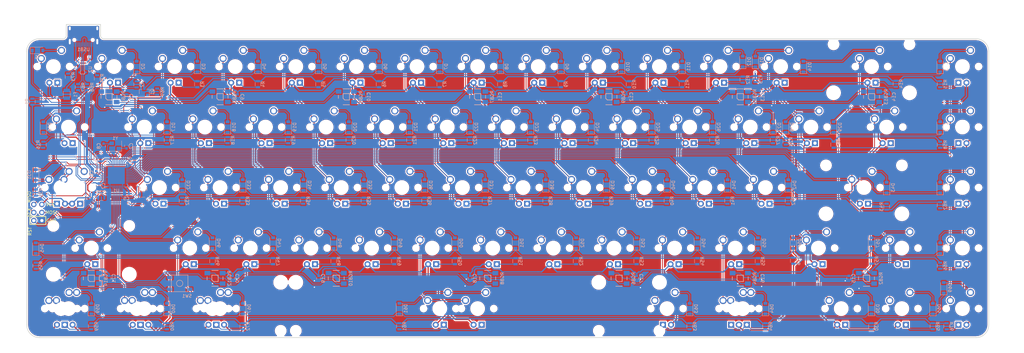
<source format=kicad_pcb>
(kicad_pcb (version 20171130) (host pcbnew "(5.1.5)-3")
  (layers (0 F.Cu signal) (31 B.Cu signal) (34 B.Paste user hide) (35 F.Paste user hide) (36 B.SilkS user hide) (37 F.SilkS user hide) (38 B.Mask user hide) (39 F.Mask user hide) (44 Edge.Cuts user))
  (net 0 "")
  (net 1 "Net-(D1-Pad2)")
  (net 2 "Net-(D2-Pad2)")
  (net 3 "Net-(D3-Pad2)")
  (net 4 "Net-(D4-Pad2)")
  (net 5 "Net-(D5-Pad2)")
  (net 6 "Net-(D6-Pad2)")
  (net 7 "Net-(D7-Pad2)")
  (net 8 "Net-(D8-Pad2)")
  (net 9 "Net-(D9-Pad2)")
  (net 10 "Net-(D10-Pad2)")
  (net 11 "Net-(D11-Pad2)")
  (net 12 "Net-(D12-Pad2)")
  (net 13 "Net-(D13-Pad2)")
  (net 14 "Net-(D14-Pad2)")
  (net 15 "Net-(D16-Pad2)")
  (net 16 "Net-(D17-Pad2)")
  (net 17 "Net-(D18-Pad2)")
  (net 18 "Net-(D19-Pad2)")
  (net 19 "Net-(D20-Pad2)")
  (net 20 "Net-(D21-Pad2)")
  (net 21 "Net-(D22-Pad2)")
  (net 22 "Net-(D23-Pad2)")
  (net 23 "Net-(D24-Pad2)")
  (net 24 "Net-(D25-Pad2)")
  (net 25 "Net-(D26-Pad2)")
  (net 26 "Net-(D27-Pad2)")
  (net 27 "Net-(D28-Pad2)")
  (net 28 "Net-(D29-Pad2)")
  (net 29 "Net-(D30-Pad2)")
  (net 30 "Net-(D31-Pad2)")
  (net 31 "Net-(D32-Pad2)")
  (net 32 "Net-(D33-Pad2)")
  (net 33 "Net-(D34-Pad2)")
  (net 34 "Net-(D35-Pad2)")
  (net 35 "Net-(D36-Pad2)")
  (net 36 "Net-(D37-Pad2)")
  (net 37 "Net-(D38-Pad2)")
  (net 38 "Net-(D39-Pad2)")
  (net 39 "Net-(D40-Pad2)")
  (net 40 "Net-(D41-Pad2)")
  (net 41 "Net-(D42-Pad2)")
  (net 42 "Net-(D43-Pad2)")
  (net 43 "Net-(D45-Pad2)")
  (net 44 "Net-(D46-Pad2)")
  (net 45 "Net-(D47-Pad2)")
  (net 46 "Net-(D48-Pad2)")
  (net 47 "Net-(D49-Pad2)")
  (net 48 "Net-(D50-Pad2)")
  (net 49 "Net-(D51-Pad2)")
  (net 50 "Net-(D52-Pad2)")
  (net 51 "Net-(D53-Pad2)")
  (net 52 "Net-(D54-Pad2)")
  (net 53 "Net-(D55-Pad2)")
  (net 54 "Net-(D56-Pad2)")
  (net 55 "Net-(D57-Pad2)")
  (net 56 "Net-(D58-Pad2)")
  (net 57 "Net-(D59-Pad2)")
  (net 58 "Net-(D60-Pad2)")
  (net 59 "Net-(D61-Pad2)")
  (net 60 "Net-(D62-Pad2)")
  (net 61 "Net-(D63-Pad2)")
  (net 62 "Net-(D64-Pad2)")
  (net 63 "Net-(D65-Pad2)")
  (net 64 "Net-(K_#1-Pad4)")
  (net 65 "Net-(K_#2-Pad4)")
  (net 66 "Net-(K_#3-Pad4)")
  (net 67 "Net-(K_#4-Pad4)")
  (net 68 "Net-(K_#5-Pad4)")
  (net 69 "Net-(K_#6-Pad4)")
  (net 70 "Net-(K_#7-Pad4)")
  (net 71 "Net-(K_#8-Pad4)")
  (net 72 "Net-(K_#9-Pad4)")
  (net 73 "Net-(K_#10-Pad4)")
  (net 74 "Net-(K_'1-Pad4)")
  (net 75 "Net-(K_,1-Pad4)")
  (net 76 "Net-(K_-1-Pad4)")
  (net 77 "Net-(K_.1-Pad4)")
  (net 78 "Net-(K_/1-Pad4)")
  (net 79 "Net-(K_;1-Pad4)")
  (net 80 "Net-(K_=1-Pad4)")
  (net 81 "Net-(K_A1-Pad4)")
  (net 82 "Net-(K_ALT1-Pad4)")
  (net 83 "Net-(K_B1-Pad4)")
  (net 84 "Net-(K_BACK1-Pad4)")
  (net 85 "Net-(K_C1-Pad4)")
  (net 86 "Net-(K_CAPS1-Pad4)")
  (net 87 "Net-(K_CTRL1-Pad4)")
  (net 88 "Net-(K_D1-Pad4)")
  (net 89 "Net-(K_E1-Pad4)")
  (net 90 "Net-(K_ENTER1-Pad4)")
  (net 91 "Net-(K_ESC1-Pad4)")
  (net 92 "Net-(K_F1-Pad4)")
  (net 93 "Net-(K_G1-Pad4)")
  (net 94 "Net-(K_H1-Pad4)")
  (net 95 "Net-(K_I1-Pad4)")
  (net 96 "Net-(K_J1-Pad4)")
  (net 97 "Net-(K_K1-Pad4)")
  (net 98 "Net-(K_L1-Pad4)")
  (net 99 "Net-(K_M1-Pad4)")
  (net 100 "Net-(K_N1-Pad4)")
  (net 101 "Net-(K_O1-Pad4)")
  (net 102 "Net-(K_P1-Pad4)")
  (net 103 "Net-(K_Q1-Pad4)")
  (net 104 "Net-(K_R1-Pad4)")
  (net 105 "Net-(K_S1-Pad4)")
  (net 106 "Net-(K_SHIFT1-Pad4)")
  (net 107 "Net-(K_SPACE1-Pad4)")
  (net 108 "Net-(K_T1-Pad4)")
  (net 109 "Net-(K_TAB1-Pad4)")
  (net 110 "Net-(K_U1-Pad4)")
  (net 111 "Net-(K_V1-Pad4)")
  (net 112 "Net-(K_W1-Pad4)")
  (net 113 "Net-(K_X1-Pad4)")
  (net 114 "Net-(K_Y1-Pad4)")
  (net 115 "Net-(K_Z1-Pad4)")
  (net 116 "Net-(K_[1-Pad4)")
  (net 117 "Net-(K_\\1-Pad4)")
  (net 118 "Net-(K_]1-Pad4)")
  (net 119 ROW0)
  (net 120 ROW1)
  (net 121 ROW2)
  (net 122 ROW3)
  (net 123 ROW4)
  (net 124 COL1)
  (net 125 +5V)
  (net 126 COL2)
  (net 127 COL3)
  (net 128 COL4)
  (net 129 COL5)
  (net 130 COL6)
  (net 131 COL7)
  (net 132 COL8)
  (net 133 COL9)
  (net 134 COL10)
  (net 135 COL11)
  (net 136 COL12)
  (net 137 COL13)
  (net 138 COL0)
  (net 139 LEDGND)
  (net 140 GND)
  (net 141 "Net-(R68-Pad2)")
  (net 142 "Net-(R67-Pad2)")
  (net 143 VCC)
  (net 144 "Net-(C6-Pad1)")
  (net 145 "Net-(C7-Pad1)")
  (net 146 "Net-(C8-Pad1)")
  (net 147 D-)
  (net 148 D+)
  (net 149 "Net-(Q1-Pad1)")
  (net 150 "Net-(R69-Pad2)")
  (net 151 "Net-(R70-Pad2)")
  (net 152 "Net-(R71-Pad2)")
  (net 153 "Net-(U1-Pad1)")
  (net 154 "Net-(U1-Pad8)")
  (net 155 "Net-(U1-Pad42)")
  (net 156 "Net-(D67-Pad2)")
  (net 157 "Net-(R73-Pad2)")
  (net 158 "Net-(R74-Pad2)")
  (net 159 "Net-(USB1-Pad9)")
  (net 160 "Net-(USB1-Pad3)")
  (net 161 "Net-(K_RALT2-Pad4)")
  (net 162 "Net-(K_RALT3-Pad4)")
  (net 163 "Net-(K_RCTRL2-Pad4)")
  (net 164 "Net-(K_RMENU2-Pad4)")
  (net 165 "Net-(K_WIN1-Pad4)")
  (net 166 "Net-(K_SRSHIFT2-Pad4)")
  (net 167 "Net-(RGB1-Pad2)")
  (net 168 RGBLED)
  (net 169 "Net-(RGB13-Pad2)")
  (net 170 "Net-(RGB2-Pad2)")
  (net 171 "Net-(RGB3-Pad2)")
  (net 172 "Net-(RGB4-Pad2)")
  (net 173 "Net-(RGB5-Pad2)")
  (net 174 "Net-(RGB6-Pad2)")
  (net 175 "Net-(RGB7-Pad2)")
  (net 176 "Net-(RGB10-Pad4)")
  (net 177 "Net-(RGB11-Pad4)")
  (net 178 "Net-(RGB10-Pad2)")
  (net 179 "Net-(RGB11-Pad2)")
  (net 180 "Net-(RGB12-Pad2)")
  (net 181 "Net-(RGB14-Pad2)")
  (net 182 "Net-(K_FNC1-Pad4)")
  (net 183 "Net-(D15-Pad2)")
  (net 184 "Net-(K_FNC2-Pad4)")
  (net 185 "Net-(K_FNC3-Pad4)")
  (net 186 "Net-(K_FNC4-Pad4)")
  (net 187 "Net-(D66-Pad2)")
  (net 188 "Net-(K_FNC5-Pad4)")
  (net 189 "Net-(D69-Pad2)")
  (net 190 CapLockLed)
  (net 191 COL14)
  (net 192 "Net-(K_SRSHIFT1-Pad4)")
  (module MX_Only:MXOnly-1.25U-FLIPPED (layer F.Cu) (at 34.13125 69.85)
    (fp_text reference K_CAPS2)
    (fp_text value MX-1.25U)
    (pad "" np_thru_hole circle (at 5.08 0 48.0996) (size 1.75 1.75) (drill 1.75) (layers *.Cu *.Mask))
    (pad "" np_thru_hole circle (at -5.08 0 48.0996) (size 1.75 1.75) (drill 1.75) (layers *.Cu *.Mask))
    (pad 4 thru_hole rect (at -1.27 5.08) (size 1.905 1.905) (drill 1.04) (layers *.Cu B.Mask) (net 86 "Net-(K_CAPS1-Pad4)"))
    (pad 3 thru_hole circle (at 1.27 5.08) (size 1.905 1.905) (drill 1.04) (layers *.Cu B.Mask) (net 125 +5V))
    (pad 1 thru_hole circle (at -3.81 -2.54) (size 2.25 2.25) (drill 1.47) (layers *.Cu B.Mask) (net 30 "Net-(D31-Pad2)"))
    (pad "" np_thru_hole circle (at 0 0) (size 3.9878 3.9878) (drill 3.9878) (layers *.Cu *.Mask))
    (pad 2 thru_hole circle (at 2.54 -5.08) (size 2.25 2.25) (drill 1.47) (layers *.Cu B.Mask) (net 138 COL0))
  )
  (module MX_Only:MXOnly-1.5U (layer F.Cu) (at 36.5125 50.8)
    (fp_text reference K_TAB1)
    (fp_text value MX-1.5U)
    (pad "" np_thru_hole circle (at 5.08 0 48.0996) (size 1.75 1.75) (drill 1.75) (layers *.Cu *.Mask))
    (pad "" np_thru_hole circle (at -5.08 0 48.0996) (size 1.75 1.75) (drill 1.75) (layers *.Cu *.Mask))
    (pad 4 thru_hole rect (at 1.27 5.08) (size 1.905 1.905) (drill 1.04) (layers *.Cu B.Mask) (net 109 "Net-(K_TAB1-Pad4)"))
    (pad 3 thru_hole circle (at -1.27 5.08) (size 1.905 1.905) (drill 1.04) (layers *.Cu B.Mask) (net 125 +5V))
    (pad 1 thru_hole circle (at -3.81 -2.54) (size 2.25 2.25) (drill 1.47) (layers *.Cu B.Mask) (net 138 COL0))
    (pad "" np_thru_hole circle (at 0 0) (size 3.9878 3.9878) (drill 3.9878) (layers *.Cu *.Mask))
    (pad 2 thru_hole circle (at 2.54 -5.08) (size 2.25 2.25) (drill 1.47) (layers *.Cu B.Mask) (net 15 "Net-(D16-Pad2)"))
  )
  (module MX_Only:MXOnly-1U (layer F.Cu) (at 150.8125 88.9)
    (fp_text reference K_B1)
    (fp_text value MX-1U)
    (pad "" np_thru_hole circle (at 5.08 0 48.0996) (size 1.75 1.75) (drill 1.75) (layers *.Cu *.Mask))
    (pad "" np_thru_hole circle (at -5.08 0 48.0996) (size 1.75 1.75) (drill 1.75) (layers *.Cu *.Mask))
    (pad 4 thru_hole rect (at 1.27 5.08) (size 1.905 1.905) (drill 1.04) (layers *.Cu B.Mask) (net 83 "Net-(K_B1-Pad4)"))
    (pad 3 thru_hole circle (at -1.27 5.08) (size 1.905 1.905) (drill 1.04) (layers *.Cu B.Mask) (net 125 +5V))
    (pad 1 thru_hole circle (at -3.81 -2.54) (size 2.25 2.25) (drill 1.47) (layers *.Cu B.Mask) (net 130 COL6))
    (pad "" np_thru_hole circle (at 0 0) (size 3.9878 3.9878) (drill 3.9878) (layers *.Cu *.Mask))
    (pad 2 thru_hole circle (at 2.54 -5.08) (size 2.25 2.25) (drill 1.47) (layers *.Cu B.Mask) (net 48 "Net-(D50-Pad2)"))
  )
  (module random-keyboard-parts:R_0805 (layer B.Cu) (at 200.82256 54.92496 90)
    (fp_text reference R24 (at 0 1.65 90) (layer B.SilkS) (effects (justify mirror)))
    (fp_text value 1k)
    (pad 1 smd rect (at -0.95 0 90) (size 0.7 1.3) (layers B.Cu B.Paste B.Mask) (net 95 "Net-(K_I1-Pad4)"))
    (pad 2 smd rect (at 0.95 0 90) (size 0.7 1.3) (layers B.Cu B.Paste B.Mask) (net 139 LEDGND))
  )
  (module MX_Only:MXOnly-1U (layer F.Cu) (at 193.675 50.8)
    (fp_text reference K_I1)
    (fp_text value MX-1U)
    (pad "" np_thru_hole circle (at 5.08 0 48.0996) (size 1.75 1.75) (drill 1.75) (layers *.Cu *.Mask))
    (pad "" np_thru_hole circle (at -5.08 0 48.0996) (size 1.75 1.75) (drill 1.75) (layers *.Cu *.Mask))
    (pad 4 thru_hole rect (at 1.27 5.08) (size 1.905 1.905) (drill 1.04) (layers *.Cu B.Mask) (net 95 "Net-(K_I1-Pad4)"))
    (pad 3 thru_hole circle (at -1.27 5.08) (size 1.905 1.905) (drill 1.04) (layers *.Cu B.Mask) (net 125 +5V))
    (pad 1 thru_hole circle (at -3.81 -2.54) (size 2.25 2.25) (drill 1.47) (layers *.Cu B.Mask) (net 132 COL8))
    (pad "" np_thru_hole circle (at 0 0) (size 3.9878 3.9878) (drill 3.9878) (layers *.Cu *.Mask))
    (pad 2 thru_hole circle (at 2.54 -5.08) (size 2.25 2.25) (drill 1.47) (layers *.Cu B.Mask) (net 23 "Net-(D24-Pad2)"))
  )
  (module MX_Only:MXOnly-1U (layer F.Cu) (at 198.4375 69.85)
    (fp_text reference K_K1)
    (fp_text value MX-1U)
    (pad "" np_thru_hole circle (at 5.08 0 48.0996) (size 1.75 1.75) (drill 1.75) (layers *.Cu *.Mask))
    (pad "" np_thru_hole circle (at -5.08 0 48.0996) (size 1.75 1.75) (drill 1.75) (layers *.Cu *.Mask))
    (pad 4 thru_hole rect (at 1.27 5.08) (size 1.905 1.905) (drill 1.04) (layers *.Cu B.Mask) (net 97 "Net-(K_K1-Pad4)"))
    (pad 3 thru_hole circle (at -1.27 5.08) (size 1.905 1.905) (drill 1.04) (layers *.Cu B.Mask) (net 125 +5V))
    (pad 1 thru_hole circle (at -3.81 -2.54) (size 2.25 2.25) (drill 1.47) (layers *.Cu B.Mask) (net 132 COL8))
    (pad "" np_thru_hole circle (at 0 0) (size 3.9878 3.9878) (drill 3.9878) (layers *.Cu *.Mask))
    (pad 2 thru_hole circle (at 2.54 -5.08) (size 2.25 2.25) (drill 1.47) (layers *.Cu B.Mask) (net 38 "Net-(D39-Pad2)"))
  )
  (module MX_Only:MXOnly-2.25U (layer F.Cu) (at 286.54375 69.85)
    (fp_text reference K_ENTER1)
    (fp_text value MX-2.25U)
    (pad "" np_thru_hole circle (at 11.938 8.255) (size 3.9878 3.9878) (drill 3.9878) (layers *.Cu *.Mask))
    (pad "" np_thru_hole circle (at -11.938 8.255) (size 3.9878 3.9878) (drill 3.9878) (layers *.Cu *.Mask))
    (pad "" np_thru_hole circle (at 11.938 -6.985) (size 3.048 3.048) (drill 3.048) (layers *.Cu *.Mask))
    (pad "" np_thru_hole circle (at -11.938 -6.985) (size 3.048 3.048) (drill 3.048) (layers *.Cu *.Mask))
    (pad "" np_thru_hole circle (at 5.08 0 48.0996) (size 1.75 1.75) (drill 1.75) (layers *.Cu *.Mask))
    (pad "" np_thru_hole circle (at -5.08 0 48.0996) (size 1.75 1.75) (drill 1.75) (layers *.Cu *.Mask))
    (pad 4 thru_hole rect (at 1.27 5.08) (size 1.905 1.905) (drill 1.04) (layers *.Cu B.Mask) (net 90 "Net-(K_ENTER1-Pad4)"))
    (pad 3 thru_hole circle (at -1.27 5.08) (size 1.905 1.905) (drill 1.04) (layers *.Cu B.Mask) (net 125 +5V))
    (pad 1 thru_hole circle (at -3.81 -2.54) (size 2.25 2.25) (drill 1.47) (layers *.Cu B.Mask) (net 137 COL13))
    (pad "" np_thru_hole circle (at 0 0) (size 3.9878 3.9878) (drill 3.9878) (layers *.Cu *.Mask))
    (pad 2 thru_hole circle (at 2.54 -5.08) (size 2.25 2.25) (drill 1.47) (layers *.Cu B.Mask) (net 42 "Net-(D43-Pad2)"))
  )
  (module MX_Only:MXOnly-1.75U (layer F.Cu) (at 38.89375 69.85)
    (fp_text reference K_CAPS1)
    (fp_text value MX-1.75U)
    (pad "" np_thru_hole circle (at 5.08 0 48.0996) (size 1.75 1.75) (drill 1.75) (layers *.Cu *.Mask))
    (pad "" np_thru_hole circle (at -5.08 0 48.0996) (size 1.75 1.75) (drill 1.75) (layers *.Cu *.Mask))
    (pad 4 thru_hole rect (at 1.27 5.08) (size 1.905 1.905) (drill 1.04) (layers *.Cu B.Mask) (net 86 "Net-(K_CAPS1-Pad4)"))
    (pad 3 thru_hole circle (at -1.27 5.08) (size 1.905 1.905) (drill 1.04) (layers *.Cu B.Mask) (net 125 +5V))
    (pad 1 thru_hole circle (at -3.81 -2.54) (size 2.25 2.25) (drill 1.47) (layers *.Cu B.Mask) (net 138 COL0))
    (pad "" np_thru_hole circle (at 0 0) (size 3.9878 3.9878) (drill 3.9878) (layers *.Cu *.Mask))
    (pad 2 thru_hole circle (at 2.54 -5.08) (size 2.25 2.25) (drill 1.47) (layers *.Cu B.Mask) (net 30 "Net-(D31-Pad2)"))
  )
  (module MX_Only:MXOnly-2.25U (layer F.Cu) (at 43.65625 88.9)
    (fp_text reference K_SHIFT1)
    (fp_text value MX-2.25U)
    (pad "" np_thru_hole circle (at 11.938 8.255) (size 3.9878 3.9878) (drill 3.9878) (layers *.Cu *.Mask))
    (pad "" np_thru_hole circle (at -11.938 8.255) (size 3.9878 3.9878) (drill 3.9878) (layers *.Cu *.Mask))
    (pad "" np_thru_hole circle (at 11.938 -6.985) (size 3.048 3.048) (drill 3.048) (layers *.Cu *.Mask))
    (pad "" np_thru_hole circle (at -11.938 -6.985) (size 3.048 3.048) (drill 3.048) (layers *.Cu *.Mask))
    (pad "" np_thru_hole circle (at 5.08 0 48.0996) (size 1.75 1.75) (drill 1.75) (layers *.Cu *.Mask))
    (pad "" np_thru_hole circle (at -5.08 0 48.0996) (size 1.75 1.75) (drill 1.75) (layers *.Cu *.Mask))
    (pad 4 thru_hole rect (at 1.27 5.08) (size 1.905 1.905) (drill 1.04) (layers *.Cu B.Mask) (net 106 "Net-(K_SHIFT1-Pad4)"))
    (pad 3 thru_hole circle (at -1.27 5.08) (size 1.905 1.905) (drill 1.04) (layers *.Cu B.Mask) (net 125 +5V))
    (pad 1 thru_hole circle (at -3.81 -2.54) (size 2.25 2.25) (drill 1.47) (layers *.Cu B.Mask) (net 138 COL0))
    (pad "" np_thru_hole circle (at 0 0) (size 3.9878 3.9878) (drill 3.9878) (layers *.Cu *.Mask))
    (pad 2 thru_hole circle (at 2.54 -5.08) (size 2.25 2.25) (drill 1.47) (layers *.Cu B.Mask) (net 43 "Net-(D45-Pad2)"))
  )
  (module MX_Only:MXOnly-7U-ReversedStabilizers (layer F.Cu) (at 165.1 107.95)
    (fp_text reference K_SPACE1)
    (fp_text value MX-7U)
    (pad "" np_thru_hole circle (at 57.15 -8.255) (size 3.9878 3.9878) (drill 3.9878) (layers *.Cu *.Mask))
    (pad "" np_thru_hole circle (at -57.15 -8.255) (size 3.9878 3.9878) (drill 3.9878) (layers *.Cu *.Mask))
    (pad "" np_thru_hole circle (at 57.15 6.985) (size 3.048 3.048) (drill 3.048) (layers *.Cu *.Mask))
    (pad "" np_thru_hole circle (at -57.15 6.985) (size 3.048 3.048) (drill 3.048) (layers *.Cu *.Mask))
    (pad "" np_thru_hole circle (at 5.08 0 48.0996) (size 1.75 1.75) (drill 1.75) (layers *.Cu *.Mask))
    (pad "" np_thru_hole circle (at -5.08 0 48.0996) (size 1.75 1.75) (drill 1.75) (layers *.Cu *.Mask))
    (pad 4 thru_hole rect (at 1.27 5.08) (size 1.905 1.905) (drill 1.04) (layers *.Cu B.Mask) (net 107 "Net-(K_SPACE1-Pad4)"))
    (pad 3 thru_hole circle (at -1.27 5.08) (size 1.905 1.905) (drill 1.04) (layers *.Cu B.Mask) (net 125 +5V))
    (pad 1 thru_hole circle (at -3.81 -2.54) (size 2.25 2.25) (drill 1.47) (layers *.Cu B.Mask) (net 130 COL6))
    (pad "" np_thru_hole circle (at 0 0) (size 3.9878 3.9878) (drill 3.9878) (layers *.Cu *.Mask))
    (pad 2 thru_hole circle (at 2.54 -5.08) (size 2.25 2.25) (drill 1.47) (layers *.Cu B.Mask) (net 59 "Net-(D61-Pad2)"))
  )
  (module MX_Only:MXOnly-1U (layer F.Cu) (at 103.1875 69.85)
    (fp_text reference K_D1)
    (fp_text value MX-1U)
    (pad "" np_thru_hole circle (at 5.08 0 48.0996) (size 1.75 1.75) (drill 1.75) (layers *.Cu *.Mask))
    (pad "" np_thru_hole circle (at -5.08 0 48.0996) (size 1.75 1.75) (drill 1.75) (layers *.Cu *.Mask))
    (pad 4 thru_hole rect (at 1.27 5.08) (size 1.905 1.905) (drill 1.04) (layers *.Cu B.Mask) (net 88 "Net-(K_D1-Pad4)"))
    (pad 3 thru_hole circle (at -1.27 5.08) (size 1.905 1.905) (drill 1.04) (layers *.Cu B.Mask) (net 125 +5V))
    (pad 1 thru_hole circle (at -3.81 -2.54) (size 2.25 2.25) (drill 1.47) (layers *.Cu B.Mask) (net 127 COL3))
    (pad "" np_thru_hole circle (at 0 0) (size 3.9878 3.9878) (drill 3.9878) (layers *.Cu *.Mask))
    (pad 2 thru_hole circle (at 2.54 -5.08) (size 2.25 2.25) (drill 1.47) (layers *.Cu B.Mask) (net 33 "Net-(D34-Pad2)"))
  )
  (module MX_Only:MXOnly-1U (layer F.Cu) (at 50.8 31.75)
    (fp_text reference K_#1)
    (fp_text value MX-1U)
    (pad "" np_thru_hole circle (at 5.08 0 48.0996) (size 1.75 1.75) (drill 1.75) (layers *.Cu *.Mask))
    (pad "" np_thru_hole circle (at -5.08 0 48.0996) (size 1.75 1.75) (drill 1.75) (layers *.Cu *.Mask))
    (pad 4 thru_hole rect (at 1.27 5.08) (size 1.905 1.905) (drill 1.04) (layers *.Cu B.Mask) (net 64 "Net-(K_#1-Pad4)"))
    (pad 3 thru_hole circle (at -1.27 5.08) (size 1.905 1.905) (drill 1.04) (layers *.Cu B.Mask) (net 125 +5V))
    (pad 1 thru_hole circle (at -3.81 -2.54) (size 2.25 2.25) (drill 1.47) (layers *.Cu B.Mask) (net 124 COL1))
    (pad "" np_thru_hole circle (at 0 0) (size 3.9878 3.9878) (drill 3.9878) (layers *.Cu *.Mask))
    (pad 2 thru_hole circle (at 2.54 -5.08) (size 2.25 2.25) (drill 1.47) (layers *.Cu B.Mask) (net 2 "Net-(D2-Pad2)"))
  )
  (module MX_Only:MXOnly-1.25U (layer F.Cu) (at 81.75625 107.95)
    (fp_text reference K_ALT1)
    (fp_text value MX-1.25U)
    (pad "" np_thru_hole circle (at 5.08 0 48.0996) (size 1.75 1.75) (drill 1.75) (layers *.Cu *.Mask))
    (pad "" np_thru_hole circle (at -5.08 0 48.0996) (size 1.75 1.75) (drill 1.75) (layers *.Cu *.Mask))
    (pad 4 thru_hole rect (at 1.27 5.08) (size 1.905 1.905) (drill 1.04) (layers *.Cu B.Mask) (net 82 "Net-(K_ALT1-Pad4)"))
    (pad 3 thru_hole circle (at -1.27 5.08) (size 1.905 1.905) (drill 1.04) (layers *.Cu B.Mask) (net 125 +5V))
    (pad 1 thru_hole circle (at -3.81 -2.54) (size 2.25 2.25) (drill 1.47) (layers *.Cu B.Mask) (net 126 COL2))
    (pad "" np_thru_hole circle (at 0 0) (size 3.9878 3.9878) (drill 3.9878) (layers *.Cu *.Mask))
    (pad 2 thru_hole circle (at 2.54 -5.08) (size 2.25 2.25) (drill 1.47) (layers *.Cu B.Mask) (net 156 "Net-(D67-Pad2)"))
  )
  (module MX_Only:MXOnly-1U (layer F.Cu) (at 74.6125 88.9)
    (fp_text reference K_Z1)
    (fp_text value MX-1U)
    (pad "" np_thru_hole circle (at 5.08 0 48.0996) (size 1.75 1.75) (drill 1.75) (layers *.Cu *.Mask))
    (pad "" np_thru_hole circle (at -5.08 0 48.0996) (size 1.75 1.75) (drill 1.75) (layers *.Cu *.Mask))
    (pad 4 thru_hole rect (at 1.27 5.08) (size 1.905 1.905) (drill 1.04) (layers *.Cu B.Mask) (net 115 "Net-(K_Z1-Pad4)"))
    (pad 3 thru_hole circle (at -1.27 5.08) (size 1.905 1.905) (drill 1.04) (layers *.Cu B.Mask) (net 125 +5V))
    (pad 1 thru_hole circle (at -3.81 -2.54) (size 2.25 2.25) (drill 1.47) (layers *.Cu B.Mask) (net 126 COL2))
    (pad "" np_thru_hole circle (at 0 0) (size 3.9878 3.9878) (drill 3.9878) (layers *.Cu *.Mask))
    (pad 2 thru_hole circle (at 2.54 -5.08) (size 2.25 2.25) (drill 1.47) (layers *.Cu B.Mask) (net 44 "Net-(D46-Pad2)"))
  )
  (module MX_Only:MXOnly-1U (layer F.Cu) (at 155.575 50.8)
    (fp_text reference K_Y1)
    (fp_text value MX-1U)
    (pad "" np_thru_hole circle (at 5.08 0 48.0996) (size 1.75 1.75) (drill 1.75) (layers *.Cu *.Mask))
    (pad "" np_thru_hole circle (at -5.08 0 48.0996) (size 1.75 1.75) (drill 1.75) (layers *.Cu *.Mask))
    (pad 4 thru_hole rect (at 1.27 5.08) (size 1.905 1.905) (drill 1.04) (layers *.Cu B.Mask) (net 114 "Net-(K_Y1-Pad4)"))
    (pad 3 thru_hole circle (at -1.27 5.08) (size 1.905 1.905) (drill 1.04) (layers *.Cu B.Mask) (net 125 +5V))
    (pad 1 thru_hole circle (at -3.81 -2.54) (size 2.25 2.25) (drill 1.47) (layers *.Cu B.Mask) (net 130 COL6))
    (pad "" np_thru_hole circle (at 0 0) (size 3.9878 3.9878) (drill 3.9878) (layers *.Cu *.Mask))
    (pad 2 thru_hole circle (at 2.54 -5.08) (size 2.25 2.25) (drill 1.47) (layers *.Cu B.Mask) (net 21 "Net-(D22-Pad2)"))
  )
  (module MX_Only:MXOnly-1U (layer F.Cu) (at 93.6625 88.9)
    (fp_text reference K_X1)
    (fp_text value MX-1U)
    (pad "" np_thru_hole circle (at 5.08 0 48.0996) (size 1.75 1.75) (drill 1.75) (layers *.Cu *.Mask))
    (pad "" np_thru_hole circle (at -5.08 0 48.0996) (size 1.75 1.75) (drill 1.75) (layers *.Cu *.Mask))
    (pad 4 thru_hole rect (at 1.27 5.08) (size 1.905 1.905) (drill 1.04) (layers *.Cu B.Mask) (net 113 "Net-(K_X1-Pad4)"))
    (pad 3 thru_hole circle (at -1.27 5.08) (size 1.905 1.905) (drill 1.04) (layers *.Cu B.Mask) (net 125 +5V))
    (pad 1 thru_hole circle (at -3.81 -2.54) (size 2.25 2.25) (drill 1.47) (layers *.Cu B.Mask) (net 127 COL3))
    (pad "" np_thru_hole circle (at 0 0) (size 3.9878 3.9878) (drill 3.9878) (layers *.Cu *.Mask))
    (pad 2 thru_hole circle (at 2.54 -5.08) (size 2.25 2.25) (drill 1.47) (layers *.Cu B.Mask) (net 45 "Net-(D47-Pad2)"))
  )
  (module MX_Only:MXOnly-1U-FLIPPED (layer F.Cu) (at 60.325 107.95)
    (fp_text reference K_WIN2)
    (fp_text value MX-1U)
    (pad "" np_thru_hole circle (at 5.08 0 48.0996) (size 1.75 1.75) (drill 1.75) (layers *.Cu *.Mask))
    (pad "" np_thru_hole circle (at -5.08 0 48.0996) (size 1.75 1.75) (drill 1.75) (layers *.Cu *.Mask))
    (pad 4 thru_hole rect (at -1.27 5.08) (size 1.905 1.905) (drill 1.04) (layers *.Cu B.Mask) (net 165 "Net-(K_WIN1-Pad4)"))
    (pad 3 thru_hole circle (at 1.27 5.08) (size 1.905 1.905) (drill 1.04) (layers *.Cu B.Mask) (net 125 +5V))
    (pad 1 thru_hole circle (at -3.81 -2.54) (size 2.25 2.25) (drill 1.47) (layers *.Cu B.Mask) (net 124 COL1))
    (pad "" np_thru_hole circle (at 0 0) (size 3.9878 3.9878) (drill 3.9878) (layers *.Cu *.Mask))
    (pad 2 thru_hole circle (at 2.54 -5.08) (size 2.25 2.25) (drill 1.47) (layers *.Cu B.Mask) (net 58 "Net-(D60-Pad2)"))
  )
  (module MX_Only:MXOnly-1.25U (layer F.Cu) (at 57.94375 107.95)
    (fp_text reference K_WIN1)
    (fp_text value MX-1.25U)
    (pad "" np_thru_hole circle (at 5.08 0 48.0996) (size 1.75 1.75) (drill 1.75) (layers *.Cu *.Mask))
    (pad "" np_thru_hole circle (at -5.08 0 48.0996) (size 1.75 1.75) (drill 1.75) (layers *.Cu *.Mask))
    (pad 4 thru_hole rect (at 1.27 5.08) (size 1.905 1.905) (drill 1.04) (layers *.Cu B.Mask) (net 165 "Net-(K_WIN1-Pad4)"))
    (pad 3 thru_hole circle (at -1.27 5.08) (size 1.905 1.905) (drill 1.04) (layers *.Cu B.Mask) (net 125 +5V))
    (pad 1 thru_hole circle (at -3.81 -2.54) (size 2.25 2.25) (drill 1.47) (layers *.Cu B.Mask) (net 124 COL1))
    (pad "" np_thru_hole circle (at 0 0) (size 3.9878 3.9878) (drill 3.9878) (layers *.Cu *.Mask))
    (pad 2 thru_hole circle (at 2.54 -5.08) (size 2.25 2.25) (drill 1.47) (layers *.Cu B.Mask) (net 58 "Net-(D60-Pad2)"))
  )
  (module MX_Only:MXOnly-1U (layer F.Cu) (at 79.375 50.8)
    (fp_text reference K_W1)
    (fp_text value MX-1U)
    (pad "" np_thru_hole circle (at 5.08 0 48.0996) (size 1.75 1.75) (drill 1.75) (layers *.Cu *.Mask))
    (pad "" np_thru_hole circle (at -5.08 0 48.0996) (size 1.75 1.75) (drill 1.75) (layers *.Cu *.Mask))
    (pad 4 thru_hole rect (at 1.27 5.08) (size 1.905 1.905) (drill 1.04) (layers *.Cu B.Mask) (net 112 "Net-(K_W1-Pad4)"))
    (pad 3 thru_hole circle (at -1.27 5.08) (size 1.905 1.905) (drill 1.04) (layers *.Cu B.Mask) (net 125 +5V))
    (pad 1 thru_hole circle (at -3.81 -2.54) (size 2.25 2.25) (drill 1.47) (layers *.Cu B.Mask) (net 126 COL2))
    (pad "" np_thru_hole circle (at 0 0) (size 3.9878 3.9878) (drill 3.9878) (layers *.Cu *.Mask))
    (pad 2 thru_hole circle (at 2.54 -5.08) (size 2.25 2.25) (drill 1.47) (layers *.Cu B.Mask) (net 17 "Net-(D18-Pad2)"))
  )
  (module MX_Only:MXOnly-1U (layer F.Cu) (at 131.7625 88.9)
    (fp_text reference K_V1)
    (fp_text value MX-1U)
    (pad "" np_thru_hole circle (at 5.08 0 48.0996) (size 1.75 1.75) (drill 1.75) (layers *.Cu *.Mask))
    (pad "" np_thru_hole circle (at -5.08 0 48.0996) (size 1.75 1.75) (drill 1.75) (layers *.Cu *.Mask))
    (pad 4 thru_hole rect (at 1.27 5.08) (size 1.905 1.905) (drill 1.04) (layers *.Cu B.Mask) (net 111 "Net-(K_V1-Pad4)"))
    (pad 3 thru_hole circle (at -1.27 5.08) (size 1.905 1.905) (drill 1.04) (layers *.Cu B.Mask) (net 125 +5V))
    (pad 1 thru_hole circle (at -3.81 -2.54) (size 2.25 2.25) (drill 1.47) (layers *.Cu B.Mask) (net 129 COL5))
    (pad "" np_thru_hole circle (at 0 0) (size 3.9878 3.9878) (drill 3.9878) (layers *.Cu *.Mask))
    (pad 2 thru_hole circle (at 2.54 -5.08) (size 2.25 2.25) (drill 1.47) (layers *.Cu B.Mask) (net 47 "Net-(D49-Pad2)"))
  )
  (module MX_Only:MXOnly-1U (layer F.Cu) (at 174.625 50.8)
    (fp_text reference K_U1)
    (fp_text value MX-1U)
    (pad "" np_thru_hole circle (at 5.08 0 48.0996) (size 1.75 1.75) (drill 1.75) (layers *.Cu *.Mask))
    (pad "" np_thru_hole circle (at -5.08 0 48.0996) (size 1.75 1.75) (drill 1.75) (layers *.Cu *.Mask))
    (pad 4 thru_hole rect (at 1.27 5.08) (size 1.905 1.905) (drill 1.04) (layers *.Cu B.Mask) (net 110 "Net-(K_U1-Pad4)"))
    (pad 3 thru_hole circle (at -1.27 5.08) (size 1.905 1.905) (drill 1.04) (layers *.Cu B.Mask) (net 125 +5V))
    (pad 1 thru_hole circle (at -3.81 -2.54) (size 2.25 2.25) (drill 1.47) (layers *.Cu B.Mask) (net 131 COL7))
    (pad "" np_thru_hole circle (at 0 0) (size 3.9878 3.9878) (drill 3.9878) (layers *.Cu *.Mask))
    (pad 2 thru_hole circle (at 2.54 -5.08) (size 2.25 2.25) (drill 1.47) (layers *.Cu B.Mask) (net 22 "Net-(D23-Pad2)"))
  )
  (module MX_Only:MXOnly-1U (layer F.Cu) (at 136.525 50.8)
    (fp_text reference K_T1)
    (fp_text value MX-1U)
    (pad "" np_thru_hole circle (at 5.08 0 48.0996) (size 1.75 1.75) (drill 1.75) (layers *.Cu *.Mask))
    (pad "" np_thru_hole circle (at -5.08 0 48.0996) (size 1.75 1.75) (drill 1.75) (layers *.Cu *.Mask))
    (pad 4 thru_hole rect (at 1.27 5.08) (size 1.905 1.905) (drill 1.04) (layers *.Cu B.Mask) (net 108 "Net-(K_T1-Pad4)"))
    (pad 3 thru_hole circle (at -1.27 5.08) (size 1.905 1.905) (drill 1.04) (layers *.Cu B.Mask) (net 125 +5V))
    (pad 1 thru_hole circle (at -3.81 -2.54) (size 2.25 2.25) (drill 1.47) (layers *.Cu B.Mask) (net 129 COL5))
    (pad "" np_thru_hole circle (at 0 0) (size 3.9878 3.9878) (drill 3.9878) (layers *.Cu *.Mask))
    (pad 2 thru_hole circle (at 2.54 -5.08) (size 2.25 2.25) (drill 1.47) (layers *.Cu B.Mask) (net 20 "Net-(D21-Pad2)"))
  )
  (module MX_Only:MXOnly-1U (layer F.Cu) (at 298.45 88.9)
    (fp_text reference K_SRSHIFT2)
    (fp_text value MX-1U)
    (pad "" np_thru_hole circle (at 5.08 0 48.0996) (size 1.75 1.75) (drill 1.75) (layers *.Cu *.Mask))
    (pad "" np_thru_hole circle (at -5.08 0 48.0996) (size 1.75 1.75) (drill 1.75) (layers *.Cu *.Mask))
    (pad 4 thru_hole rect (at 1.27 5.08) (size 1.905 1.905) (drill 1.04) (layers *.Cu B.Mask) (net 166 "Net-(K_SRSHIFT2-Pad4)"))
    (pad 3 thru_hole circle (at -1.27 5.08) (size 1.905 1.905) (drill 1.04) (layers *.Cu B.Mask) (net 125 +5V))
    (pad 1 thru_hole circle (at -3.81 -2.54) (size 2.25 2.25) (drill 1.47) (layers *.Cu B.Mask) (net 137 COL13))
    (pad "" np_thru_hole circle (at 0 0) (size 3.9878 3.9878) (drill 3.9878) (layers *.Cu *.Mask))
    (pad 2 thru_hole circle (at 2.54 -5.08) (size 2.25 2.25) (drill 1.47) (layers *.Cu B.Mask) (net 55 "Net-(D57-Pad2)"))
  )
  (module MX_Only:MXOnly-1.75U (layer F.Cu) (at 272.25625 88.9)
    (fp_text reference K_SRSHIFT1)
    (fp_text value MX-1.75U)
    (pad "" np_thru_hole circle (at 5.08 0 48.0996) (size 1.75 1.75) (drill 1.75) (layers *.Cu *.Mask))
    (pad "" np_thru_hole circle (at -5.08 0 48.0996) (size 1.75 1.75) (drill 1.75) (layers *.Cu *.Mask))
    (pad 4 thru_hole rect (at 1.27 5.08) (size 1.905 1.905) (drill 1.04) (layers *.Cu B.Mask) (net 192 "Net-(K_SRSHIFT1-Pad4)"))
    (pad 3 thru_hole circle (at -1.27 5.08) (size 1.905 1.905) (drill 1.04) (layers *.Cu B.Mask) (net 125 +5V))
    (pad 1 thru_hole circle (at -3.81 -2.54) (size 2.25 2.25) (drill 1.47) (layers *.Cu B.Mask) (net 136 COL12))
    (pad "" np_thru_hole circle (at 0 0) (size 3.9878 3.9878) (drill 3.9878) (layers *.Cu *.Mask))
    (pad 2 thru_hole circle (at 2.54 -5.08) (size 2.25 2.25) (drill 1.47) (layers *.Cu B.Mask) (net 54 "Net-(D56-Pad2)"))
  )
  (module MX_Only:MXOnly-6.25U-ReversedStabilizers (layer F.Cu) (at 153.19375 107.95)
    (fp_text reference K_SPACE2)
    (fp_text value MX-6.25U)
    (pad "" np_thru_hole circle (at 49.9999 -8.255) (size 3.9878 3.9878) (drill 3.9878) (layers *.Cu *.Mask))
    (pad "" np_thru_hole circle (at -49.9999 -8.255) (size 3.9878 3.9878) (drill 3.9878) (layers *.Cu *.Mask))
    (pad "" np_thru_hole circle (at 49.9999 6.985) (size 3.048 3.048) (drill 3.048) (layers *.Cu *.Mask))
    (pad "" np_thru_hole circle (at -49.9999 6.985) (size 3.048 3.048) (drill 3.048) (layers *.Cu *.Mask))
    (pad "" np_thru_hole circle (at 5.08 0 48.0996) (size 1.75 1.75) (drill 1.75) (layers *.Cu *.Mask))
    (pad "" np_thru_hole circle (at -5.08 0 48.0996) (size 1.75 1.75) (drill 1.75) (layers *.Cu *.Mask))
    (pad 4 thru_hole rect (at 1.27 5.08) (size 1.905 1.905) (drill 1.04) (layers *.Cu B.Mask) (net 107 "Net-(K_SPACE1-Pad4)"))
    (pad 3 thru_hole circle (at -1.27 5.08) (size 1.905 1.905) (drill 1.04) (layers *.Cu B.Mask) (net 125 +5V))
    (pad 1 thru_hole circle (at -3.81 -2.54) (size 2.25 2.25) (drill 1.47) (layers *.Cu B.Mask) (net 130 COL6))
    (pad "" np_thru_hole circle (at 0 0) (size 3.9878 3.9878) (drill 3.9878) (layers *.Cu *.Mask))
    (pad 2 thru_hole circle (at 2.54 -5.08) (size 2.25 2.25) (drill 1.47) (layers *.Cu B.Mask) (net 59 "Net-(D61-Pad2)"))
  )
  (module MX_Only:MXOnly-1U (layer F.Cu) (at 84.1375 69.85)
    (fp_text reference K_S1)
    (fp_text value MX-1U)
    (pad "" np_thru_hole circle (at 5.08 0 48.0996) (size 1.75 1.75) (drill 1.75) (layers *.Cu *.Mask))
    (pad "" np_thru_hole circle (at -5.08 0 48.0996) (size 1.75 1.75) (drill 1.75) (layers *.Cu *.Mask))
    (pad 4 thru_hole rect (at 1.27 5.08) (size 1.905 1.905) (drill 1.04) (layers *.Cu B.Mask) (net 105 "Net-(K_S1-Pad4)"))
    (pad 3 thru_hole circle (at -1.27 5.08) (size 1.905 1.905) (drill 1.04) (layers *.Cu B.Mask) (net 125 +5V))
    (pad 1 thru_hole circle (at -3.81 -2.54) (size 2.25 2.25) (drill 1.47) (layers *.Cu B.Mask) (net 126 COL2))
    (pad "" np_thru_hole circle (at 0 0) (size 3.9878 3.9878) (drill 3.9878) (layers *.Cu *.Mask))
    (pad 2 thru_hole circle (at 2.54 -5.08) (size 2.25 2.25) (drill 1.47) (layers *.Cu B.Mask) (net 32 "Net-(D33-Pad2)"))
  )
  (module MX_Only:MXOnly-1.25U (layer F.Cu) (at 248.44375 107.95)
    (fp_text reference K_RWIN2)
    (fp_text value MX-1.25U)
    (pad "" np_thru_hole circle (at 5.08 0 48.0996) (size 1.75 1.75) (drill 1.75) (layers *.Cu *.Mask))
    (pad "" np_thru_hole circle (at -5.08 0 48.0996) (size 1.75 1.75) (drill 1.75) (layers *.Cu *.Mask))
    (pad 4 thru_hole rect (at 1.27 5.08) (size 1.905 1.905) (drill 1.04) (layers *.Cu B.Mask) (net 162 "Net-(K_RALT3-Pad4)"))
    (pad 3 thru_hole circle (at -1.27 5.08) (size 1.905 1.905) (drill 1.04) (layers *.Cu B.Mask) (net 125 +5V))
    (pad 1 thru_hole circle (at -3.81 -2.54) (size 2.25 2.25) (drill 1.47) (layers *.Cu B.Mask) (net 135 COL11))
    (pad "" np_thru_hole circle (at 0 0) (size 3.9878 3.9878) (drill 3.9878) (layers *.Cu *.Mask))
    (pad 2 thru_hole circle (at 2.54 -5.08) (size 2.25 2.25) (drill 1.47) (layers *.Cu B.Mask) (net 62 "Net-(D64-Pad2)"))
  )
  (module MX_Only:MXOnly-1U (layer F.Cu) (at 279.4 107.95)
    (fp_text reference K_RMENU2)
    (fp_text value MX-1U)
    (pad "" np_thru_hole circle (at 5.08 0 48.0996) (size 1.75 1.75) (drill 1.75) (layers *.Cu *.Mask))
    (pad "" np_thru_hole circle (at -5.08 0 48.0996) (size 1.75 1.75) (drill 1.75) (layers *.Cu *.Mask))
    (pad 4 thru_hole rect (at 1.27 5.08) (size 1.905 1.905) (drill 1.04) (layers *.Cu B.Mask) (net 164 "Net-(K_RMENU2-Pad4)"))
    (pad 3 thru_hole circle (at -1.27 5.08) (size 1.905 1.905) (drill 1.04) (layers *.Cu B.Mask) (net 125 +5V))
    (pad 1 thru_hole circle (at -3.81 -2.54) (size 2.25 2.25) (drill 1.47) (layers *.Cu B.Mask) (net 136 COL12))
    (pad "" np_thru_hole circle (at 0 0) (size 3.9878 3.9878) (drill 3.9878) (layers *.Cu *.Mask))
    (pad 2 thru_hole circle (at 2.54 -5.08) (size 2.25 2.25) (drill 1.47) (layers *.Cu B.Mask) (net 29 "Net-(D30-Pad2)"))
  )
  (module MX_Only:MXOnly-1U (layer F.Cu) (at 298.45 107.95)
    (fp_text reference K_RCTRL2)
    (fp_text value MX-1U)
    (pad "" np_thru_hole circle (at 5.08 0 48.0996) (size 1.75 1.75) (drill 1.75) (layers *.Cu *.Mask))
    (pad "" np_thru_hole circle (at -5.08 0 48.0996) (size 1.75 1.75) (drill 1.75) (layers *.Cu *.Mask))
    (pad 4 thru_hole rect (at 1.27 5.08) (size 1.905 1.905) (drill 1.04) (layers *.Cu B.Mask) (net 163 "Net-(K_RCTRL2-Pad4)"))
    (pad 3 thru_hole circle (at -1.27 5.08) (size 1.905 1.905) (drill 1.04) (layers *.Cu B.Mask) (net 125 +5V))
    (pad 1 thru_hole circle (at -3.81 -2.54) (size 2.25 2.25) (drill 1.47) (layers *.Cu B.Mask) (net 137 COL13))
    (pad "" np_thru_hole circle (at 0 0) (size 3.9878 3.9878) (drill 3.9878) (layers *.Cu *.Mask))
    (pad 2 thru_hole circle (at 2.54 -5.08) (size 2.25 2.25) (drill 1.47) (layers *.Cu B.Mask) (net 63 "Net-(D65-Pad2)"))
  )
  (module MX_Only:MXOnly-1.5U-FLIPPED (layer F.Cu) (at 246.0625 107.95)
    (fp_text reference K_RALT3)
    (fp_text value MX-1.5U)
    (pad "" np_thru_hole circle (at 5.08 0 48.0996) (size 1.75 1.75) (drill 1.75) (layers *.Cu *.Mask))
    (pad "" np_thru_hole circle (at -5.08 0 48.0996) (size 1.75 1.75) (drill 1.75) (layers *.Cu *.Mask))
    (pad 4 thru_hole rect (at -1.27 5.08) (size 1.905 1.905) (drill 1.04) (layers *.Cu B.Mask) (net 162 "Net-(K_RALT3-Pad4)"))
    (pad 3 thru_hole circle (at 1.27 5.08) (size 1.905 1.905) (drill 1.04) (layers *.Cu B.Mask) (net 125 +5V))
    (pad 1 thru_hole circle (at -3.81 -2.54) (size 2.25 2.25) (drill 1.47) (layers *.Cu B.Mask) (net 135 COL11))
    (pad "" np_thru_hole circle (at 0 0) (size 3.9878 3.9878) (drill 3.9878) (layers *.Cu *.Mask))
    (pad 2 thru_hole circle (at 2.54 -5.08) (size 2.25 2.25) (drill 1.47) (layers *.Cu B.Mask) (net 62 "Net-(D64-Pad2)"))
  )
  (module MX_Only:MXOnly-1.25U-FLIPPED (layer F.Cu) (at 224.63125 107.95)
    (fp_text reference K_RALT2)
    (fp_text value MX-1.25U)
    (pad "" np_thru_hole circle (at 5.08 0 48.0996) (size 1.75 1.75) (drill 1.75) (layers *.Cu *.Mask))
    (pad "" np_thru_hole circle (at -5.08 0 48.0996) (size 1.75 1.75) (drill 1.75) (layers *.Cu *.Mask))
    (pad 4 thru_hole rect (at -1.27 5.08) (size 1.905 1.905) (drill 1.04) (layers *.Cu B.Mask) (net 161 "Net-(K_RALT2-Pad4)"))
    (pad 3 thru_hole circle (at 1.27 5.08) (size 1.905 1.905) (drill 1.04) (layers *.Cu B.Mask) (net 125 +5V))
    (pad 1 thru_hole circle (at -3.81 -2.54) (size 2.25 2.25) (drill 1.47) (layers *.Cu B.Mask) (net 134 COL10))
    (pad "" np_thru_hole circle (at 0 0) (size 3.9878 3.9878) (drill 3.9878) (layers *.Cu *.Mask))
    (pad 2 thru_hole circle (at 2.54 -5.08) (size 2.25 2.25) (drill 1.47) (layers *.Cu B.Mask) (net 61 "Net-(D63-Pad2)"))
  )
  (module MX_Only:MXOnly-1U (layer F.Cu) (at 117.475 50.8)
    (fp_text reference K_R1)
    (fp_text value MX-1U)
    (pad "" np_thru_hole circle (at 5.08 0 48.0996) (size 1.75 1.75) (drill 1.75) (layers *.Cu *.Mask))
    (pad "" np_thru_hole circle (at -5.08 0 48.0996) (size 1.75 1.75) (drill 1.75) (layers *.Cu *.Mask))
    (pad 4 thru_hole rect (at 1.27 5.08) (size 1.905 1.905) (drill 1.04) (layers *.Cu B.Mask) (net 104 "Net-(K_R1-Pad4)"))
    (pad 3 thru_hole circle (at -1.27 5.08) (size 1.905 1.905) (drill 1.04) (layers *.Cu B.Mask) (net 125 +5V))
    (pad 1 thru_hole circle (at -3.81 -2.54) (size 2.25 2.25) (drill 1.47) (layers *.Cu B.Mask) (net 128 COL4))
    (pad "" np_thru_hole circle (at 0 0) (size 3.9878 3.9878) (drill 3.9878) (layers *.Cu *.Mask))
    (pad 2 thru_hole circle (at 2.54 -5.08) (size 2.25 2.25) (drill 1.47) (layers *.Cu B.Mask) (net 19 "Net-(D20-Pad2)"))
  )
  (module MX_Only:MXOnly-1U (layer F.Cu) (at 60.325 50.8)
    (fp_text reference K_Q1)
    (fp_text value MX-1U)
    (pad "" np_thru_hole circle (at 5.08 0 48.0996) (size 1.75 1.75) (drill 1.75) (layers *.Cu *.Mask))
    (pad "" np_thru_hole circle (at -5.08 0 48.0996) (size 1.75 1.75) (drill 1.75) (layers *.Cu *.Mask))
    (pad 4 thru_hole rect (at 1.27 5.08) (size 1.905 1.905) (drill 1.04) (layers *.Cu B.Mask) (net 103 "Net-(K_Q1-Pad4)"))
    (pad 3 thru_hole circle (at -1.27 5.08) (size 1.905 1.905) (drill 1.04) (layers *.Cu B.Mask) (net 125 +5V))
    (pad 1 thru_hole circle (at -3.81 -2.54) (size 2.25 2.25) (drill 1.47) (layers *.Cu B.Mask) (net 124 COL1))
    (pad "" np_thru_hole circle (at 0 0) (size 3.9878 3.9878) (drill 3.9878) (layers *.Cu *.Mask))
    (pad 2 thru_hole circle (at 2.54 -5.08) (size 2.25 2.25) (drill 1.47) (layers *.Cu B.Mask) (net 16 "Net-(D17-Pad2)"))
  )
  (module MX_Only:MXOnly-1U (layer F.Cu) (at 231.775 50.8)
    (fp_text reference K_P1)
    (fp_text value MX-1U)
    (pad "" np_thru_hole circle (at 5.08 0 48.0996) (size 1.75 1.75) (drill 1.75) (layers *.Cu *.Mask))
    (pad "" np_thru_hole circle (at -5.08 0 48.0996) (size 1.75 1.75) (drill 1.75) (layers *.Cu *.Mask))
    (pad 4 thru_hole rect (at 1.27 5.08) (size 1.905 1.905) (drill 1.04) (layers *.Cu B.Mask) (net 102 "Net-(K_P1-Pad4)"))
    (pad 3 thru_hole circle (at -1.27 5.08) (size 1.905 1.905) (drill 1.04) (layers *.Cu B.Mask) (net 125 +5V))
    (pad 1 thru_hole circle (at -3.81 -2.54) (size 2.25 2.25) (drill 1.47) (layers *.Cu B.Mask) (net 134 COL10))
    (pad "" np_thru_hole circle (at 0 0) (size 3.9878 3.9878) (drill 3.9878) (layers *.Cu *.Mask))
    (pad 2 thru_hole circle (at 2.54 -5.08) (size 2.25 2.25) (drill 1.47) (layers *.Cu B.Mask) (net 25 "Net-(D26-Pad2)"))
  )
  (module MX_Only:MXOnly-1U (layer F.Cu) (at 212.725 50.8)
    (fp_text reference K_O1)
    (fp_text value MX-1U)
    (pad "" np_thru_hole circle (at 5.08 0 48.0996) (size 1.75 1.75) (drill 1.75) (layers *.Cu *.Mask))
    (pad "" np_thru_hole circle (at -5.08 0 48.0996) (size 1.75 1.75) (drill 1.75) (layers *.Cu *.Mask))
    (pad 4 thru_hole rect (at 1.27 5.08) (size 1.905 1.905) (drill 1.04) (layers *.Cu B.Mask) (net 101 "Net-(K_O1-Pad4)"))
    (pad 3 thru_hole circle (at -1.27 5.08) (size 1.905 1.905) (drill 1.04) (layers *.Cu B.Mask) (net 125 +5V))
    (pad 1 thru_hole circle (at -3.81 -2.54) (size 2.25 2.25) (drill 1.47) (layers *.Cu B.Mask) (net 133 COL9))
    (pad "" np_thru_hole circle (at 0 0) (size 3.9878 3.9878) (drill 3.9878) (layers *.Cu *.Mask))
    (pad 2 thru_hole circle (at 2.54 -5.08) (size 2.25 2.25) (drill 1.47) (layers *.Cu B.Mask) (net 24 "Net-(D25-Pad2)"))
  )
  (module MX_Only:MXOnly-1U (layer F.Cu) (at 169.8625 88.9)
    (fp_text reference K_N1)
    (fp_text value MX-1U)
    (pad "" np_thru_hole circle (at 5.08 0 48.0996) (size 1.75 1.75) (drill 1.75) (layers *.Cu *.Mask))
    (pad "" np_thru_hole circle (at -5.08 0 48.0996) (size 1.75 1.75) (drill 1.75) (layers *.Cu *.Mask))
    (pad 4 thru_hole rect (at 1.27 5.08) (size 1.905 1.905) (drill 1.04) (layers *.Cu B.Mask) (net 100 "Net-(K_N1-Pad4)"))
    (pad 3 thru_hole circle (at -1.27 5.08) (size 1.905 1.905) (drill 1.04) (layers *.Cu B.Mask) (net 125 +5V))
    (pad 1 thru_hole circle (at -3.81 -2.54) (size 2.25 2.25) (drill 1.47) (layers *.Cu B.Mask) (net 131 COL7))
    (pad "" np_thru_hole circle (at 0 0) (size 3.9878 3.9878) (drill 3.9878) (layers *.Cu *.Mask))
    (pad 2 thru_hole circle (at 2.54 -5.08) (size 2.25 2.25) (drill 1.47) (layers *.Cu B.Mask) (net 49 "Net-(D51-Pad2)"))
  )
  (module MX_Only:MXOnly-1U (layer F.Cu) (at 188.9125 88.9)
    (fp_text reference K_M1)
    (fp_text value MX-1U)
    (pad "" np_thru_hole circle (at 5.08 0 48.0996) (size 1.75 1.75) (drill 1.75) (layers *.Cu *.Mask))
    (pad "" np_thru_hole circle (at -5.08 0 48.0996) (size 1.75 1.75) (drill 1.75) (layers *.Cu *.Mask))
    (pad 4 thru_hole rect (at 1.27 5.08) (size 1.905 1.905) (drill 1.04) (layers *.Cu B.Mask) (net 99 "Net-(K_M1-Pad4)"))
    (pad 3 thru_hole circle (at -1.27 5.08) (size 1.905 1.905) (drill 1.04) (layers *.Cu B.Mask) (net 125 +5V))
    (pad 1 thru_hole circle (at -3.81 -2.54) (size 2.25 2.25) (drill 1.47) (layers *.Cu B.Mask) (net 132 COL8))
    (pad "" np_thru_hole circle (at 0 0) (size 3.9878 3.9878) (drill 3.9878) (layers *.Cu *.Mask))
    (pad 2 thru_hole circle (at 2.54 -5.08) (size 2.25 2.25) (drill 1.47) (layers *.Cu B.Mask) (net 50 "Net-(D52-Pad2)"))
  )
  (module MX_Only:MXOnly-1U (layer F.Cu) (at 217.4875 69.85)
    (fp_text reference K_L1)
    (fp_text value MX-1U)
    (pad "" np_thru_hole circle (at 5.08 0 48.0996) (size 1.75 1.75) (drill 1.75) (layers *.Cu *.Mask))
    (pad "" np_thru_hole circle (at -5.08 0 48.0996) (size 1.75 1.75) (drill 1.75) (layers *.Cu *.Mask))
    (pad 4 thru_hole rect (at 1.27 5.08) (size 1.905 1.905) (drill 1.04) (layers *.Cu B.Mask) (net 98 "Net-(K_L1-Pad4)"))
    (pad 3 thru_hole circle (at -1.27 5.08) (size 1.905 1.905) (drill 1.04) (layers *.Cu B.Mask) (net 125 +5V))
    (pad 1 thru_hole circle (at -3.81 -2.54) (size 2.25 2.25) (drill 1.47) (layers *.Cu B.Mask) (net 133 COL9))
    (pad "" np_thru_hole circle (at 0 0) (size 3.9878 3.9878) (drill 3.9878) (layers *.Cu *.Mask))
    (pad 2 thru_hole circle (at 2.54 -5.08) (size 2.25 2.25) (drill 1.47) (layers *.Cu B.Mask) (net 39 "Net-(D40-Pad2)"))
  )
  (module MX_Only:MXOnly-1U (layer F.Cu) (at 179.3875 69.85)
    (fp_text reference K_J1)
    (fp_text value MX-1U)
    (pad "" np_thru_hole circle (at 5.08 0 48.0996) (size 1.75 1.75) (drill 1.75) (layers *.Cu *.Mask))
    (pad "" np_thru_hole circle (at -5.08 0 48.0996) (size 1.75 1.75) (drill 1.75) (layers *.Cu *.Mask))
    (pad 4 thru_hole rect (at 1.27 5.08) (size 1.905 1.905) (drill 1.04) (layers *.Cu B.Mask) (net 96 "Net-(K_J1-Pad4)"))
    (pad 3 thru_hole circle (at -1.27 5.08) (size 1.905 1.905) (drill 1.04) (layers *.Cu B.Mask) (net 125 +5V))
    (pad 1 thru_hole circle (at -3.81 -2.54) (size 2.25 2.25) (drill 1.47) (layers *.Cu B.Mask) (net 131 COL7))
    (pad "" np_thru_hole circle (at 0 0) (size 3.9878 3.9878) (drill 3.9878) (layers *.Cu *.Mask))
    (pad 2 thru_hole circle (at 2.54 -5.08) (size 2.25 2.25) (drill 1.47) (layers *.Cu B.Mask) (net 37 "Net-(D38-Pad2)"))
  )
  (module MX_Only:MXOnly-1U (layer F.Cu) (at 160.3375 69.85)
    (fp_text reference K_H1)
    (fp_text value MX-1U)
    (pad "" np_thru_hole circle (at 5.08 0 48.0996) (size 1.75 1.75) (drill 1.75) (layers *.Cu *.Mask))
    (pad "" np_thru_hole circle (at -5.08 0 48.0996) (size 1.75 1.75) (drill 1.75) (layers *.Cu *.Mask))
    (pad 4 thru_hole rect (at 1.27 5.08) (size 1.905 1.905) (drill 1.04) (layers *.Cu B.Mask) (net 94 "Net-(K_H1-Pad4)"))
    (pad 3 thru_hole circle (at -1.27 5.08) (size 1.905 1.905) (drill 1.04) (layers *.Cu B.Mask) (net 125 +5V))
    (pad 1 thru_hole circle (at -3.81 -2.54) (size 2.25 2.25) (drill 1.47) (layers *.Cu B.Mask) (net 130 COL6))
    (pad "" np_thru_hole circle (at 0 0) (size 3.9878 3.9878) (drill 3.9878) (layers *.Cu *.Mask))
    (pad 2 thru_hole circle (at 2.54 -5.08) (size 2.25 2.25) (drill 1.47) (layers *.Cu B.Mask) (net 36 "Net-(D37-Pad2)"))
  )
  (module MX_Only:MXOnly-1U (layer F.Cu) (at 141.2875 69.85)
    (fp_text reference K_G1)
    (fp_text value MX-1U)
    (pad "" np_thru_hole circle (at 5.08 0 48.0996) (size 1.75 1.75) (drill 1.75) (layers *.Cu *.Mask))
    (pad "" np_thru_hole circle (at -5.08 0 48.0996) (size 1.75 1.75) (drill 1.75) (layers *.Cu *.Mask))
    (pad 4 thru_hole rect (at 1.27 5.08) (size 1.905 1.905) (drill 1.04) (layers *.Cu B.Mask) (net 93 "Net-(K_G1-Pad4)"))
    (pad 3 thru_hole circle (at -1.27 5.08) (size 1.905 1.905) (drill 1.04) (layers *.Cu B.Mask) (net 125 +5V))
    (pad 1 thru_hole circle (at -3.81 -2.54) (size 2.25 2.25) (drill 1.47) (layers *.Cu B.Mask) (net 129 COL5))
    (pad "" np_thru_hole circle (at 0 0) (size 3.9878 3.9878) (drill 3.9878) (layers *.Cu *.Mask))
    (pad 2 thru_hole circle (at 2.54 -5.08) (size 2.25 2.25) (drill 1.47) (layers *.Cu B.Mask) (net 35 "Net-(D36-Pad2)"))
  )
  (module MX_Only:MXOnly-1U-FLIPPED (layer F.Cu) (at 317.5 107.95)
    (fp_text reference K_FNC5)
    (fp_text value MX-1U)
    (pad "" np_thru_hole circle (at 5.08 0 48.0996) (size 1.75 1.75) (drill 1.75) (layers *.Cu *.Mask))
    (pad "" np_thru_hole circle (at -5.08 0 48.0996) (size 1.75 1.75) (drill 1.75) (layers *.Cu *.Mask))
    (pad 4 thru_hole rect (at -1.27 5.08) (size 1.905 1.905) (drill 1.04) (layers *.Cu B.Mask) (net 188 "Net-(K_FNC5-Pad4)"))
    (pad 3 thru_hole circle (at 1.27 5.08) (size 1.905 1.905) (drill 1.04) (layers *.Cu B.Mask) (net 125 +5V))
    (pad 1 thru_hole circle (at -3.81 -2.54) (size 2.25 2.25) (drill 1.47) (layers *.Cu B.Mask) (net 191 COL14))
    (pad "" np_thru_hole circle (at 0 0) (size 3.9878 3.9878) (drill 3.9878) (layers *.Cu *.Mask))
    (pad 2 thru_hole circle (at 2.54 -5.08) (size 2.25 2.25) (drill 1.47) (layers *.Cu B.Mask) (net 189 "Net-(D69-Pad2)"))
  )
  (module MX_Only:MXOnly-1U-FLIPPED (layer F.Cu) (at 317.5 88.9)
    (fp_text reference K_FNC4)
    (fp_text value MX-1U)
    (pad "" np_thru_hole circle (at 5.08 0 48.0996) (size 1.75 1.75) (drill 1.75) (layers *.Cu *.Mask))
    (pad "" np_thru_hole circle (at -5.08 0 48.0996) (size 1.75 1.75) (drill 1.75) (layers *.Cu *.Mask))
    (pad 4 thru_hole rect (at -1.27 5.08) (size 1.905 1.905) (drill 1.04) (layers *.Cu B.Mask) (net 186 "Net-(K_FNC4-Pad4)"))
    (pad 3 thru_hole circle (at 1.27 5.08) (size 1.905 1.905) (drill 1.04) (layers *.Cu B.Mask) (net 125 +5V))
    (pad 1 thru_hole circle (at -3.81 -2.54) (size 2.25 2.25) (drill 1.47) (layers *.Cu B.Mask) (net 191 COL14))
    (pad "" np_thru_hole circle (at 0 0) (size 3.9878 3.9878) (drill 3.9878) (layers *.Cu *.Mask))
    (pad 2 thru_hole circle (at 2.54 -5.08) (size 2.25 2.25) (drill 1.47) (layers *.Cu B.Mask) (net 187 "Net-(D66-Pad2)"))
  )
  (module MX_Only:MXOnly-1U-FLIPPED (layer F.Cu) (at 317.5 69.85)
    (fp_text reference K_FNC3)
    (fp_text value MX-1U)
    (pad "" np_thru_hole circle (at 5.08 0 48.0996) (size 1.75 1.75) (drill 1.75) (layers *.Cu *.Mask))
    (pad "" np_thru_hole circle (at -5.08 0 48.0996) (size 1.75 1.75) (drill 1.75) (layers *.Cu *.Mask))
    (pad 4 thru_hole rect (at -1.27 5.08) (size 1.905 1.905) (drill 1.04) (layers *.Cu B.Mask) (net 185 "Net-(K_FNC3-Pad4)"))
    (pad 3 thru_hole circle (at 1.27 5.08) (size 1.905 1.905) (drill 1.04) (layers *.Cu B.Mask) (net 125 +5V))
    (pad 1 thru_hole circle (at -3.81 -2.54) (size 2.25 2.25) (drill 1.47) (layers *.Cu B.Mask) (net 191 COL14))
    (pad "" np_thru_hole circle (at 0 0) (size 3.9878 3.9878) (drill 3.9878) (layers *.Cu *.Mask))
    (pad 2 thru_hole circle (at 2.54 -5.08) (size 2.25 2.25) (drill 1.47) (layers *.Cu B.Mask) (net 60 "Net-(D62-Pad2)"))
  )
  (module MX_Only:MXOnly-1U-FLIPPED (layer F.Cu) (at 317.5 50.8)
    (fp_text reference K_FNC2)
    (fp_text value MX-1U)
    (pad "" np_thru_hole circle (at 5.08 0 48.0996) (size 1.75 1.75) (drill 1.75) (layers *.Cu *.Mask))
    (pad "" np_thru_hole circle (at -5.08 0 48.0996) (size 1.75 1.75) (drill 1.75) (layers *.Cu *.Mask))
    (pad 4 thru_hole rect (at -1.27 5.08) (size 1.905 1.905) (drill 1.04) (layers *.Cu B.Mask) (net 184 "Net-(K_FNC2-Pad4)"))
    (pad 3 thru_hole circle (at 1.27 5.08) (size 1.905 1.905) (drill 1.04) (layers *.Cu B.Mask) (net 125 +5V))
    (pad 1 thru_hole circle (at -3.81 -2.54) (size 2.25 2.25) (drill 1.47) (layers *.Cu B.Mask) (net 191 COL14))
    (pad "" np_thru_hole circle (at 0 0) (size 3.9878 3.9878) (drill 3.9878) (layers *.Cu *.Mask))
    (pad 2 thru_hole circle (at 2.54 -5.08) (size 2.25 2.25) (drill 1.47) (layers *.Cu B.Mask) (net 56 "Net-(D58-Pad2)"))
  )
  (module MX_Only:MXOnly-1U-FLIPPED (layer F.Cu) (at 317.5 31.75)
    (fp_text reference K_FNC1)
    (fp_text value MX-1U)
    (pad "" np_thru_hole circle (at 5.08 0 48.0996) (size 1.75 1.75) (drill 1.75) (layers *.Cu *.Mask))
    (pad "" np_thru_hole circle (at -5.08 0 48.0996) (size 1.75 1.75) (drill 1.75) (layers *.Cu *.Mask))
    (pad 4 thru_hole rect (at -1.27 5.08) (size 1.905 1.905) (drill 1.04) (layers *.Cu B.Mask) (net 182 "Net-(K_FNC1-Pad4)"))
    (pad 3 thru_hole circle (at 1.27 5.08) (size 1.905 1.905) (drill 1.04) (layers *.Cu B.Mask) (net 125 +5V))
    (pad 1 thru_hole circle (at -3.81 -2.54) (size 2.25 2.25) (drill 1.47) (layers *.Cu B.Mask) (net 191 COL14))
    (pad "" np_thru_hole circle (at 0 0) (size 3.9878 3.9878) (drill 3.9878) (layers *.Cu *.Mask))
    (pad 2 thru_hole circle (at 2.54 -5.08) (size 2.25 2.25) (drill 1.47) (layers *.Cu B.Mask) (net 183 "Net-(D15-Pad2)"))
  )
  (module MX_Only:MXOnly-1U (layer F.Cu) (at 122.2375 69.85)
    (fp_text reference K_F1)
    (fp_text value MX-1U)
    (pad "" np_thru_hole circle (at 5.08 0 48.0996) (size 1.75 1.75) (drill 1.75) (layers *.Cu *.Mask))
    (pad "" np_thru_hole circle (at -5.08 0 48.0996) (size 1.75 1.75) (drill 1.75) (layers *.Cu *.Mask))
    (pad 4 thru_hole rect (at 1.27 5.08) (size 1.905 1.905) (drill 1.04) (layers *.Cu B.Mask) (net 92 "Net-(K_F1-Pad4)"))
    (pad 3 thru_hole circle (at -1.27 5.08) (size 1.905 1.905) (drill 1.04) (layers *.Cu B.Mask) (net 125 +5V))
    (pad 1 thru_hole circle (at -3.81 -2.54) (size 2.25 2.25) (drill 1.47) (layers *.Cu B.Mask) (net 128 COL4))
    (pad "" np_thru_hole circle (at 0 0) (size 3.9878 3.9878) (drill 3.9878) (layers *.Cu *.Mask))
    (pad 2 thru_hole circle (at 2.54 -5.08) (size 2.25 2.25) (drill 1.47) (layers *.Cu B.Mask) (net 34 "Net-(D35-Pad2)"))
  )
  (module MX_Only:MXOnly-1U (layer F.Cu) (at 31.75 31.75)
    (fp_text reference K_ESC1)
    (fp_text value MX-1U)
    (pad "" np_thru_hole circle (at 5.08 0 48.0996) (size 1.75 1.75) (drill 1.75) (layers *.Cu *.Mask))
    (pad "" np_thru_hole circle (at -5.08 0 48.0996) (size 1.75 1.75) (drill 1.75) (layers *.Cu *.Mask))
    (pad 4 thru_hole rect (at 1.27 5.08) (size 1.905 1.905) (drill 1.04) (layers *.Cu B.Mask) (net 91 "Net-(K_ESC1-Pad4)"))
    (pad 3 thru_hole circle (at -1.27 5.08) (size 1.905 1.905) (drill 1.04) (layers *.Cu B.Mask) (net 125 +5V))
    (pad 1 thru_hole circle (at -3.81 -2.54) (size 2.25 2.25) (drill 1.47) (layers *.Cu B.Mask) (net 138 COL0))
    (pad "" np_thru_hole circle (at 0 0) (size 3.9878 3.9878) (drill 3.9878) (layers *.Cu *.Mask))
    (pad 2 thru_hole circle (at 2.54 -5.08) (size 2.25 2.25) (drill 1.47) (layers *.Cu B.Mask) (net 1 "Net-(D1-Pad2)"))
  )
  (module MX_Only:MXOnly-1U (layer F.Cu) (at 98.425 50.8)
    (fp_text reference K_E1)
    (fp_text value MX-1U)
    (pad "" np_thru_hole circle (at 5.08 0 48.0996) (size 1.75 1.75) (drill 1.75) (layers *.Cu *.Mask))
    (pad "" np_thru_hole circle (at -5.08 0 48.0996) (size 1.75 1.75) (drill 1.75) (layers *.Cu *.Mask))
    (pad 4 thru_hole rect (at 1.27 5.08) (size 1.905 1.905) (drill 1.04) (layers *.Cu B.Mask) (net 89 "Net-(K_E1-Pad4)"))
    (pad 3 thru_hole circle (at -1.27 5.08) (size 1.905 1.905) (drill 1.04) (layers *.Cu B.Mask) (net 125 +5V))
    (pad 1 thru_hole circle (at -3.81 -2.54) (size 2.25 2.25) (drill 1.47) (layers *.Cu B.Mask) (net 127 COL3))
    (pad "" np_thru_hole circle (at 0 0) (size 3.9878 3.9878) (drill 3.9878) (layers *.Cu *.Mask))
    (pad 2 thru_hole circle (at 2.54 -5.08) (size 2.25 2.25) (drill 1.47) (layers *.Cu B.Mask) (net 18 "Net-(D19-Pad2)"))
  )
  (module MX_Only:MXOnly-1.5U-FLIPPED (layer F.Cu) (at 36.5125 107.95)
    (fp_text reference K_CTRL2)
    (fp_text value MX-1.5U)
    (pad "" np_thru_hole circle (at 5.08 0 48.0996) (size 1.75 1.75) (drill 1.75) (layers *.Cu *.Mask))
    (pad "" np_thru_hole circle (at -5.08 0 48.0996) (size 1.75 1.75) (drill 1.75) (layers *.Cu *.Mask))
    (pad 4 thru_hole rect (at -1.27 5.08) (size 1.905 1.905) (drill 1.04) (layers *.Cu B.Mask) (net 87 "Net-(K_CTRL1-Pad4)"))
    (pad 3 thru_hole circle (at 1.27 5.08) (size 1.905 1.905) (drill 1.04) (layers *.Cu B.Mask) (net 125 +5V))
    (pad 1 thru_hole circle (at -3.81 -2.54) (size 2.25 2.25) (drill 1.47) (layers *.Cu B.Mask) (net 138 COL0))
    (pad "" np_thru_hole circle (at 0 0) (size 3.9878 3.9878) (drill 3.9878) (layers *.Cu *.Mask))
    (pad 2 thru_hole circle (at 2.54 -5.08) (size 2.25 2.25) (drill 1.47) (layers *.Cu B.Mask) (net 57 "Net-(D59-Pad2)"))
  )
  (module MX_Only:MXOnly-1.25U (layer F.Cu) (at 34.13125 107.95)
    (fp_text reference K_CTRL1)
    (fp_text value MX-1.25U)
    (pad "" np_thru_hole circle (at 5.08 0 48.0996) (size 1.75 1.75) (drill 1.75) (layers *.Cu *.Mask))
    (pad "" np_thru_hole circle (at -5.08 0 48.0996) (size 1.75 1.75) (drill 1.75) (layers *.Cu *.Mask))
    (pad 4 thru_hole rect (at 1.27 5.08) (size 1.905 1.905) (drill 1.04) (layers *.Cu B.Mask) (net 87 "Net-(K_CTRL1-Pad4)"))
    (pad 3 thru_hole circle (at -1.27 5.08) (size 1.905 1.905) (drill 1.04) (layers *.Cu B.Mask) (net 125 +5V))
    (pad 1 thru_hole circle (at -3.81 -2.54) (size 2.25 2.25) (drill 1.47) (layers *.Cu B.Mask) (net 138 COL0))
    (pad "" np_thru_hole circle (at 0 0) (size 3.9878 3.9878) (drill 3.9878) (layers *.Cu *.Mask))
    (pad 2 thru_hole circle (at 2.54 -5.08) (size 2.25 2.25) (drill 1.47) (layers *.Cu B.Mask) (net 57 "Net-(D59-Pad2)"))
  )
  (module MX_Only:MXOnly-1U (layer F.Cu) (at 112.7125 88.9)
    (fp_text reference K_C1)
    (fp_text value MX-1U)
    (pad "" np_thru_hole circle (at 5.08 0 48.0996) (size 1.75 1.75) (drill 1.75) (layers *.Cu *.Mask))
    (pad "" np_thru_hole circle (at -5.08 0 48.0996) (size 1.75 1.75) (drill 1.75) (layers *.Cu *.Mask))
    (pad 4 thru_hole rect (at 1.27 5.08) (size 1.905 1.905) (drill 1.04) (layers *.Cu B.Mask) (net 85 "Net-(K_C1-Pad4)"))
    (pad 3 thru_hole circle (at -1.27 5.08) (size 1.905 1.905) (drill 1.04) (layers *.Cu B.Mask) (net 125 +5V))
    (pad 1 thru_hole circle (at -3.81 -2.54) (size 2.25 2.25) (drill 1.47) (layers *.Cu B.Mask) (net 128 COL4))
    (pad "" np_thru_hole circle (at 0 0) (size 3.9878 3.9878) (drill 3.9878) (layers *.Cu *.Mask))
    (pad 2 thru_hole circle (at 2.54 -5.08) (size 2.25 2.25) (drill 1.47) (layers *.Cu B.Mask) (net 46 "Net-(D48-Pad2)"))
  )
  (module MX_Only:MXOnly-2U (layer F.Cu) (at 288.925 31.75)
    (fp_text reference K_BACK1)
    (fp_text value MX-2U)
    (pad "" np_thru_hole circle (at 11.938 8.255) (size 3.9878 3.9878) (drill 3.9878) (layers *.Cu *.Mask))
    (pad "" np_thru_hole circle (at -11.938 8.255) (size 3.9878 3.9878) (drill 3.9878) (layers *.Cu *.Mask))
    (pad "" np_thru_hole circle (at 11.938 -6.985) (size 3.048 3.048) (drill 3.048) (layers *.Cu *.Mask))
    (pad "" np_thru_hole circle (at -11.938 -6.985) (size 3.048 3.048) (drill 3.048) (layers *.Cu *.Mask))
    (pad "" np_thru_hole circle (at 5.08 0 48.0996) (size 1.75 1.75) (drill 1.75) (layers *.Cu *.Mask))
    (pad "" np_thru_hole circle (at -5.08 0 48.0996) (size 1.75 1.75) (drill 1.75) (layers *.Cu *.Mask))
    (pad 4 thru_hole rect (at 1.27 5.08) (size 1.905 1.905) (drill 1.04) (layers *.Cu B.Mask) (net 84 "Net-(K_BACK1-Pad4)"))
    (pad 3 thru_hole circle (at -1.27 5.08) (size 1.905 1.905) (drill 1.04) (layers *.Cu B.Mask) (net 125 +5V))
    (pad 1 thru_hole circle (at -3.81 -2.54) (size 2.25 2.25) (drill 1.47) (layers *.Cu B.Mask) (net 137 COL13))
    (pad "" np_thru_hole circle (at 0 0) (size 3.9878 3.9878) (drill 3.9878) (layers *.Cu *.Mask))
    (pad 2 thru_hole circle (at 2.54 -5.08) (size 2.25 2.25) (drill 1.47) (layers *.Cu B.Mask) (net 14 "Net-(D14-Pad2)"))
  )
  (module MX_Only:MXOnly-1.5U-FLIPPED (layer F.Cu) (at 84.1375 107.95)
    (fp_text reference K_ALT2)
    (fp_text value MX-1.5U)
    (pad "" np_thru_hole circle (at 5.08 0 48.0996) (size 1.75 1.75) (drill 1.75) (layers *.Cu *.Mask))
    (pad "" np_thru_hole circle (at -5.08 0 48.0996) (size 1.75 1.75) (drill 1.75) (layers *.Cu *.Mask))
    (pad 4 thru_hole rect (at -1.27 5.08) (size 1.905 1.905) (drill 1.04) (layers *.Cu B.Mask) (net 82 "Net-(K_ALT1-Pad4)"))
    (pad 3 thru_hole circle (at 1.27 5.08) (size 1.905 1.905) (drill 1.04) (layers *.Cu B.Mask) (net 125 +5V))
    (pad 1 thru_hole circle (at -3.81 -2.54) (size 2.25 2.25) (drill 1.47) (layers *.Cu B.Mask) (net 126 COL2))
    (pad "" np_thru_hole circle (at 0 0) (size 3.9878 3.9878) (drill 3.9878) (layers *.Cu *.Mask))
    (pad 2 thru_hole circle (at 2.54 -5.08) (size 2.25 2.25) (drill 1.47) (layers *.Cu B.Mask) (net 156 "Net-(D67-Pad2)"))
  )
  (module MX_Only:MXOnly-1U (layer F.Cu) (at 65.0875 69.85)
    (fp_text reference K_A1)
    (fp_text value MX-1U)
    (pad "" np_thru_hole circle (at 5.08 0 48.0996) (size 1.75 1.75) (drill 1.75) (layers *.Cu *.Mask))
    (pad "" np_thru_hole circle (at -5.08 0 48.0996) (size 1.75 1.75) (drill 1.75) (layers *.Cu *.Mask))
    (pad 4 thru_hole rect (at 1.27 5.08) (size 1.905 1.905) (drill 1.04) (layers *.Cu B.Mask) (net 81 "Net-(K_A1-Pad4)"))
    (pad 3 thru_hole circle (at -1.27 5.08) (size 1.905 1.905) (drill 1.04) (layers *.Cu B.Mask) (net 125 +5V))
    (pad 1 thru_hole circle (at -3.81 -2.54) (size 2.25 2.25) (drill 1.47) (layers *.Cu B.Mask) (net 124 COL1))
    (pad "" np_thru_hole circle (at 0 0) (size 3.9878 3.9878) (drill 3.9878) (layers *.Cu *.Mask))
    (pad 2 thru_hole circle (at 2.54 -5.08) (size 2.25 2.25) (drill 1.47) (layers *.Cu B.Mask) (net 31 "Net-(D32-Pad2)"))
  )
  (module MX_Only:MXOnly-1U (layer F.Cu) (at 269.875 50.8)
    (fp_text reference K_]1)
    (fp_text value MX-1U)
    (pad "" np_thru_hole circle (at 5.08 0 48.0996) (size 1.75 1.75) (drill 1.75) (layers *.Cu *.Mask))
    (pad "" np_thru_hole circle (at -5.08 0 48.0996) (size 1.75 1.75) (drill 1.75) (layers *.Cu *.Mask))
    (pad 4 thru_hole rect (at 1.27 5.08) (size 1.905 1.905) (drill 1.04) (layers *.Cu B.Mask) (net 118 "Net-(K_]1-Pad4)"))
    (pad 3 thru_hole circle (at -1.27 5.08) (size 1.905 1.905) (drill 1.04) (layers *.Cu B.Mask) (net 125 +5V))
    (pad 1 thru_hole circle (at -3.81 -2.54) (size 2.25 2.25) (drill 1.47) (layers *.Cu B.Mask) (net 136 COL12))
    (pad "" np_thru_hole circle (at 0 0) (size 3.9878 3.9878) (drill 3.9878) (layers *.Cu *.Mask))
    (pad 2 thru_hole circle (at 2.54 -5.08) (size 2.25 2.25) (drill 1.47) (layers *.Cu B.Mask) (net 27 "Net-(D28-Pad2)"))
  )
  (module MX_Only:MXOnly-1.5U (layer F.Cu) (at 293.6875 50.8)
    (fp_text reference K_\1)
    (fp_text value MX-1.5U)
    (pad "" np_thru_hole circle (at 5.08 0 48.0996) (size 1.75 1.75) (drill 1.75) (layers *.Cu *.Mask))
    (pad "" np_thru_hole circle (at -5.08 0 48.0996) (size 1.75 1.75) (drill 1.75) (layers *.Cu *.Mask))
    (pad 4 thru_hole rect (at 1.27 5.08) (size 1.905 1.905) (drill 1.04) (layers *.Cu B.Mask) (net 117 "Net-(K_\\1-Pad4)"))
    (pad 3 thru_hole circle (at -1.27 5.08) (size 1.905 1.905) (drill 1.04) (layers *.Cu B.Mask) (net 125 +5V))
    (pad 1 thru_hole circle (at -3.81 -2.54) (size 2.25 2.25) (drill 1.47) (layers *.Cu B.Mask) (net 137 COL13))
    (pad "" np_thru_hole circle (at 0 0) (size 3.9878 3.9878) (drill 3.9878) (layers *.Cu *.Mask))
    (pad 2 thru_hole circle (at 2.54 -5.08) (size 2.25 2.25) (drill 1.47) (layers *.Cu B.Mask) (net 28 "Net-(D29-Pad2)"))
  )
  (module MX_Only:MXOnly-1U (layer F.Cu) (at 250.825 50.8)
    (fp_text reference K_[1)
    (fp_text value MX-1U)
    (pad "" np_thru_hole circle (at 5.08 0 48.0996) (size 1.75 1.75) (drill 1.75) (layers *.Cu *.Mask))
    (pad "" np_thru_hole circle (at -5.08 0 48.0996) (size 1.75 1.75) (drill 1.75) (layers *.Cu *.Mask))
    (pad 4 thru_hole rect (at 1.27 5.08) (size 1.905 1.905) (drill 1.04) (layers *.Cu B.Mask) (net 116 "Net-(K_[1-Pad4)"))
    (pad 3 thru_hole circle (at -1.27 5.08) (size 1.905 1.905) (drill 1.04) (layers *.Cu B.Mask) (net 125 +5V))
    (pad 1 thru_hole circle (at -3.81 -2.54) (size 2.25 2.25) (drill 1.47) (layers *.Cu B.Mask) (net 135 COL11))
    (pad "" np_thru_hole circle (at 0 0) (size 3.9878 3.9878) (drill 3.9878) (layers *.Cu *.Mask))
    (pad 2 thru_hole circle (at 2.54 -5.08) (size 2.25 2.25) (drill 1.47) (layers *.Cu B.Mask) (net 26 "Net-(D27-Pad2)"))
  )
  (module MX_Only:MXOnly-1U (layer F.Cu) (at 260.35 31.75)
    (fp_text reference K_=1)
    (fp_text value MX-1U)
    (pad "" np_thru_hole circle (at 5.08 0 48.0996) (size 1.75 1.75) (drill 1.75) (layers *.Cu *.Mask))
    (pad "" np_thru_hole circle (at -5.08 0 48.0996) (size 1.75 1.75) (drill 1.75) (layers *.Cu *.Mask))
    (pad 4 thru_hole rect (at 1.27 5.08) (size 1.905 1.905) (drill 1.04) (layers *.Cu B.Mask) (net 80 "Net-(K_=1-Pad4)"))
    (pad 3 thru_hole circle (at -1.27 5.08) (size 1.905 1.905) (drill 1.04) (layers *.Cu B.Mask) (net 125 +5V))
    (pad 1 thru_hole circle (at -3.81 -2.54) (size 2.25 2.25) (drill 1.47) (layers *.Cu B.Mask) (net 136 COL12))
    (pad "" np_thru_hole circle (at 0 0) (size 3.9878 3.9878) (drill 3.9878) (layers *.Cu *.Mask))
    (pad 2 thru_hole circle (at 2.54 -5.08) (size 2.25 2.25) (drill 1.47) (layers *.Cu B.Mask) (net 13 "Net-(D13-Pad2)"))
  )
  (module MX_Only:MXOnly-1U (layer F.Cu) (at 236.5375 69.85)
    (fp_text reference K_;1)
    (fp_text value MX-1U)
    (pad "" np_thru_hole circle (at 5.08 0 48.0996) (size 1.75 1.75) (drill 1.75) (layers *.Cu *.Mask))
    (pad "" np_thru_hole circle (at -5.08 0 48.0996) (size 1.75 1.75) (drill 1.75) (layers *.Cu *.Mask))
    (pad 4 thru_hole rect (at 1.27 5.08) (size 1.905 1.905) (drill 1.04) (layers *.Cu B.Mask) (net 79 "Net-(K_;1-Pad4)"))
    (pad 3 thru_hole circle (at -1.27 5.08) (size 1.905 1.905) (drill 1.04) (layers *.Cu B.Mask) (net 125 +5V))
    (pad 1 thru_hole circle (at -3.81 -2.54) (size 2.25 2.25) (drill 1.47) (layers *.Cu B.Mask) (net 134 COL10))
    (pad "" np_thru_hole circle (at 0 0) (size 3.9878 3.9878) (drill 3.9878) (layers *.Cu *.Mask))
    (pad 2 thru_hole circle (at 2.54 -5.08) (size 2.25 2.25) (drill 1.47) (layers *.Cu B.Mask) (net 40 "Net-(D41-Pad2)"))
  )
  (module MX_Only:MXOnly-1U (layer F.Cu) (at 246.0625 88.9)
    (fp_text reference K_/1)
    (fp_text value MX-1U)
    (pad "" np_thru_hole circle (at 5.08 0 48.0996) (size 1.75 1.75) (drill 1.75) (layers *.Cu *.Mask))
    (pad "" np_thru_hole circle (at -5.08 0 48.0996) (size 1.75 1.75) (drill 1.75) (layers *.Cu *.Mask))
    (pad 4 thru_hole rect (at 1.27 5.08) (size 1.905 1.905) (drill 1.04) (layers *.Cu B.Mask) (net 78 "Net-(K_/1-Pad4)"))
    (pad 3 thru_hole circle (at -1.27 5.08) (size 1.905 1.905) (drill 1.04) (layers *.Cu B.Mask) (net 125 +5V))
    (pad 1 thru_hole circle (at -3.81 -2.54) (size 2.25 2.25) (drill 1.47) (layers *.Cu B.Mask) (net 135 COL11))
    (pad "" np_thru_hole circle (at 0 0) (size 3.9878 3.9878) (drill 3.9878) (layers *.Cu *.Mask))
    (pad 2 thru_hole circle (at 2.54 -5.08) (size 2.25 2.25) (drill 1.47) (layers *.Cu B.Mask) (net 53 "Net-(D55-Pad2)"))
  )
  (module MX_Only:MXOnly-1U (layer F.Cu) (at 241.3 31.75)
    (fp_text reference K_-1)
    (fp_text value MX-1U)
    (pad "" np_thru_hole circle (at 5.08 0 48.0996) (size 1.75 1.75) (drill 1.75) (layers *.Cu *.Mask))
    (pad "" np_thru_hole circle (at -5.08 0 48.0996) (size 1.75 1.75) (drill 1.75) (layers *.Cu *.Mask))
    (pad 4 thru_hole rect (at 1.27 5.08) (size 1.905 1.905) (drill 1.04) (layers *.Cu B.Mask) (net 76 "Net-(K_-1-Pad4)"))
    (pad 3 thru_hole circle (at -1.27 5.08) (size 1.905 1.905) (drill 1.04) (layers *.Cu B.Mask) (net 125 +5V))
    (pad 1 thru_hole circle (at -3.81 -2.54) (size 2.25 2.25) (drill 1.47) (layers *.Cu B.Mask) (net 135 COL11))
    (pad "" np_thru_hole circle (at 0 0) (size 3.9878 3.9878) (drill 3.9878) (layers *.Cu *.Mask))
    (pad 2 thru_hole circle (at 2.54 -5.08) (size 2.25 2.25) (drill 1.47) (layers *.Cu B.Mask) (net 12 "Net-(D12-Pad2)"))
  )
  (module MX_Only:MXOnly-1U (layer F.Cu) (at 255.5875 69.85)
    (fp_text reference K_'1)
    (fp_text value MX-1U)
    (pad "" np_thru_hole circle (at 5.08 0 48.0996) (size 1.75 1.75) (drill 1.75) (layers *.Cu *.Mask))
    (pad "" np_thru_hole circle (at -5.08 0 48.0996) (size 1.75 1.75) (drill 1.75) (layers *.Cu *.Mask))
    (pad 4 thru_hole rect (at 1.27 5.08) (size 1.905 1.905) (drill 1.04) (layers *.Cu B.Mask) (net 74 "Net-(K_'1-Pad4)"))
    (pad 3 thru_hole circle (at -1.27 5.08) (size 1.905 1.905) (drill 1.04) (layers *.Cu B.Mask) (net 125 +5V))
    (pad 1 thru_hole circle (at -3.81 -2.54) (size 2.25 2.25) (drill 1.47) (layers *.Cu B.Mask) (net 135 COL11))
    (pad "" np_thru_hole circle (at 0 0) (size 3.9878 3.9878) (drill 3.9878) (layers *.Cu *.Mask))
    (pad 2 thru_hole circle (at 2.54 -5.08) (size 2.25 2.25) (drill 1.47) (layers *.Cu B.Mask) (net 41 "Net-(D42-Pad2)"))
  )
  (module MX_Only:MXOnly-1U (layer F.Cu) (at 222.25 31.75)
    (fp_text reference K_#10)
    (fp_text value MX-1U)
    (pad "" np_thru_hole circle (at 5.08 0 48.0996) (size 1.75 1.75) (drill 1.75) (layers *.Cu *.Mask))
    (pad "" np_thru_hole circle (at -5.08 0 48.0996) (size 1.75 1.75) (drill 1.75) (layers *.Cu *.Mask))
    (pad 4 thru_hole rect (at 1.27 5.08) (size 1.905 1.905) (drill 1.04) (layers *.Cu B.Mask) (net 73 "Net-(K_#10-Pad4)"))
    (pad 3 thru_hole circle (at -1.27 5.08) (size 1.905 1.905) (drill 1.04) (layers *.Cu B.Mask) (net 125 +5V))
    (pad 1 thru_hole circle (at -3.81 -2.54) (size 2.25 2.25) (drill 1.47) (layers *.Cu B.Mask) (net 134 COL10))
    (pad "" np_thru_hole circle (at 0 0) (size 3.9878 3.9878) (drill 3.9878) (layers *.Cu *.Mask))
    (pad 2 thru_hole circle (at 2.54 -5.08) (size 2.25 2.25) (drill 1.47) (layers *.Cu B.Mask) (net 11 "Net-(D11-Pad2)"))
  )
  (module MX_Only:MXOnly-1U (layer F.Cu) (at 203.2 31.75)
    (fp_text reference K_#9)
    (fp_text value MX-1U)
    (pad "" np_thru_hole circle (at 5.08 0 48.0996) (size 1.75 1.75) (drill 1.75) (layers *.Cu *.Mask))
    (pad "" np_thru_hole circle (at -5.08 0 48.0996) (size 1.75 1.75) (drill 1.75) (layers *.Cu *.Mask))
    (pad 4 thru_hole rect (at 1.27 5.08) (size 1.905 1.905) (drill 1.04) (layers *.Cu B.Mask) (net 72 "Net-(K_#9-Pad4)"))
    (pad 3 thru_hole circle (at -1.27 5.08) (size 1.905 1.905) (drill 1.04) (layers *.Cu B.Mask) (net 125 +5V))
    (pad 1 thru_hole circle (at -3.81 -2.54) (size 2.25 2.25) (drill 1.47) (layers *.Cu B.Mask) (net 133 COL9))
    (pad "" np_thru_hole circle (at 0 0) (size 3.9878 3.9878) (drill 3.9878) (layers *.Cu *.Mask))
    (pad 2 thru_hole circle (at 2.54 -5.08) (size 2.25 2.25) (drill 1.47) (layers *.Cu B.Mask) (net 10 "Net-(D10-Pad2)"))
  )
  (module MX_Only:MXOnly-1U (layer F.Cu) (at 184.15 31.75)
    (fp_text reference K_#8)
    (fp_text value MX-1U)
    (pad "" np_thru_hole circle (at 5.08 0 48.0996) (size 1.75 1.75) (drill 1.75) (layers *.Cu *.Mask))
    (pad "" np_thru_hole circle (at -5.08 0 48.0996) (size 1.75 1.75) (drill 1.75) (layers *.Cu *.Mask))
    (pad 4 thru_hole rect (at 1.27 5.08) (size 1.905 1.905) (drill 1.04) (layers *.Cu B.Mask) (net 71 "Net-(K_#8-Pad4)"))
    (pad 3 thru_hole circle (at -1.27 5.08) (size 1.905 1.905) (drill 1.04) (layers *.Cu B.Mask) (net 125 +5V))
    (pad 1 thru_hole circle (at -3.81 -2.54) (size 2.25 2.25) (drill 1.47) (layers *.Cu B.Mask) (net 132 COL8))
    (pad "" np_thru_hole circle (at 0 0) (size 3.9878 3.9878) (drill 3.9878) (layers *.Cu *.Mask))
    (pad 2 thru_hole circle (at 2.54 -5.08) (size 2.25 2.25) (drill 1.47) (layers *.Cu B.Mask) (net 9 "Net-(D9-Pad2)"))
  )
  (module MX_Only:MXOnly-1U (layer F.Cu) (at 165.1 31.75)
    (fp_text reference K_#7)
    (fp_text value MX-1U)
    (pad "" np_thru_hole circle (at 5.08 0 48.0996) (size 1.75 1.75) (drill 1.75) (layers *.Cu *.Mask))
    (pad "" np_thru_hole circle (at -5.08 0 48.0996) (size 1.75 1.75) (drill 1.75) (layers *.Cu *.Mask))
    (pad 4 thru_hole rect (at 1.27 5.08) (size 1.905 1.905) (drill 1.04) (layers *.Cu B.Mask) (net 70 "Net-(K_#7-Pad4)"))
    (pad 3 thru_hole circle (at -1.27 5.08) (size 1.905 1.905) (drill 1.04) (layers *.Cu B.Mask) (net 125 +5V))
    (pad 1 thru_hole circle (at -3.81 -2.54) (size 2.25 2.25) (drill 1.47) (layers *.Cu B.Mask) (net 131 COL7))
    (pad "" np_thru_hole circle (at 0 0) (size 3.9878 3.9878) (drill 3.9878) (layers *.Cu *.Mask))
    (pad 2 thru_hole circle (at 2.54 -5.08) (size 2.25 2.25) (drill 1.47) (layers *.Cu B.Mask) (net 8 "Net-(D8-Pad2)"))
  )
  (module MX_Only:MXOnly-1U (layer F.Cu) (at 146.05 31.75)
    (fp_text reference K_#6)
    (fp_text value MX-1U)
    (pad "" np_thru_hole circle (at 5.08 0 48.0996) (size 1.75 1.75) (drill 1.75) (layers *.Cu *.Mask))
    (pad "" np_thru_hole circle (at -5.08 0 48.0996) (size 1.75 1.75) (drill 1.75) (layers *.Cu *.Mask))
    (pad 4 thru_hole rect (at 1.27 5.08) (size 1.905 1.905) (drill 1.04) (layers *.Cu B.Mask) (net 69 "Net-(K_#6-Pad4)"))
    (pad 3 thru_hole circle (at -1.27 5.08) (size 1.905 1.905) (drill 1.04) (layers *.Cu B.Mask) (net 125 +5V))
    (pad 1 thru_hole circle (at -3.81 -2.54) (size 2.25 2.25) (drill 1.47) (layers *.Cu B.Mask) (net 130 COL6))
    (pad "" np_thru_hole circle (at 0 0) (size 3.9878 3.9878) (drill 3.9878) (layers *.Cu *.Mask))
    (pad 2 thru_hole circle (at 2.54 -5.08) (size 2.25 2.25) (drill 1.47) (layers *.Cu B.Mask) (net 7 "Net-(D7-Pad2)"))
  )
  (module MX_Only:MXOnly-1U (layer F.Cu) (at 127 31.75)
    (fp_text reference K_#5)
    (fp_text value MX-1U)
    (pad "" np_thru_hole circle (at 5.08 0 48.0996) (size 1.75 1.75) (drill 1.75) (layers *.Cu *.Mask))
    (pad "" np_thru_hole circle (at -5.08 0 48.0996) (size 1.75 1.75) (drill 1.75) (layers *.Cu *.Mask))
    (pad 4 thru_hole rect (at 1.27 5.08) (size 1.905 1.905) (drill 1.04) (layers *.Cu B.Mask) (net 68 "Net-(K_#5-Pad4)"))
    (pad 3 thru_hole circle (at -1.27 5.08) (size 1.905 1.905) (drill 1.04) (layers *.Cu B.Mask) (net 125 +5V))
    (pad 1 thru_hole circle (at -3.81 -2.54) (size 2.25 2.25) (drill 1.47) (layers *.Cu B.Mask) (net 129 COL5))
    (pad "" np_thru_hole circle (at 0 0) (size 3.9878 3.9878) (drill 3.9878) (layers *.Cu *.Mask))
    (pad 2 thru_hole circle (at 2.54 -5.08) (size 2.25 2.25) (drill 1.47) (layers *.Cu B.Mask) (net 6 "Net-(D6-Pad2)"))
  )
  (module MX_Only:MXOnly-1U (layer F.Cu) (at 107.95 31.75)
    (fp_text reference K_#4)
    (fp_text value MX-1U)
    (pad "" np_thru_hole circle (at 5.08 0 48.0996) (size 1.75 1.75) (drill 1.75) (layers *.Cu *.Mask))
    (pad "" np_thru_hole circle (at -5.08 0 48.0996) (size 1.75 1.75) (drill 1.75) (layers *.Cu *.Mask))
    (pad 4 thru_hole rect (at 1.27 5.08) (size 1.905 1.905) (drill 1.04) (layers *.Cu B.Mask) (net 67 "Net-(K_#4-Pad4)"))
    (pad 3 thru_hole circle (at -1.27 5.08) (size 1.905 1.905) (drill 1.04) (layers *.Cu B.Mask) (net 125 +5V))
    (pad 1 thru_hole circle (at -3.81 -2.54) (size 2.25 2.25) (drill 1.47) (layers *.Cu B.Mask) (net 128 COL4))
    (pad "" np_thru_hole circle (at 0 0) (size 3.9878 3.9878) (drill 3.9878) (layers *.Cu *.Mask))
    (pad 2 thru_hole circle (at 2.54 -5.08) (size 2.25 2.25) (drill 1.47) (layers *.Cu B.Mask) (net 5 "Net-(D5-Pad2)"))
  )
  (module MX_Only:MXOnly-1U (layer F.Cu) (at 88.9 31.75)
    (fp_text reference K_#3)
    (fp_text value MX-1U)
    (pad "" np_thru_hole circle (at 5.08 0 48.0996) (size 1.75 1.75) (drill 1.75) (layers *.Cu *.Mask))
    (pad "" np_thru_hole circle (at -5.08 0 48.0996) (size 1.75 1.75) (drill 1.75) (layers *.Cu *.Mask))
    (pad 4 thru_hole rect (at 1.27 5.08) (size 1.905 1.905) (drill 1.04) (layers *.Cu B.Mask) (net 66 "Net-(K_#3-Pad4)"))
    (pad 3 thru_hole circle (at -1.27 5.08) (size 1.905 1.905) (drill 1.04) (layers *.Cu B.Mask) (net 125 +5V))
    (pad 1 thru_hole circle (at -3.81 -2.54) (size 2.25 2.25) (drill 1.47) (layers *.Cu B.Mask) (net 127 COL3))
    (pad "" np_thru_hole circle (at 0 0) (size 3.9878 3.9878) (drill 3.9878) (layers *.Cu *.Mask))
    (pad 2 thru_hole circle (at 2.54 -5.08) (size 2.25 2.25) (drill 1.47) (layers *.Cu B.Mask) (net 4 "Net-(D4-Pad2)"))
  )
  (module MX_Only:MXOnly-1U (layer F.Cu) (at 69.85 31.75)
    (fp_text reference K_#2)
    (fp_text value MX-1U)
    (pad "" np_thru_hole circle (at 5.08 0 48.0996) (size 1.75 1.75) (drill 1.75) (layers *.Cu *.Mask))
    (pad "" np_thru_hole circle (at -5.08 0 48.0996) (size 1.75 1.75) (drill 1.75) (layers *.Cu *.Mask))
    (pad 4 thru_hole rect (at 1.27 5.08) (size 1.905 1.905) (drill 1.04) (layers *.Cu B.Mask) (net 65 "Net-(K_#2-Pad4)"))
    (pad 3 thru_hole circle (at -1.27 5.08) (size 1.905 1.905) (drill 1.04) (layers *.Cu B.Mask) (net 125 +5V))
    (pad 1 thru_hole circle (at -3.81 -2.54) (size 2.25 2.25) (drill 1.47) (layers *.Cu B.Mask) (net 126 COL2))
    (pad "" np_thru_hole circle (at 0 0) (size 3.9878 3.9878) (drill 3.9878) (layers *.Cu *.Mask))
    (pad 2 thru_hole circle (at 2.54 -5.08) (size 2.25 2.25) (drill 1.47) (layers *.Cu B.Mask) (net 3 "Net-(D3-Pad2)"))
  )
  (module MX_Only:MXOnly-1U (layer F.Cu) (at 207.9625 88.9)
    (fp_text reference K_,1)
    (fp_text value MX-1U)
    (pad "" np_thru_hole circle (at 5.08 0 48.0996) (size 1.75 1.75) (drill 1.75) (layers *.Cu *.Mask))
    (pad "" np_thru_hole circle (at -5.08 0 48.0996) (size 1.75 1.75) (drill 1.75) (layers *.Cu *.Mask))
    (pad 4 thru_hole rect (at 1.27 5.08) (size 1.905 1.905) (drill 1.04) (layers *.Cu B.Mask) (net 75 "Net-(K_,1-Pad4)"))
    (pad 3 thru_hole circle (at -1.27 5.08) (size 1.905 1.905) (drill 1.04) (layers *.Cu B.Mask) (net 125 +5V))
    (pad 1 thru_hole circle (at -3.81 -2.54) (size 2.25 2.25) (drill 1.47) (layers *.Cu B.Mask) (net 133 COL9))
    (pad "" np_thru_hole circle (at 0 0) (size 3.9878 3.9878) (drill 3.9878) (layers *.Cu *.Mask))
    (pad 2 thru_hole circle (at 2.54 -5.08) (size 2.25 2.25) (drill 1.47) (layers *.Cu B.Mask) (net 51 "Net-(D53-Pad2)"))
  )
  (module MX_Only:MXOnly-1U (layer F.Cu) (at 227.0125 88.9)
    (fp_text reference K_.1)
    (fp_text value MX-1U)
    (pad "" np_thru_hole circle (at 5.08 0 48.0996) (size 1.75 1.75) (drill 1.75) (layers *.Cu *.Mask))
    (pad "" np_thru_hole circle (at -5.08 0 48.0996) (size 1.75 1.75) (drill 1.75) (layers *.Cu *.Mask))
    (pad 4 thru_hole rect (at 1.27 5.08) (size 1.905 1.905) (drill 1.04) (layers *.Cu B.Mask) (net 77 "Net-(K_.1-Pad4)"))
    (pad 3 thru_hole circle (at -1.27 5.08) (size 1.905 1.905) (drill 1.04) (layers *.Cu B.Mask) (net 125 +5V))
    (pad 1 thru_hole circle (at -3.81 -2.54) (size 2.25 2.25) (drill 1.47) (layers *.Cu B.Mask) (net 134 COL10))
    (pad "" np_thru_hole circle (at 0 0) (size 3.9878 3.9878) (drill 3.9878) (layers *.Cu *.Mask))
    (pad 2 thru_hole circle (at 2.54 -5.08) (size 2.25 2.25) (drill 1.47) (layers *.Cu B.Mask) (net 52 "Net-(D54-Pad2)"))
  )
  (module random-keyboard-parts:Reset_Pretty (layer F.Cu) (at 26.85 77.7)
    (fp_text reference U3)
    (fp_text value STF202-22T1G)
    (fp_text user GND (at 4.25 2.5) (layer F.SilkS))
    (fp_text user RST (at -2.46 5.95 90) (layer F.SilkS))
    (fp_text user MOSI (at 4.25 0) (layer F.SilkS))
    (fp_text user SCK (at -2.67 -0.09 90) (layer F.SilkS))
    (fp_text user VCC (at 4 -2.5) (layer F.SilkS))
    (fp_text user MISO (at -2.66 -4.87 90) (layer F.SilkS))
    (pad 1 thru_hole circle (at -1.27 -2.54) (size 1.7 1.7) (drill 1) (layers *.Cu *.Mask) (net 121 ROW2))
    (pad 2 thru_hole circle (at 1.27 -2.54) (size 1.7 1.7) (drill 1) (layers *.Cu *.Mask) (net 125 +5V))
    (pad 3 thru_hole circle (at -1.27 0) (size 1.7 1.7) (drill 1) (layers *.Cu *.Mask) (net 119 ROW0))
    (pad 4 thru_hole circle (at 1.27 0) (size 1.7 1.7) (drill 1) (layers *.Cu *.Mask) (net 120 ROW1))
    (pad 5 thru_hole circle (at -1.27 2.54) (size 1.7 1.7) (drill 1) (layers *.Cu *.Mask) (net 151 "Net-(R70-Pad2)"))
    (pad 6 thru_hole rect (at 1.27 2.54) (size 1.7 1.7) (drill 1) (layers *.Cu *.Mask) (net 140 GND))
  )
  (module Crystal:Crystal_SMD_3225-4Pin_3.2x2.5mm (layer B.Cu) (at 51.181 56.769 180)
    (fp_text reference Y1 (at 0 2.45) (layer B.SilkS) (effects (justify mirror)))
    (fp_text value 16Mhz)
    (pad 4 smd rect (at -1.1 0.85 180) (size 1.4 1.2) (layers B.Cu B.Paste B.Mask) (net 140 GND))
    (pad 3 smd rect (at 1.1 0.85 180) (size 1.4 1.2) (layers B.Cu B.Paste B.Mask) (net 146 "Net-(C8-Pad1)"))
    (pad 2 smd rect (at 1.1 -0.85 180) (size 1.4 1.2) (layers B.Cu B.Paste B.Mask) (net 140 GND))
    (pad 1 smd rect (at -1.1 -0.85 180) (size 1.4 1.2) (layers B.Cu B.Paste B.Mask) (net 145 "Net-(C7-Pad1)"))
  )
  (module random-keyboard-parts:R_0805 (layer B.Cu) (at 312.55 113.52 90)
    (fp_text reference R76 (at 0 1.65 90) (layer B.SilkS) (effects (justify mirror)))
    (fp_text value 1k)
    (pad 1 smd rect (at -0.95 0 90) (size 0.7 1.3) (layers B.Cu B.Paste B.Mask) (net 188 "Net-(K_FNC5-Pad4)"))
    (pad 2 smd rect (at 0.95 0 90) (size 0.7 1.3) (layers B.Cu B.Paste B.Mask) (net 139 LEDGND))
  )
  (module random-keyboard-parts:R_0805 (layer B.Cu) (at 45.5041 35.4584 90)
    (fp_text reference R74 (at 0 1.65 90) (layer B.SilkS) (effects (justify mirror)))
    (fp_text value 5.1k)
    (pad 1 smd rect (at -0.95 0 90) (size 0.7 1.3) (layers B.Cu B.Paste B.Mask) (net 140 GND))
    (pad 2 smd rect (at 0.95 0 90) (size 0.7 1.3) (layers B.Cu B.Paste B.Mask) (net 158 "Net-(R74-Pad2)"))
  )
  (module random-keyboard-parts:R_0805 (layer B.Cu) (at 36.3601 34.925 90)
    (fp_text reference R73 (at 0 1.65 90) (layer B.SilkS) (effects (justify mirror)))
    (fp_text value 5.1k)
    (pad 1 smd rect (at -0.95 0 90) (size 0.7 1.3) (layers B.Cu B.Paste B.Mask) (net 140 GND))
    (pad 2 smd rect (at 0.95 0 90) (size 0.7 1.3) (layers B.Cu B.Paste B.Mask) (net 157 "Net-(R73-Pad2)"))
  )
  (module random-keyboard-parts:R_0805 (layer B.Cu) (at 91.28125 113.50625 90)
    (fp_text reference R72 (at 0 1.65 90) (layer B.SilkS) (effects (justify mirror)))
    (fp_text value 1k)
    (pad 1 smd rect (at -0.95 0 90) (size 0.7 1.3) (layers B.Cu B.Paste B.Mask) (net 82 "Net-(K_ALT1-Pad4)"))
    (pad 2 smd rect (at 0.95 0 90) (size 0.7 1.3) (layers B.Cu B.Paste B.Mask) (net 139 LEDGND))
  )
  (module random-keyboard-parts:R_0805 (layer B.Cu) (at 59.944 72.009 180)
    (fp_text reference R71 (at 0 1.65) (layer B.SilkS) (effects (justify mirror)))
    (fp_text value 1k)
    (pad 1 smd rect (at -0.95 0 180) (size 0.7 1.3) (layers B.Cu B.Paste B.Mask) (net 140 GND))
    (pad 2 smd rect (at 0.95 0 180) (size 0.7 1.3) (layers B.Cu B.Paste B.Mask) (net 152 "Net-(R71-Pad2)"))
  )
  (module random-keyboard-parts:R_0805 (layer B.Cu) (at 46.83125 73.025 180)
    (fp_text reference R70 (at 0 1.65) (layer B.SilkS) (effects (justify mirror)))
    (fp_text value 10k)
    (pad 1 smd rect (at -0.95 0 180) (size 0.7 1.3) (layers B.Cu B.Paste B.Mask) (net 125 +5V))
    (pad 2 smd rect (at 0.95 0 180) (size 0.7 1.3) (layers B.Cu B.Paste B.Mask) (net 151 "Net-(R70-Pad2)"))
  )
  (module random-keyboard-parts:R_0805 (layer B.Cu) (at 64.389 39.624 90)
    (fp_text reference R69 (at 0 1.65 90) (layer B.SilkS) (effects (justify mirror)))
    (fp_text value 1k)
    (pad 1 smd rect (at -0.95 0 90) (size 0.7 1.3) (layers B.Cu B.Paste B.Mask) (net 149 "Net-(Q1-Pad1)"))
    (pad 2 smd rect (at 0.95 0 90) (size 0.7 1.3) (layers B.Cu B.Paste B.Mask) (net 150 "Net-(R69-Pad2)"))
  )
  (module random-keyboard-parts:R_0805 (layer B.Cu) (at 42.291 38.227 90)
    (fp_text reference R68 (at 0 1.65 90) (layer B.SilkS) (effects (justify mirror)))
    (fp_text value 22)
    (pad 1 smd rect (at -0.95 0 90) (size 0.7 1.3) (layers B.Cu B.Paste B.Mask) (net 148 D+))
    (pad 2 smd rect (at 0.95 0 90) (size 0.7 1.3) (layers B.Cu B.Paste B.Mask) (net 141 "Net-(R68-Pad2)"))
  )
  (module random-keyboard-parts:R_0805 (layer B.Cu) (at 39.497 38.227 90)
    (fp_text reference R67 (at 0 1.65 90) (layer B.SilkS) (effects (justify mirror)))
    (fp_text value 22)
    (pad 1 smd rect (at -0.95 0 90) (size 0.7 1.3) (layers B.Cu B.Paste B.Mask) (net 147 D-))
    (pad 2 smd rect (at 0.95 0 90) (size 0.7 1.3) (layers B.Cu B.Paste B.Mask) (net 142 "Net-(R67-Pad2)"))
  )
  (module random-keyboard-parts:R_0805 (layer B.Cu) (at 310.4925 94.45625 90)
    (fp_text reference R66 (at 0 1.65 90) (layer B.SilkS) (effects (justify mirror)))
    (fp_text value 1k)
    (pad 1 smd rect (at -0.95 0 90) (size 0.7 1.3) (layers B.Cu B.Paste B.Mask) (net 186 "Net-(K_FNC4-Pad4)"))
    (pad 2 smd rect (at 0.95 0 90) (size 0.7 1.3) (layers B.Cu B.Paste B.Mask) (net 139 LEDGND))
  )
  (module random-keyboard-parts:R_0805 (layer B.Cu) (at 308.2125 113.50625 90)
    (fp_text reference R65 (at 0 1.65 90) (layer B.SilkS) (effects (justify mirror)))
    (fp_text value 1k)
    (pad 1 smd rect (at -0.95 0 90) (size 0.7 1.3) (layers B.Cu B.Paste B.Mask) (net 163 "Net-(K_RCTRL2-Pad4)"))
    (pad 2 smd rect (at 0.95 0 90) (size 0.7 1.3) (layers B.Cu B.Paste B.Mask) (net 139 LEDGND))
  )
  (module random-keyboard-parts:R_0805 (layer B.Cu) (at 255.5875 113.50625 90)
    (fp_text reference R64 (at 0 1.65 90) (layer B.SilkS) (effects (justify mirror)))
    (fp_text value 1k)
    (pad 1 smd rect (at -0.95 0 90) (size 0.7 1.3) (layers B.Cu B.Paste B.Mask) (net 162 "Net-(K_RALT3-Pad4)"))
    (pad 2 smd rect (at 0.95 0 90) (size 0.7 1.3) (layers B.Cu B.Paste B.Mask) (net 139 LEDGND))
  )
  (module random-keyboard-parts:R_0805 (layer B.Cu) (at 231.775 113.50625 90)
    (fp_text reference R63 (at 0 1.65 90) (layer B.SilkS) (effects (justify mirror)))
    (fp_text value 1k)
    (pad 1 smd rect (at -0.95 0 90) (size 0.7 1.3) (layers B.Cu B.Paste B.Mask) (net 161 "Net-(K_RALT2-Pad4)"))
    (pad 2 smd rect (at 0.95 0 90) (size 0.7 1.3) (layers B.Cu B.Paste B.Mask) (net 139 LEDGND))
  )
  (module random-keyboard-parts:R_0805 (layer B.Cu) (at 310.4925 75.40625 90)
    (fp_text reference R62 (at 0 1.65 90) (layer B.SilkS) (effects (justify mirror)))
    (fp_text value 1k)
    (pad 1 smd rect (at -0.95 0 90) (size 0.7 1.3) (layers B.Cu B.Paste B.Mask) (net 185 "Net-(K_FNC3-Pad4)"))
    (pad 2 smd rect (at 0.95 0 90) (size 0.7 1.3) (layers B.Cu B.Paste B.Mask) (net 139 LEDGND))
  )
  (module random-keyboard-parts:R_0805 (layer B.Cu) (at 140.49375 113.50625 90)
    (fp_text reference R61 (at 0 1.65 90) (layer B.SilkS) (effects (justify mirror)))
    (fp_text value 1k)
    (pad 1 smd rect (at -0.95 0 90) (size 0.7 1.3) (layers B.Cu B.Paste B.Mask) (net 107 "Net-(K_SPACE1-Pad4)"))
    (pad 2 smd rect (at 0.95 0 90) (size 0.7 1.3) (layers B.Cu B.Paste B.Mask) (net 139 LEDGND))
  )
  (module random-keyboard-parts:R_0805 (layer B.Cu) (at 67.46875 113.50625 90)
    (fp_text reference R60 (at 0 1.65 90) (layer B.SilkS) (effects (justify mirror)))
    (fp_text value 1k)
    (pad 1 smd rect (at -0.95 0 90) (size 0.7 1.3) (layers B.Cu B.Paste B.Mask) (net 165 "Net-(K_WIN1-Pad4)"))
    (pad 2 smd rect (at 0.95 0 90) (size 0.7 1.3) (layers B.Cu B.Paste B.Mask) (net 139 LEDGND))
  )
  (module random-keyboard-parts:R_0805 (layer B.Cu) (at 43.65625 113.50625 90)
    (fp_text reference R59 (at 0 1.65 90) (layer B.SilkS) (effects (justify mirror)))
    (fp_text value 1k)
    (pad 1 smd rect (at -0.95 0 90) (size 0.7 1.3) (layers B.Cu B.Paste B.Mask) (net 87 "Net-(K_CTRL1-Pad4)"))
    (pad 2 smd rect (at 0.95 0 90) (size 0.7 1.3) (layers B.Cu B.Paste B.Mask) (net 139 LEDGND))
  )
  (module random-keyboard-parts:R_0805 (layer B.Cu) (at 310.4925 56.35625 90)
    (fp_text reference R58 (at 0 1.65 90) (layer B.SilkS) (effects (justify mirror)))
    (fp_text value 1k)
    (pad 1 smd rect (at -0.95 0 90) (size 0.7 1.3) (layers B.Cu B.Paste B.Mask) (net 184 "Net-(K_FNC2-Pad4)"))
    (pad 2 smd rect (at 0.95 0 90) (size 0.7 1.3) (layers B.Cu B.Paste B.Mask) (net 139 LEDGND))
  )
  (module random-keyboard-parts:R_0805 (layer B.Cu) (at 288.925 92.86875 90)
    (fp_text reference R57 (at 0 1.65 90) (layer B.SilkS) (effects (justify mirror)))
    (fp_text value 1k)
    (pad 1 smd rect (at -0.95 0 90) (size 0.7 1.3) (layers B.Cu B.Paste B.Mask) (net 166 "Net-(K_SRSHIFT2-Pad4)"))
    (pad 2 smd rect (at 0.95 0 90) (size 0.7 1.3) (layers B.Cu B.Paste B.Mask) (net 139 LEDGND))
  )
  (module random-keyboard-parts:R_0805 (layer B.Cu) (at 264.31875 92.86875 90)
    (fp_text reference R56 (at 0 1.65 90) (layer B.SilkS) (effects (justify mirror)))
    (fp_text value 1k)
    (pad 1 smd rect (at -0.95 0 90) (size 0.7 1.3) (layers B.Cu B.Paste B.Mask) (net 192 "Net-(K_SRSHIFT1-Pad4)"))
    (pad 2 smd rect (at 0.95 0 90) (size 0.7 1.3) (layers B.Cu B.Paste B.Mask) (net 139 LEDGND))
  )
  (module random-keyboard-parts:R_0805 (layer B.Cu) (at 253.21514 93.00718 90)
    (fp_text reference R55 (at 0 1.65 90) (layer B.SilkS) (effects (justify mirror)))
    (fp_text value 1k)
    (pad 1 smd rect (at -0.95 0 90) (size 0.7 1.3) (layers B.Cu B.Paste B.Mask) (net 78 "Net-(K_/1-Pad4)"))
    (pad 2 smd rect (at 0.95 0 90) (size 0.7 1.3) (layers B.Cu B.Paste B.Mask) (net 139 LEDGND))
  )
  (module random-keyboard-parts:R_0805 (layer B.Cu) (at 234.16514 93.00718 90)
    (fp_text reference R54 (at 0 1.65 90) (layer B.SilkS) (effects (justify mirror)))
    (fp_text value 1k)
    (pad 1 smd rect (at -0.95 0 90) (size 0.7 1.3) (layers B.Cu B.Paste B.Mask) (net 77 "Net-(K_.1-Pad4)"))
    (pad 2 smd rect (at 0.95 0 90) (size 0.7 1.3) (layers B.Cu B.Paste B.Mask) (net 139 LEDGND))
  )
  (module random-keyboard-parts:R_0805 (layer B.Cu) (at 215.11514 93.00718 90)
    (fp_text reference R53 (at 0 1.65 90) (layer B.SilkS) (effects (justify mirror)))
    (fp_text value 1k)
    (pad 1 smd rect (at -0.95 0 90) (size 0.7 1.3) (layers B.Cu B.Paste B.Mask) (net 75 "Net-(K_,1-Pad4)"))
    (pad 2 smd rect (at 0.95 0 90) (size 0.7 1.3) (layers B.Cu B.Paste B.Mask) (net 139 LEDGND))
  )
  (module random-keyboard-parts:R_0805 (layer B.Cu) (at 196.06514 93.00718 90)
    (fp_text reference R52 (at 0 1.65 90) (layer B.SilkS) (effects (justify mirror)))
    (fp_text value 1k)
    (pad 1 smd rect (at -0.95 0 90) (size 0.7 1.3) (layers B.Cu B.Paste B.Mask) (net 99 "Net-(K_M1-Pad4)"))
    (pad 2 smd rect (at 0.95 0 90) (size 0.7 1.3) (layers B.Cu B.Paste B.Mask) (net 139 LEDGND))
  )
  (module random-keyboard-parts:R_0805 (layer B.Cu) (at 177.01514 93.00718 90)
    (fp_text reference R51 (at 0 1.65 90) (layer B.SilkS) (effects (justify mirror)))
    (fp_text value 1k)
    (pad 1 smd rect (at -0.95 0 90) (size 0.7 1.3) (layers B.Cu B.Paste B.Mask) (net 100 "Net-(K_N1-Pad4)"))
    (pad 2 smd rect (at 0.95 0 90) (size 0.7 1.3) (layers B.Cu B.Paste B.Mask) (net 139 LEDGND))
  )
  (module random-keyboard-parts:R_0805 (layer B.Cu) (at 157.96514 93.00718 90)
    (fp_text reference R50 (at 0 1.65 90) (layer B.SilkS) (effects (justify mirror)))
    (fp_text value 1k)
    (pad 1 smd rect (at -0.95 0 90) (size 0.7 1.3) (layers B.Cu B.Paste B.Mask) (net 83 "Net-(K_B1-Pad4)"))
    (pad 2 smd rect (at 0.95 0 90) (size 0.7 1.3) (layers B.Cu B.Paste B.Mask) (net 139 LEDGND))
  )
  (module random-keyboard-parts:R_0805 (layer B.Cu) (at 138.91514 93.00718 90)
    (fp_text reference R49 (at 0 1.65 90) (layer B.SilkS) (effects (justify mirror)))
    (fp_text value 1k)
    (pad 1 smd rect (at -0.95 0 90) (size 0.7 1.3) (layers B.Cu B.Paste B.Mask) (net 111 "Net-(K_V1-Pad4)"))
    (pad 2 smd rect (at 0.95 0 90) (size 0.7 1.3) (layers B.Cu B.Paste B.Mask) (net 139 LEDGND))
  )
  (module random-keyboard-parts:R_0805 (layer B.Cu) (at 119.86514 93.00718 90)
    (fp_text reference R48 (at 0 1.65 90) (layer B.SilkS) (effects (justify mirror)))
    (fp_text value 1k)
    (pad 1 smd rect (at -0.95 0 90) (size 0.7 1.3) (layers B.Cu B.Paste B.Mask) (net 85 "Net-(K_C1-Pad4)"))
    (pad 2 smd rect (at 0.95 0 90) (size 0.7 1.3) (layers B.Cu B.Paste B.Mask) (net 139 LEDGND))
  )
  (module random-keyboard-parts:R_0805 (layer B.Cu) (at 100.81514 93.00718 90)
    (fp_text reference R47 (at 0 1.65 90) (layer B.SilkS) (effects (justify mirror)))
    (fp_text value 1k)
    (pad 1 smd rect (at -0.95 0 90) (size 0.7 1.3) (layers B.Cu B.Paste B.Mask) (net 113 "Net-(K_X1-Pad4)"))
    (pad 2 smd rect (at 0.95 0 90) (size 0.7 1.3) (layers B.Cu B.Paste B.Mask) (net 139 LEDGND))
  )
  (module random-keyboard-parts:R_0805 (layer B.Cu) (at 81.76514 93.00718 90)
    (fp_text reference R46 (at 0 1.65 90) (layer B.SilkS) (effects (justify mirror)))
    (fp_text value 1k)
    (pad 1 smd rect (at -0.95 0 90) (size 0.7 1.3) (layers B.Cu B.Paste B.Mask) (net 115 "Net-(K_Z1-Pad4)"))
    (pad 2 smd rect (at 0.95 0 90) (size 0.7 1.3) (layers B.Cu B.Paste B.Mask) (net 139 LEDGND))
  )
  (module random-keyboard-parts:R_0805 (layer B.Cu) (at 26.19375 94.45625 90)
    (fp_text reference R45 (at 0 1.65 90) (layer B.SilkS) (effects (justify mirror)))
    (fp_text value 1k)
    (pad 1 smd rect (at -0.95 0 90) (size 0.7 1.3) (layers B.Cu B.Paste B.Mask) (net 106 "Net-(K_SHIFT1-Pad4)"))
    (pad 2 smd rect (at 0.95 0 90) (size 0.7 1.3) (layers B.Cu B.Paste B.Mask) (net 139 LEDGND))
  )
  (module random-keyboard-parts:R_0805 (layer B.Cu) (at 293.69258 75.86726 270)
    (fp_text reference R43 (at 0 1.65 90) (layer B.SilkS) (effects (justify mirror)))
    (fp_text value 1k)
    (pad 1 smd rect (at -0.95 0 270) (size 0.7 1.3) (layers B.Cu B.Paste B.Mask) (net 90 "Net-(K_ENTER1-Pad4)"))
    (pad 2 smd rect (at 0.95 0 270) (size 0.7 1.3) (layers B.Cu B.Paste B.Mask) (net 139 LEDGND))
  )
  (module random-keyboard-parts:R_0805 (layer B.Cu) (at 262.70458 73.9902 90)
    (fp_text reference R42 (at 0 1.65 90) (layer B.SilkS) (effects (justify mirror)))
    (fp_text value 1k)
    (pad 1 smd rect (at -0.95 0 90) (size 0.7 1.3) (layers B.Cu B.Paste B.Mask) (net 74 "Net-(K_'1-Pad4)"))
    (pad 2 smd rect (at 0.95 0 90) (size 0.7 1.3) (layers B.Cu B.Paste B.Mask) (net 139 LEDGND))
  )
  (module random-keyboard-parts:R_0805 (layer B.Cu) (at 243.65458 73.9902 90)
    (fp_text reference R41 (at 0 1.65 90) (layer B.SilkS) (effects (justify mirror)))
    (fp_text value 1k)
    (pad 1 smd rect (at -0.95 0 90) (size 0.7 1.3) (layers B.Cu B.Paste B.Mask) (net 79 "Net-(K_;1-Pad4)"))
    (pad 2 smd rect (at 0.95 0 90) (size 0.7 1.3) (layers B.Cu B.Paste B.Mask) (net 139 LEDGND))
  )
  (module random-keyboard-parts:R_0805 (layer B.Cu) (at 224.60458 73.9902 90)
    (fp_text reference R40 (at 0 1.65 90) (layer B.SilkS) (effects (justify mirror)))
    (fp_text value 1k)
    (pad 1 smd rect (at -0.95 0 90) (size 0.7 1.3) (layers B.Cu B.Paste B.Mask) (net 98 "Net-(K_L1-Pad4)"))
    (pad 2 smd rect (at 0.95 0 90) (size 0.7 1.3) (layers B.Cu B.Paste B.Mask) (net 139 LEDGND))
  )
  (module random-keyboard-parts:R_0805 (layer B.Cu) (at 205.55458 73.9902 90)
    (fp_text reference R39 (at 0 1.65 90) (layer B.SilkS) (effects (justify mirror)))
    (fp_text value 1k)
    (pad 1 smd rect (at -0.95 0 90) (size 0.7 1.3) (layers B.Cu B.Paste B.Mask) (net 97 "Net-(K_K1-Pad4)"))
    (pad 2 smd rect (at 0.95 0 90) (size 0.7 1.3) (layers B.Cu B.Paste B.Mask) (net 139 LEDGND))
  )
  (module random-keyboard-parts:R_0805 (layer B.Cu) (at 186.50458 73.9902 90)
    (fp_text reference R38 (at 0 1.65 90) (layer B.SilkS) (effects (justify mirror)))
    (fp_text value 1k)
    (pad 1 smd rect (at -0.95 0 90) (size 0.7 1.3) (layers B.Cu B.Paste B.Mask) (net 96 "Net-(K_J1-Pad4)"))
    (pad 2 smd rect (at 0.95 0 90) (size 0.7 1.3) (layers B.Cu B.Paste B.Mask) (net 139 LEDGND))
  )
  (module random-keyboard-parts:R_0805 (layer B.Cu) (at 167.45458 73.9902 90)
    (fp_text reference R37 (at 0 1.65 90) (layer B.SilkS) (effects (justify mirror)))
    (fp_text value 1k)
    (pad 1 smd rect (at -0.95 0 90) (size 0.7 1.3) (layers B.Cu B.Paste B.Mask) (net 94 "Net-(K_H1-Pad4)"))
    (pad 2 smd rect (at 0.95 0 90) (size 0.7 1.3) (layers B.Cu B.Paste B.Mask) (net 139 LEDGND))
  )
  (module random-keyboard-parts:R_0805 (layer B.Cu) (at 148.40458 73.9902 90)
    (fp_text reference R36 (at 0 1.65 90) (layer B.SilkS) (effects (justify mirror)))
    (fp_text value 1k)
    (pad 2 smd rect (at 0.95 0 90) (size 0.7 1.3) (layers B.Cu B.Paste B.Mask) (net 139 LEDGND))
    (pad 1 smd rect (at -0.95 0 90) (size 0.7 1.3) (layers B.Cu B.Paste B.Mask) (net 93 "Net-(K_G1-Pad4)"))
  )
  (module random-keyboard-parts:R_0805 (layer B.Cu) (at 129.35458 73.9902 90)
    (fp_text reference R35 (at 0 1.65 90) (layer B.SilkS) (effects (justify mirror)))
    (fp_text value 1k)
    (pad 1 smd rect (at -0.95 0 90) (size 0.7 1.3) (layers B.Cu B.Paste B.Mask) (net 92 "Net-(K_F1-Pad4)"))
    (pad 2 smd rect (at 0.95 0 90) (size 0.7 1.3) (layers B.Cu B.Paste B.Mask) (net 139 LEDGND))
  )
  (module random-keyboard-parts:R_0805 (layer B.Cu) (at 110.30458 73.9902 90)
    (fp_text reference R34 (at 0 1.65 90) (layer B.SilkS) (effects (justify mirror)))
    (fp_text value 1k)
    (pad 1 smd rect (at -0.95 0 90) (size 0.7 1.3) (layers B.Cu B.Paste B.Mask) (net 88 "Net-(K_D1-Pad4)"))
    (pad 2 smd rect (at 0.95 0 90) (size 0.7 1.3) (layers B.Cu B.Paste B.Mask) (net 139 LEDGND))
  )
  (module random-keyboard-parts:R_0805 (layer B.Cu) (at 91.25458 73.9902 90)
    (fp_text reference R33 (at 0 1.65 90) (layer B.SilkS) (effects (justify mirror)))
    (fp_text value 1k)
    (pad 1 smd rect (at -0.95 0 90) (size 0.7 1.3) (layers B.Cu B.Paste B.Mask) (net 105 "Net-(K_S1-Pad4)"))
    (pad 2 smd rect (at 0.95 0 90) (size 0.7 1.3) (layers B.Cu B.Paste B.Mask) (net 139 LEDGND))
  )
  (module random-keyboard-parts:R_0805 (layer B.Cu) (at 72.20458 73.9902 90)
    (fp_text reference R32 (at 0 1.65 90) (layer B.SilkS) (effects (justify mirror)))
    (fp_text value 1k)
    (pad 1 smd rect (at -0.95 0 90) (size 0.7 1.3) (layers B.Cu B.Paste B.Mask) (net 81 "Net-(K_A1-Pad4)"))
    (pad 2 smd rect (at 0.95 0 90) (size 0.7 1.3) (layers B.Cu B.Paste B.Mask) (net 139 LEDGND))
  )
  (module random-keyboard-parts:R_0805 (layer B.Cu) (at 26.19375 71.4375 90)
    (fp_text reference R31 (at 0 1.65 90) (layer B.SilkS) (effects (justify mirror)))
    (fp_text value 1k)
    (pad 1 smd rect (at -0.95 0 90) (size 0.7 1.3) (layers B.Cu B.Paste B.Mask) (net 86 "Net-(K_CAPS1-Pad4)"))
    (pad 2 smd rect (at 0.95 0 90) (size 0.7 1.3) (layers B.Cu B.Paste B.Mask) (net 190 CapLockLed))
  )
  (module random-keyboard-parts:R_0805 (layer B.Cu) (at 288.9 113.50625 90)
    (fp_text reference R30 (at 0 1.65 90) (layer B.SilkS) (effects (justify mirror)))
    (fp_text value 1k)
    (pad 1 smd rect (at -0.95 0 90) (size 0.7 1.3) (layers B.Cu B.Paste B.Mask) (net 164 "Net-(K_RMENU2-Pad4)"))
    (pad 2 smd rect (at 0.95 0 90) (size 0.7 1.3) (layers B.Cu B.Paste B.Mask) (net 139 LEDGND))
  )
  (module random-keyboard-parts:R_0805 (layer B.Cu) (at 277.01875 56.35625 90)
    (fp_text reference R29 (at 0 1.65 90) (layer B.SilkS) (effects (justify mirror)))
    (fp_text value 1k)
    (pad 1 smd rect (at -0.95 0 90) (size 0.7 1.3) (layers B.Cu B.Paste B.Mask) (net 117 "Net-(K_\\1-Pad4)"))
    (pad 2 smd rect (at 0.95 0 90) (size 0.7 1.3) (layers B.Cu B.Paste B.Mask) (net 139 LEDGND))
  )
  (module random-keyboard-parts:R_0805 (layer B.Cu) (at 261.96875 55.35625 90)
    (fp_text reference R28 (at 0 1.65 90) (layer B.SilkS) (effects (justify mirror)))
    (fp_text value 1k)
    (pad 1 smd rect (at -0.95 0 90) (size 0.7 1.3) (layers B.Cu B.Paste B.Mask) (net 118 "Net-(K_]1-Pad4)"))
    (pad 2 smd rect (at 0.95 0 90) (size 0.7 1.3) (layers B.Cu B.Paste B.Mask) (net 139 LEDGND))
  )
  (module random-keyboard-parts:R_0805 (layer B.Cu) (at 257.97256 54.92496 90)
    (fp_text reference R27 (at 0 1.65 90) (layer B.SilkS) (effects (justify mirror)))
    (fp_text value 1k)
    (pad 1 smd rect (at -0.95 0 90) (size 0.7 1.3) (layers B.Cu B.Paste B.Mask) (net 116 "Net-(K_[1-Pad4)"))
    (pad 2 smd rect (at 0.95 0 90) (size 0.7 1.3) (layers B.Cu B.Paste B.Mask) (net 139 LEDGND))
  )
  (module random-keyboard-parts:R_0805 (layer B.Cu) (at 238.92256 54.92496 90)
    (fp_text reference R26 (at 0 1.65 90) (layer B.SilkS) (effects (justify mirror)))
    (fp_text value 1k)
    (pad 1 smd rect (at -0.95 0 90) (size 0.7 1.3) (layers B.Cu B.Paste B.Mask) (net 102 "Net-(K_P1-Pad4)"))
    (pad 2 smd rect (at 0.95 0 90) (size 0.7 1.3) (layers B.Cu B.Paste B.Mask) (net 139 LEDGND))
  )
  (module random-keyboard-parts:R_0805 (layer B.Cu) (at 219.87256 54.92496 90)
    (fp_text reference R25 (at 0 1.65 90) (layer B.SilkS) (effects (justify mirror)))
    (fp_text value 1k)
    (pad 1 smd rect (at -0.95 0 90) (size 0.7 1.3) (layers B.Cu B.Paste B.Mask) (net 101 "Net-(K_O1-Pad4)"))
    (pad 2 smd rect (at 0.95 0 90) (size 0.7 1.3) (layers B.Cu B.Paste B.Mask) (net 139 LEDGND))
  )
  (module random-keyboard-parts:R_0805 (layer B.Cu) (at 181.77256 54.92496 90)
    (fp_text reference R23 (at 0 1.65 90) (layer B.SilkS) (effects (justify mirror)))
    (fp_text value 1k)
    (pad 1 smd rect (at -0.95 0 90) (size 0.7 1.3) (layers B.Cu B.Paste B.Mask) (net 110 "Net-(K_U1-Pad4)"))
    (pad 2 smd rect (at 0.95 0 90) (size 0.7 1.3) (layers B.Cu B.Paste B.Mask) (net 139 LEDGND))
  )
  (module random-keyboard-parts:R_0805 (layer B.Cu) (at 162.72256 54.92496 90)
    (fp_text reference R22 (at 0 1.65 90) (layer B.SilkS) (effects (justify mirror)))
    (fp_text value 1k)
    (pad 1 smd rect (at -0.95 0 90) (size 0.7 1.3) (layers B.Cu B.Paste B.Mask) (net 114 "Net-(K_Y1-Pad4)"))
    (pad 2 smd rect (at 0.95 0 90) (size 0.7 1.3) (layers B.Cu B.Paste B.Mask) (net 139 LEDGND))
  )
  (module random-keyboard-parts:R_0805 (layer B.Cu) (at 143.67256 54.92496 90)
    (fp_text reference R21 (at 0 1.65 90) (layer B.SilkS) (effects (justify mirror)))
    (fp_text value 1k)
    (pad 1 smd rect (at -0.95 0 90) (size 0.7 1.3) (layers B.Cu B.Paste B.Mask) (net 108 "Net-(K_T1-Pad4)"))
    (pad 2 smd rect (at 0.95 0 90) (size 0.7 1.3) (layers B.Cu B.Paste B.Mask) (net 139 LEDGND))
  )
  (module random-keyboard-parts:R_0805 (layer B.Cu) (at 124.62256 54.92496 90)
    (fp_text reference R20 (at 0 1.65 90) (layer B.SilkS) (effects (justify mirror)))
    (fp_text value 1k)
    (pad 1 smd rect (at -0.95 0 90) (size 0.7 1.3) (layers B.Cu B.Paste B.Mask) (net 104 "Net-(K_R1-Pad4)"))
    (pad 2 smd rect (at 0.95 0 90) (size 0.7 1.3) (layers B.Cu B.Paste B.Mask) (net 139 LEDGND))
  )
  (module random-keyboard-parts:R_0805 (layer B.Cu) (at 105.57256 54.92496 90)
    (fp_text reference R19 (at 0 1.65 90) (layer B.SilkS) (effects (justify mirror)))
    (fp_text value 1k)
    (pad 1 smd rect (at -0.95 0 90) (size 0.7 1.3) (layers B.Cu B.Paste B.Mask) (net 89 "Net-(K_E1-Pad4)"))
    (pad 2 smd rect (at 0.95 0 90) (size 0.7 1.3) (layers B.Cu B.Paste B.Mask) (net 139 LEDGND))
  )
  (module random-keyboard-parts:R_0805 (layer B.Cu) (at 86.52256 54.92496 90)
    (fp_text reference R18 (at 0 1.65 90) (layer B.SilkS) (effects (justify mirror)))
    (fp_text value 1k)
    (pad 1 smd rect (at -0.95 0 90) (size 0.7 1.3) (layers B.Cu B.Paste B.Mask) (net 112 "Net-(K_W1-Pad4)"))
    (pad 2 smd rect (at 0.95 0 90) (size 0.7 1.3) (layers B.Cu B.Paste B.Mask) (net 139 LEDGND))
  )
  (module random-keyboard-parts:R_0805 (layer B.Cu) (at 67.47256 54.92496 90)
    (fp_text reference R17 (at 0 1.65 90) (layer B.SilkS) (effects (justify mirror)))
    (fp_text value 1k)
    (pad 1 smd rect (at -0.95 0 90) (size 0.7 1.3) (layers B.Cu B.Paste B.Mask) (net 103 "Net-(K_Q1-Pad4)"))
    (pad 2 smd rect (at 0.95 0 90) (size 0.7 1.3) (layers B.Cu B.Paste B.Mask) (net 139 LEDGND))
  )
  (module random-keyboard-parts:R_0805 (layer B.Cu) (at 28.575 56.35625 270)
    (fp_text reference R16 (at 0 1.65 90) (layer B.SilkS) (effects (justify mirror)))
    (fp_text value 1k)
    (pad 1 smd rect (at -0.95 0 270) (size 0.7 1.3) (layers B.Cu B.Paste B.Mask) (net 109 "Net-(K_TAB1-Pad4)"))
    (pad 2 smd rect (at 0.95 0 270) (size 0.7 1.3) (layers B.Cu B.Paste B.Mask) (net 139 LEDGND))
  )
  (module random-keyboard-parts:R_0805 (layer B.Cu) (at 310.4925 37.30625 90)
    (fp_text reference R15 (at 0 1.65 90) (layer B.SilkS) (effects (justify mirror)))
    (fp_text value 1k)
    (pad 1 smd rect (at -0.95 0 90) (size 0.7 1.3) (layers B.Cu B.Paste B.Mask) (net 182 "Net-(K_FNC1-Pad4)"))
    (pad 2 smd rect (at 0.95 0 90) (size 0.7 1.3) (layers B.Cu B.Paste B.Mask) (net 139 LEDGND))
  )
  (module random-keyboard-parts:R_0805 (layer B.Cu) (at 296.59072 37.18052 90)
    (fp_text reference R14 (at 0 1.65 90) (layer B.SilkS) (effects (justify mirror)))
    (fp_text value 1k)
    (pad 1 smd rect (at -0.95 0 90) (size 0.7 1.3) (layers B.Cu B.Paste B.Mask) (net 84 "Net-(K_BACK1-Pad4)"))
    (pad 2 smd rect (at 0.95 0 90) (size 0.7 1.3) (layers B.Cu B.Paste B.Mask) (net 139 LEDGND))
  )
  (module random-keyboard-parts:R_0805 (layer B.Cu) (at 252.4125 35.71875 90)
    (fp_text reference R13 (at 0 1.65 90) (layer B.SilkS) (effects (justify mirror)))
    (fp_text value 1k)
    (pad 1 smd rect (at -0.95 0 90) (size 0.7 1.3) (layers B.Cu B.Paste B.Mask) (net 80 "Net-(K_=1-Pad4)"))
    (pad 2 smd rect (at 0.95 0 90) (size 0.7 1.3) (layers B.Cu B.Paste B.Mask) (net 139 LEDGND))
  )
  (module random-keyboard-parts:R_0805 (layer B.Cu) (at 248.47042 35.88004 90)
    (fp_text reference R12 (at 0 1.65 90) (layer B.SilkS) (effects (justify mirror)))
    (fp_text value 1k)
    (pad 1 smd rect (at -0.95 0 90) (size 0.7 1.3) (layers B.Cu B.Paste B.Mask) (net 76 "Net-(K_-1-Pad4)"))
    (pad 2 smd rect (at 0.95 0 90) (size 0.7 1.3) (layers B.Cu B.Paste B.Mask) (net 139 LEDGND))
  )
  (module random-keyboard-parts:R_0805 (layer B.Cu) (at 229.39375 37.30625 90)
    (fp_text reference R11 (at 0 1.65 90) (layer B.SilkS) (effects (justify mirror)))
    (fp_text value 1k)
    (pad 1 smd rect (at -0.95 0 90) (size 0.7 1.3) (layers B.Cu B.Paste B.Mask) (net 73 "Net-(K_#10-Pad4)"))
    (pad 2 smd rect (at 0.95 0 90) (size 0.7 1.3) (layers B.Cu B.Paste B.Mask) (net 139 LEDGND))
  )
  (module random-keyboard-parts:R_0805 (layer B.Cu) (at 212.725 37.30625 90)
    (fp_text reference R10 (at 0 1.65 90) (layer B.SilkS) (effects (justify mirror)))
    (fp_text value 1k)
    (pad 1 smd rect (at -0.95 0 90) (size 0.7 1.3) (layers B.Cu B.Paste B.Mask) (net 72 "Net-(K_#9-Pad4)"))
    (pad 2 smd rect (at 0.95 0 90) (size 0.7 1.3) (layers B.Cu B.Paste B.Mask) (net 139 LEDGND))
  )
  (module random-keyboard-parts:R_0805 (layer B.Cu) (at 191.29375 37.30625 90)
    (fp_text reference R9 (at 0 1.65 90) (layer B.SilkS) (effects (justify mirror)))
    (fp_text value 1k)
    (pad 1 smd rect (at -0.95 0 90) (size 0.7 1.3) (layers B.Cu B.Paste B.Mask) (net 71 "Net-(K_#8-Pad4)"))
    (pad 2 smd rect (at 0.95 0 90) (size 0.7 1.3) (layers B.Cu B.Paste B.Mask) (net 139 LEDGND))
  )
  (module random-keyboard-parts:R_0805 (layer B.Cu) (at 172.24375 37.30625 90)
    (fp_text reference R8 (at 0 1.65 90) (layer B.SilkS) (effects (justify mirror)))
    (fp_text value 1k)
    (pad 1 smd rect (at -0.95 0 90) (size 0.7 1.3) (layers B.Cu B.Paste B.Mask) (net 70 "Net-(K_#7-Pad4)"))
    (pad 2 smd rect (at 0.95 0 90) (size 0.7 1.3) (layers B.Cu B.Paste B.Mask) (net 139 LEDGND))
  )
  (module random-keyboard-parts:R_0805 (layer B.Cu) (at 153.19375 37.30625 90)
    (fp_text reference R7 (at 0 1.65 90) (layer B.SilkS) (effects (justify mirror)))
    (fp_text value 1k)
    (pad 1 smd rect (at -0.95 0 90) (size 0.7 1.3) (layers B.Cu B.Paste B.Mask) (net 69 "Net-(K_#6-Pad4)"))
    (pad 2 smd rect (at 0.95 0 90) (size 0.7 1.3) (layers B.Cu B.Paste B.Mask) (net 139 LEDGND))
  )
  (module random-keyboard-parts:R_0805 (layer B.Cu) (at 134.14375 37.30625 90)
    (fp_text reference R6 (at 0 1.65 90) (layer B.SilkS) (effects (justify mirror)))
    (fp_text value 1k)
    (pad 1 smd rect (at -0.95 0 90) (size 0.7 1.3) (layers B.Cu B.Paste B.Mask) (net 68 "Net-(K_#5-Pad4)"))
    (pad 2 smd rect (at 0.95 0 90) (size 0.7 1.3) (layers B.Cu B.Paste B.Mask) (net 139 LEDGND))
  )
  (module random-keyboard-parts:R_0805 (layer B.Cu) (at 115.09375 37.30625 90)
    (fp_text reference R5 (at 0 1.65 90) (layer B.SilkS) (effects (justify mirror)))
    (fp_text value 1k)
    (pad 1 smd rect (at -0.95 0 90) (size 0.7 1.3) (layers B.Cu B.Paste B.Mask) (net 67 "Net-(K_#4-Pad4)"))
    (pad 2 smd rect (at 0.95 0 90) (size 0.7 1.3) (layers B.Cu B.Paste B.Mask) (net 139 LEDGND))
  )
  (module random-keyboard-parts:R_0805 (layer B.Cu) (at 96.04375 37.30625 90)
    (fp_text reference R4 (at 0 1.65 90) (layer B.SilkS) (effects (justify mirror)))
    (fp_text value 1k)
    (pad 1 smd rect (at -0.95 0 90) (size 0.7 1.3) (layers B.Cu B.Paste B.Mask) (net 66 "Net-(K_#3-Pad4)"))
    (pad 2 smd rect (at 0.95 0 90) (size 0.7 1.3) (layers B.Cu B.Paste B.Mask) (net 139 LEDGND))
  )
  (module random-keyboard-parts:R_0805 (layer B.Cu) (at 76.99375 37.30625 90)
    (fp_text reference R3 (at 0 1.65 90) (layer B.SilkS) (effects (justify mirror)))
    (fp_text value 1k)
    (pad 1 smd rect (at -0.95 0 90) (size 0.7 1.3) (layers B.Cu B.Paste B.Mask) (net 65 "Net-(K_#2-Pad4)"))
    (pad 2 smd rect (at 0.95 0 90) (size 0.7 1.3) (layers B.Cu B.Paste B.Mask) (net 139 LEDGND))
  )
  (module random-keyboard-parts:R_0805 (layer B.Cu) (at 57.9374 37.3634 90)
    (fp_text reference R2 (at 0 1.65 90) (layer B.SilkS) (effects (justify mirror)))
    (fp_text value 1k)
    (pad 1 smd rect (at -0.95 0 90) (size 0.7 1.3) (layers B.Cu B.Paste B.Mask) (net 64 "Net-(K_#1-Pad4)"))
    (pad 2 smd rect (at 0.95 0 90) (size 0.7 1.3) (layers B.Cu B.Paste B.Mask) (net 139 LEDGND))
  )
  (module random-keyboard-parts:R_0805 (layer B.Cu) (at 25.1079 42.8117 270)
    (fp_text reference R1 (at 0 1.65 90) (layer B.SilkS) (effects (justify mirror)))
    (fp_text value 1k)
    (pad 1 smd rect (at -0.95 0 270) (size 0.7 1.3) (layers B.Cu B.Paste B.Mask) (net 91 "Net-(K_ESC1-Pad4)"))
    (pad 2 smd rect (at 0.95 0 270) (size 0.7 1.3) (layers B.Cu B.Paste B.Mask) (net 139 LEDGND))
  )
  (module random-keyboard-parts:D_SOD-123 (layer B.Cu) (at 311.63 101.4 90)
    (fp_text reference D69 (at 0 2 90) (layer B.SilkS) (effects (justify mirror)))
    (fp_text value SOD-123)
    (pad 1 smd rect (at -1.65 0 90) (size 0.9 1.2) (layers B.Cu B.Paste B.Mask) (net 123 ROW4))
    (pad 2 smd rect (at 1.65 0 90) (size 0.9 1.2) (layers B.Cu B.Paste B.Mask) (net 189 "Net-(D69-Pad2)"))
  )
  (module random-keyboard-parts:D_SOD-123 (layer B.Cu) (at 91.28125 107.95 90)
    (fp_text reference D67 (at 0 2 90) (layer B.SilkS) (effects (justify mirror)))
    (fp_text value SOD-123)
    (pad 1 smd rect (at -1.65 0 90) (size 0.9 1.2) (layers B.Cu B.Paste B.Mask) (net 123 ROW4))
    (pad 2 smd rect (at 1.65 0 90) (size 0.9 1.2) (layers B.Cu B.Paste B.Mask) (net 156 "Net-(D67-Pad2)"))
  )
  (module random-keyboard-parts:D_SOD-123 (layer B.Cu) (at 310.4925 88.90625 90)
    (fp_text reference D66 (at 0 2 90) (layer B.SilkS) (effects (justify mirror)))
    (fp_text value SOD-123)
    (pad 1 smd rect (at -1.65 0 90) (size 0.9 1.2) (layers B.Cu B.Paste B.Mask) (net 122 ROW3))
    (pad 2 smd rect (at 1.65 0 90) (size 0.9 1.2) (layers B.Cu B.Paste B.Mask) (net 187 "Net-(D66-Pad2)"))
  )
  (module random-keyboard-parts:D_SOD-123 (layer B.Cu) (at 308.2125 107.95 90)
    (fp_text reference D65 (at 0 2 90) (layer B.SilkS) (effects (justify mirror)))
    (fp_text value SOD-123)
    (pad 1 smd rect (at -1.65 0 90) (size 0.9 1.2) (layers B.Cu B.Paste B.Mask) (net 123 ROW4))
    (pad 2 smd rect (at 1.65 0 90) (size 0.9 1.2) (layers B.Cu B.Paste B.Mask) (net 63 "Net-(D65-Pad2)"))
  )
  (module random-keyboard-parts:D_SOD-123 (layer B.Cu) (at 255.5875 107.95 90)
    (fp_text reference D64 (at 0 2 90) (layer B.SilkS) (effects (justify mirror)))
    (fp_text value SOD-123)
    (pad 1 smd rect (at -1.65 0 90) (size 0.9 1.2) (layers B.Cu B.Paste B.Mask) (net 123 ROW4))
    (pad 2 smd rect (at 1.65 0 90) (size 0.9 1.2) (layers B.Cu B.Paste B.Mask) (net 62 "Net-(D64-Pad2)"))
  )
  (module random-keyboard-parts:D_SOD-123 (layer B.Cu) (at 231.775 107.95 90)
    (fp_text reference D63 (at 0 2 90) (layer B.SilkS) (effects (justify mirror)))
    (fp_text value SOD-123)
    (pad 1 smd rect (at -1.65 0 90) (size 0.9 1.2) (layers B.Cu B.Paste B.Mask) (net 123 ROW4))
    (pad 2 smd rect (at 1.65 0 90) (size 0.9 1.2) (layers B.Cu B.Paste B.Mask) (net 61 "Net-(D63-Pad2)"))
  )
  (module random-keyboard-parts:D_SOD-123 (layer B.Cu) (at 310.4925 69.85625 90)
    (fp_text reference D62 (at 0 2 90) (layer B.SilkS) (effects (justify mirror)))
    (fp_text value SOD-123)
    (pad 1 smd rect (at -1.65 0 90) (size 0.9 1.2) (layers B.Cu B.Paste B.Mask) (net 121 ROW2))
    (pad 2 smd rect (at 1.65 0 90) (size 0.9 1.2) (layers B.Cu B.Paste B.Mask) (net 60 "Net-(D62-Pad2)"))
  )
  (module random-keyboard-parts:D_SOD-123 (layer B.Cu) (at 140.49375 107.95 90)
    (fp_text reference D61 (at 0 2 90) (layer B.SilkS) (effects (justify mirror)))
    (fp_text value SOD-123)
    (pad 1 smd rect (at -1.65 0 90) (size 0.9 1.2) (layers B.Cu B.Paste B.Mask) (net 123 ROW4))
    (pad 2 smd rect (at 1.65 0 90) (size 0.9 1.2) (layers B.Cu B.Paste B.Mask) (net 59 "Net-(D61-Pad2)"))
  )
  (module random-keyboard-parts:D_SOD-123 (layer B.Cu) (at 67.46875 107.95 90)
    (fp_text reference D60 (at 0 2 90) (layer B.SilkS) (effects (justify mirror)))
    (fp_text value SOD-123)
    (pad 1 smd rect (at -1.65 0 90) (size 0.9 1.2) (layers B.Cu B.Paste B.Mask) (net 123 ROW4))
    (pad 2 smd rect (at 1.65 0 90) (size 0.9 1.2) (layers B.Cu B.Paste B.Mask) (net 58 "Net-(D60-Pad2)"))
  )
  (module random-keyboard-parts:D_SOD-123 (layer B.Cu) (at 43.65625 107.95 90)
    (fp_text reference D59 (at 0 2 90) (layer B.SilkS) (effects (justify mirror)))
    (fp_text value SOD-123)
    (pad 1 smd rect (at -1.65 0 90) (size 0.9 1.2) (layers B.Cu B.Paste B.Mask) (net 123 ROW4))
    (pad 2 smd rect (at 1.65 0 90) (size 0.9 1.2) (layers B.Cu B.Paste B.Mask) (net 57 "Net-(D59-Pad2)"))
  )
  (module random-keyboard-parts:D_SOD-123 (layer B.Cu) (at 310.4925 50.80625 90)
    (fp_text reference D58 (at 0 2 90) (layer B.SilkS) (effects (justify mirror)))
    (fp_text value SOD-123)
    (pad 1 smd rect (at -1.65 0 90) (size 0.9 1.2) (layers B.Cu B.Paste B.Mask) (net 120 ROW1))
    (pad 2 smd rect (at 1.65 0 90) (size 0.9 1.2) (layers B.Cu B.Paste B.Mask) (net 56 "Net-(D58-Pad2)"))
  )
  (module random-keyboard-parts:D_SOD-123 (layer B.Cu) (at 288.925 87.3125 90)
    (fp_text reference D57 (at 0 2 90) (layer B.SilkS) (effects (justify mirror)))
    (fp_text value SOD-123)
    (pad 1 smd rect (at -1.65 0 90) (size 0.9 1.2) (layers B.Cu B.Paste B.Mask) (net 122 ROW3))
    (pad 2 smd rect (at 1.65 0 90) (size 0.9 1.2) (layers B.Cu B.Paste B.Mask) (net 55 "Net-(D57-Pad2)"))
  )
  (module random-keyboard-parts:D_SOD-123 (layer B.Cu) (at 264.31875 87.3125 90)
    (fp_text reference D56 (at 0 2 90) (layer B.SilkS) (effects (justify mirror)))
    (fp_text value SOD-123)
    (pad 1 smd rect (at -1.65 0 90) (size 0.9 1.2) (layers B.Cu B.Paste B.Mask) (net 122 ROW3))
    (pad 2 smd rect (at 1.65 0 90) (size 0.9 1.2) (layers B.Cu B.Paste B.Mask) (net 54 "Net-(D56-Pad2)"))
  )
  (module random-keyboard-parts:D_SOD-123 (layer B.Cu) (at 253.20625 87.3125 90)
    (fp_text reference D55 (at 0 2 90) (layer B.SilkS) (effects (justify mirror)))
    (fp_text value SOD-123)
    (pad 1 smd rect (at -1.65 0 90) (size 0.9 1.2) (layers B.Cu B.Paste B.Mask) (net 122 ROW3))
    (pad 2 smd rect (at 1.65 0 90) (size 0.9 1.2) (layers B.Cu B.Paste B.Mask) (net 53 "Net-(D55-Pad2)"))
  )
  (module random-keyboard-parts:D_SOD-123 (layer B.Cu) (at 234.15625 87.3125 90)
    (fp_text reference D54 (at 0 2 90) (layer B.SilkS) (effects (justify mirror)))
    (fp_text value SOD-123)
    (pad 1 smd rect (at -1.65 0 90) (size 0.9 1.2) (layers B.Cu B.Paste B.Mask) (net 122 ROW3))
    (pad 2 smd rect (at 1.65 0 90) (size 0.9 1.2) (layers B.Cu B.Paste B.Mask) (net 52 "Net-(D54-Pad2)"))
  )
  (module random-keyboard-parts:D_SOD-123 (layer B.Cu) (at 215.10625 87.3125 90)
    (fp_text reference D53 (at 0 2 90) (layer B.SilkS) (effects (justify mirror)))
    (fp_text value SOD-123)
    (pad 1 smd rect (at -1.65 0 90) (size 0.9 1.2) (layers B.Cu B.Paste B.Mask) (net 122 ROW3))
    (pad 2 smd rect (at 1.65 0 90) (size 0.9 1.2) (layers B.Cu B.Paste B.Mask) (net 51 "Net-(D53-Pad2)"))
  )
  (module random-keyboard-parts:D_SOD-123 (layer B.Cu) (at 196.05625 87.3125 90)
    (fp_text reference D52 (at 0 2 90) (layer B.SilkS) (effects (justify mirror)))
    (fp_text value SOD-123)
    (pad 1 smd rect (at -1.65 0 90) (size 0.9 1.2) (layers B.Cu B.Paste B.Mask) (net 122 ROW3))
    (pad 2 smd rect (at 1.65 0 90) (size 0.9 1.2) (layers B.Cu B.Paste B.Mask) (net 50 "Net-(D52-Pad2)"))
  )
  (module random-keyboard-parts:D_SOD-123 (layer B.Cu) (at 177.00625 87.3125 90)
    (fp_text reference D51 (at 0 2 90) (layer B.SilkS) (effects (justify mirror)))
    (fp_text value SOD-123)
    (pad 1 smd rect (at -1.65 0 90) (size 0.9 1.2) (layers B.Cu B.Paste B.Mask) (net 122 ROW3))
    (pad 2 smd rect (at 1.65 0 90) (size 0.9 1.2) (layers B.Cu B.Paste B.Mask) (net 49 "Net-(D51-Pad2)"))
  )
  (module random-keyboard-parts:D_SOD-123 (layer B.Cu) (at 157.95625 87.3125 90)
    (fp_text reference D50 (at 0 2 90) (layer B.SilkS) (effects (justify mirror)))
    (fp_text value SOD-123)
    (pad 1 smd rect (at -1.65 0 90) (size 0.9 1.2) (layers B.Cu B.Paste B.Mask) (net 122 ROW3))
    (pad 2 smd rect (at 1.65 0 90) (size 0.9 1.2) (layers B.Cu B.Paste B.Mask) (net 48 "Net-(D50-Pad2)"))
  )
  (module random-keyboard-parts:D_SOD-123 (layer B.Cu) (at 138.90625 87.3125 90)
    (fp_text reference D49 (at 0 2 90) (layer B.SilkS) (effects (justify mirror)))
    (fp_text value SOD-123)
    (pad 1 smd rect (at -1.65 0 90) (size 0.9 1.2) (layers B.Cu B.Paste B.Mask) (net 122 ROW3))
    (pad 2 smd rect (at 1.65 0 90) (size 0.9 1.2) (layers B.Cu B.Paste B.Mask) (net 47 "Net-(D49-Pad2)"))
  )
  (module random-keyboard-parts:D_SOD-123 (layer B.Cu) (at 119.85625 87.3125 90)
    (fp_text reference D48 (at 0 2 90) (layer B.SilkS) (effects (justify mirror)))
    (fp_text value SOD-123)
    (pad 1 smd rect (at -1.65 0 90) (size 0.9 1.2) (layers B.Cu B.Paste B.Mask) (net 122 ROW3))
    (pad 2 smd rect (at 1.65 0 90) (size 0.9 1.2) (layers B.Cu B.Paste B.Mask) (net 46 "Net-(D48-Pad2)"))
  )
  (module random-keyboard-parts:D_SOD-123 (layer B.Cu) (at 100.80625 87.3125 90)
    (fp_text reference D47 (at 0 2 90) (layer B.SilkS) (effects (justify mirror)))
    (fp_text value SOD-123)
    (pad 1 smd rect (at -1.65 0 90) (size 0.9 1.2) (layers B.Cu B.Paste B.Mask) (net 122 ROW3))
    (pad 2 smd rect (at 1.65 0 90) (size 0.9 1.2) (layers B.Cu B.Paste B.Mask) (net 45 "Net-(D47-Pad2)"))
  )
  (module random-keyboard-parts:D_SOD-123 (layer B.Cu) (at 81.75625 87.3125 90)
    (fp_text reference D46 (at 0 2 90) (layer B.SilkS) (effects (justify mirror)))
    (fp_text value SOD-123)
    (pad 1 smd rect (at -1.65 0 90) (size 0.9 1.2) (layers B.Cu B.Paste B.Mask) (net 122 ROW3))
    (pad 2 smd rect (at 1.65 0 90) (size 0.9 1.2) (layers B.Cu B.Paste B.Mask) (net 44 "Net-(D46-Pad2)"))
  )
  (module random-keyboard-parts:D_SOD-123 (layer B.Cu) (at 26.19375 88.9 90)
    (fp_text reference D45 (at 0 2 90) (layer B.SilkS) (effects (justify mirror)))
    (fp_text value SOD-123)
    (pad 1 smd rect (at -1.65 0 90) (size 0.9 1.2) (layers B.Cu B.Paste B.Mask) (net 122 ROW3))
    (pad 2 smd rect (at 1.65 0 90) (size 0.9 1.2) (layers B.Cu B.Paste B.Mask) (net 43 "Net-(D45-Pad2)"))
  )
  (module random-keyboard-parts:D_SOD-123 (layer B.Cu) (at 293.6875 69.85 90)
    (fp_text reference D43 (at 0 2 90) (layer B.SilkS) (effects (justify mirror)))
    (fp_text value SOD-123)
    (pad 1 smd rect (at -1.65 0 90) (size 0.9 1.2) (layers B.Cu B.Paste B.Mask) (net 121 ROW2))
    (pad 2 smd rect (at 1.65 0 90) (size 0.9 1.2) (layers B.Cu B.Paste B.Mask) (net 42 "Net-(D43-Pad2)"))
  )
  (module random-keyboard-parts:D_SOD-123 (layer B.Cu) (at 262.73125 69.05625 90)
    (fp_text reference D42 (at 0 2 90) (layer B.SilkS) (effects (justify mirror)))
    (fp_text value SOD-123)
    (pad 1 smd rect (at -1.65 0 90) (size 0.9 1.2) (layers B.Cu B.Paste B.Mask) (net 121 ROW2))
    (pad 2 smd rect (at 1.65 0 90) (size 0.9 1.2) (layers B.Cu B.Paste B.Mask) (net 41 "Net-(D42-Pad2)"))
  )
  (module random-keyboard-parts:D_SOD-123 (layer B.Cu) (at 243.68125 69.05625 90)
    (fp_text reference D41 (at 0 2 90) (layer B.SilkS) (effects (justify mirror)))
    (fp_text value SOD-123)
    (pad 1 smd rect (at -1.65 0 90) (size 0.9 1.2) (layers B.Cu B.Paste B.Mask) (net 121 ROW2))
    (pad 2 smd rect (at 1.65 0 90) (size 0.9 1.2) (layers B.Cu B.Paste B.Mask) (net 40 "Net-(D41-Pad2)"))
  )
  (module random-keyboard-parts:D_SOD-123 (layer B.Cu) (at 224.63125 69.05625 90)
    (fp_text reference D40 (at 0 2 90) (layer B.SilkS) (effects (justify mirror)))
    (fp_text value SOD-123)
    (pad 1 smd rect (at -1.65 0 90) (size 0.9 1.2) (layers B.Cu B.Paste B.Mask) (net 121 ROW2))
    (pad 2 smd rect (at 1.65 0 90) (size 0.9 1.2) (layers B.Cu B.Paste B.Mask) (net 39 "Net-(D40-Pad2)"))
  )
  (module random-keyboard-parts:D_SOD-123 (layer B.Cu) (at 205.58125 69.05625 90)
    (fp_text reference D39 (at 0 2 90) (layer B.SilkS) (effects (justify mirror)))
    (fp_text value SOD-123)
    (pad 1 smd rect (at -1.65 0 90) (size 0.9 1.2) (layers B.Cu B.Paste B.Mask) (net 121 ROW2))
    (pad 2 smd rect (at 1.65 0 90) (size 0.9 1.2) (layers B.Cu B.Paste B.Mask) (net 38 "Net-(D39-Pad2)"))
  )
  (module random-keyboard-parts:D_SOD-123 (layer B.Cu) (at 186.53125 69.05625 90)
    (fp_text reference D38 (at 0 2 90) (layer B.SilkS) (effects (justify mirror)))
    (fp_text value SOD-123)
    (pad 1 smd rect (at -1.65 0 90) (size 0.9 1.2) (layers B.Cu B.Paste B.Mask) (net 121 ROW2))
    (pad 2 smd rect (at 1.65 0 90) (size 0.9 1.2) (layers B.Cu B.Paste B.Mask) (net 37 "Net-(D38-Pad2)"))
  )
  (module random-keyboard-parts:D_SOD-123 (layer B.Cu) (at 167.48125 69.05625 90)
    (fp_text reference D37 (at 0 2 90) (layer B.SilkS) (effects (justify mirror)))
    (fp_text value SOD-123)
    (pad 1 smd rect (at -1.65 0 90) (size 0.9 1.2) (layers B.Cu B.Paste B.Mask) (net 121 ROW2))
    (pad 2 smd rect (at 1.65 0 90) (size 0.9 1.2) (layers B.Cu B.Paste B.Mask) (net 36 "Net-(D37-Pad2)"))
  )
  (module random-keyboard-parts:D_SOD-123 (layer B.Cu) (at 148.43125 69.05625 90)
    (fp_text reference D36 (at 0 2 90) (layer B.SilkS) (effects (justify mirror)))
    (fp_text value SOD-123)
    (pad 2 smd rect (at 1.65 0 90) (size 0.9 1.2) (layers B.Cu B.Paste B.Mask) (net 35 "Net-(D36-Pad2)"))
    (pad 1 smd rect (at -1.65 0 90) (size 0.9 1.2) (layers B.Cu B.Paste B.Mask) (net 121 ROW2))
  )
  (module random-keyboard-parts:D_SOD-123 (layer B.Cu) (at 129.38125 69.05625 90)
    (fp_text reference D35 (at 0 2 90) (layer B.SilkS) (effects (justify mirror)))
    (fp_text value SOD-123)
    (pad 1 smd rect (at -1.65 0 90) (size 0.9 1.2) (layers B.Cu B.Paste B.Mask) (net 121 ROW2))
    (pad 2 smd rect (at 1.65 0 90) (size 0.9 1.2) (layers B.Cu B.Paste B.Mask) (net 34 "Net-(D35-Pad2)"))
  )
  (module random-keyboard-parts:D_SOD-123 (layer B.Cu) (at 110.33125 69.05625 90)
    (fp_text reference D34 (at 0 2 90) (layer B.SilkS) (effects (justify mirror)))
    (fp_text value SOD-123)
    (pad 1 smd rect (at -1.65 0 90) (size 0.9 1.2) (layers B.Cu B.Paste B.Mask) (net 121 ROW2))
    (pad 2 smd rect (at 1.65 0 90) (size 0.9 1.2) (layers B.Cu B.Paste B.Mask) (net 33 "Net-(D34-Pad2)"))
  )
  (module random-keyboard-parts:D_SOD-123 (layer B.Cu) (at 91.28125 69.05625 90)
    (fp_text reference D33 (at 0 2 90) (layer B.SilkS) (effects (justify mirror)))
    (fp_text value SOD-123)
    (pad 1 smd rect (at -1.65 0 90) (size 0.9 1.2) (layers B.Cu B.Paste B.Mask) (net 121 ROW2))
    (pad 2 smd rect (at 1.65 0 90) (size 0.9 1.2) (layers B.Cu B.Paste B.Mask) (net 32 "Net-(D33-Pad2)"))
  )
  (module random-keyboard-parts:D_SOD-123 (layer B.Cu) (at 72.23125 69.05625 90)
    (fp_text reference D32 (at 0 2 90) (layer B.SilkS) (effects (justify mirror)))
    (fp_text value SOD-123)
    (pad 1 smd rect (at -1.65 0 90) (size 0.9 1.2) (layers B.Cu B.Paste B.Mask) (net 121 ROW2))
    (pad 2 smd rect (at 1.65 0 90) (size 0.9 1.2) (layers B.Cu B.Paste B.Mask) (net 31 "Net-(D32-Pad2)"))
  )
  (module random-keyboard-parts:D_SOD-123 (layer B.Cu) (at 26.19375 65.88125 270)
    (fp_text reference D31 (at 0 2 90) (layer B.SilkS) (effects (justify mirror)))
    (fp_text value SOD-123)
    (pad 1 smd rect (at -1.65 0 270) (size 0.9 1.2) (layers B.Cu B.Paste B.Mask) (net 121 ROW2))
    (pad 2 smd rect (at 1.65 0 270) (size 0.9 1.2) (layers B.Cu B.Paste B.Mask) (net 30 "Net-(D31-Pad2)"))
  )
  (module random-keyboard-parts:D_SOD-123 (layer B.Cu) (at 288.9 107.95 90)
    (fp_text reference D30 (at 0 2 90) (layer B.SilkS) (effects (justify mirror)))
    (fp_text value SOD-123)
    (pad 1 smd rect (at -1.65 0 90) (size 0.9 1.2) (layers B.Cu B.Paste B.Mask) (net 123 ROW4))
    (pad 2 smd rect (at 1.65 0 90) (size 0.9 1.2) (layers B.Cu B.Paste B.Mask) (net 29 "Net-(D30-Pad2)"))
  )
  (module random-keyboard-parts:D_SOD-123 (layer B.Cu) (at 277.01875 50.8 90)
    (fp_text reference D29 (at 0 2 90) (layer B.SilkS) (effects (justify mirror)))
    (fp_text value SOD-123)
    (pad 1 smd rect (at -1.65 0 90) (size 0.9 1.2) (layers B.Cu B.Paste B.Mask) (net 120 ROW1))
    (pad 2 smd rect (at 1.65 0 90) (size 0.9 1.2) (layers B.Cu B.Paste B.Mask) (net 28 "Net-(D29-Pad2)"))
  )
  (module random-keyboard-parts:D_SOD-123 (layer B.Cu) (at 261.9375 50.8 90)
    (fp_text reference D28 (at 0 2 90) (layer B.SilkS) (effects (justify mirror)))
    (fp_text value SOD-123)
    (pad 1 smd rect (at -1.65 0 90) (size 0.9 1.2) (layers B.Cu B.Paste B.Mask) (net 120 ROW1))
    (pad 2 smd rect (at 1.65 0 90) (size 0.9 1.2) (layers B.Cu B.Paste B.Mask) (net 27 "Net-(D28-Pad2)"))
  )
  (module random-keyboard-parts:D_SOD-123 (layer B.Cu) (at 257.96875 50.8 90)
    (fp_text reference D27 (at 0 2 90) (layer B.SilkS) (effects (justify mirror)))
    (fp_text value SOD-123)
    (pad 1 smd rect (at -1.65 0 90) (size 0.9 1.2) (layers B.Cu B.Paste B.Mask) (net 120 ROW1))
    (pad 2 smd rect (at 1.65 0 90) (size 0.9 1.2) (layers B.Cu B.Paste B.Mask) (net 26 "Net-(D27-Pad2)"))
  )
  (module random-keyboard-parts:D_SOD-123 (layer B.Cu) (at 238.91875 50.8 90)
    (fp_text reference D26 (at 0 2 90) (layer B.SilkS) (effects (justify mirror)))
    (fp_text value SOD-123)
    (pad 1 smd rect (at -1.65 0 90) (size 0.9 1.2) (layers B.Cu B.Paste B.Mask) (net 120 ROW1))
    (pad 2 smd rect (at 1.65 0 90) (size 0.9 1.2) (layers B.Cu B.Paste B.Mask) (net 25 "Net-(D26-Pad2)"))
  )
  (module random-keyboard-parts:D_SOD-123 (layer B.Cu) (at 219.86875 50.8 90)
    (fp_text reference D25 (at 0 2 90) (layer B.SilkS) (effects (justify mirror)))
    (fp_text value SOD-123)
    (pad 1 smd rect (at -1.65 0 90) (size 0.9 1.2) (layers B.Cu B.Paste B.Mask) (net 120 ROW1))
    (pad 2 smd rect (at 1.65 0 90) (size 0.9 1.2) (layers B.Cu B.Paste B.Mask) (net 24 "Net-(D25-Pad2)"))
  )
  (module random-keyboard-parts:D_SOD-123 (layer B.Cu) (at 200.81875 50.8 90)
    (fp_text reference D24 (at 0 2 90) (layer B.SilkS) (effects (justify mirror)))
    (fp_text value SOD-123)
    (pad 1 smd rect (at -1.65 0 90) (size 0.9 1.2) (layers B.Cu B.Paste B.Mask) (net 120 ROW1))
    (pad 2 smd rect (at 1.65 0 90) (size 0.9 1.2) (layers B.Cu B.Paste B.Mask) (net 23 "Net-(D24-Pad2)"))
  )
  (module random-keyboard-parts:D_SOD-123 (layer B.Cu) (at 181.76875 50.8 90)
    (fp_text reference D23 (at 0 2 90) (layer B.SilkS) (effects (justify mirror)))
    (fp_text value SOD-123)
    (pad 1 smd rect (at -1.65 0 90) (size 0.9 1.2) (layers B.Cu B.Paste B.Mask) (net 120 ROW1))
    (pad 2 smd rect (at 1.65 0 90) (size 0.9 1.2) (layers B.Cu B.Paste B.Mask) (net 22 "Net-(D23-Pad2)"))
  )
  (module random-keyboard-parts:D_SOD-123 (layer B.Cu) (at 162.71875 50.8 90)
    (fp_text reference D22 (at 0 2 90) (layer B.SilkS) (effects (justify mirror)))
    (fp_text value SOD-123)
    (pad 1 smd rect (at -1.65 0 90) (size 0.9 1.2) (layers B.Cu B.Paste B.Mask) (net 120 ROW1))
    (pad 2 smd rect (at 1.65 0 90) (size 0.9 1.2) (layers B.Cu B.Paste B.Mask) (net 21 "Net-(D22-Pad2)"))
  )
  (module random-keyboard-parts:D_SOD-123 (layer B.Cu) (at 143.66875 50.8 90)
    (fp_text reference D21 (at 0 2 90) (layer B.SilkS) (effects (justify mirror)))
    (fp_text value SOD-123)
    (pad 1 smd rect (at -1.65 0 90) (size 0.9 1.2) (layers B.Cu B.Paste B.Mask) (net 120 ROW1))
    (pad 2 smd rect (at 1.65 0 90) (size 0.9 1.2) (layers B.Cu B.Paste B.Mask) (net 20 "Net-(D21-Pad2)"))
  )
  (module random-keyboard-parts:D_SOD-123 (layer B.Cu) (at 124.61875 50.8 90)
    (fp_text reference D20 (at 0 2 90) (layer B.SilkS) (effects (justify mirror)))
    (fp_text value SOD-123)
    (pad 1 smd rect (at -1.65 0 90) (size 0.9 1.2) (layers B.Cu B.Paste B.Mask) (net 120 ROW1))
    (pad 2 smd rect (at 1.65 0 90) (size 0.9 1.2) (layers B.Cu B.Paste B.Mask) (net 19 "Net-(D20-Pad2)"))
  )
  (module random-keyboard-parts:D_SOD-123 (layer B.Cu) (at 105.56875 50.8 90)
    (fp_text reference D19 (at 0 2 90) (layer B.SilkS) (effects (justify mirror)))
    (fp_text value SOD-123)
    (pad 1 smd rect (at -1.65 0 90) (size 0.9 1.2) (layers B.Cu B.Paste B.Mask) (net 120 ROW1))
    (pad 2 smd rect (at 1.65 0 90) (size 0.9 1.2) (layers B.Cu B.Paste B.Mask) (net 18 "Net-(D19-Pad2)"))
  )
  (module random-keyboard-parts:D_SOD-123 (layer B.Cu) (at 86.51875 50.8 90)
    (fp_text reference D18 (at 0 2 90) (layer B.SilkS) (effects (justify mirror)))
    (fp_text value SOD-123)
    (pad 1 smd rect (at -1.65 0 90) (size 0.9 1.2) (layers B.Cu B.Paste B.Mask) (net 120 ROW1))
    (pad 2 smd rect (at 1.65 0 90) (size 0.9 1.2) (layers B.Cu B.Paste B.Mask) (net 17 "Net-(D18-Pad2)"))
  )
  (module random-keyboard-parts:D_SOD-123 (layer B.Cu) (at 67.46875 50.8 90)
    (fp_text reference D17 (at 0 2 90) (layer B.SilkS) (effects (justify mirror)))
    (fp_text value SOD-123)
    (pad 1 smd rect (at -1.65 0 90) (size 0.9 1.2) (layers B.Cu B.Paste B.Mask) (net 120 ROW1))
    (pad 2 smd rect (at 1.65 0 90) (size 0.9 1.2) (layers B.Cu B.Paste B.Mask) (net 16 "Net-(D17-Pad2)"))
  )
  (module random-keyboard-parts:D_SOD-123 (layer B.Cu) (at 28.575 50.8 90)
    (fp_text reference D16 (at 0 2 90) (layer B.SilkS) (effects (justify mirror)))
    (fp_text value SOD-123)
    (pad 1 smd rect (at -1.65 0 90) (size 0.9 1.2) (layers B.Cu B.Paste B.Mask) (net 120 ROW1))
    (pad 2 smd rect (at 1.65 0 90) (size 0.9 1.2) (layers B.Cu B.Paste B.Mask) (net 15 "Net-(D16-Pad2)"))
  )
  (module random-keyboard-parts:D_SOD-123 (layer B.Cu) (at 310.4925 31.75625 90)
    (fp_text reference D15 (at 0 2 90) (layer B.SilkS) (effects (justify mirror)))
    (fp_text value SOD-123)
    (pad 1 smd rect (at -1.65 0 90) (size 0.9 1.2) (layers B.Cu B.Paste B.Mask) (net 119 ROW0))
    (pad 2 smd rect (at 1.65 0 90) (size 0.9 1.2) (layers B.Cu B.Paste B.Mask) (net 183 "Net-(D15-Pad2)"))
  )
  (module random-keyboard-parts:D_SOD-123 (layer B.Cu) (at 267.49375 31.75 90)
    (fp_text reference D14 (at 0 2 90) (layer B.SilkS) (effects (justify mirror)))
    (fp_text value SOD-123)
    (pad 1 smd rect (at -1.65 0 90) (size 0.9 1.2) (layers B.Cu B.Paste B.Mask) (net 119 ROW0))
    (pad 2 smd rect (at 1.65 0 90) (size 0.9 1.2) (layers B.Cu B.Paste B.Mask) (net 14 "Net-(D14-Pad2)"))
  )
  (module random-keyboard-parts:D_SOD-123 (layer B.Cu) (at 252.4125 30.1625 90)
    (fp_text reference D13 (at 0 2 90) (layer B.SilkS) (effects (justify mirror)))
    (fp_text value SOD-123)
    (pad 1 smd rect (at -1.65 0 90) (size 0.9 1.2) (layers B.Cu B.Paste B.Mask) (net 119 ROW0))
    (pad 2 smd rect (at 1.65 0 90) (size 0.9 1.2) (layers B.Cu B.Paste B.Mask) (net 13 "Net-(D13-Pad2)"))
  )
  (module random-keyboard-parts:D_SOD-123 (layer B.Cu) (at 248.44375 30.1625 90)
    (fp_text reference D12 (at 0 2 90) (layer B.SilkS) (effects (justify mirror)))
    (fp_text value SOD-123)
    (pad 1 smd rect (at -1.65 0 90) (size 0.9 1.2) (layers B.Cu B.Paste B.Mask) (net 119 ROW0))
    (pad 2 smd rect (at 1.65 0 90) (size 0.9 1.2) (layers B.Cu B.Paste B.Mask) (net 12 "Net-(D12-Pad2)"))
  )
  (module random-keyboard-parts:D_SOD-123 (layer B.Cu) (at 229.39375 31.75 90)
    (fp_text reference D11 (at 0 2 90) (layer B.SilkS) (effects (justify mirror)))
    (fp_text value SOD-123)
    (pad 1 smd rect (at -1.65 0 90) (size 0.9 1.2) (layers B.Cu B.Paste B.Mask) (net 119 ROW0))
    (pad 2 smd rect (at 1.65 0 90) (size 0.9 1.2) (layers B.Cu B.Paste B.Mask) (net 11 "Net-(D11-Pad2)"))
  )
  (module random-keyboard-parts:D_SOD-123 (layer B.Cu) (at 210.34375 31.75 90)
    (fp_text reference D10 (at 0 2 90) (layer B.SilkS) (effects (justify mirror)))
    (fp_text value SOD-123)
    (pad 1 smd rect (at -1.65 0 90) (size 0.9 1.2) (layers B.Cu B.Paste B.Mask) (net 119 ROW0))
    (pad 2 smd rect (at 1.65 0 90) (size 0.9 1.2) (layers B.Cu B.Paste B.Mask) (net 10 "Net-(D10-Pad2)"))
  )
  (module random-keyboard-parts:D_SOD-123 (layer B.Cu) (at 191.29375 31.75 90)
    (fp_text reference D9 (at 0 2 90) (layer B.SilkS) (effects (justify mirror)))
    (fp_text value SOD-123)
    (pad 1 smd rect (at -1.65 0 90) (size 0.9 1.2) (layers B.Cu B.Paste B.Mask) (net 119 ROW0))
    (pad 2 smd rect (at 1.65 0 90) (size 0.9 1.2) (layers B.Cu B.Paste B.Mask) (net 9 "Net-(D9-Pad2)"))
  )
  (module random-keyboard-parts:D_SOD-123 (layer B.Cu) (at 172.24375 31.75 90)
    (fp_text reference D8 (at 0 2 90) (layer B.SilkS) (effects (justify mirror)))
    (fp_text value SOD-123)
    (pad 1 smd rect (at -1.65 0 90) (size 0.9 1.2) (layers B.Cu B.Paste B.Mask) (net 119 ROW0))
    (pad 2 smd rect (at 1.65 0 90) (size 0.9 1.2) (layers B.Cu B.Paste B.Mask) (net 8 "Net-(D8-Pad2)"))
  )
  (module random-keyboard-parts:D_SOD-123 (layer B.Cu) (at 153.19375 31.75 90)
    (fp_text reference D7 (at 0 2 90) (layer B.SilkS) (effects (justify mirror)))
    (fp_text value SOD-123)
    (pad 1 smd rect (at -1.65 0 90) (size 0.9 1.2) (layers B.Cu B.Paste B.Mask) (net 119 ROW0))
    (pad 2 smd rect (at 1.65 0 90) (size 0.9 1.2) (layers B.Cu B.Paste B.Mask) (net 7 "Net-(D7-Pad2)"))
  )
  (module random-keyboard-parts:D_SOD-123 (layer B.Cu) (at 134.14375 31.75 90)
    (fp_text reference D6 (at 0 2 90) (layer B.SilkS) (effects (justify mirror)))
    (fp_text value SOD-123)
    (pad 1 smd rect (at -1.65 0 90) (size 0.9 1.2) (layers B.Cu B.Paste B.Mask) (net 119 ROW0))
    (pad 2 smd rect (at 1.65 0 90) (size 0.9 1.2) (layers B.Cu B.Paste B.Mask) (net 6 "Net-(D6-Pad2)"))
  )
  (module random-keyboard-parts:D_SOD-123 (layer B.Cu) (at 115.09375 31.75 90)
    (fp_text reference D5 (at 0 2 90) (layer B.SilkS) (effects (justify mirror)))
    (fp_text value SOD-123)
    (pad 1 smd rect (at -1.65 0 90) (size 0.9 1.2) (layers B.Cu B.Paste B.Mask) (net 119 ROW0))
    (pad 2 smd rect (at 1.65 0 90) (size 0.9 1.2) (layers B.Cu B.Paste B.Mask) (net 5 "Net-(D5-Pad2)"))
  )
  (module random-keyboard-parts:D_SOD-123 (layer B.Cu) (at 96.04375 31.75 90)
    (fp_text reference D4 (at 0 2 90) (layer B.SilkS) (effects (justify mirror)))
    (fp_text value SOD-123)
    (pad 1 smd rect (at -1.65 0 90) (size 0.9 1.2) (layers B.Cu B.Paste B.Mask) (net 119 ROW0))
    (pad 2 smd rect (at 1.65 0 90) (size 0.9 1.2) (layers B.Cu B.Paste B.Mask) (net 4 "Net-(D4-Pad2)"))
  )
  (module random-keyboard-parts:D_SOD-123 (layer B.Cu) (at 76.99375 31.75 90)
    (fp_text reference D3 (at 0 2 90) (layer B.SilkS) (effects (justify mirror)))
    (fp_text value SOD-123)
    (pad 1 smd rect (at -1.65 0 90) (size 0.9 1.2) (layers B.Cu B.Paste B.Mask) (net 119 ROW0))
    (pad 2 smd rect (at 1.65 0 90) (size 0.9 1.2) (layers B.Cu B.Paste B.Mask) (net 3 "Net-(D3-Pad2)"))
  )
  (module random-keyboard-parts:D_SOD-123 (layer B.Cu) (at 57.94375 31.75 90)
    (fp_text reference D2 (at 0 2 90) (layer B.SilkS) (effects (justify mirror)))
    (fp_text value SOD-123)
    (pad 1 smd rect (at -1.65 0 90) (size 0.9 1.2) (layers B.Cu B.Paste B.Mask) (net 119 ROW0))
    (pad 2 smd rect (at 1.65 0 90) (size 0.9 1.2) (layers B.Cu B.Paste B.Mask) (net 2 "Net-(D2-Pad2)"))
  )
  (module random-keyboard-parts:D_SOD-123 (layer B.Cu) (at 26.7716 26.6827)
    (fp_text reference D1 (at 0 2) (layer B.SilkS) (effects (justify mirror)))
    (fp_text value SOD-123)
    (pad 1 smd rect (at -1.65 0) (size 0.9 1.2) (layers B.Cu B.Paste B.Mask) (net 119 ROW0))
    (pad 2 smd rect (at 1.65 0) (size 0.9 1.2) (layers B.Cu B.Paste B.Mask) (net 1 "Net-(D1-Pad2)"))
  )
  (module random-keyboard-parts:C_0603 (layer B.Cu) (at 49.2125 98.425 90)
    (fp_text reference C21 (at 0 1.5 90) (layer B.SilkS) (effects (justify mirror)))
    (fp_text value 0.1uF)
    (pad 2 smd rect (at 0.75 0 90) (size 0.8 0.75) (layers B.Cu B.Paste B.Mask) (net 125 +5V))
    (pad 1 smd rect (at -0.75 0 90) (size 0.8 0.75) (layers B.Cu B.Paste B.Mask) (net 140 GND))
  )
  (module random-keyboard-parts:C_0603 (layer B.Cu) (at 88.10625 98.425 90)
    (fp_text reference C20 (at 0 1.5 90) (layer B.SilkS) (effects (justify mirror)))
    (fp_text value 0.1uF)
    (pad 2 smd rect (at 0.75 0 90) (size 0.8 0.75) (layers B.Cu B.Paste B.Mask) (net 125 +5V))
    (pad 1 smd rect (at -0.75 0 90) (size 0.8 0.75) (layers B.Cu B.Paste B.Mask) (net 140 GND))
  )
  (module random-keyboard-parts:C_0603 (layer B.Cu) (at 115.09375 98.425 90)
    (fp_text reference C19 (at 0 1.5 90) (layer B.SilkS) (effects (justify mirror)))
    (fp_text value 0.1uF)
    (pad 2 smd rect (at 0.75 0 90) (size 0.8 0.75) (layers B.Cu B.Paste B.Mask) (net 125 +5V))
    (pad 1 smd rect (at -0.75 0 90) (size 0.8 0.75) (layers B.Cu B.Paste B.Mask) (net 140 GND))
  )
  (module random-keyboard-parts:C_0603 (layer B.Cu) (at 162.71875 98.425 90)
    (fp_text reference C18 (at 0 1.5 90) (layer B.SilkS) (effects (justify mirror)))
    (fp_text value 0.1uF)
    (pad 2 smd rect (at 0.75 0 90) (size 0.8 0.75) (layers B.Cu B.Paste B.Mask) (net 125 +5V))
    (pad 1 smd rect (at -0.75 0 90) (size 0.8 0.75) (layers B.Cu B.Paste B.Mask) (net 140 GND))
  )
  (module random-keyboard-parts:C_0603 (layer B.Cu) (at 215.10625 98.425 90)
    (fp_text reference C17 (at 0 1.5 90) (layer B.SilkS) (effects (justify mirror)))
    (fp_text value 0.1uF)
    (pad 2 smd rect (at 0.75 0 90) (size 0.8 0.75) (layers B.Cu B.Paste B.Mask) (net 125 +5V))
    (pad 1 smd rect (at -0.75 0 90) (size 0.8 0.75) (layers B.Cu B.Paste B.Mask) (net 140 GND))
  )
  (module random-keyboard-parts:C_0603 (layer B.Cu) (at 253.20625 98.425 90)
    (fp_text reference C16 (at 0 1.5 90) (layer B.SilkS) (effects (justify mirror)))
    (fp_text value 0.1uF)
    (pad 2 smd rect (at 0.75 0 90) (size 0.8 0.75) (layers B.Cu B.Paste B.Mask) (net 125 +5V))
    (pad 1 smd rect (at -0.75 0 90) (size 0.8 0.75) (layers B.Cu B.Paste B.Mask) (net 140 GND))
  )
  (module random-keyboard-parts:C_0603 (layer B.Cu) (at 281.78125 98.425 90)
    (fp_text reference C15 (at 0 1.5 90) (layer B.SilkS) (effects (justify mirror)))
    (fp_text value 0.1uF)
    (pad 2 smd rect (at 0.75 0 90) (size 0.8 0.75) (layers B.Cu B.Paste B.Mask) (net 125 +5V))
    (pad 1 smd rect (at -0.75 0 90) (size 0.8 0.75) (layers B.Cu B.Paste B.Mask) (net 140 GND))
  )
  (module random-keyboard-parts:C_0603 (layer B.Cu) (at 294.48125 41.275 90)
    (fp_text reference C14 (at 0 1.5 90) (layer B.SilkS) (effects (justify mirror)))
    (fp_text value 0.1uF)
    (pad 2 smd rect (at 0.75 0 90) (size 0.8 0.75) (layers B.Cu B.Paste B.Mask) (net 125 +5V))
    (pad 1 smd rect (at -0.75 0 90) (size 0.8 0.75) (layers B.Cu B.Paste B.Mask) (net 140 GND))
  )
  (module random-keyboard-parts:C_0603 (layer B.Cu) (at 253.20625 41.275 90)
    (fp_text reference C13 (at 0 1.5 90) (layer B.SilkS) (effects (justify mirror)))
    (fp_text value 0.1uF)
    (pad 2 smd rect (at 0.75 0 90) (size 0.8 0.75) (layers B.Cu B.Paste B.Mask) (net 125 +5V))
    (pad 1 smd rect (at -0.75 0 90) (size 0.8 0.75) (layers B.Cu B.Paste B.Mask) (net 140 GND))
  )
  (module random-keyboard-parts:C_0603 (layer B.Cu) (at 211.93125 41.275 90)
    (fp_text reference C12 (at 0 1.5 90) (layer B.SilkS) (effects (justify mirror)))
    (fp_text value 0.1uF)
    (pad 2 smd rect (at 0.75 0 90) (size 0.8 0.75) (layers B.Cu B.Paste B.Mask) (net 125 +5V))
    (pad 1 smd rect (at -0.75 0 90) (size 0.8 0.75) (layers B.Cu B.Paste B.Mask) (net 140 GND))
  )
  (module random-keyboard-parts:C_0603 (layer B.Cu) (at 170.65625 41.275 90)
    (fp_text reference C11 (at 0 1.5 90) (layer B.SilkS) (effects (justify mirror)))
    (fp_text value 0.1uF)
    (pad 2 smd rect (at 0.75 0 90) (size 0.8 0.75) (layers B.Cu B.Paste B.Mask) (net 125 +5V))
    (pad 1 smd rect (at -0.75 0 90) (size 0.8 0.75) (layers B.Cu B.Paste B.Mask) (net 140 GND))
  )
  (module random-keyboard-parts:C_0603 (layer B.Cu) (at 129.38125 41.275 90)
    (fp_text reference C10 (at 0 1.5 90) (layer B.SilkS) (effects (justify mirror)))
    (fp_text value 0.1uF)
    (pad 2 smd rect (at 0.75 0 90) (size 0.8 0.75) (layers B.Cu B.Paste B.Mask) (net 125 +5V))
    (pad 1 smd rect (at -0.75 0 90) (size 0.8 0.75) (layers B.Cu B.Paste B.Mask) (net 140 GND))
  )
  (module random-keyboard-parts:C_0603 (layer B.Cu) (at 89.69375 41.275 90)
    (fp_text reference C9 (at 0 1.5 90) (layer B.SilkS) (effects (justify mirror)))
    (fp_text value 0.1uF)
    (pad 2 smd rect (at 0.75 0 90) (size 0.8 0.75) (layers B.Cu B.Paste B.Mask) (net 125 +5V))
    (pad 1 smd rect (at -0.75 0 90) (size 0.8 0.75) (layers B.Cu B.Paste B.Mask) (net 140 GND))
  )
  (module random-keyboard-parts:C_0603 (layer B.Cu) (at 47.498 56.769 270)
    (fp_text reference C8 (at 0 1.5 90) (layer B.SilkS) (effects (justify mirror)))
    (fp_text value 22pF)
    (pad 2 smd rect (at 0.75 0 270) (size 0.8 0.75) (layers B.Cu B.Paste B.Mask) (net 140 GND))
    (pad 1 smd rect (at -0.75 0 270) (size 0.8 0.75) (layers B.Cu B.Paste B.Mask) (net 146 "Net-(C8-Pad1)"))
  )
  (module random-keyboard-parts:C_0603 (layer B.Cu) (at 54.737 56.769 90)
    (fp_text reference C7 (at 0 1.5 90) (layer B.SilkS) (effects (justify mirror)))
    (fp_text value 22pF)
    (pad 2 smd rect (at 0.75 0 90) (size 0.8 0.75) (layers B.Cu B.Paste B.Mask) (net 140 GND))
    (pad 1 smd rect (at -0.75 0 90) (size 0.8 0.75) (layers B.Cu B.Paste B.Mask) (net 145 "Net-(C7-Pad1)"))
  )
  (module random-keyboard-parts:C_0603 (layer B.Cu) (at 45.212 65.405 270)
    (fp_text reference C6 (at 0 1.5 90) (layer B.SilkS) (effects (justify mirror)))
    (fp_text value 1uF)
    (pad 2 smd rect (at 0.75 0 270) (size 0.8 0.75) (layers B.Cu B.Paste B.Mask) (net 140 GND))
    (pad 1 smd rect (at -0.75 0 270) (size 0.8 0.75) (layers B.Cu B.Paste B.Mask) (net 144 "Net-(C6-Pad1)"))
  )
  (module random-keyboard-parts:C_0603 (layer B.Cu) (at 54.6735 71.78675)
    (fp_text reference C5 (at 0 1.5) (layer B.SilkS) (effects (justify mirror)))
    (fp_text value 0.1uF)
    (pad 2 smd rect (at 0.75 0) (size 0.8 0.75) (layers B.Cu B.Paste B.Mask) (net 125 +5V))
    (pad 1 smd rect (at -0.75 0) (size 0.8 0.75) (layers B.Cu B.Paste B.Mask) (net 140 GND))
  )
  (module random-keyboard-parts:C_0603 (layer B.Cu) (at 46.609 60.833 270)
    (fp_text reference C4 (at 0 1.5 90) (layer B.SilkS) (effects (justify mirror)))
    (fp_text value 0.1uF)
    (pad 2 smd rect (at 0.75 0 270) (size 0.8 0.75) (layers B.Cu B.Paste B.Mask) (net 125 +5V))
    (pad 1 smd rect (at -0.75 0 270) (size 0.8 0.75) (layers B.Cu B.Paste B.Mask) (net 140 GND))
  )
  (module random-keyboard-parts:C_0603 (layer B.Cu) (at 57.277 61.087 270)
    (fp_text reference C3 (at 0 1.5 90) (layer B.SilkS) (effects (justify mirror)))
    (fp_text value 0.1uF)
    (pad 2 smd rect (at 0.75 0 270) (size 0.8 0.75) (layers B.Cu B.Paste B.Mask) (net 125 +5V))
    (pad 1 smd rect (at -0.75 0 270) (size 0.8 0.75) (layers B.Cu B.Paste B.Mask) (net 140 GND))
  )
  (module random-keyboard-parts:C_0603 (layer B.Cu) (at 45.974 69.342 90)
    (fp_text reference C2 (at 0 1.5 90) (layer B.SilkS) (effects (justify mirror)))
    (fp_text value 10uF)
    (pad 2 smd rect (at 0.75 0 90) (size 0.8 0.75) (layers B.Cu B.Paste B.Mask) (net 125 +5V))
    (pad 1 smd rect (at -0.75 0 90) (size 0.8 0.75) (layers B.Cu B.Paste B.Mask) (net 140 GND))
  )
  (module random-keyboard-parts:C_0603 (layer B.Cu) (at 54.76875 41.275 90)
    (fp_text reference C1 (at 0 1.5 90) (layer B.SilkS) (effects (justify mirror)))
    (fp_text value 0.1uF)
    (pad 2 smd rect (at 0.75 0 90) (size 0.8 0.75) (layers B.Cu B.Paste B.Mask) (net 125 +5V))
    (pad 1 smd rect (at -0.75 0 90) (size 0.8 0.75) (layers B.Cu B.Paste B.Mask) (net 140 GND))
  )
  (module Type-C:HRO-TYPE-C-31-M-12-Assembly (layer B.Cu) (at 41.2176 17.1275)
    (fp_text reference USB1 (at 0 9.25) (layer B.SilkS) (effects (justify mirror)))
    (fp_text value HRO-TYPE-C-31-M-12)
    (pad 12 smd rect (at 3.225 7.695) (size 0.6 1.45) (layers B.Cu B.Paste B.Mask) (net 140 GND))
    (pad 1 smd rect (at -3.225 7.695) (size 0.6 1.45) (layers B.Cu B.Paste B.Mask) (net 140 GND))
    (pad 11 smd rect (at 2.45 7.695) (size 0.6 1.45) (layers B.Cu B.Paste B.Mask) (net 143 VCC))
    (pad 2 smd rect (at -2.45 7.695) (size 0.6 1.45) (layers B.Cu B.Paste B.Mask) (net 143 VCC))
    (pad 3 smd rect (at -1.75 7.695) (size 0.3 1.45) (layers B.Cu B.Paste B.Mask) (net 160 "Net-(USB1-Pad3)"))
    (pad 10 smd rect (at 1.75 7.695) (size 0.3 1.45) (layers B.Cu B.Paste B.Mask) (net 158 "Net-(R74-Pad2)"))
    (pad 4 smd rect (at -1.25 7.695) (size 0.3 1.45) (layers B.Cu B.Paste B.Mask) (net 157 "Net-(R73-Pad2)"))
    (pad 9 smd rect (at 1.25 7.695) (size 0.3 1.45) (layers B.Cu B.Paste B.Mask) (net 159 "Net-(USB1-Pad9)"))
    (pad 5 smd rect (at -0.75 7.695) (size 0.3 1.45) (layers B.Cu B.Paste B.Mask) (net 142 "Net-(R67-Pad2)"))
    (pad 8 smd rect (at 0.75 7.695) (size 0.3 1.45) (layers B.Cu B.Paste B.Mask) (net 141 "Net-(R68-Pad2)"))
    (pad 7 smd rect (at 0.25 7.695) (size 0.3 1.45) (layers B.Cu B.Paste B.Mask) (net 142 "Net-(R67-Pad2)"))
    (pad 6 smd rect (at -0.25 7.695) (size 0.3 1.45) (layers B.Cu B.Paste B.Mask) (net 141 "Net-(R68-Pad2)"))
    (pad "" np_thru_hole circle (at 2.89 6.25) (size 0.65 0.65) (drill 0.65) (layers *.Cu *.Mask))
    (pad "" np_thru_hole circle (at -2.89 6.25) (size 0.65 0.65) (drill 0.65) (layers *.Cu *.Mask))
    (pad 13 thru_hole oval (at -4.32 6.78) (size 1 2.1) (drill oval 0.6 1.7) (layers *.Cu *.Mask) (net 140 GND))
    (pad 13 thru_hole oval (at 4.32 6.78) (size 1 2.1) (drill oval 0.6 1.7) (layers *.Cu *.Mask) (net 140 GND))
    (pad 13 thru_hole oval (at -4.32 2.6) (size 1 1.6) (drill oval 0.6 1.2) (layers *.Cu *.Mask) (net 140 GND))
    (pad 13 thru_hole oval (at 4.32 2.6) (size 1 1.6) (drill oval 0.6 1.2) (layers *.Cu *.Mask) (net 140 GND))
  )
  (module Fuse_Holders_and_Fuses:Fuse_SMD1206_Reflow (layer B.Cu) (at 35.941 40.48125 90)
    (fp_text reference F1 (at -0.1 2.75 90) (layer B.SilkS) (effects (justify mirror)))
    (fp_text value 500mA)
    (pad 2 smd rect (at 1.2 0) (size 2.03 1.14) (layers B.Cu B.Paste B.Mask) (net 143 VCC))
    (pad 1 smd rect (at -1.2 0) (size 2.03 1.14) (layers B.Cu B.Paste B.Mask) (net 125 +5V))
  )
  (module TO_SOT_Packages_SMD:SOT-23 (layer B.Cu) (at 60.325 39.6875 90)
    (fp_text reference Q1 (at 0 2.5 90) (layer B.SilkS) (effects (justify mirror)))
    (fp_text value 2N7002)
    (pad 3 smd rect (at 1 0 90) (size 0.9 0.8) (layers B.Cu B.Paste B.Mask) (net 139 LEDGND))
    (pad 2 smd rect (at -1 -0.95 90) (size 0.9 0.8) (layers B.Cu B.Paste B.Mask) (net 140 GND))
    (pad 1 smd rect (at -1 0.95 90) (size 0.9 0.8) (layers B.Cu B.Paste B.Mask) (net 149 "Net-(Q1-Pad1)"))
  )
  (module locallib:SOT143B (layer B.Cu) (at 40.894 32.639 270)
    (fp_text reference U2 (at 0 -2.45 270) (layer B.SilkS) (effects (justify mirror)))
    (fp_text value PRTR5V0U2X)
    (pad 3 smd rect (at 0.95 1 270) (size 0.6 0.7) (layers B.Cu B.Paste B.Mask) (net 142 "Net-(R67-Pad2)"))
    (pad 2 smd rect (at 0.95 -1 270) (size 0.6 0.7) (layers B.Cu B.Paste B.Mask) (net 141 "Net-(R68-Pad2)"))
    (pad 4 smd rect (at -0.95 1 270) (size 0.6 0.7) (layers B.Cu B.Paste B.Mask) (net 143 VCC))
    (pad 1 smd rect (at -0.75 -1 270) (size 1 0.7) (layers B.Cu B.Paste B.Mask) (net 140 GND))
  )
  (module Housings_DFN_QFN:QFN-44-1EP_7x7mm_Pitch0.5mm (layer B.Cu) (at 51.504809 66.064153)
    (fp_text reference U1 (at 0 4.75) (layer B.SilkS) (effects (justify mirror)))
    (fp_text value ATmega32U4-MU)
    (pad 45 smd rect (at -1.93125 1.93125) (size 1.2875 1.2875) (layers B.Cu B.Paste B.Mask) (net 140 GND))
    (pad 45 smd rect (at -1.93125 0.64375) (size 1.2875 1.2875) (layers B.Cu B.Paste B.Mask) (net 140 GND))
    (pad 45 smd rect (at -1.93125 -0.64375) (size 1.2875 1.2875) (layers B.Cu B.Paste B.Mask) (net 140 GND))
    (pad 45 smd rect (at -1.93125 -1.93125) (size 1.2875 1.2875) (layers B.Cu B.Paste B.Mask) (net 140 GND))
    (pad 45 smd rect (at -0.64375 1.93125) (size 1.2875 1.2875) (layers B.Cu B.Paste B.Mask) (net 140 GND))
    (pad 45 smd rect (at -0.64375 0.64375) (size 1.2875 1.2875) (layers B.Cu B.Paste B.Mask) (net 140 GND))
    (pad 45 smd rect (at -0.64375 -0.64375) (size 1.2875 1.2875) (layers B.Cu B.Paste B.Mask) (net 140 GND))
    (pad 45 smd rect (at -0.64375 -1.93125) (size 1.2875 1.2875) (layers B.Cu B.Paste B.Mask) (net 140 GND))
    (pad 45 smd rect (at 0.64375 1.93125) (size 1.2875 1.2875) (layers B.Cu B.Paste B.Mask) (net 140 GND))
    (pad 45 smd rect (at 0.64375 0.64375) (size 1.2875 1.2875) (layers B.Cu B.Paste B.Mask) (net 140 GND))
    (pad 45 smd rect (at 0.64375 -0.64375) (size 1.2875 1.2875) (layers B.Cu B.Paste B.Mask) (net 140 GND))
    (pad 45 smd rect (at 0.64375 -1.93125) (size 1.2875 1.2875) (layers B.Cu B.Paste B.Mask) (net 140 GND))
    (pad 45 smd rect (at 1.93125 1.93125) (size 1.2875 1.2875) (layers B.Cu B.Paste B.Mask) (net 140 GND))
    (pad 45 smd rect (at 1.93125 0.64375) (size 1.2875 1.2875) (layers B.Cu B.Paste B.Mask) (net 140 GND))
    (pad 45 smd rect (at 1.93125 -0.64375) (size 1.2875 1.2875) (layers B.Cu B.Paste B.Mask) (net 140 GND))
    (pad 45 smd rect (at 1.93125 -1.93125) (size 1.2875 1.2875) (layers B.Cu B.Paste B.Mask) (net 140 GND))
    (pad 44 smd rect (at -2.5 3.4 270) (size 0.7 0.25) (layers B.Cu B.Paste B.Mask) (net 125 +5V))
    (pad 43 smd rect (at -2 3.4 270) (size 0.7 0.25) (layers B.Cu B.Paste B.Mask) (net 140 GND))
    (pad 42 smd rect (at -1.5 3.4 270) (size 0.7 0.25) (layers B.Cu B.Paste B.Mask) (net 155 "Net-(U1-Pad42)"))
    (pad 41 smd rect (at -1 3.4 270) (size 0.7 0.25) (layers B.Cu B.Paste B.Mask) (net 122 ROW3))
    (pad 40 smd rect (at -0.5 3.4 270) (size 0.7 0.25) (layers B.Cu B.Paste B.Mask) (net 123 ROW4))
    (pad 39 smd rect (at 0 3.4 270) (size 0.7 0.25) (layers B.Cu B.Paste B.Mask) (net 138 COL0))
    (pad 38 smd rect (at 0.5 3.4 270) (size 0.7 0.25) (layers B.Cu B.Paste B.Mask) (net 126 COL2))
    (pad 37 smd rect (at 1 3.4 270) (size 0.7 0.25) (layers B.Cu B.Paste B.Mask) (net 127 COL3))
    (pad 36 smd rect (at 1.5 3.4 270) (size 0.7 0.25) (layers B.Cu B.Paste B.Mask) (net 124 COL1))
    (pad 35 smd rect (at 2 3.4 270) (size 0.7 0.25) (layers B.Cu B.Paste B.Mask) (net 140 GND))
    (pad 34 smd rect (at 2.5 3.4 270) (size 0.7 0.25) (layers B.Cu B.Paste B.Mask) (net 125 +5V))
    (pad 33 smd rect (at 3.4 2.5) (size 0.7 0.25) (layers B.Cu B.Paste B.Mask) (net 152 "Net-(R71-Pad2)"))
    (pad 32 smd rect (at 3.4 2) (size 0.7 0.25) (layers B.Cu B.Paste B.Mask) (net 128 COL4))
    (pad 31 smd rect (at 3.4 1.5) (size 0.7 0.25) (layers B.Cu B.Paste B.Mask) (net 129 COL5))
    (pad 30 smd rect (at 3.4 1) (size 0.7 0.25) (layers B.Cu B.Paste B.Mask) (net 130 COL6))
    (pad 29 smd rect (at 3.4 0.5) (size 0.7 0.25) (layers B.Cu B.Paste B.Mask) (net 131 COL7))
    (pad 28 smd rect (at 3.4 0) (size 0.7 0.25) (layers B.Cu B.Paste B.Mask) (net 132 COL8))
    (pad 27 smd rect (at 3.4 -0.5) (size 0.7 0.25) (layers B.Cu B.Paste B.Mask) (net 133 COL9))
    (pad 26 smd rect (at 3.4 -1) (size 0.7 0.25) (layers B.Cu B.Paste B.Mask) (net 134 COL10))
    (pad 25 smd rect (at 3.4 -1.5) (size 0.7 0.25) (layers B.Cu B.Paste B.Mask) (net 135 COL11))
    (pad 24 smd rect (at 3.4 -2) (size 0.7 0.25) (layers B.Cu B.Paste B.Mask) (net 125 +5V))
    (pad 23 smd rect (at 3.4 -2.5) (size 0.7 0.25) (layers B.Cu B.Paste B.Mask) (net 140 GND))
    (pad 22 smd rect (at 2.5 -3.4 270) (size 0.7 0.25) (layers B.Cu B.Paste B.Mask) (net 136 COL12))
    (pad 21 smd rect (at 2 -3.4 270) (size 0.7 0.25) (layers B.Cu B.Paste B.Mask) (net 137 COL13))
    (pad 20 smd rect (at 1.5 -3.4 270) (size 0.7 0.25) (layers B.Cu B.Paste B.Mask) (net 191 COL14))
    (pad 19 smd rect (at 1 -3.4 270) (size 0.7 0.25) (layers B.Cu B.Paste B.Mask) (net 168 RGBLED))
    (pad 18 smd rect (at 0.5 -3.4 270) (size 0.7 0.25) (layers B.Cu B.Paste B.Mask) (net 190 CapLockLed))
    (pad 17 smd rect (at 0 -3.4 270) (size 0.7 0.25) (layers B.Cu B.Paste B.Mask) (net 145 "Net-(C7-Pad1)"))
    (pad 16 smd rect (at -0.5 -3.4 270) (size 0.7 0.25) (layers B.Cu B.Paste B.Mask) (net 146 "Net-(C8-Pad1)"))
    (pad 15 smd rect (at -1 -3.4 270) (size 0.7 0.25) (layers B.Cu B.Paste B.Mask) (net 140 GND))
    (pad 14 smd rect (at -1.5 -3.4 270) (size 0.7 0.25) (layers B.Cu B.Paste B.Mask) (net 125 +5V))
    (pad 13 smd rect (at -2 -3.4 270) (size 0.7 0.25) (layers B.Cu B.Paste B.Mask) (net 151 "Net-(R70-Pad2)"))
    (pad 12 smd rect (at -2.5 -3.4 270) (size 0.7 0.25) (layers B.Cu B.Paste B.Mask) (net 150 "Net-(R69-Pad2)"))
    (pad 11 smd rect (at -3.4 -2.5) (size 0.7 0.25) (layers B.Cu B.Paste B.Mask) (net 121 ROW2))
    (pad 10 smd rect (at -3.4 -2) (size 0.7 0.25) (layers B.Cu B.Paste B.Mask) (net 120 ROW1))
    (pad 9 smd rect (at -3.4 -1.5) (size 0.7 0.25) (layers B.Cu B.Paste B.Mask) (net 119 ROW0))
    (pad 8 smd rect (at -3.4 -1) (size 0.7 0.25) (layers B.Cu B.Paste B.Mask) (net 154 "Net-(U1-Pad8)"))
    (pad 7 smd rect (at -3.4 -0.5) (size 0.7 0.25) (layers B.Cu B.Paste B.Mask) (net 125 +5V))
    (pad 6 smd rect (at -3.4 0) (size 0.7 0.25) (layers B.Cu B.Paste B.Mask) (net 144 "Net-(C6-Pad1)"))
    (pad 5 smd rect (at -3.4 0.5) (size 0.7 0.25) (layers B.Cu B.Paste B.Mask) (net 140 GND))
    (pad 4 smd rect (at -3.4 1) (size 0.7 0.25) (layers B.Cu B.Paste B.Mask) (net 148 D+))
    (pad 3 smd rect (at -3.4 1.5) (size 0.7 0.25) (layers B.Cu B.Paste B.Mask) (net 147 D-))
    (pad 2 smd rect (at -3.4 2) (size 0.7 0.25) (layers B.Cu B.Paste B.Mask) (net 125 +5V))
    (pad 1 smd rect (at -3.4 2.5) (size 0.7 0.25) (layers B.Cu B.Paste B.Mask) (net 153 "Net-(U1-Pad1)"))
  )
  (module Molex-0548190589:SKQG-1155865 (layer B.Cu) (at 71.4375 100.0125)
    (fp_text reference SW1 (at 2.286 3.96875) (layer B.SilkS) (effects (justify mirror)))
    (fp_text value 5.2x5.2mm)
    (pad 4 smd rect (at -3.1 -1.85) (size 1.8 1.1) (layers B.Cu B.Paste B.Mask))
    (pad 3 smd rect (at 3.1 1.85) (size 1.8 1.1) (layers B.Cu B.Paste B.Mask))
    (pad 2 smd rect (at -3.1 1.85) (size 1.8 1.1) (layers B.Cu B.Paste B.Mask) (net 151 "Net-(R70-Pad2)"))
    (pad 1 smd rect (at 3.1 -1.85) (size 1.8 1.1) (layers B.Cu B.Paste B.Mask) (net 140 GND))
  )
  (module WS2812B:WS2812B (layer B.Cu) (at 49.2125 41.275 90)
    (fp_text reference RGB1 (at 0 4.572 90) (layer B.SilkS) (effects (justify mirror)))
    (fp_text value WS2812B hide)
    (pad 1 smd rect (at 1.65 2.4 90) (size 1.4 1.8) (layers B.Cu B.Paste B.Mask) (net 125 +5V))
    (pad 2 smd rect (at -1.65 2.4 90) (size 1.4 1.8) (layers B.Cu B.Paste B.Mask) (net 167 "Net-(RGB1-Pad2)"))
    (pad 3 smd rect (at -1.65 -2.4 90) (size 1.4 1.8) (layers B.Cu B.Paste B.Mask) (net 140 GND))
    (pad 4 smd rect (at 1.65 -2.4 90) (size 1.4 1.8) (layers B.Cu B.Paste B.Mask) (net 168 RGBLED))
  )
  (module WS2812B:WS2812B (layer B.Cu) (at 287.3375 98.425 90)
    (fp_text reference RGB2 (at 0 4.572 90) (layer B.SilkS) (effects (justify mirror)))
    (fp_text value WS2812B hide)
    (pad 4 smd rect (at 1.65 -2.4 90) (size 1.4 1.8) (layers B.Cu B.Paste B.Mask) (net 169 "Net-(RGB13-Pad2)"))
    (pad 3 smd rect (at -1.65 -2.4 90) (size 1.4 1.8) (layers B.Cu B.Paste B.Mask) (net 140 GND))
    (pad 2 smd rect (at -1.65 2.4 90) (size 1.4 1.8) (layers B.Cu B.Paste B.Mask) (net 170 "Net-(RGB2-Pad2)"))
    (pad 1 smd rect (at 1.65 2.4 90) (size 1.4 1.8) (layers B.Cu B.Paste B.Mask) (net 125 +5V))
  )
  (module WS2812B:WS2812B (layer B.Cu) (at 84.1375 41.275 90)
    (fp_text reference RGB3 (at 0 4.572 90) (layer B.SilkS) (effects (justify mirror)))
    (fp_text value WS2812B hide)
    (pad 1 smd rect (at 1.65 2.4 90) (size 1.4 1.8) (layers B.Cu B.Paste B.Mask) (net 125 +5V))
    (pad 2 smd rect (at -1.65 2.4 90) (size 1.4 1.8) (layers B.Cu B.Paste B.Mask) (net 171 "Net-(RGB3-Pad2)"))
    (pad 3 smd rect (at -1.65 -2.4 90) (size 1.4 1.8) (layers B.Cu B.Paste B.Mask) (net 140 GND))
    (pad 4 smd rect (at 1.65 -2.4 90) (size 1.4 1.8) (layers B.Cu B.Paste B.Mask) (net 167 "Net-(RGB1-Pad2)"))
  )
  (module WS2812B:WS2812B (layer B.Cu) (at 247.65 98.425 90)
    (fp_text reference RGB4 (at 0 4.572 90) (layer B.SilkS) (effects (justify mirror)))
    (fp_text value WS2812B hide)
    (pad 4 smd rect (at 1.65 -2.4 90) (size 1.4 1.8) (layers B.Cu B.Paste B.Mask) (net 170 "Net-(RGB2-Pad2)"))
    (pad 3 smd rect (at -1.65 -2.4 90) (size 1.4 1.8) (layers B.Cu B.Paste B.Mask) (net 140 GND))
    (pad 2 smd rect (at -1.65 2.4 90) (size 1.4 1.8) (layers B.Cu B.Paste B.Mask) (net 172 "Net-(RGB4-Pad2)"))
    (pad 1 smd rect (at 1.65 2.4 90) (size 1.4 1.8) (layers B.Cu B.Paste B.Mask) (net 125 +5V))
  )
  (module WS2812B:WS2812B (layer B.Cu) (at 123.825 41.275 90)
    (fp_text reference RGB5 (at 0 4.572 90) (layer B.SilkS) (effects (justify mirror)))
    (fp_text value WS2812B hide)
    (pad 1 smd rect (at 1.65 2.4 90) (size 1.4 1.8) (layers B.Cu B.Paste B.Mask) (net 125 +5V))
    (pad 2 smd rect (at -1.65 2.4 90) (size 1.4 1.8) (layers B.Cu B.Paste B.Mask) (net 173 "Net-(RGB5-Pad2)"))
    (pad 3 smd rect (at -1.65 -2.4 90) (size 1.4 1.8) (layers B.Cu B.Paste B.Mask) (net 140 GND))
    (pad 4 smd rect (at 1.65 -2.4 90) (size 1.4 1.8) (layers B.Cu B.Paste B.Mask) (net 171 "Net-(RGB3-Pad2)"))
  )
  (module WS2812B:WS2812B (layer B.Cu) (at 209.55 98.425 90)
    (fp_text reference RGB6 (at 0 4.572 90) (layer B.SilkS) (effects (justify mirror)))
    (fp_text value WS2812B hide)
    (pad 1 smd rect (at 1.65 2.4 90) (size 1.4 1.8) (layers B.Cu B.Paste B.Mask) (net 125 +5V))
    (pad 2 smd rect (at -1.65 2.4 90) (size 1.4 1.8) (layers B.Cu B.Paste B.Mask) (net 174 "Net-(RGB6-Pad2)"))
    (pad 3 smd rect (at -1.65 -2.4 90) (size 1.4 1.8) (layers B.Cu B.Paste B.Mask) (net 140 GND))
    (pad 4 smd rect (at 1.65 -2.4 90) (size 1.4 1.8) (layers B.Cu B.Paste B.Mask) (net 172 "Net-(RGB4-Pad2)"))
  )
  (module WS2812B:WS2812B (layer B.Cu) (at 165.1 41.275 90)
    (fp_text reference RGB7 (at 0 4.572 90) (layer B.SilkS) (effects (justify mirror)))
    (fp_text value WS2812B hide)
    (pad 1 smd rect (at 1.65 2.4 90) (size 1.4 1.8) (layers B.Cu B.Paste B.Mask) (net 125 +5V))
    (pad 2 smd rect (at -1.65 2.4 90) (size 1.4 1.8) (layers B.Cu B.Paste B.Mask) (net 175 "Net-(RGB7-Pad2)"))
    (pad 3 smd rect (at -1.65 -2.4 90) (size 1.4 1.8) (layers B.Cu B.Paste B.Mask) (net 140 GND))
    (pad 4 smd rect (at 1.65 -2.4 90) (size 1.4 1.8) (layers B.Cu B.Paste B.Mask) (net 173 "Net-(RGB5-Pad2)"))
  )
  (module WS2812B:WS2812B (layer B.Cu) (at 168.275 98.425 90)
    (fp_text reference RGB8 (at 0 4.572 90) (layer B.SilkS) (effects (justify mirror)))
    (fp_text value WS2812B hide)
    (pad 4 smd rect (at 1.65 -2.4 90) (size 1.4 1.8) (layers B.Cu B.Paste B.Mask) (net 174 "Net-(RGB6-Pad2)"))
    (pad 3 smd rect (at -1.65 -2.4 90) (size 1.4 1.8) (layers B.Cu B.Paste B.Mask) (net 140 GND))
    (pad 2 smd rect (at -1.65 2.4 90) (size 1.4 1.8) (layers B.Cu B.Paste B.Mask) (net 176 "Net-(RGB10-Pad4)"))
    (pad 1 smd rect (at 1.65 2.4 90) (size 1.4 1.8) (layers B.Cu B.Paste B.Mask) (net 125 +5V))
  )
  (module WS2812B:WS2812B (layer B.Cu) (at 206.375 41.275 90)
    (fp_text reference RGB9 (at 0 4.572 90) (layer B.SilkS) (effects (justify mirror)))
    (fp_text value WS2812B hide)
    (pad 1 smd rect (at 1.65 2.4 90) (size 1.4 1.8) (layers B.Cu B.Paste B.Mask) (net 125 +5V))
    (pad 2 smd rect (at -1.65 2.4 90) (size 1.4 1.8) (layers B.Cu B.Paste B.Mask) (net 177 "Net-(RGB11-Pad4)"))
    (pad 3 smd rect (at -1.65 -2.4 90) (size 1.4 1.8) (layers B.Cu B.Paste B.Mask) (net 140 GND))
    (pad 4 smd rect (at 1.65 -2.4 90) (size 1.4 1.8) (layers B.Cu B.Paste B.Mask) (net 175 "Net-(RGB7-Pad2)"))
  )
  (module WS2812B:WS2812B (layer B.Cu) (at 120.65 98.425 90)
    (fp_text reference RGB10 (at 0 4.572 90) (layer B.SilkS) (effects (justify mirror)))
    (fp_text value WS2812B hide)
    (pad 4 smd rect (at 1.65 -2.4 90) (size 1.4 1.8) (layers B.Cu B.Paste B.Mask) (net 176 "Net-(RGB10-Pad4)"))
    (pad 3 smd rect (at -1.65 -2.4 90) (size 1.4 1.8) (layers B.Cu B.Paste B.Mask) (net 140 GND))
    (pad 2 smd rect (at -1.65 2.4 90) (size 1.4 1.8) (layers B.Cu B.Paste B.Mask) (net 178 "Net-(RGB10-Pad2)"))
    (pad 1 smd rect (at 1.65 2.4 90) (size 1.4 1.8) (layers B.Cu B.Paste B.Mask) (net 125 +5V))
  )
  (module WS2812B:WS2812B (layer B.Cu) (at 247.65 41.275 90)
    (fp_text reference RGB11 (at 0 4.572 90) (layer B.SilkS) (effects (justify mirror)))
    (fp_text value WS2812B hide)
    (pad 1 smd rect (at 1.65 2.4 90) (size 1.4 1.8) (layers B.Cu B.Paste B.Mask) (net 125 +5V))
    (pad 2 smd rect (at -1.65 2.4 90) (size 1.4 1.8) (layers B.Cu B.Paste B.Mask) (net 179 "Net-(RGB11-Pad2)"))
    (pad 3 smd rect (at -1.65 -2.4 90) (size 1.4 1.8) (layers B.Cu B.Paste B.Mask) (net 140 GND))
    (pad 4 smd rect (at 1.65 -2.4 90) (size 1.4 1.8) (layers B.Cu B.Paste B.Mask) (net 177 "Net-(RGB11-Pad4)"))
  )
  (module WS2812B:WS2812B (layer B.Cu) (at 82.55 98.425 90)
    (fp_text reference RGB12 (at 0 4.572 90) (layer B.SilkS) (effects (justify mirror)))
    (fp_text value WS2812B hide)
    (pad 1 smd rect (at 1.65 2.4 90) (size 1.4 1.8) (layers B.Cu B.Paste B.Mask) (net 125 +5V))
    (pad 2 smd rect (at -1.65 2.4 90) (size 1.4 1.8) (layers B.Cu B.Paste B.Mask) (net 180 "Net-(RGB12-Pad2)"))
    (pad 3 smd rect (at -1.65 -2.4 90) (size 1.4 1.8) (layers B.Cu B.Paste B.Mask) (net 140 GND))
    (pad 4 smd rect (at 1.65 -2.4 90) (size 1.4 1.8) (layers B.Cu B.Paste B.Mask) (net 178 "Net-(RGB10-Pad2)"))
  )
  (module WS2812B:WS2812B (layer B.Cu) (at 288.925 41.275 90)
    (fp_text reference RGB13 (at 0 4.572 90) (layer B.SilkS) (effects (justify mirror)))
    (fp_text value WS2812B hide)
    (pad 4 smd rect (at 1.65 -2.4 90) (size 1.4 1.8) (layers B.Cu B.Paste B.Mask) (net 179 "Net-(RGB11-Pad2)"))
    (pad 3 smd rect (at -1.65 -2.4 90) (size 1.4 1.8) (layers B.Cu B.Paste B.Mask) (net 140 GND))
    (pad 2 smd rect (at -1.65 2.4 90) (size 1.4 1.8) (layers B.Cu B.Paste B.Mask) (net 169 "Net-(RGB13-Pad2)"))
    (pad 1 smd rect (at 1.65 2.4 90) (size 1.4 1.8) (layers B.Cu B.Paste B.Mask) (net 125 +5V))
  )
  (module WS2812B:WS2812B (layer B.Cu) (at 43.65625 98.425 90)
    (fp_text reference RGB14 (at 0 4.572 90) (layer B.SilkS) (effects (justify mirror)))
    (fp_text value WS2812B hide)
    (pad 1 smd rect (at 1.65 2.4 90) (size 1.4 1.8) (layers B.Cu B.Paste B.Mask) (net 125 +5V))
    (pad 2 smd rect (at -1.65 2.4 90) (size 1.4 1.8) (layers B.Cu B.Paste B.Mask) (net 181 "Net-(RGB14-Pad2)"))
    (pad 3 smd rect (at -1.65 -2.4 90) (size 1.4 1.8) (layers B.Cu B.Paste B.Mask) (net 140 GND))
    (pad 4 smd rect (at 1.65 -2.4 90) (size 1.4 1.8) (layers B.Cu B.Paste B.Mask) (net 180 "Net-(RGB12-Pad2)"))
  )
  (gr_line (start 325.7675 27.02) (end 325.767499 113.07) (layer Edge.Cuts) (width 0.2))
  (gr_line (start 35.797499 22.019999) (end 35.7975 18.519999) (layer Edge.Cuts) (width 0.2))
  (gr_line (start 46.5625 18.519999) (end 46.562501 22.019999) (layer Edge.Cuts) (width 0.2))
  (gr_arc (start 27.333923 27.019998) (end 27.333924 23.019998) (angle -90.02131735) (layer Edge.Cuts) (width 0.2))
  (gr_arc (start 34.797498 22.019999) (end 34.797499 23.019999) (angle -90) (layer Edge.Cuts) (width 0.2))
  (gr_line (start 23.366014 113.071487) (end 23.333923 27.021485) (layer Edge.Cuts) (width 0.2))
  (gr_arc (start 27.366012 113.07) (end 23.366014 113.071487) (angle -89.97869538) (layer Edge.Cuts) (width 0.2))
  (gr_arc (start 321.7675 27.02) (end 325.7675 27.02) (angle -90) (layer Edge.Cuts) (width 0.2))
  (gr_line (start 35.7975 18.519999) (end 46.5625 18.519999) (layer Edge.Cuts) (width 0.2))
  (gr_line (start 47.562501 23.019999) (end 321.7675 23.02) (layer Edge.Cuts) (width 0.2))
  (gr_arc (start 321.7675 113.07) (end 321.7675 117.069999) (angle -90) (layer Edge.Cuts) (width 0.2))
  (gr_arc (start 47.562501 22.019999) (end 46.562501 22.019999) (angle -90) (layer Edge.Cuts) (width 0.2))
  (gr_line (start 321.7675 117.069999) (end 27.366011 117.069998) (layer Edge.Cuts) (width 0.2))
  (gr_line (start 27.333924 23.019998) (end 34.797499 23.019999) (layer Edge.Cuts) (width 0.2))
  (segment (start 34.2773 26.6827) (end 34.29 26.67) (width 0.254) (layer B.Cu) (net 1))
  (segment (start 28.4216 26.6827) (end 34.2773 26.6827) (width 0.254) (layer B.Cu) (net 1))
  (segment (start 57.92343 30.07206) (end 57.92343 27.63393) (width 0.254) (layer B.Cu) (net 2))
  (segment (start 56.93156 26.64206) (end 53.31968 26.64206) (width 0.254) (layer B.Cu) (net 2))
  (segment (start 57.92343 27.63393) (end 56.93156 26.64206) (width 0.254) (layer B.Cu) (net 2))
  (segment (start 76.03236 26.64206) (end 72.42048 26.64206) (width 0.254) (layer B.Cu) (net 3))
  (segment (start 77.02423 27.63393) (end 76.03236 26.64206) (width 0.254) (layer B.Cu) (net 3))
  (segment (start 77.02423 30.07206) (end 77.02423 27.63393) (width 0.254) (layer B.Cu) (net 3))
  (segment (start 95.09252 26.62682) (end 91.48064 26.62682) (width 0.254) (layer B.Cu) (net 4))
  (segment (start 96.08439 27.61869) (end 95.09252 26.62682) (width 0.254) (layer B.Cu) (net 4))
  (segment (start 96.08439 30.05682) (end 96.08439 27.61869) (width 0.254) (layer B.Cu) (net 4))
  (segment (start 114.10442 26.65984) (end 110.49254 26.65984) (width 0.254) (layer B.Cu) (net 5))
  (segment (start 115.09629 27.65171) (end 114.10442 26.65984) (width 0.254) (layer B.Cu) (net 5))
  (segment (start 115.09629 30.08984) (end 115.09629 27.65171) (width 0.254) (layer B.Cu) (net 5))
  (segment (start 133.20014 26.64206) (end 129.58826 26.64206) (width 0.254) (layer B.Cu) (net 6))
  (segment (start 134.19201 27.63393) (end 133.20014 26.64206) (width 0.254) (layer B.Cu) (net 6))
  (segment (start 134.19201 30.07206) (end 134.19201 27.63393) (width 0.254) (layer B.Cu) (net 6))
  (segment (start 152.2603 26.67508) (end 148.64842 26.67508) (width 0.254) (layer B.Cu) (net 7))
  (segment (start 153.25217 27.66695) (end 152.2603 26.67508) (width 0.254) (layer B.Cu) (net 7))
  (segment (start 153.25217 30.10508) (end 153.25217 27.66695) (width 0.254) (layer B.Cu) (net 7))
  (segment (start 171.2722 26.64206) (end 167.66032 26.64206) (width 0.254) (layer B.Cu) (net 8))
  (segment (start 172.26407 27.63393) (end 171.2722 26.64206) (width 0.254) (layer B.Cu) (net 8))
  (segment (start 172.26407 30.07206) (end 172.26407 27.63393) (width 0.254) (layer B.Cu) (net 8))
  (segment (start 190.33236 26.64206) (end 186.72048 26.64206) (width 0.254) (layer B.Cu) (net 9))
  (segment (start 191.32423 27.63393) (end 190.33236 26.64206) (width 0.254) (layer B.Cu) (net 9))
  (segment (start 191.32423 30.07206) (end 191.32423 27.63393) (width 0.254) (layer B.Cu) (net 9))
  (segment (start 209.32902 26.61158) (end 205.71714 26.61158) (width 0.254) (layer B.Cu) (net 10))
  (segment (start 210.32089 27.60345) (end 209.32902 26.61158) (width 0.254) (layer B.Cu) (net 10))
  (segment (start 210.32089 30.04158) (end 210.32089 27.60345) (width 0.254) (layer B.Cu) (net 10))
  (segment (start 229.39375 30.1) (end 229.39375 27.66187) (width 0.254) (layer B.Cu) (net 11))
  (segment (start 228.40188 26.67) (end 224.79 26.67) (width 0.254) (layer B.Cu) (net 11))
  (segment (start 229.39375 27.66187) (end 228.40188 26.67) (width 0.254) (layer B.Cu) (net 11))
  (segment (start 248.44375 28.5125) (end 248.44375 27.17165) (width 0.254) (layer B.Cu) (net 12))
  (segment (start 247.9421 26.67) (end 243.84 26.67) (width 0.254) (layer B.Cu) (net 12))
  (segment (start 248.44375 27.17165) (end 247.9421 26.67) (width 0.254) (layer B.Cu) (net 12))
  (segment (start 252.39853 28.46424) (end 252.39853 27.12339) (width 0.254) (layer B.Cu) (net 13))
  (segment (start 252.85192 26.67) (end 252.39853 27.12339) (width 0.254) (layer B.Cu) (net 13))
  (segment (start 262.89 26.67) (end 252.85192 26.67) (width 0.254) (layer B.Cu) (net 13))
  (segment (start 279.8 30.1) (end 267.49375 30.1) (width 0.254) (layer B.Cu) (net 14))
  (segment (start 283.23 26.67) (end 279.8 30.1) (width 0.254) (layer B.Cu) (net 14))
  (segment (start 291.465 26.67) (end 283.23 26.67) (width 0.254) (layer B.Cu) (net 14))
  (segment (start 31.99307 45.73193) (end 28.575 49.15) (width 0.254) (layer B.Cu) (net 15))
  (segment (start 32.005 45.72) (end 39.0525 45.72) (width 0.254) (layer B.Cu) (net 15))
  (segment (start 31.99307 45.73193) (end 32.005 45.72) (width 0.254) (layer B.Cu) (net 15))
  (segment (start 66.4464 45.70984) (end 62.83452 45.70984) (width 0.254) (layer B.Cu) (net 16))
  (segment (start 67.43827 46.70171) (end 66.4464 45.70984) (width 0.254) (layer B.Cu) (net 16))
  (segment (start 67.43827 49.13984) (end 67.43827 46.70171) (width 0.254) (layer B.Cu) (net 16))
  (segment (start 85.5726 45.70984) (end 81.96072 45.70984) (width 0.254) (layer B.Cu) (net 17))
  (segment (start 86.56447 46.70171) (end 85.5726 45.70984) (width 0.254) (layer B.Cu) (net 17))
  (segment (start 86.56447 49.13984) (end 86.56447 46.70171) (width 0.254) (layer B.Cu) (net 17))
  (segment (start 104.62006 45.70984) (end 101.00818 45.70984) (width 0.254) (layer B.Cu) (net 18))
  (segment (start 105.61193 46.70171) (end 104.62006 45.70984) (width 0.254) (layer B.Cu) (net 18))
  (segment (start 105.61193 49.13984) (end 105.61193 46.70171) (width 0.254) (layer B.Cu) (net 18))
  (segment (start 123.62688 45.70984) (end 120.015 45.70984) (width 0.254) (layer B.Cu) (net 19))
  (segment (start 124.61875 46.70171) (end 123.62688 45.70984) (width 0.254) (layer B.Cu) (net 19))
  (segment (start 124.61875 49.13984) (end 124.61875 46.70171) (width 0.254) (layer B.Cu) (net 19))
  (segment (start 142.6337 45.70984) (end 139.02182 45.70984) (width 0.254) (layer B.Cu) (net 20))
  (segment (start 143.62557 46.70171) (end 142.6337 45.70984) (width 0.254) (layer B.Cu) (net 20))
  (segment (start 143.62557 49.13984) (end 143.62557 46.70171) (width 0.254) (layer B.Cu) (net 20))
  (segment (start 161.71926 45.70984) (end 158.10738 45.70984) (width 0.254) (layer B.Cu) (net 21))
  (segment (start 162.71113 46.70171) (end 161.71926 45.70984) (width 0.254) (layer B.Cu) (net 21))
  (segment (start 162.71113 49.13984) (end 162.71113 46.70171) (width 0.254) (layer B.Cu) (net 21))
  (segment (start 180.76672 45.67174) (end 177.15484 45.67174) (width 0.254) (layer B.Cu) (net 22))
  (segment (start 181.75859 46.66361) (end 180.76672 45.67174) (width 0.254) (layer B.Cu) (net 22))
  (segment (start 181.75859 49.10174) (end 181.75859 46.66361) (width 0.254) (layer B.Cu) (net 22))
  (segment (start 199.77354 45.6311) (end 196.16166 45.6311) (width 0.254) (layer B.Cu) (net 23))
  (segment (start 200.76541 46.62297) (end 199.77354 45.6311) (width 0.254) (layer B.Cu) (net 23))
  (segment (start 200.76541 49.0611) (end 200.76541 46.62297) (width 0.254) (layer B.Cu) (net 23))
  (segment (start 218.89974 45.67174) (end 215.28786 45.67174) (width 0.254) (layer B.Cu) (net 24))
  (segment (start 219.89161 46.66361) (end 218.89974 45.67174) (width 0.254) (layer B.Cu) (net 24))
  (segment (start 219.89161 49.10174) (end 219.89161 46.66361) (width 0.254) (layer B.Cu) (net 24))
  (segment (start 237.90656 45.67174) (end 234.29468 45.67174) (width 0.254) (layer B.Cu) (net 25))
  (segment (start 238.89843 46.66361) (end 237.90656 45.67174) (width 0.254) (layer B.Cu) (net 25))
  (segment (start 238.89843 49.10174) (end 238.89843 46.66361) (width 0.254) (layer B.Cu) (net 25))
  (segment (start 256.91338 45.6311) (end 253.3015 45.6311) (width 0.254) (layer B.Cu) (net 26))
  (segment (start 257.90525 46.62297) (end 256.91338 45.6311) (width 0.254) (layer B.Cu) (net 26))
  (segment (start 257.90525 49.0611) (end 257.90525 46.62297) (width 0.254) (layer B.Cu) (net 26))
  (segment (start 265.36827 45.71923) (end 272.415 45.71923) (width 0.254) (layer B.Cu) (net 27))
  (segment (start 265.36827 45.71923) (end 261.9375 49.15) (width 0.254) (layer B.Cu) (net 27))
  (segment (start 296.1875 46.3) (end 296.109 46.3) (width 0.254) (layer B.Cu) (net 28))
  (segment (start 278.638 47.53075) (end 278.13 48.03875) (width 0.254) (layer B.Cu) (net 28))
  (segment (start 278.13 48.03875) (end 277.01875 49.15) (width 0.254) (layer B.Cu) (net 28))
  (segment (start 280.446345 45.722405) (end 296.2275 45.722405) (width 0.254) (layer B.Cu) (net 28))
  (segment (start 280.446345 45.722405) (end 278.638 47.53075) (width 0.254) (layer B.Cu) (net 28))
  (segment (start 288.85262 104.13112) (end 288.85262 106.2746) (width 0.254) (layer B.Cu) (net 29))
  (segment (start 281.94 102.87) (end 287.5915 102.87) (width 0.254) (layer B.Cu) (net 29))
  (segment (start 287.5915 102.87) (end 288.85262 104.13112) (width 0.254) (layer B.Cu) (net 29))
  (segment (start 41.39375 65.35) (end 41.347 65.35) (width 0.254) (layer F.Cu) (net 30))
  (via (at 35.687 62.738) (size 0.6) (drill 0.4) (layers F.Cu B.Cu) (net 30))
  (segment (start 26.19375 67.53125) (end 29.95 67.53125) (width 0.254) (layer B.Cu) (net 30))
  (segment (start 39.65575 62.992) (end 41.43375 64.77) (width 0.254) (layer F.Cu) (net 30))
  (segment (start 35.687 62.738) (end 35.941 62.992) (width 0.254) (layer F.Cu) (net 30))
  (segment (start 35.941 62.992) (end 39.65575 62.992) (width 0.254) (layer F.Cu) (net 30))
  (segment (start 35.387001 63.037999) (end 35.687 62.738) (width 0.254) (layer B.Cu) (net 30))
  (segment (start 34.593251 63.037999) (end 30.32125 67.31) (width 0.254) (layer B.Cu) (net 30))
  (segment (start 35.387001 63.037999) (end 34.593251 63.037999) (width 0.254) (layer B.Cu) (net 30))
  (segment (start 72.23125 67.40625) (end 72.23125 65.48501) (width 0.254) (layer B.Cu) (net 31))
  (segment (start 71.51624 64.77) (end 67.6275 64.77) (width 0.254) (layer B.Cu) (net 31))
  (segment (start 72.23125 65.48501) (end 71.51624 64.77) (width 0.254) (layer B.Cu) (net 31))
  (segment (start 91.32189 67.37831) (end 91.32189 65.45707) (width 0.254) (layer B.Cu) (net 32))
  (segment (start 90.60688 64.74206) (end 86.71814 64.74206) (width 0.254) (layer B.Cu) (net 32))
  (segment (start 91.32189 65.45707) (end 90.60688 64.74206) (width 0.254) (layer B.Cu) (net 32))
  (segment (start 110.37189 67.37831) (end 110.37189 65.45707) (width 0.254) (layer B.Cu) (net 33))
  (segment (start 109.65688 64.74206) (end 105.76814 64.74206) (width 0.254) (layer B.Cu) (net 33))
  (segment (start 110.37189 65.45707) (end 109.65688 64.74206) (width 0.254) (layer B.Cu) (net 33))
  (segment (start 129.38887 67.41133) (end 129.38887 65.49009) (width 0.254) (layer B.Cu) (net 34))
  (segment (start 128.67386 64.77508) (end 124.78512 64.77508) (width 0.254) (layer B.Cu) (net 34))
  (segment (start 129.38887 65.49009) (end 128.67386 64.77508) (width 0.254) (layer B.Cu) (net 34))
  (segment (start 148.50491 67.37831) (end 148.50491 65.45707) (width 0.254) (layer B.Cu) (net 35))
  (segment (start 147.7899 64.74206) (end 143.90116 64.74206) (width 0.254) (layer B.Cu) (net 35))
  (segment (start 148.50491 65.45707) (end 147.7899 64.74206) (width 0.254) (layer B.Cu) (net 35))
  (segment (start 167.51935 67.41133) (end 167.51935 65.49009) (width 0.254) (layer B.Cu) (net 36))
  (segment (start 166.80434 64.77508) (end 162.9156 64.77508) (width 0.254) (layer B.Cu) (net 36))
  (segment (start 167.51935 65.49009) (end 166.80434 64.77508) (width 0.254) (layer B.Cu) (net 36))
  (segment (start 186.53633 67.41133) (end 186.53633 65.49009) (width 0.254) (layer B.Cu) (net 37))
  (segment (start 185.82132 64.77508) (end 181.93258 64.77508) (width 0.254) (layer B.Cu) (net 37))
  (segment (start 186.53633 65.49009) (end 185.82132 64.77508) (width 0.254) (layer B.Cu) (net 37))
  (segment (start 205.61935 67.37831) (end 205.61935 65.45707) (width 0.254) (layer B.Cu) (net 38))
  (segment (start 204.90434 64.74206) (end 201.0156 64.74206) (width 0.254) (layer B.Cu) (net 38))
  (segment (start 205.61935 65.45707) (end 204.90434 64.74206) (width 0.254) (layer B.Cu) (net 38))
  (segment (start 224.63379 67.34529) (end 224.63379 65.42405) (width 0.254) (layer B.Cu) (net 39))
  (segment (start 223.91878 64.70904) (end 220.03004 64.70904) (width 0.254) (layer B.Cu) (net 39))
  (segment (start 224.63379 65.42405) (end 223.91878 64.70904) (width 0.254) (layer B.Cu) (net 39))
  (segment (start 243.71681 67.37831) (end 243.71681 65.45707) (width 0.254) (layer B.Cu) (net 40))
  (segment (start 243.0018 64.74206) (end 239.11306 64.74206) (width 0.254) (layer B.Cu) (net 40))
  (segment (start 243.71681 65.45707) (end 243.0018 64.74206) (width 0.254) (layer B.Cu) (net 40))
  (segment (start 262.76681 67.41133) (end 262.76681 65.49009) (width 0.254) (layer B.Cu) (net 41))
  (segment (start 262.0518 64.77508) (end 258.16306 64.77508) (width 0.254) (layer B.Cu) (net 41))
  (segment (start 262.76681 65.49009) (end 262.0518 64.77508) (width 0.254) (layer B.Cu) (net 41))
  (segment (start 293.6875 68.2) (end 293.6875 66.3448) (width 0.254) (layer B.Cu) (net 42))
  (segment (start 292.1127 64.77) (end 289.08375 64.77) (width 0.254) (layer B.Cu) (net 42))
  (segment (start 293.6875 66.3448) (end 292.1127 64.77) (width 0.254) (layer B.Cu) (net 42))
  (segment (start 46.15625 84.4) (end 46.15625 84.38325) (width 0.254) (layer F.Cu) (net 43))
  (segment (start 35.27 87.25) (end 26.19375 87.25) (width 0.254) (layer B.Cu) (net 43))
  (segment (start 38.72131 83.79869) (end 46.19625 83.79869) (width 0.254) (layer B.Cu) (net 43))
  (segment (start 38.72131 83.79869) (end 35.27 87.25) (width 0.254) (layer B.Cu) (net 43))
  (segment (start 79.93153 83.82) (end 77.17028 83.82) (width 0.254) (layer B.Cu) (net 44))
  (segment (start 81.77403 85.6625) (end 79.93153 83.82) (width 0.254) (layer B.Cu) (net 44))
  (segment (start 98.99169 83.76412) (end 96.23044 83.76412) (width 0.254) (layer B.Cu) (net 45))
  (segment (start 100.83419 85.60662) (end 98.99169 83.76412) (width 0.254) (layer B.Cu) (net 45))
  (segment (start 118.07979 83.79206) (end 115.31854 83.79206) (width 0.254) (layer B.Cu) (net 46))
  (segment (start 119.92229 85.63456) (end 118.07979 83.79206) (width 0.254) (layer B.Cu) (net 46))
  (segment (start 137.08407 83.76412) (end 134.32282 83.76412) (width 0.254) (layer B.Cu) (net 47))
  (segment (start 138.92657 85.60662) (end 137.08407 83.76412) (width 0.254) (layer B.Cu) (net 47))
  (segment (start 156.17217 83.79206) (end 153.41092 83.79206) (width 0.254) (layer B.Cu) (net 48))
  (segment (start 158.01467 85.63456) (end 156.17217 83.79206) (width 0.254) (layer B.Cu) (net 48))
  (segment (start 175.23487 83.76412) (end 172.47362 83.76412) (width 0.254) (layer B.Cu) (net 49))
  (segment (start 177.07737 85.60662) (end 175.23487 83.76412) (width 0.254) (layer B.Cu) (net 49))
  (segment (start 194.23915 83.79206) (end 191.4779 83.79206) (width 0.254) (layer B.Cu) (net 50))
  (segment (start 196.08165 85.63456) (end 194.23915 83.79206) (width 0.254) (layer B.Cu) (net 50))
  (segment (start 213.32725 83.82) (end 210.566 83.82) (width 0.254) (layer B.Cu) (net 51))
  (segment (start 215.16975 85.6625) (end 213.32725 83.82) (width 0.254) (layer B.Cu) (net 51))
  (segment (start 232.38741 83.79206) (end 229.62616 83.79206) (width 0.254) (layer B.Cu) (net 52))
  (segment (start 234.22991 85.63456) (end 232.38741 83.79206) (width 0.254) (layer B.Cu) (net 52))
  (segment (start 251.36375 83.82) (end 248.6025 83.82) (width 0.254) (layer B.Cu) (net 53))
  (segment (start 253.20625 85.6625) (end 251.36375 83.82) (width 0.254) (layer B.Cu) (net 53))
  (segment (start 264.31875 85.6625) (end 265.88366 85.6625) (width 0.254) (layer B.Cu) (net 54))
  (segment (start 267.72616 83.82) (end 274.79625 83.82) (width 0.254) (layer B.Cu) (net 54))
  (segment (start 265.88366 85.6625) (end 267.72616 83.82) (width 0.254) (layer B.Cu) (net 54))
  (segment (start 300.95 84.4) (end 300.935 84.4) (width 0.254) (layer B.Cu) (net 55))
  (segment (start 288.925 85.6625) (end 291.56814 85.6625) (width 0.254) (layer B.Cu) (net 55))
  (segment (start 293.41064 83.82) (end 300.99 83.82) (width 0.254) (layer B.Cu) (net 55))
  (segment (start 291.56814 85.6625) (end 293.41064 83.82) (width 0.254) (layer B.Cu) (net 55))
  (segment (start 310.4417 47.00234) (end 311.7342 45.70984) (width 0.254) (layer B.Cu) (net 56))
  (segment (start 311.7342 45.70984) (end 319.9892 45.70984) (width 0.254) (layer B.Cu) (net 56))
  (segment (start 310.4417 49.14609) (end 310.4417 47.00234) (width 0.254) (layer B.Cu) (net 56))
  (segment (start 36.68395 102.8319) (end 39.0652 102.8319) (width 0.254) (layer F.Cu) (net 57))
  (segment (start 43.70197 104.06253) (end 43.70197 106.3127) (width 0.254) (layer B.Cu) (net 57))
  (segment (start 39.09822 102.8827) (end 42.52214 102.8827) (width 0.254) (layer B.Cu) (net 57))
  (segment (start 42.52214 102.8827) (end 43.70197 104.06253) (width 0.254) (layer B.Cu) (net 57))
  (segment (start 37.25125 103.45) (end 36.67125 102.87) (width 0.254) (layer B.Cu) (net 57))
  (segment (start 36.67125 102.87) (end 39.0525 102.87) (width 0.254) (layer B.Cu) (net 57))
  (segment (start 60.48375 102.8446) (end 62.865 102.8446) (width 0.254) (layer F.Cu) (net 58))
  (segment (start 62.865 102.87) (end 65.87744 102.87) (width 0.254) (layer B.Cu) (net 58))
  (segment (start 67.46875 104.46131) (end 67.46875 106.3) (width 0.254) (layer B.Cu) (net 58))
  (segment (start 65.87744 102.87) (end 67.46875 104.46131) (width 0.254) (layer B.Cu) (net 58))
  (segment (start 60.48375 102.87) (end 62.865 102.87) (width 0.254) (layer B.Cu) (net 58))
  (segment (start 167.6 103.45) (end 167.585 103.45) (width 0.254) (layer B.Cu) (net 59))
  (segment (start 155.73375 102.87) (end 167.64 102.87) (width 0.254) (layer B.Cu) (net 59))
  (segment (start 140.49375 106.3) (end 145.29208 106.3) (width 0.254) (layer B.Cu) (net 59))
  (segment (start 148.72208 102.87) (end 155.73375 102.87) (width 0.254) (layer B.Cu) (net 59))
  (segment (start 145.29208 106.3) (end 148.72208 102.87) (width 0.254) (layer B.Cu) (net 59))
  (segment (start 310.41884 66.0117) (end 311.71134 64.7192) (width 0.254) (layer B.Cu) (net 60))
  (segment (start 311.71134 64.7192) (end 319.96634 64.7192) (width 0.254) (layer B.Cu) (net 60))
  (segment (start 310.41884 68.15545) (end 310.41884 66.0117) (width 0.254) (layer B.Cu) (net 60))
  (segment (start 231.775 106.3) (end 231.775 103.59644) (width 0.254) (layer B.Cu) (net 61))
  (segment (start 231.04856 102.87) (end 227.17125 102.87) (width 0.254) (layer B.Cu) (net 61))
  (segment (start 231.775 103.59644) (end 231.04856 102.87) (width 0.254) (layer B.Cu) (net 61))
  (segment (start 248.60885 102.8446) (end 250.9901 102.8446) (width 0.254) (layer F.Cu) (net 62))
  (segment (start 248.5625 103.45) (end 248.484 103.45) (width 0.254) (layer B.Cu) (net 62))
  (segment (start 250.98375 102.87) (end 254.762 102.87) (width 0.254) (layer B.Cu) (net 62))
  (segment (start 255.5875 103.6955) (end 255.5875 106.3) (width 0.254) (layer B.Cu) (net 62))
  (segment (start 254.762 102.87) (end 255.5875 103.6955) (width 0.254) (layer B.Cu) (net 62))
  (segment (start 248.6025 102.87) (end 250.98375 102.87) (width 0.254) (layer B.Cu) (net 62))
  (segment (start 308.2125 106.3) (end 308.2125 104.15652) (width 0.254) (layer B.Cu) (net 63))
  (segment (start 306.92598 102.87) (end 300.99 102.87) (width 0.254) (layer B.Cu) (net 63))
  (segment (start 308.2125 104.15652) (end 306.92598 102.87) (width 0.254) (layer B.Cu) (net 63))
  (segment (start 53.6067 38.354) (end 52.18045 36.92775) (width 0.254) (layer F.Cu) (net 64))
  (via (at 54.3052 38.3413) (size 0.6) (drill 0.4) (layers F.Cu B.Cu) (net 64))
  (segment (start 53.6067 38.354) (end 54.2925 38.354) (width 0.254) (layer F.Cu) (net 64))
  (segment (start 54.2925 38.354) (end 54.3052 38.3413) (width 0.254) (layer F.Cu) (net 64))
  (segment (start 54.3052 38.3413) (end 57.8587 38.3413) (width 0.254) (layer B.Cu) (net 64))
  (segment (start 72.54625 38.25625) (end 71.12 36.83) (width 0.254) (layer B.Cu) (net 65))
  (segment (start 76.99375 38.25625) (end 72.54625 38.25625) (width 0.254) (layer B.Cu) (net 65))
  (segment (start 91.59625 38.25625) (end 90.17 36.83) (width 0.254) (layer B.Cu) (net 66))
  (segment (start 96.04375 38.25625) (end 91.59625 38.25625) (width 0.254) (layer B.Cu) (net 66))
  (segment (start 110.64625 38.25625) (end 109.22 36.83) (width 0.254) (layer B.Cu) (net 67))
  (segment (start 115.09375 38.25625) (end 110.64625 38.25625) (width 0.254) (layer B.Cu) (net 67))
  (segment (start 129.69625 38.25625) (end 128.27 36.83) (width 0.254) (layer B.Cu) (net 68))
  (segment (start 134.14375 38.25625) (end 129.69625 38.25625) (width 0.254) (layer B.Cu) (net 68))
  (segment (start 148.74625 38.25625) (end 147.32 36.83) (width 0.254) (layer B.Cu) (net 69))
  (segment (start 153.19375 38.25625) (end 148.74625 38.25625) (width 0.254) (layer B.Cu) (net 69))
  (segment (start 169.23 36.83) (end 170.65625 38.25625) (width 0.254) (layer B.Cu) (net 70))
  (segment (start 166.37 36.83) (end 169.23 36.83) (width 0.254) (layer B.Cu) (net 70))
  (segment (start 172.24375 38.25625) (end 170.65625 38.25625) (width 0.254) (layer B.Cu) (net 70))
  (segment (start 186.84625 38.25625) (end 185.42 36.83) (width 0.254) (layer B.Cu) (net 71))
  (segment (start 191.29375 38.25625) (end 186.84625 38.25625) (width 0.254) (layer B.Cu) (net 71))
  (segment (start 204.47 36.83) (end 210.16468 36.83) (width 0.254) (layer B.Cu) (net 72))
  (segment (start 211.59093 38.25625) (end 212.725 38.25625) (width 0.254) (layer B.Cu) (net 72))
  (segment (start 210.16468 36.83) (end 211.59093 38.25625) (width 0.254) (layer B.Cu) (net 72))
  (segment (start 224.94625 38.25625) (end 223.52 36.83) (width 0.254) (layer B.Cu) (net 73))
  (segment (start 229.39375 38.25625) (end 224.94625 38.25625) (width 0.254) (layer B.Cu) (net 73))
  (segment (start 257.49 75.5625) (end 256.8575 74.93) (width 0.254) (layer B.Cu) (net 74))
  (segment (start 256.8575 74.93) (end 262.6106 74.93) (width 0.254) (layer B.Cu) (net 74))
  (segment (start 215.09232 93.98) (end 215.11514 93.95718) (width 0.254) (layer B.Cu) (net 75))
  (segment (start 209.2325 93.98) (end 215.09232 93.98) (width 0.254) (layer B.Cu) (net 75))
  (segment (start 248.47038 36.83) (end 248.47042 36.83004) (width 0.254) (layer B.Cu) (net 76))
  (segment (start 242.57 36.83) (end 248.47038 36.83) (width 0.254) (layer B.Cu) (net 76))
  (segment (start 234.14232 93.98) (end 234.16514 93.95718) (width 0.254) (layer B.Cu) (net 77))
  (segment (start 228.2825 93.98) (end 234.14232 93.98) (width 0.254) (layer B.Cu) (net 77))
  (segment (start 247.49375 93.81875) (end 247.3325 93.98) (width 0.254) (layer B.Cu) (net 78))
  (segment (start 253.19232 93.98) (end 253.21514 93.95718) (width 0.254) (layer B.Cu) (net 78))
  (segment (start 247.3325 93.98) (end 253.19232 93.98) (width 0.254) (layer B.Cu) (net 78))
  (segment (start 243.64438 74.93) (end 243.65458 74.9402) (width 0.254) (layer B.Cu) (net 79))
  (segment (start 237.8075 74.93) (end 243.64438 74.93) (width 0.254) (layer B.Cu) (net 79))
  (segment (start 260.223 35.433) (end 261.62 36.83) (width 0.254) (layer B.Cu) (net 80))
  (segment (start 256.159 35.433) (end 260.223 35.433) (width 0.254) (layer B.Cu) (net 80))
  (segment (start 253.39925 36.66875) (end 254.635 35.433) (width 0.254) (layer B.Cu) (net 80))
  (segment (start 252.4125 36.66875) (end 253.39925 36.66875) (width 0.254) (layer B.Cu) (net 80))
  (segment (start 256.159 35.433) (end 254.635 35.433) (width 0.254) (layer B.Cu) (net 80))
  (segment (start 72.19438 74.93) (end 72.20458 74.9402) (width 0.254) (layer B.Cu) (net 81))
  (segment (start 66.3575 74.93) (end 72.19438 74.93) (width 0.254) (layer B.Cu) (net 81))
  (segment (start 84.4525 114.45625) (end 83.02625 113.03) (width 0.254) (layer B.Cu) (net 82))
  (segment (start 91.28125 114.45625) (end 84.4525 114.45625) (width 0.254) (layer B.Cu) (net 82))
  (segment (start 152.24375 93.81875) (end 152.0825 93.98) (width 0.254) (layer B.Cu) (net 83))
  (segment (start 157.94232 93.98) (end 157.96514 93.95718) (width 0.254) (layer B.Cu) (net 83))
  (segment (start 152.0825 93.98) (end 157.94232 93.98) (width 0.254) (layer B.Cu) (net 83))
  (segment (start 290.195 36.83) (end 292.8239 36.83) (width 0.254) (layer B.Cu) (net 84))
  (segment (start 294.12442 38.13052) (end 296.59072 38.13052) (width 0.254) (layer B.Cu) (net 84))
  (segment (start 292.8239 36.83) (end 294.12442 38.13052) (width 0.254) (layer B.Cu) (net 84))
  (segment (start 119.84232 93.98) (end 119.86514 93.95718) (width 0.254) (layer B.Cu) (net 85))
  (segment (start 113.9825 93.98) (end 119.84232 93.98) (width 0.254) (layer B.Cu) (net 85))
  (segment (start 34.38525 76.454) (end 32.86125 74.93) (width 0.254) (layer B.Cu) (net 86))
  (segment (start 38.63975 76.454) (end 34.38525 76.454) (width 0.254) (layer B.Cu) (net 86))
  (segment (start 40.16375 74.93) (end 38.63975 76.454) (width 0.254) (layer B.Cu) (net 86))
  (segment (start 32.86125 74.93) (end 30.57906 74.93) (width 0.254) (layer B.Cu) (net 86))
  (segment (start 28.03656 72.3875) (end 26.19375 72.3875) (width 0.254) (layer B.Cu) (net 86))
  (segment (start 30.57906 74.93) (end 28.03656 72.3875) (width 0.254) (layer B.Cu) (net 86))
  (segment (start 36.8275 114.45625) (end 35.40125 113.03) (width 0.254) (layer B.Cu) (net 87))
  (segment (start 43.65625 114.45625) (end 36.8275 114.45625) (width 0.254) (layer B.Cu) (net 87))
  (segment (start 110.29438 74.93) (end 110.30458 74.9402) (width 0.254) (layer B.Cu) (net 88))
  (segment (start 104.4575 74.93) (end 110.29438 74.93) (width 0.254) (layer B.Cu) (net 88))
  (segment (start 105.56752 55.88) (end 105.57256 55.87496) (width 0.254) (layer B.Cu) (net 89))
  (segment (start 99.695 55.88) (end 105.56752 55.88) (width 0.254) (layer B.Cu) (net 89))
  (segment (start 288.2875 74.45625) (end 287.81375 74.93) (width 0.254) (layer B.Cu) (net 90))
  (segment (start 287.81375 74.93) (end 293.67988 74.93) (width 0.254) (layer B.Cu) (net 90))
  (segment (start 28.5677 41.8617) (end 28.5702 41.8592) (width 0.254) (layer B.Cu) (net 91))
  (segment (start 25.1079 41.8617) (end 28.5677 41.8617) (width 0.254) (layer B.Cu) (net 91))
  (via (at 28.5702 41.8592) (size 0.6) (drill 0.4) (layers F.Cu B.Cu) (net 91))
  (segment (start 33.02 36.83) (end 33.02 40.513) (width 0.254) (layer F.Cu) (net 91))
  (segment (start 31.6738 41.8592) (end 28.5702 41.8592) (width 0.254) (layer F.Cu) (net 91))
  (segment (start 33.02 40.513) (end 31.6738 41.8592) (width 0.254) (layer F.Cu) (net 91))
  (segment (start 129.34438 74.93) (end 129.35458 74.9402) (width 0.254) (layer B.Cu) (net 92))
  (segment (start 123.5075 74.93) (end 129.34438 74.93) (width 0.254) (layer B.Cu) (net 92))
  (segment (start 148.39438 74.93) (end 148.40458 74.9402) (width 0.254) (layer B.Cu) (net 93))
  (segment (start 142.5575 74.93) (end 148.39438 74.93) (width 0.254) (layer B.Cu) (net 93))
  (segment (start 167.44438 74.93) (end 167.45458 74.9402) (width 0.254) (layer B.Cu) (net 94))
  (segment (start 161.6075 74.93) (end 167.44438 74.93) (width 0.254) (layer B.Cu) (net 94))
  (segment (start 200.81752 55.88) (end 200.82256 55.87496) (width 0.254) (layer B.Cu) (net 95))
  (segment (start 194.945 55.88) (end 200.81752 55.88) (width 0.254) (layer B.Cu) (net 95))
  (segment (start 186.49438 74.93) (end 186.50458 74.9402) (width 0.254) (layer B.Cu) (net 96))
  (segment (start 180.6575 74.93) (end 186.49438 74.93) (width 0.254) (layer B.Cu) (net 96))
  (segment (start 205.54438 74.93) (end 205.55458 74.9402) (width 0.254) (layer B.Cu) (net 97))
  (segment (start 199.7075 74.93) (end 205.54438 74.93) (width 0.254) (layer B.Cu) (net 97))
  (segment (start 224.59438 74.93) (end 224.60458 74.9402) (width 0.254) (layer B.Cu) (net 98))
  (segment (start 218.7575 74.93) (end 224.59438 74.93) (width 0.254) (layer B.Cu) (net 98))
  (segment (start 196.04232 93.98) (end 196.06514 93.95718) (width 0.254) (layer B.Cu) (net 99))
  (segment (start 190.1825 93.98) (end 196.04232 93.98) (width 0.254) (layer B.Cu) (net 99))
  (segment (start 176.99232 93.98) (end 177.01514 93.95718) (width 0.254) (layer B.Cu) (net 100))
  (segment (start 171.1325 93.98) (end 176.99232 93.98) (width 0.254) (layer B.Cu) (net 100))
  (segment (start 219.86752 55.88) (end 219.87256 55.87496) (width 0.254) (layer B.Cu) (net 101))
  (segment (start 213.995 55.88) (end 219.86752 55.88) (width 0.254) (layer B.Cu) (net 101))
  (segment (start 238.91752 55.88) (end 238.92256 55.87496) (width 0.254) (layer B.Cu) (net 102))
  (segment (start 233.045 55.88) (end 238.91752 55.88) (width 0.254) (layer B.Cu) (net 102))
  (segment (start 67.46752 55.88) (end 67.47256 55.87496) (width 0.254) (layer B.Cu) (net 103))
  (segment (start 61.595 55.88) (end 67.46752 55.88) (width 0.254) (layer B.Cu) (net 103))
  (segment (start 124.61752 55.88) (end 124.62256 55.87496) (width 0.254) (layer B.Cu) (net 104))
  (segment (start 118.745 55.88) (end 124.61752 55.88) (width 0.254) (layer B.Cu) (net 104))
  (segment (start 91.24438 74.93) (end 91.25458 74.9402) (width 0.254) (layer B.Cu) (net 105))
  (segment (start 85.4075 74.93) (end 91.24438 74.93) (width 0.254) (layer B.Cu) (net 105))
  (segment (start 43.52925 92.583) (end 44.92625 93.98) (width 0.254) (layer B.Cu) (net 106))
  (segment (start 29.972 92.583) (end 43.52925 92.583) (width 0.254) (layer B.Cu) (net 106))
  (segment (start 26.19375 95.40625) (end 27.14875 95.40625) (width 0.254) (layer B.Cu) (net 106))
  (segment (start 27.14875 95.40625) (end 29.972 92.583) (width 0.254) (layer B.Cu) (net 106))
  (segment (start 152.88 114.58625) (end 154.404 113.06225) (width 0.254) (layer B.Cu) (net 107))
  (segment (start 164.973 114.427) (end 166.37 113.03) (width 0.254) (layer B.Cu) (net 107))
  (segment (start 164.846 114.554) (end 164.973 114.427) (width 0.254) (layer B.Cu) (net 107))
  (segment (start 155.98775 114.554) (end 164.846 114.554) (width 0.254) (layer B.Cu) (net 107))
  (segment (start 154.46375 113.03) (end 155.98775 114.554) (width 0.254) (layer B.Cu) (net 107))
  (segment (start 152.88 114.58625) (end 140.26375 114.58625) (width 0.254) (layer B.Cu) (net 107))
  (segment (start 143.66752 55.88) (end 143.67256 55.87496) (width 0.254) (layer B.Cu) (net 108))
  (segment (start 137.795 55.88) (end 143.66752 55.88) (width 0.254) (layer B.Cu) (net 108))
  (segment (start 37.7825 55.8165) (end 37.7825 55.88) (width 0.254) (layer B.Cu) (net 109))
  (segment (start 35.814 53.848) (end 37.7825 55.8165) (width 0.254) (layer B.Cu) (net 109))
  (segment (start 30.988 53.848) (end 35.814 53.848) (width 0.254) (layer B.Cu) (net 109))
  (segment (start 29.42975 55.40625) (end 30.988 53.848) (width 0.254) (layer B.Cu) (net 109))
  (segment (start 28.575 55.40625) (end 29.42975 55.40625) (width 0.254) (layer B.Cu) (net 109))
  (segment (start 181.76752 55.88) (end 181.77256 55.87496) (width 0.254) (layer B.Cu) (net 110))
  (segment (start 175.895 55.88) (end 181.76752 55.88) (width 0.254) (layer B.Cu) (net 110))
  (segment (start 138.89232 93.98) (end 138.91514 93.95718) (width 0.254) (layer B.Cu) (net 111))
  (segment (start 133.0325 93.98) (end 138.89232 93.98) (width 0.254) (layer B.Cu) (net 111))
  (segment (start 86.51752 55.88) (end 86.52256 55.87496) (width 0.254) (layer B.Cu) (net 112))
  (segment (start 80.645 55.88) (end 86.51752 55.88) (width 0.254) (layer B.Cu) (net 112))
  (segment (start 100.79232 93.98) (end 100.81514 93.95718) (width 0.254) (layer B.Cu) (net 113))
  (segment (start 94.9325 93.98) (end 100.79232 93.98) (width 0.254) (layer B.Cu) (net 113))
  (segment (start 162.71752 55.88) (end 162.72256 55.87496) (width 0.254) (layer B.Cu) (net 114))
  (segment (start 156.845 55.88) (end 162.71752 55.88) (width 0.254) (layer B.Cu) (net 114))
  (segment (start 76.05625 93.80625) (end 75.8825 93.98) (width 0.254) (layer B.Cu) (net 115))
  (segment (start 81.74232 93.98) (end 81.76514 93.95718) (width 0.254) (layer B.Cu) (net 115))
  (segment (start 75.8825 93.98) (end 81.74232 93.98) (width 0.254) (layer B.Cu) (net 115))
  (segment (start 257.96752 55.88) (end 257.97256 55.87496) (width 0.254) (layer B.Cu) (net 116))
  (segment (start 252.095 55.88) (end 257.96752 55.88) (width 0.254) (layer B.Cu) (net 116))
  (segment (start 294.9575 55.88) (end 294.64 55.88) (width 0.254) (layer B.Cu) (net 117))
  (segment (start 278.511 57.30625) (end 277.01875 57.30625) (width 0.254) (layer B.Cu) (net 117))
  (segment (start 278.638 57.30625) (end 278.511 57.30625) (width 0.254) (layer B.Cu) (net 117))
  (segment (start 293.56162 57.30636) (end 294.90162 55.96636) (width 0.254) (layer B.Cu) (net 117))
  (segment (start 291.71412 57.30636) (end 293.56162 57.30636) (width 0.254) (layer B.Cu) (net 117))
  (segment (start 278.638 57.30625) (end 291.71401 57.30625) (width 0.254) (layer B.Cu) (net 117))
  (segment (start 291.71401 57.30625) (end 291.71412 57.30636) (width 0.254) (layer B.Cu) (net 117))
  (segment (start 267.8813 57.33176) (end 269.7288 57.33176) (width 0.254) (layer B.Cu) (net 118))
  (segment (start 269.7288 57.33176) (end 271.0688 55.99176) (width 0.254) (layer B.Cu) (net 118))
  (segment (start 266.85579 56.30625) (end 267.8813 57.33176) (width 0.254) (layer B.Cu) (net 118))
  (segment (start 261.96875 56.30625) (end 266.85579 56.30625) (width 0.254) (layer B.Cu) (net 118))
  (segment (start 58.8 33.4) (end 57.94375 33.4) (width 0.254) (layer B.Cu) (net 119))
  (segment (start 59.69 34.29) (end 58.8 33.4) (width 0.254) (layer B.Cu) (net 119))
  (segment (start 75.184 34.29) (end 59.69 34.29) (width 0.254) (layer B.Cu) (net 119))
  (segment (start 76.074 33.4) (end 75.184 34.29) (width 0.254) (layer B.Cu) (net 119))
  (segment (start 76.99375 33.4) (end 76.074 33.4) (width 0.254) (layer B.Cu) (net 119))
  (segment (start 76.99375 33.4) (end 77.85 33.4) (width 0.254) (layer B.Cu) (net 119))
  (segment (start 77.85 33.4) (end 78.74 34.29) (width 0.254) (layer B.Cu) (net 119))
  (segment (start 78.74 34.29) (end 94.234 34.29) (width 0.254) (layer B.Cu) (net 119))
  (segment (start 95.124 33.4) (end 96.04375 33.4) (width 0.254) (layer B.Cu) (net 119))
  (segment (start 94.234 34.29) (end 95.124 33.4) (width 0.254) (layer B.Cu) (net 119))
  (segment (start 96.04375 33.4) (end 96.9 33.4) (width 0.254) (layer B.Cu) (net 119))
  (segment (start 96.9 33.4) (end 97.79 34.29) (width 0.254) (layer B.Cu) (net 119))
  (segment (start 97.79 34.29) (end 113.284 34.29) (width 0.254) (layer B.Cu) (net 119))
  (segment (start 114.174 33.4) (end 115.09375 33.4) (width 0.254) (layer B.Cu) (net 119))
  (segment (start 113.284 34.29) (end 114.174 33.4) (width 0.254) (layer B.Cu) (net 119))
  (segment (start 115.95 33.4) (end 115.09375 33.4) (width 0.254) (layer B.Cu) (net 119))
  (segment (start 116.84 34.29) (end 115.95 33.4) (width 0.254) (layer B.Cu) (net 119))
  (segment (start 132.334 34.29) (end 116.84 34.29) (width 0.254) (layer B.Cu) (net 119))
  (segment (start 133.224 33.4) (end 132.334 34.29) (width 0.254) (layer B.Cu) (net 119))
  (segment (start 134.14375 33.4) (end 133.224 33.4) (width 0.254) (layer B.Cu) (net 119))
  (segment (start 134.14375 33.4) (end 135 33.4) (width 0.254) (layer B.Cu) (net 119))
  (segment (start 135 33.4) (end 135.89 34.29) (width 0.254) (layer B.Cu) (net 119))
  (segment (start 135.89 34.29) (end 151.384 34.29) (width 0.254) (layer B.Cu) (net 119))
  (segment (start 152.274 33.4) (end 153.19375 33.4) (width 0.254) (layer B.Cu) (net 119))
  (segment (start 151.384 34.29) (end 152.274 33.4) (width 0.254) (layer B.Cu) (net 119))
  (segment (start 153.19375 33.4) (end 154.05 33.4) (width 0.254) (layer B.Cu) (net 119))
  (segment (start 154.05 33.4) (end 154.94 34.29) (width 0.254) (layer B.Cu) (net 119))
  (segment (start 154.94 34.29) (end 170.434 34.29) (width 0.254) (layer B.Cu) (net 119))
  (segment (start 171.324 33.4) (end 172.24375 33.4) (width 0.254) (layer B.Cu) (net 119))
  (segment (start 170.434 34.29) (end 171.324 33.4) (width 0.254) (layer B.Cu) (net 119))
  (segment (start 172.24375 33.4) (end 173.1 33.4) (width 0.254) (layer B.Cu) (net 119))
  (segment (start 173.1 33.4) (end 173.99 34.29) (width 0.254) (layer B.Cu) (net 119))
  (segment (start 173.99 34.29) (end 189.484 34.29) (width 0.254) (layer B.Cu) (net 119))
  (segment (start 190.374 33.4) (end 191.29375 33.4) (width 0.254) (layer B.Cu) (net 119))
  (segment (start 189.484 34.29) (end 190.374 33.4) (width 0.254) (layer B.Cu) (net 119))
  (segment (start 191.29375 33.4) (end 192.15 33.4) (width 0.254) (layer B.Cu) (net 119))
  (segment (start 192.15 33.4) (end 193.04 34.29) (width 0.254) (layer B.Cu) (net 119))
  (segment (start 193.04 34.29) (end 208.534 34.29) (width 0.254) (layer B.Cu) (net 119))
  (segment (start 209.424 33.4) (end 210.34375 33.4) (width 0.254) (layer B.Cu) (net 119))
  (segment (start 208.534 34.29) (end 209.424 33.4) (width 0.254) (layer B.Cu) (net 119))
  (segment (start 210.34375 33.4) (end 211.2 33.4) (width 0.254) (layer B.Cu) (net 119))
  (segment (start 211.2 33.4) (end 212.09 34.29) (width 0.254) (layer B.Cu) (net 119))
  (segment (start 212.09 34.29) (end 227.584 34.29) (width 0.254) (layer B.Cu) (net 119))
  (segment (start 228.474 33.4) (end 229.39375 33.4) (width 0.254) (layer B.Cu) (net 119))
  (segment (start 227.584 34.29) (end 228.474 33.4) (width 0.254) (layer B.Cu) (net 119))
  (segment (start 229.39375 33.4) (end 230.25 33.4) (width 0.254) (layer B.Cu) (net 119))
  (segment (start 230.25 33.4) (end 231.14 34.29) (width 0.254) (layer B.Cu) (net 119))
  (segment (start 266.574 33.4) (end 267.49375 33.4) (width 0.254) (layer B.Cu) (net 119))
  (segment (start 265.684 34.29) (end 266.574 33.4) (width 0.254) (layer B.Cu) (net 119))
  (segment (start 43.18 61.849) (end 43.18 48.387) (width 0.254) (layer B.Cu) (net 119))
  (segment (start 46.433847 63.627) (end 44.958 63.627) (width 0.254) (layer B.Cu) (net 119))
  (segment (start 47.371 64.564153) (end 46.433847 63.627) (width 0.254) (layer B.Cu) (net 119))
  (segment (start 44.958 63.627) (end 43.18 61.849) (width 0.254) (layer B.Cu) (net 119))
  (segment (start 48.104809 64.564153) (end 47.371 64.564153) (width 0.254) (layer B.Cu) (net 119))
  (segment (start 43.815 47.752) (end 43.688 47.879) (width 0.254) (layer B.Cu) (net 119))
  (segment (start 43.18 48.387) (end 43.688 47.879) (width 0.254) (layer B.Cu) (net 119))
  (segment (start 43.815 43.053) (end 43.815 47.752) (width 0.254) (layer B.Cu) (net 119))
  (segment (start 57.94375 33.62325) (end 57.94375 33.4) (width 0.254) (layer B.Cu) (net 119))
  (segment (start 43.815 43.053) (end 43.815 40.767) (width 0.254) (layer B.Cu) (net 119))
  (segment (start 53.213 38.354) (end 45.339 38.354) (width 0.254) (layer B.Cu) (net 119))
  (segment (start 53.213 38.354) (end 57.94375 33.62325) (width 0.254) (layer B.Cu) (net 119))
  (segment (start 44.577 39.116) (end 44.577 40.005) (width 0.254) (layer B.Cu) (net 119))
  (segment (start 45.339 38.354) (end 44.577 39.116) (width 0.254) (layer B.Cu) (net 119))
  (segment (start 43.815 40.767) (end 44.577 40.005) (width 0.254) (layer B.Cu) (net 119))
  (segment (start 231.14 34.29) (end 244.983 34.29) (width 0.254) (layer B.Cu) (net 119))
  (segment (start 248.44375 31.8125) (end 252.4125 31.8125) (width 0.254) (layer B.Cu) (net 119))
  (segment (start 254.89 34.29) (end 252.4125 31.8125) (width 0.254) (layer B.Cu) (net 119))
  (segment (start 256.54 34.29) (end 254.89 34.29) (width 0.254) (layer B.Cu) (net 119))
  (segment (start 256.54 34.29) (end 265.684 34.29) (width 0.254) (layer B.Cu) (net 119))
  (segment (start 245.96625 34.29) (end 248.44375 31.8125) (width 0.254) (layer B.Cu) (net 119))
  (segment (start 244.983 34.29) (end 245.96625 34.29) (width 0.254) (layer B.Cu) (net 119))
  (segment (start 268.34775 33.4) (end 269.29775 34.35) (width 0.254) (layer B.Cu) (net 119))
  (segment (start 267.49375 33.4) (end 268.34775 33.4) (width 0.254) (layer B.Cu) (net 119))
  (segment (start 310.4925 34.11025) (end 310.4925 33.40625) (width 0.254) (layer B.Cu) (net 119))
  (segment (start 310.25275 34.35) (end 310.4925 34.11025) (width 0.254) (layer B.Cu) (net 119))
  (segment (start 309.36 34.35) (end 310.25275 34.35) (width 0.254) (layer B.Cu) (net 119))
  (segment (start 269.29775 34.35) (end 309.36 34.35) (width 0.254) (layer B.Cu) (net 119))
  (via (at 38.85 60.2) (size 0.6) (drill 0.4) (layers F.Cu B.Cu) (net 119))
  (via (at 43.0578 60.22) (size 0.6) (drill 0.4) (layers F.Cu B.Cu) (net 119))
  (via (at 30.807165 60.198839) (size 0.6) (drill 0.4) (layers F.Cu B.Cu) (net 119))
  (segment (start 38.85 60.2) (end 43.0378 60.2) (width 0.254) (layer F.Cu) (net 119))
  (segment (start 38.848839 60.198839) (end 38.85 60.2) (width 0.254) (layer B.Cu) (net 119))
  (segment (start 43.0378 60.2) (end 43.0578 60.22) (width 0.254) (layer F.Cu) (net 119))
  (segment (start 28.891661 60.198839) (end 26.0731 63.0174) (width 0.254) (layer F.Cu) (net 119))
  (segment (start 26.0731 63.0174) (end 26.0731 72.2757) (width 0.254) (layer F.Cu) (net 119))
  (segment (start 25.58 77.7) (end 24.1935 76.3135) (width 0.254) (layer F.Cu) (net 119))
  (segment (start 24.1935 74.1553) (end 26.0731 72.2757) (width 0.254) (layer F.Cu) (net 119))
  (segment (start 24.1935 76.3135) (end 24.1935 74.1553) (width 0.254) (layer F.Cu) (net 119))
  (segment (start 30.807165 60.198839) (end 28.891661 60.198839) (width 0.254) (layer F.Cu) (net 119))
  (segment (start 30.808326 60.2) (end 30.807165 60.198839) (width 0.254) (layer B.Cu) (net 119))
  (segment (start 38.85 60.2) (end 30.808326 60.2) (width 0.254) (layer B.Cu) (net 119))
  (via (at 44.069 43.053) (size 0.6) (drill 0.4) (layers F.Cu B.Cu) (net 119))
  (via (at 37.846 43.053) (size 0.6) (drill 0.4) (layers F.Cu B.Cu) (net 119))
  (segment (start 42.926 43.053) (end 44.069 43.053) (width 0.254) (layer F.Cu) (net 119))
  (segment (start 37.846 43.053) (end 40.259 43.053) (width 0.254) (layer F.Cu) (net 119))
  (segment (start 40.259 43.053) (end 42.926 43.053) (width 0.254) (layer F.Cu) (net 119))
  (segment (start 31.115 43.053) (end 37.846 43.053) (width 0.254) (layer B.Cu) (net 119))
  (segment (start 44.069 43.053) (end 43.815 43.053) (width 0.254) (layer B.Cu) (net 119))
  (segment (start 31.115 43.053) (end 25.1206 37.0586) (width 0.254) (layer B.Cu) (net 119))
  (segment (start 25.1206 27.5377) (end 25.1206 37.0586) (width 0.254) (layer B.Cu) (net 119))
  (segment (start 25.1216 27.5367) (end 25.1206 27.5377) (width 0.254) (layer B.Cu) (net 119))
  (segment (start 25.1216 26.6827) (end 25.1216 27.5367) (width 0.254) (layer B.Cu) (net 119))
  (segment (start 67.46875 52.45) (end 68.325 52.45) (width 0.254) (layer B.Cu) (net 120))
  (segment (start 68.325 52.45) (end 69.215 53.34) (width 0.254) (layer B.Cu) (net 120))
  (segment (start 69.215 53.34) (end 84.709 53.34) (width 0.254) (layer B.Cu) (net 120))
  (segment (start 85.599 52.45) (end 86.51875 52.45) (width 0.254) (layer B.Cu) (net 120))
  (segment (start 84.709 53.34) (end 85.599 52.45) (width 0.254) (layer B.Cu) (net 120))
  (segment (start 87.375 52.45) (end 86.51875 52.45) (width 0.254) (layer B.Cu) (net 120))
  (segment (start 88.265 53.34) (end 87.375 52.45) (width 0.254) (layer B.Cu) (net 120))
  (segment (start 103.759 53.34) (end 88.265 53.34) (width 0.254) (layer B.Cu) (net 120))
  (segment (start 104.649 52.45) (end 103.759 53.34) (width 0.254) (layer B.Cu) (net 120))
  (segment (start 105.56875 52.45) (end 104.649 52.45) (width 0.254) (layer B.Cu) (net 120))
  (segment (start 105.56875 52.45) (end 106.425 52.45) (width 0.254) (layer B.Cu) (net 120))
  (segment (start 106.425 52.45) (end 107.315 53.34) (width 0.254) (layer B.Cu) (net 120))
  (segment (start 107.315 53.34) (end 122.809 53.34) (width 0.254) (layer B.Cu) (net 120))
  (segment (start 123.699 52.45) (end 124.61875 52.45) (width 0.254) (layer B.Cu) (net 120))
  (segment (start 122.809 53.34) (end 123.699 52.45) (width 0.254) (layer B.Cu) (net 120))
  (segment (start 124.61875 52.45) (end 125.475 52.45) (width 0.254) (layer B.Cu) (net 120))
  (segment (start 125.475 52.45) (end 126.365 53.34) (width 0.254) (layer B.Cu) (net 120))
  (segment (start 126.365 53.34) (end 141.859 53.34) (width 0.254) (layer B.Cu) (net 120))
  (segment (start 142.749 52.45) (end 143.66875 52.45) (width 0.254) (layer B.Cu) (net 120))
  (segment (start 141.859 53.34) (end 142.749 52.45) (width 0.254) (layer B.Cu) (net 120))
  (segment (start 143.66875 52.45) (end 144.525 52.45) (width 0.254) (layer B.Cu) (net 120))
  (segment (start 144.525 52.45) (end 145.415 53.34) (width 0.254) (layer B.Cu) (net 120))
  (segment (start 145.415 53.34) (end 160.909 53.34) (width 0.254) (layer B.Cu) (net 120))
  (segment (start 161.799 52.45) (end 162.71875 52.45) (width 0.254) (layer B.Cu) (net 120))
  (segment (start 160.909 53.34) (end 161.799 52.45) (width 0.254) (layer B.Cu) (net 120))
  (segment (start 180.849 52.45) (end 181.76875 52.45) (width 0.254) (layer B.Cu) (net 120))
  (segment (start 179.959 53.34) (end 180.849 52.45) (width 0.254) (layer B.Cu) (net 120))
  (segment (start 164.465 53.34) (end 179.959 53.34) (width 0.254) (layer B.Cu) (net 120))
  (segment (start 162.71875 52.45) (end 163.575 52.45) (width 0.254) (layer B.Cu) (net 120))
  (segment (start 163.575 52.45) (end 164.465 53.34) (width 0.254) (layer B.Cu) (net 120))
  (segment (start 181.76875 52.45) (end 182.625 52.45) (width 0.254) (layer B.Cu) (net 120))
  (segment (start 182.625 52.45) (end 183.515 53.34) (width 0.254) (layer B.Cu) (net 120))
  (segment (start 183.515 53.34) (end 199.009 53.34) (width 0.254) (layer B.Cu) (net 120))
  (segment (start 199.899 52.45) (end 200.81875 52.45) (width 0.254) (layer B.Cu) (net 120))
  (segment (start 199.009 53.34) (end 199.899 52.45) (width 0.254) (layer B.Cu) (net 120))
  (segment (start 200.81875 52.45) (end 201.675 52.45) (width 0.254) (layer B.Cu) (net 120))
  (segment (start 201.675 52.45) (end 202.565 53.34) (width 0.254) (layer B.Cu) (net 120))
  (segment (start 202.565 53.34) (end 218.059 53.34) (width 0.254) (layer B.Cu) (net 120))
  (segment (start 218.949 52.45) (end 219.86875 52.45) (width 0.254) (layer B.Cu) (net 120))
  (segment (start 218.059 53.34) (end 218.949 52.45) (width 0.254) (layer B.Cu) (net 120))
  (segment (start 219.86875 52.45) (end 220.725 52.45) (width 0.254) (layer B.Cu) (net 120))
  (segment (start 220.725 52.45) (end 221.615 53.34) (width 0.254) (layer B.Cu) (net 120))
  (segment (start 221.615 53.34) (end 237.109 53.34) (width 0.254) (layer B.Cu) (net 120))
  (segment (start 237.999 52.45) (end 238.91875 52.45) (width 0.254) (layer B.Cu) (net 120))
  (segment (start 237.109 53.34) (end 237.999 52.45) (width 0.254) (layer B.Cu) (net 120))
  (segment (start 238.91875 52.45) (end 239.775 52.45) (width 0.254) (layer B.Cu) (net 120))
  (segment (start 239.775 52.45) (end 240.665 53.34) (width 0.254) (layer B.Cu) (net 120))
  (segment (start 240.665 53.34) (end 256.159 53.34) (width 0.254) (layer B.Cu) (net 120))
  (segment (start 257.049 52.45) (end 257.96875 52.45) (width 0.254) (layer B.Cu) (net 120))
  (segment (start 256.159 53.34) (end 257.049 52.45) (width 0.254) (layer B.Cu) (net 120))
  (segment (start 257.96875 52.45) (end 261.9375 52.45) (width 0.254) (layer B.Cu) (net 120))
  (segment (start 262.762 52.45) (end 261.9375 52.45) (width 0.254) (layer B.Cu) (net 120))
  (segment (start 263.652 53.34) (end 262.762 52.45) (width 0.254) (layer B.Cu) (net 120))
  (segment (start 275.336 53.34) (end 263.652 53.34) (width 0.254) (layer B.Cu) (net 120))
  (segment (start 277.01875 52.45) (end 276.226 52.45) (width 0.254) (layer B.Cu) (net 120))
  (segment (start 276.226 52.45) (end 275.336 53.34) (width 0.254) (layer B.Cu) (net 120))
  (segment (start 46.609 63.119) (end 47.554153 64.064153) (width 0.254) (layer B.Cu) (net 120))
  (segment (start 47.554153 64.064153) (end 48.104809 64.064153) (width 0.254) (layer B.Cu) (net 120))
  (segment (start 43.688 61.595) (end 45.212 63.119) (width 0.254) (layer B.Cu) (net 120))
  (segment (start 45.212 63.119) (end 46.609 63.119) (width 0.254) (layer B.Cu) (net 120))
  (segment (start 28.575 52.45) (end 29.463 52.45) (width 0.254) (layer B.Cu) (net 120))
  (segment (start 29.463 52.45) (end 30.353 53.34) (width 0.254) (layer B.Cu) (net 120))
  (via (at 38.989 53.086) (size 0.6) (drill 0.4) (layers F.Cu B.Cu) (net 120))
  (segment (start 30.353 53.34) (end 38.735 53.34) (width 0.254) (layer B.Cu) (net 120))
  (segment (start 38.735 53.34) (end 38.989 53.086) (width 0.254) (layer B.Cu) (net 120))
  (segment (start 38.989 53.086) (end 39.243 53.34) (width 0.254) (layer F.Cu) (net 120))
  (via (at 44.069 53.34) (size 0.6) (drill 0.4) (layers F.Cu B.Cu) (net 120))
  (segment (start 44.069 53.34) (end 43.688 53.34) (width 0.254) (layer B.Cu) (net 120))
  (segment (start 43.688 53.34) (end 43.688 61.595) (width 0.254) (layer B.Cu) (net 120))
  (via (at 33.175381 79.024619) (size 0.6) (drill 0.4) (layers F.Cu B.Cu) (net 120))
  (segment (start 28.12 77.7) (end 31.850762 77.7) (width 0.254) (layer F.Cu) (net 120))
  (segment (start 31.850762 77.7) (end 33.175381 79.024619) (width 0.254) (layer F.Cu) (net 120))
  (via (at 43.95 75.7) (size 0.6) (drill 0.4) (layers F.Cu B.Cu) (net 120))
  (segment (start 33.175381 79.024619) (end 40.625381 79.024619) (width 0.254) (layer B.Cu) (net 120))
  (segment (start 40.625381 79.024619) (end 43.95 75.7) (width 0.254) (layer B.Cu) (net 120))
  (segment (start 43.95 75.7) (end 41.91 73.66) (width 0.254) (layer F.Cu) (net 120))
  (via (at 41.91 72.265238) (size 0.6) (drill 0.4) (layers F.Cu B.Cu) (net 120))
  (segment (start 41.91 73.66) (end 41.91 72.265238) (width 0.254) (layer F.Cu) (net 120))
  (via (at 41.4703 55.55) (size 0.6) (drill 0.4) (layers F.Cu B.Cu) (net 120))
  (segment (start 41.06 55.1397) (end 41.4703 55.55) (width 0.254) (layer F.Cu) (net 120))
  (segment (start 41.06 53.34) (end 41.06 55.1397) (width 0.254) (layer F.Cu) (net 120))
  (segment (start 41.06 53.34) (end 44.069 53.34) (width 0.254) (layer F.Cu) (net 120))
  (segment (start 39.243 53.34) (end 41.06 53.34) (width 0.254) (layer F.Cu) (net 120))
  (segment (start 43.16729 65.73833) (end 43.640861 66.211901) (width 0.254) (layer B.Cu) (net 120))
  (segment (start 43.16729 64.096685) (end 43.16729 65.73833) (width 0.254) (layer B.Cu) (net 120))
  (segment (start 41.4703 55.55) (end 41.4703 62.399695) (width 0.254) (layer B.Cu) (net 120))
  (via (at 43.640861 66.211901) (size 0.6) (drill 0.4) (layers F.Cu B.Cu) (net 120))
  (segment (start 41.4703 62.399695) (end 43.16729 64.096685) (width 0.254) (layer B.Cu) (net 120))
  (via (at 41.65 68.198363) (size 0.6) (drill 0.4) (layers F.Cu B.Cu) (net 120))
  (segment (start 43.640861 66.211901) (end 41.654399 68.198363) (width 0.254) (layer F.Cu) (net 120))
  (segment (start 41.654399 68.198363) (end 41.65 68.198363) (width 0.254) (layer F.Cu) (net 120))
  (segment (start 41.91 68.458363) (end 41.65 68.198363) (width 0.254) (layer B.Cu) (net 120))
  (segment (start 41.91 72.265238) (end 41.91 68.458363) (width 0.254) (layer B.Cu) (net 120))
  (segment (start 277.01875 52.45) (end 277.87275 52.45) (width 0.254) (layer B.Cu) (net 120))
  (segment (start 277.87275 52.45) (end 278.77275 53.35) (width 0.254) (layer B.Cu) (net 120))
  (segment (start 310.30275 53.35) (end 310.4925 53.16025) (width 0.254) (layer B.Cu) (net 120))
  (segment (start 309.17 53.35) (end 310.30275 53.35) (width 0.254) (layer B.Cu) (net 120))
  (segment (start 310.4925 53.16025) (end 310.4925 52.45625) (width 0.254) (layer B.Cu) (net 120))
  (segment (start 278.77275 53.35) (end 309.17 53.35) (width 0.254) (layer B.Cu) (net 120))
  (segment (start 66.549 52.45) (end 67.46875 52.45) (width 0.254) (layer B.Cu) (net 120))
  (segment (start 44.069 53.34) (end 65.659 53.34) (width 0.254) (layer B.Cu) (net 120))
  (segment (start 65.659 53.34) (end 66.549 52.45) (width 0.254) (layer B.Cu) (net 120))
  (segment (start 148.43125 70.70625) (end 149.25575 70.70625) (width 0.254) (layer B.Cu) (net 121))
  (segment (start 166.65675 70.70625) (end 167.48125 70.70625) (width 0.254) (layer B.Cu) (net 121))
  (segment (start 147.60675 70.70625) (end 148.43125 70.70625) (width 0.254) (layer B.Cu) (net 121))
  (segment (start 149.31925 70.70625) (end 151.003 72.39) (width 0.254) (layer B.Cu) (net 121))
  (segment (start 151.003 72.39) (end 164.973 72.39) (width 0.254) (layer B.Cu) (net 121))
  (segment (start 131.953 72.39) (end 145.923 72.39) (width 0.254) (layer B.Cu) (net 121))
  (segment (start 130.26925 70.70625) (end 131.953 72.39) (width 0.254) (layer B.Cu) (net 121))
  (segment (start 129.38125 70.70625) (end 130.26925 70.70625) (width 0.254) (layer B.Cu) (net 121))
  (segment (start 72.23125 70.70625) (end 73.11925 70.70625) (width 0.254) (layer B.Cu) (net 121))
  (segment (start 73.11925 70.70625) (end 74.803 72.39) (width 0.254) (layer B.Cu) (net 121))
  (segment (start 74.803 72.39) (end 88.773 72.39) (width 0.254) (layer B.Cu) (net 121))
  (segment (start 90.45675 70.70625) (end 91.28125 70.70625) (width 0.254) (layer B.Cu) (net 121))
  (segment (start 88.773 72.39) (end 90.45675 70.70625) (width 0.254) (layer B.Cu) (net 121))
  (segment (start 91.28125 70.70625) (end 92.16925 70.70625) (width 0.254) (layer B.Cu) (net 121))
  (segment (start 92.16925 70.70625) (end 93.853 72.39) (width 0.254) (layer B.Cu) (net 121))
  (segment (start 93.853 72.39) (end 107.823 72.39) (width 0.254) (layer B.Cu) (net 121))
  (segment (start 109.50675 70.70625) (end 110.33125 70.70625) (width 0.254) (layer B.Cu) (net 121))
  (segment (start 107.823 72.39) (end 109.50675 70.70625) (width 0.254) (layer B.Cu) (net 121))
  (segment (start 110.33125 70.70625) (end 111.21925 70.70625) (width 0.254) (layer B.Cu) (net 121))
  (segment (start 111.21925 70.70625) (end 112.903 72.39) (width 0.254) (layer B.Cu) (net 121))
  (segment (start 112.903 72.39) (end 126.873 72.39) (width 0.254) (layer B.Cu) (net 121))
  (segment (start 126.873 72.39) (end 128.55675 70.70625) (width 0.254) (layer B.Cu) (net 121))
  (segment (start 167.48125 70.70625) (end 168.36925 70.70625) (width 0.254) (layer B.Cu) (net 121))
  (segment (start 168.36925 70.70625) (end 170.053 72.39) (width 0.254) (layer B.Cu) (net 121))
  (segment (start 170.053 72.39) (end 184.023 72.39) (width 0.254) (layer B.Cu) (net 121))
  (segment (start 185.70675 70.70625) (end 186.53125 70.70625) (width 0.254) (layer B.Cu) (net 121))
  (segment (start 184.023 72.39) (end 185.70675 70.70625) (width 0.254) (layer B.Cu) (net 121))
  (segment (start 186.53125 70.70625) (end 187.41925 70.70625) (width 0.254) (layer B.Cu) (net 121))
  (segment (start 187.41925 70.70625) (end 189.103 72.39) (width 0.254) (layer B.Cu) (net 121))
  (segment (start 189.103 72.39) (end 203.073 72.39) (width 0.254) (layer B.Cu) (net 121))
  (segment (start 204.75675 70.70625) (end 205.58125 70.70625) (width 0.254) (layer B.Cu) (net 121))
  (segment (start 203.073 72.39) (end 204.75675 70.70625) (width 0.254) (layer B.Cu) (net 121))
  (segment (start 206.46925 70.70625) (end 205.58125 70.70625) (width 0.254) (layer B.Cu) (net 121))
  (segment (start 208.153 72.39) (end 206.46925 70.70625) (width 0.254) (layer B.Cu) (net 121))
  (segment (start 222.123 72.39) (end 208.153 72.39) (width 0.254) (layer B.Cu) (net 121))
  (segment (start 224.63125 70.70625) (end 223.80675 70.70625) (width 0.254) (layer B.Cu) (net 121))
  (segment (start 223.80675 70.70625) (end 222.123 72.39) (width 0.254) (layer B.Cu) (net 121))
  (segment (start 224.63125 70.70625) (end 225.51925 70.70625) (width 0.254) (layer B.Cu) (net 121))
  (segment (start 225.51925 70.70625) (end 227.203 72.39) (width 0.254) (layer B.Cu) (net 121))
  (segment (start 227.203 72.39) (end 241.173 72.39) (width 0.254) (layer B.Cu) (net 121))
  (segment (start 242.85675 70.70625) (end 243.68125 70.70625) (width 0.254) (layer B.Cu) (net 121))
  (segment (start 241.173 72.39) (end 242.85675 70.70625) (width 0.254) (layer B.Cu) (net 121))
  (segment (start 261.90675 70.70625) (end 262.73125 70.70625) (width 0.254) (layer B.Cu) (net 121))
  (segment (start 260.223 72.39) (end 261.90675 70.70625) (width 0.254) (layer B.Cu) (net 121))
  (segment (start 246.253 72.39) (end 260.223 72.39) (width 0.254) (layer B.Cu) (net 121))
  (segment (start 244.56925 70.70625) (end 246.253 72.39) (width 0.254) (layer B.Cu) (net 121))
  (segment (start 243.68125 70.70625) (end 244.56925 70.70625) (width 0.254) (layer B.Cu) (net 121))
  (segment (start 47.816153 63.564153) (end 48.104809 63.564153) (width 0.254) (layer B.Cu) (net 121))
  (segment (start 46.863 62.611) (end 47.816153 63.564153) (width 0.254) (layer B.Cu) (net 121))
  (segment (start 45.72 62.611) (end 46.863 62.611) (width 0.254) (layer B.Cu) (net 121))
  (segment (start 72.23125 70.70625) (end 71.40675 70.70625) (width 0.254) (layer B.Cu) (net 121))
  (segment (start 71.40675 70.70625) (end 69.723 72.39) (width 0.254) (layer B.Cu) (net 121))
  (via (at 61.595 73.533) (size 0.6) (drill 0.4) (layers F.Cu B.Cu) (net 121))
  (segment (start 69.723 72.39) (end 62.738 72.39) (width 0.254) (layer B.Cu) (net 121))
  (segment (start 62.738 72.39) (end 61.595 73.533) (width 0.254) (layer B.Cu) (net 121))
  (via (at 59.69 75.438) (size 0.6) (drill 0.4) (layers F.Cu B.Cu) (net 121))
  (segment (start 61.595 73.533) (end 59.69 75.438) (width 0.254) (layer F.Cu) (net 121))
  (segment (start 59.69 75.438) (end 59.436 75.184) (width 0.254) (layer B.Cu) (net 121))
  (via (at 55.499 74.676) (size 0.6) (drill 0.4) (layers F.Cu B.Cu) (net 121))
  (segment (start 59.436 75.184) (end 56.007 75.184) (width 0.254) (layer B.Cu) (net 121))
  (segment (start 56.007 75.184) (end 55.499 74.676) (width 0.254) (layer B.Cu) (net 121))
  (segment (start 45.212 74.676) (end 55.499 74.676) (width 0.254) (layer F.Cu) (net 121))
  (segment (start 41.91 71.374) (end 45.212 74.676) (width 0.254) (layer F.Cu) (net 121))
  (segment (start 41.91 68.834) (end 41.91 71.374) (width 0.254) (layer F.Cu) (net 121))
  (segment (start 45.466 65.278) (end 41.91 68.834) (width 0.254) (layer F.Cu) (net 121))
  (segment (start 287.655 67.183) (end 289.179 68.707) (width 0.254) (layer B.Cu) (net 121))
  (segment (start 289.179 68.707) (end 289.179 69.85) (width 0.254) (layer B.Cu) (net 121))
  (segment (start 282.956 69.469) (end 285.242 67.183) (width 0.254) (layer B.Cu) (net 121))
  (segment (start 290.829 71.5) (end 293.6875 71.5) (width 0.254) (layer B.Cu) (net 121))
  (segment (start 285.242 67.183) (end 287.655 67.183) (width 0.254) (layer B.Cu) (net 121))
  (segment (start 263.61925 70.70625) (end 265.303 72.39) (width 0.254) (layer B.Cu) (net 121))
  (segment (start 265.303 72.39) (end 281.051 72.39) (width 0.254) (layer B.Cu) (net 121))
  (segment (start 281.051 72.39) (end 282.956 70.485) (width 0.254) (layer B.Cu) (net 121))
  (segment (start 289.179 69.85) (end 290.829 71.5) (width 0.254) (layer B.Cu) (net 121))
  (segment (start 262.73125 70.70625) (end 263.61925 70.70625) (width 0.254) (layer B.Cu) (net 121))
  (segment (start 282.956 70.485) (end 282.956 69.469) (width 0.254) (layer B.Cu) (net 121))
  (via (at 32.3 72.45) (size 0.6) (drill 0.4) (layers F.Cu B.Cu) (net 121))
  (segment (start 41.91 71.374) (end 40.834 72.45) (width 0.254) (layer F.Cu) (net 121))
  (segment (start 40.834 72.45) (end 32.3 72.45) (width 0.254) (layer F.Cu) (net 121))
  (segment (start 32.3 72.45) (end 30.7 72.45) (width 0.254) (layer B.Cu) (net 121))
  (via (at 30.05 71.8) (size 0.6) (drill 0.4) (layers F.Cu B.Cu) (net 121))
  (segment (start 30.7 72.45) (end 30.05 71.8) (width 0.254) (layer B.Cu) (net 121))
  (segment (start 29.625736 71.8) (end 30.05 71.8) (width 0.254) (layer F.Cu) (net 121))
  (segment (start 45.339 62.484) (end 41.021 62.484) (width 0.254) (layer F.Cu) (net 121))
  (segment (start 41.021 62.484) (end 36.576 62.484) (width 0.254) (layer F.Cu) (net 121))
  (segment (start 36.576 62.484) (end 35.941 61.849) (width 0.254) (layer F.Cu) (net 121))
  (segment (start 35.941 61.849) (end 35.687 61.849) (width 0.254) (layer F.Cu) (net 121))
  (via (at 35.687 61.849) (size 0.6) (drill 0.4) (layers F.Cu B.Cu) (net 121))
  (segment (start 45.466 62.357) (end 45.466 65.278) (width 0.254) (layer F.Cu) (net 121))
  (segment (start 45.466 62.357) (end 45.339 62.484) (width 0.254) (layer F.Cu) (net 121))
  (segment (start 45.72 62.611) (end 45.466 62.357) (width 0.254) (layer B.Cu) (net 121))
  (via (at 45.466 62.357) (size 0.6) (drill 0.4) (layers F.Cu B.Cu) (net 121))
  (segment (start 26.19375 64.23125) (end 28.74875 64.23125) (width 0.254) (layer B.Cu) (net 121))
  (segment (start 31.131 61.849) (end 35.687 61.849) (width 0.254) (layer B.Cu) (net 121))
  (segment (start 28.74875 64.23125) (end 31.131 61.849) (width 0.254) (layer B.Cu) (net 121))
  (segment (start 145.923 72.39) (end 147.60675 70.70625) (width 0.254) (layer B.Cu) (net 121))
  (segment (start 164.973 72.39) (end 166.65675 70.70625) (width 0.254) (layer B.Cu) (net 121))
  (segment (start 128.55675 70.70625) (end 129.38125 70.70625) (width 0.254) (layer B.Cu) (net 121))
  (segment (start 28.94 71.8) (end 29.625736 71.8) (width 0.254) (layer F.Cu) (net 121))
  (segment (start 25.58 75.16) (end 28.94 71.8) (width 0.254) (layer F.Cu) (net 121))
  (segment (start 310.48625 71.5) (end 310.4925 71.50625) (width 0.254) (layer B.Cu) (net 121))
  (segment (start 293.6875 71.5) (end 310.48625 71.5) (width 0.254) (layer B.Cu) (net 121))
  (segment (start 288.037 90.55) (end 287.147 91.44) (width 0.254) (layer B.Cu) (net 122))
  (segment (start 287.147 91.44) (end 266.065 91.44) (width 0.254) (layer B.Cu) (net 122))
  (segment (start 266.065 91.44) (end 265.175 90.55) (width 0.254) (layer B.Cu) (net 122))
  (segment (start 82.676 90.55) (end 83.566 91.44) (width 0.254) (layer B.Cu) (net 122))
  (segment (start 83.566 91.44) (end 99.06 91.44) (width 0.254) (layer B.Cu) (net 122))
  (segment (start 99.06 91.44) (end 99.95 90.55) (width 0.254) (layer B.Cu) (net 122))
  (segment (start 101.726 90.55) (end 102.616 91.44) (width 0.254) (layer B.Cu) (net 122))
  (segment (start 102.616 91.44) (end 118.11 91.44) (width 0.254) (layer B.Cu) (net 122))
  (segment (start 118.11 91.44) (end 119 90.55) (width 0.254) (layer B.Cu) (net 122))
  (segment (start 120.776 90.55) (end 121.666 91.44) (width 0.254) (layer B.Cu) (net 122))
  (segment (start 121.666 91.44) (end 137.16 91.44) (width 0.254) (layer B.Cu) (net 122))
  (segment (start 137.16 91.44) (end 138.05 90.55) (width 0.254) (layer B.Cu) (net 122))
  (segment (start 139.826 90.55) (end 140.716 91.44) (width 0.254) (layer B.Cu) (net 122))
  (segment (start 140.716 91.44) (end 156.21 91.44) (width 0.254) (layer B.Cu) (net 122))
  (segment (start 156.21 91.44) (end 157.1 90.55) (width 0.254) (layer B.Cu) (net 122))
  (segment (start 175.26 91.44) (end 176.15 90.55) (width 0.254) (layer B.Cu) (net 122))
  (segment (start 159.766 91.44) (end 175.26 91.44) (width 0.254) (layer B.Cu) (net 122))
  (segment (start 158.876 90.55) (end 159.766 91.44) (width 0.254) (layer B.Cu) (net 122))
  (segment (start 177.926 90.55) (end 178.816 91.44) (width 0.254) (layer B.Cu) (net 122))
  (segment (start 178.816 91.44) (end 194.31 91.44) (width 0.254) (layer B.Cu) (net 122))
  (segment (start 194.31 91.44) (end 195.2 90.55) (width 0.254) (layer B.Cu) (net 122))
  (segment (start 196.976 90.55) (end 197.866 91.44) (width 0.254) (layer B.Cu) (net 122))
  (segment (start 197.866 91.44) (end 213.36 91.44) (width 0.254) (layer B.Cu) (net 122))
  (segment (start 216.026 90.55) (end 216.916 91.44) (width 0.254) (layer B.Cu) (net 122))
  (segment (start 216.916 91.44) (end 232.41 91.44) (width 0.254) (layer B.Cu) (net 122))
  (segment (start 262.635 91.44) (end 263.525 90.55) (width 0.254) (layer B.Cu) (net 122))
  (segment (start 235.076 90.55) (end 235.966 91.44) (width 0.254) (layer B.Cu) (net 122))
  (segment (start 252.35 90.55) (end 251.46 91.44) (width 0.254) (layer B.Cu) (net 122))
  (segment (start 235.966 91.44) (end 251.46 91.44) (width 0.254) (layer B.Cu) (net 122))
  (segment (start 254.126 90.55) (end 255.016 91.44) (width 0.254) (layer B.Cu) (net 122))
  (segment (start 255.016 91.44) (end 262.635 91.44) (width 0.254) (layer B.Cu) (net 122))
  (segment (start 50.504809 69.464153) (end 50.504809 81.194191) (width 0.254) (layer B.Cu) (net 122))
  (via (at 49.911 81.915) (size 0.6) (drill 0.4) (layers F.Cu B.Cu) (net 122))
  (segment (start 50.504809 81.194191) (end 49.911 81.788) (width 0.254) (layer B.Cu) (net 122))
  (segment (start 49.911 81.788) (end 49.911 81.915) (width 0.254) (layer B.Cu) (net 122))
  (segment (start 49.911 81.915) (end 49.911 84.836) (width 0.254) (layer F.Cu) (net 122))
  (segment (start 49.911 84.836) (end 46.736 88.011) (width 0.254) (layer F.Cu) (net 122))
  (via (at 46.482 91.059) (size 0.6) (drill 0.4) (layers F.Cu B.Cu) (net 122))
  (segment (start 46.736 88.011) (end 46.736 90.805) (width 0.254) (layer F.Cu) (net 122))
  (segment (start 46.736 90.805) (end 46.482 91.059) (width 0.254) (layer F.Cu) (net 122))
  (segment (start 46.482 91.059) (end 46.482 91.44) (width 0.254) (layer B.Cu) (net 122))
  (segment (start 288.925 89.662) (end 288.037 90.55) (width 0.254) (layer B.Cu) (net 122))
  (segment (start 288.925 88.9625) (end 288.925 89.662) (width 0.254) (layer B.Cu) (net 122))
  (segment (start 119.85625 89.69375) (end 119 90.55) (width 0.254) (layer B.Cu) (net 122))
  (segment (start 119.85625 88.9625) (end 119.85625 89.69375) (width 0.254) (layer B.Cu) (net 122))
  (segment (start 119.85625 89.63025) (end 120.776 90.55) (width 0.254) (layer B.Cu) (net 122))
  (segment (start 119.85625 88.9625) (end 119.85625 89.63025) (width 0.254) (layer B.Cu) (net 122))
  (segment (start 81.75625 89.63025) (end 82.676 90.55) (width 0.254) (layer B.Cu) (net 122))
  (segment (start 81.75625 88.9625) (end 81.75625 89.63025) (width 0.254) (layer B.Cu) (net 122))
  (segment (start 253.20625 89.69375) (end 252.35 90.55) (width 0.254) (layer B.Cu) (net 122))
  (segment (start 253.20625 88.9625) (end 253.20625 89.69375) (width 0.254) (layer B.Cu) (net 122))
  (segment (start 253.20625 89.63025) (end 254.126 90.55) (width 0.254) (layer B.Cu) (net 122))
  (segment (start 253.20625 88.9625) (end 253.20625 89.63025) (width 0.254) (layer B.Cu) (net 122))
  (segment (start 100.80625 89.69375) (end 99.95 90.55) (width 0.254) (layer B.Cu) (net 122))
  (segment (start 100.80625 88.9625) (end 100.80625 89.69375) (width 0.254) (layer B.Cu) (net 122))
  (segment (start 100.80625 89.63025) (end 101.726 90.55) (width 0.254) (layer B.Cu) (net 122))
  (segment (start 100.80625 88.9625) (end 100.80625 89.63025) (width 0.254) (layer B.Cu) (net 122))
  (segment (start 138.90625 89.69375) (end 138.05 90.55) (width 0.254) (layer B.Cu) (net 122))
  (segment (start 138.90625 88.9625) (end 138.90625 89.69375) (width 0.254) (layer B.Cu) (net 122))
  (segment (start 138.90625 89.63025) (end 139.826 90.55) (width 0.254) (layer B.Cu) (net 122))
  (segment (start 138.90625 88.9625) (end 138.90625 89.63025) (width 0.254) (layer B.Cu) (net 122))
  (segment (start 157.95625 89.69375) (end 157.1 90.55) (width 0.254) (layer B.Cu) (net 122))
  (segment (start 157.95625 88.9625) (end 157.95625 89.69375) (width 0.254) (layer B.Cu) (net 122))
  (segment (start 157.95625 89.63025) (end 158.876 90.55) (width 0.254) (layer B.Cu) (net 122))
  (segment (start 157.95625 88.9625) (end 157.95625 89.63025) (width 0.254) (layer B.Cu) (net 122))
  (segment (start 264.31875 89.75625) (end 263.525 90.55) (width 0.254) (layer B.Cu) (net 122))
  (segment (start 264.31875 88.9625) (end 264.31875 89.75625) (width 0.254) (layer B.Cu) (net 122))
  (segment (start 264.31875 89.69375) (end 265.175 90.55) (width 0.254) (layer B.Cu) (net 122))
  (segment (start 264.31875 88.9625) (end 264.31875 89.69375) (width 0.254) (layer B.Cu) (net 122))
  (segment (start 234.15625 89.69375) (end 233.172 90.678) (width 0.254) (layer B.Cu) (net 122))
  (segment (start 234.15625 88.9625) (end 234.15625 89.69375) (width 0.254) (layer B.Cu) (net 122))
  (segment (start 232.41 91.44) (end 233.172 90.678) (width 0.254) (layer B.Cu) (net 122))
  (segment (start 234.15625 89.63025) (end 235.076 90.55) (width 0.254) (layer B.Cu) (net 122))
  (segment (start 234.15625 88.9625) (end 234.15625 89.63025) (width 0.254) (layer B.Cu) (net 122))
  (segment (start 177.00625 89.69375) (end 176.15 90.55) (width 0.254) (layer B.Cu) (net 122))
  (segment (start 177.00625 88.9625) (end 177.00625 89.69375) (width 0.254) (layer B.Cu) (net 122))
  (segment (start 177.00625 89.63025) (end 177.926 90.55) (width 0.254) (layer B.Cu) (net 122))
  (segment (start 177.00625 88.9625) (end 177.00625 89.63025) (width 0.254) (layer B.Cu) (net 122))
  (segment (start 196.05625 89.69375) (end 195.2 90.55) (width 0.254) (layer B.Cu) (net 122))
  (segment (start 196.05625 88.9625) (end 196.05625 89.69375) (width 0.254) (layer B.Cu) (net 122))
  (segment (start 196.05625 89.63025) (end 196.976 90.55) (width 0.254) (layer B.Cu) (net 122))
  (segment (start 196.05625 88.9625) (end 196.05625 89.63025) (width 0.254) (layer B.Cu) (net 122))
  (segment (start 215.10625 89.69375) (end 214.122 90.678) (width 0.254) (layer B.Cu) (net 122))
  (segment (start 215.10625 88.9625) (end 215.10625 89.69375) (width 0.254) (layer B.Cu) (net 122))
  (segment (start 213.36 91.44) (end 214.122 90.678) (width 0.254) (layer B.Cu) (net 122))
  (segment (start 215.10625 89.63025) (end 216.026 90.55) (width 0.254) (layer B.Cu) (net 122))
  (segment (start 215.10625 88.9625) (end 215.10625 89.63025) (width 0.254) (layer B.Cu) (net 122))
  (segment (start 288.925 88.9625) (end 288.925 89.6665) (width 0.254) (layer B.Cu) (net 122))
  (segment (start 81.75625 89.69375) (end 81.75625 88.9625) (width 0.254) (layer B.Cu) (net 122))
  (segment (start 46.482 91.44) (end 80.01 91.44) (width 0.254) (layer B.Cu) (net 122))
  (segment (start 80.01 91.44) (end 81.75625 89.69375) (width 0.254) (layer B.Cu) (net 122))
  (segment (start 288.925 89.735) (end 290.58 91.39) (width 0.254) (layer B.Cu) (net 122))
  (segment (start 288.925 89.662) (end 288.925 89.735) (width 0.254) (layer B.Cu) (net 122))
  (segment (start 308.80475 91.39) (end 308.62 91.39) (width 0.254) (layer B.Cu) (net 122))
  (segment (start 309.6385 90.55625) (end 308.80475 91.39) (width 0.254) (layer B.Cu) (net 122))
  (segment (start 310.4925 90.55625) (end 309.6385 90.55625) (width 0.254) (layer B.Cu) (net 122))
  (segment (start 290.58 91.39) (end 308.62 91.39) (width 0.254) (layer B.Cu) (net 122))
  (segment (start 27.77903 90.55) (end 26.19375 90.55) (width 0.254) (layer B.Cu) (net 122))
  (segment (start 28.66903 91.44) (end 27.77903 90.55) (width 0.254) (layer B.Cu) (net 122))
  (segment (start 46.482 91.44) (end 28.66903 91.44) (width 0.254) (layer B.Cu) (net 122))
  (segment (start 44.576 109.6) (end 43.65625 109.6) (width 0.254) (layer B.Cu) (net 123))
  (segment (start 45.466 110.49) (end 44.576 109.6) (width 0.254) (layer B.Cu) (net 123))
  (segment (start 66.549 109.6) (end 65.659 110.49) (width 0.254) (layer B.Cu) (net 123))
  (segment (start 67.46875 109.6) (end 66.549 109.6) (width 0.254) (layer B.Cu) (net 123))
  (segment (start 67.46875 109.6) (end 68.325 109.6) (width 0.254) (layer B.Cu) (net 123))
  (segment (start 68.325 109.6) (end 69.215 110.49) (width 0.254) (layer B.Cu) (net 123))
  (segment (start 69.215 110.49) (end 89.535 110.49) (width 0.254) (layer B.Cu) (net 123))
  (segment (start 90.425 109.6) (end 91.28125 109.6) (width 0.254) (layer B.Cu) (net 123))
  (segment (start 89.535 110.49) (end 90.425 109.6) (width 0.254) (layer B.Cu) (net 123))
  (segment (start 231.775 109.6) (end 232.663 109.6) (width 0.254) (layer B.Cu) (net 123))
  (segment (start 233.553 110.49) (end 233.68 110.49) (width 0.254) (layer B.Cu) (net 123))
  (segment (start 232.663 109.6) (end 233.553 110.49) (width 0.254) (layer B.Cu) (net 123))
  (segment (start 255.5875 109.6) (end 254.763 109.6) (width 0.254) (layer B.Cu) (net 123))
  (segment (start 253.873 110.49) (end 253.619 110.49) (width 0.254) (layer B.Cu) (net 123))
  (segment (start 254.763 109.6) (end 253.873 110.49) (width 0.254) (layer B.Cu) (net 123))
  (segment (start 233.68 110.49) (end 253.619 110.49) (width 0.254) (layer B.Cu) (net 123))
  (segment (start 51.004809 69.464153) (end 51.004809 73.610809) (width 0.254) (layer B.Cu) (net 123))
  (via (at 50.8 81.915) (size 0.6) (drill 0.4) (layers F.Cu B.Cu) (net 123))
  (segment (start 51.004809 73.610809) (end 51.004809 81.710191) (width 0.254) (layer B.Cu) (net 123))
  (segment (start 51.004809 81.710191) (end 50.8 81.915) (width 0.254) (layer B.Cu) (net 123))
  (via (at 47.244 110.109) (size 0.6) (drill 0.4) (layers F.Cu B.Cu) (net 123))
  (segment (start 47.244 88.265) (end 47.244 110.109) (width 0.254) (layer F.Cu) (net 123))
  (segment (start 47.244 110.109) (end 47.244 110.49) (width 0.254) (layer B.Cu) (net 123))
  (segment (start 65.659 110.49) (end 47.244 110.49) (width 0.254) (layer B.Cu) (net 123))
  (segment (start 47.244 110.49) (end 45.466 110.49) (width 0.254) (layer B.Cu) (net 123))
  (segment (start 50.419 85.09) (end 50.419 82.423) (width 0.254) (layer F.Cu) (net 123))
  (segment (start 50.419 85.09) (end 47.244 88.265) (width 0.254) (layer F.Cu) (net 123))
  (segment (start 50.8 82.042) (end 50.8 81.915) (width 0.254) (layer F.Cu) (net 123))
  (segment (start 50.419 82.423) (end 50.8 82.042) (width 0.254) (layer F.Cu) (net 123))
  (segment (start 142.24 110.49) (end 229.997 110.49) (width 0.254) (layer B.Cu) (net 123))
  (segment (start 230.887 109.6) (end 231.775 109.6) (width 0.254) (layer B.Cu) (net 123))
  (segment (start 229.997 110.49) (end 230.887 109.6) (width 0.254) (layer B.Cu) (net 123))
  (segment (start 140.49375 109.6) (end 141.35 109.6) (width 0.254) (layer B.Cu) (net 123))
  (segment (start 141.35 109.6) (end 142.24 110.49) (width 0.254) (layer B.Cu) (net 123))
  (segment (start 92.201 109.6) (end 91.28125 109.6) (width 0.254) (layer B.Cu) (net 123))
  (segment (start 138.684 110.49) (end 93.091 110.49) (width 0.254) (layer B.Cu) (net 123))
  (segment (start 93.091 110.49) (end 92.201 109.6) (width 0.254) (layer B.Cu) (net 123))
  (segment (start 140.49375 109.6) (end 139.574 109.6) (width 0.254) (layer B.Cu) (net 123))
  (segment (start 139.574 109.6) (end 138.684 110.49) (width 0.254) (layer B.Cu) (net 123))
  (segment (start 289.754 109.6) (end 288.9 109.6) (width 0.254) (layer B.Cu) (net 123))
  (segment (start 290.664 110.51) (end 289.754 109.6) (width 0.254) (layer B.Cu) (net 123))
  (segment (start 306.4485 110.51) (end 290.664 110.51) (width 0.254) (layer B.Cu) (net 123))
  (segment (start 308.2125 109.6) (end 307.3585 109.6) (width 0.254) (layer B.Cu) (net 123))
  (segment (start 307.3585 109.6) (end 306.4485 110.51) (width 0.254) (layer B.Cu) (net 123))
  (segment (start 255.5875 109.6) (end 256.67 109.6) (width 0.254) (layer B.Cu) (net 123))
  (segment (start 288.046 109.6) (end 287.04171 110.60429) (width 0.254) (layer B.Cu) (net 123))
  (segment (start 288.9 109.6) (end 288.046 109.6) (width 0.254) (layer B.Cu) (net 123))
  (segment (start 257.67429 110.60429) (end 256.67 109.6) (width 0.254) (layer B.Cu) (net 123))
  (segment (start 287.04171 110.60429) (end 257.67429 110.60429) (width 0.254) (layer B.Cu) (net 123))
  (segment (start 311.63 103.754) (end 310.52 104.864) (width 0.254) (layer B.Cu) (net 123))
  (segment (start 311.63 103.05) (end 311.63 103.754) (width 0.254) (layer B.Cu) (net 123))
  (segment (start 309.0665 109.6) (end 308.2125 109.6) (width 0.254) (layer B.Cu) (net 123))
  (segment (start 310.52 108.1465) (end 309.0665 109.6) (width 0.254) (layer B.Cu) (net 123))
  (segment (start 310.52 104.864) (end 310.52 108.1465) (width 0.254) (layer B.Cu) (net 123))
  (segment (start 54.10835 105.3846) (end 56.4896 105.3846) (width 0.254) (layer F.Cu) (net 124))
  (segment (start 53.004809 69.464153) (end 53.004809 72.562809) (width 0.254) (layer B.Cu) (net 124))
  (segment (start 53.004809 72.562809) (end 53.34 72.898) (width 0.254) (layer B.Cu) (net 124))
  (segment (start 53.34 72.898) (end 56.515 72.898) (width 0.254) (layer B.Cu) (net 124))
  (segment (start 56.515 72.898) (end 57.912 71.501) (width 0.254) (layer B.Cu) (net 124))
  (segment (start 54.13375 100.48875) (end 54.13375 105.41) (width 0.254) (layer F.Cu) (net 124))
  (segment (start 61.2775 67.31) (end 60.452 67.31) (width 0.254) (layer F.Cu) (net 124))
  (segment (start 60.452 67.31) (end 58.547 69.215) (width 0.254) (layer F.Cu) (net 124))
  (segment (start 58.547 69.215) (end 58.547 73.406) (width 0.254) (layer F.Cu) (net 124))
  (segment (start 52.324 98.679) (end 54.13375 100.48875) (width 0.254) (layer F.Cu) (net 124))
  (segment (start 58.547 73.406) (end 52.324 79.629) (width 0.254) (layer F.Cu) (net 124))
  (segment (start 52.324 79.629) (end 52.324 98.679) (width 0.254) (layer F.Cu) (net 124))
  (segment (start 61.2775 67.31) (end 57.48021 63.51271) (width 0.254) (layer F.Cu) (net 124))
  (segment (start 56.515 49.85099) (end 56.515 48.26) (width 0.254) (layer F.Cu) (net 124))
  (via (at 58.547 69.215) (size 0.6) (drill 0.4) (layers F.Cu B.Cu) (net 124))
  (segment (start 57.912 71.501) (end 57.912 69.85) (width 0.254) (layer B.Cu) (net 124))
  (segment (start 57.912 69.85) (end 58.547 69.215) (width 0.254) (layer B.Cu) (net 124))
  (segment (start 54.13375 105.41) (end 56.515 105.41) (width 0.254) (layer B.Cu) (net 124))
  (segment (start 46.99 29.21) (end 46.99 41.5798) (width 0.254) (layer F.Cu) (net 124))
  (via (at 52.6288 45.5882) (size 0.6) (drill 0.4) (layers F.Cu B.Cu) (net 124))
  (segment (start 52.6288 45.5882) (end 55.6288 45.5882) (width 0.254) (layer B.Cu) (net 124))
  (segment (start 56.515 48.26) (end 56.515 45.9994) (width 0.254) (layer F.Cu) (net 124))
  (segment (start 56.515 45.9994) (end 56.1038 45.5882) (width 0.254) (layer F.Cu) (net 124))
  (via (at 55.6288 45.5882) (size 0.6) (drill 0.4) (layers F.Cu B.Cu) (net 124))
  (segment (start 56.1038 45.5882) (end 55.6288 45.5882) (width 0.254) (layer F.Cu) (net 124))
  (segment (start 50.9984 45.5882) (end 52.6288 45.5882) (width 0.254) (layer F.Cu) (net 124))
  (segment (start 46.99 41.5798) (end 50.9984 45.5882) (width 0.254) (layer F.Cu) (net 124))
  (segment (start 57.48021 63.51271) (end 57.480209 54.420617) (width 0.254) (layer F.Cu) (net 124))
  (segment (start 56.515 53.455408) (end 56.515 49.85099) (width 0.254) (layer F.Cu) (net 124))
  (segment (start 57.480209 54.420617) (end 56.515 53.455408) (width 0.254) (layer F.Cu) (net 124))
  (segment (start 32.84855 113.0808) (end 30.56255 115.3668) (width 0.381) (layer F.Cu) (net 125))
  (segment (start 30.56255 115.3668) (end 40.0558 115.3668) (width 0.381) (layer F.Cu) (net 125))
  (segment (start 37.7698 113.0808) (end 40.0558 115.3668) (width 0.381) (layer F.Cu) (net 125))
  (segment (start 80.9625 73.1012) (end 82.7913 74.93) (width 0.381) (layer F.Cu) (net 125))
  (segment (start 74.5236 46.228) (end 76.2508 46.228) (width 0.381) (layer F.Cu) (net 125))
  (segment (start 81.0133 65.4431) (end 82.042 66.4718) (width 0.381) (layer F.Cu) (net 125))
  (segment (start 79.9592 65.4431) (end 81.0133 65.4431) (width 0.381) (layer F.Cu) (net 125))
  (segment (start 77.3557 48.9077) (end 76.2127 50.0507) (width 0.381) (layer F.Cu) (net 125))
  (segment (start 68.5165 36.7665) (end 68.5165 40.2209) (width 0.381) (layer F.Cu) (net 125))
  (segment (start 68.5165 40.2209) (end 74.5236 46.228) (width 0.381) (layer F.Cu) (net 125))
  (segment (start 76.2127 53.9877) (end 78.0415 55.8165) (width 0.381) (layer F.Cu) (net 125))
  (segment (start 76.2 61.6839) (end 79.9592 65.4431) (width 0.381) (layer F.Cu) (net 125))
  (segment (start 78.0288 55.88) (end 76.2 57.7088) (width 0.381) (layer F.Cu) (net 125))
  (segment (start 82.042 68.072) (end 80.9625 69.1515) (width 0.381) (layer F.Cu) (net 125))
  (segment (start 76.2127 50.0507) (end 76.2127 53.9877) (width 0.381) (layer F.Cu) (net 125))
  (segment (start 76.2 57.7088) (end 76.2 61.6839) (width 0.381) (layer F.Cu) (net 125))
  (segment (start 77.3557 47.3329) (end 77.3557 48.9077) (width 0.381) (layer F.Cu) (net 125))
  (segment (start 82.042 66.4718) (end 82.042 68.072) (width 0.381) (layer F.Cu) (net 125))
  (segment (start 80.9625 69.1515) (end 80.9625 73.1012) (width 0.381) (layer F.Cu) (net 125))
  (segment (start 76.2508 46.228) (end 77.3557 47.3329) (width 0.381) (layer F.Cu) (net 125))
  (segment (start 100.0633 73.1647) (end 101.8921 74.9935) (width 0.381) (layer F.Cu) (net 125))
  (segment (start 95.3135 54.0512) (end 97.1423 55.88) (width 0.381) (layer F.Cu) (net 125))
  (segment (start 95.3516 46.2915) (end 96.4565 47.3964) (width 0.381) (layer F.Cu) (net 125))
  (segment (start 96.4565 47.3964) (end 96.4565 48.9712) (width 0.381) (layer F.Cu) (net 125))
  (segment (start 97.1296 55.9435) (end 95.3008 57.7723) (width 0.381) (layer F.Cu) (net 125))
  (segment (start 101.1428 68.1355) (end 100.0633 69.215) (width 0.381) (layer F.Cu) (net 125))
  (segment (start 95.3135 50.1142) (end 95.3135 54.0512) (width 0.381) (layer F.Cu) (net 125))
  (segment (start 96.4565 48.9712) (end 95.3135 50.1142) (width 0.381) (layer F.Cu) (net 125))
  (segment (start 99.06 65.5066) (end 100.1141 65.5066) (width 0.381) (layer F.Cu) (net 125))
  (segment (start 100.1141 65.5066) (end 101.1428 66.5353) (width 0.381) (layer F.Cu) (net 125))
  (segment (start 87.6173 36.83) (end 87.6173 40.2844) (width 0.381) (layer F.Cu) (net 125))
  (segment (start 95.3008 57.7723) (end 95.3008 61.7474) (width 0.381) (layer F.Cu) (net 125))
  (segment (start 95.3008 61.7474) (end 99.06 65.5066) (width 0.381) (layer F.Cu) (net 125))
  (segment (start 100.0633 69.215) (end 100.0633 73.1647) (width 0.381) (layer F.Cu) (net 125))
  (segment (start 87.6173 40.2844) (end 93.6244 46.2915) (width 0.381) (layer F.Cu) (net 125))
  (segment (start 93.6244 46.2915) (end 95.3516 46.2915) (width 0.381) (layer F.Cu) (net 125))
  (segment (start 101.1428 66.5353) (end 101.1428 68.1355) (width 0.381) (layer F.Cu) (net 125))
  (segment (start 119.1514 73.1012) (end 120.9802 74.93) (width 0.381) (layer F.Cu) (net 125))
  (segment (start 114.4016 53.9877) (end 116.2304 55.8165) (width 0.381) (layer F.Cu) (net 125))
  (segment (start 114.4397 46.228) (end 115.5446 47.3329) (width 0.381) (layer F.Cu) (net 125))
  (segment (start 115.5446 47.3329) (end 115.5446 48.9077) (width 0.381) (layer F.Cu) (net 125))
  (segment (start 116.2177 55.88) (end 114.3889 57.7088) (width 0.381) (layer F.Cu) (net 125))
  (segment (start 120.2309 68.072) (end 119.1514 69.1515) (width 0.381) (layer F.Cu) (net 125))
  (segment (start 114.4016 50.0507) (end 114.4016 53.9877) (width 0.381) (layer F.Cu) (net 125))
  (segment (start 115.5446 48.9077) (end 114.4016 50.0507) (width 0.381) (layer F.Cu) (net 125))
  (segment (start 118.1481 65.4431) (end 119.2022 65.4431) (width 0.381) (layer F.Cu) (net 125))
  (segment (start 119.2022 65.4431) (end 120.2309 66.4718) (width 0.381) (layer F.Cu) (net 125))
  (segment (start 106.7054 36.7665) (end 106.7054 40.2209) (width 0.381) (layer F.Cu) (net 125))
  (segment (start 114.3889 57.7088) (end 114.3889 61.6839) (width 0.381) (layer F.Cu) (net 125))
  (segment (start 114.3889 61.6839) (end 118.1481 65.4431) (width 0.381) (layer F.Cu) (net 125))
  (segment (start 119.1514 69.1515) (end 119.1514 73.1012) (width 0.381) (layer F.Cu) (net 125))
  (segment (start 106.7054 40.2209) (end 112.7125 46.228) (width 0.381) (layer F.Cu) (net 125))
  (segment (start 112.7125 46.228) (end 114.4397 46.228) (width 0.381) (layer F.Cu) (net 125))
  (segment (start 120.2309 66.4718) (end 120.2309 68.072) (width 0.381) (layer F.Cu) (net 125))
  (segment (start 138.1887 73.152) (end 140.0175 74.9808) (width 0.381) (layer F.Cu) (net 125))
  (segment (start 133.4389 54.0385) (end 135.2677 55.8673) (width 0.381) (layer F.Cu) (net 125))
  (segment (start 133.477 46.2788) (end 134.5819 47.3837) (width 0.381) (layer F.Cu) (net 125))
  (segment (start 134.5819 47.3837) (end 134.5819 48.9585) (width 0.381) (layer F.Cu) (net 125))
  (segment (start 135.255 55.9308) (end 133.4262 57.7596) (width 0.381) (layer F.Cu) (net 125))
  (segment (start 139.2682 68.1228) (end 138.1887 69.2023) (width 0.381) (layer F.Cu) (net 125))
  (segment (start 133.4389 50.1015) (end 133.4389 54.0385) (width 0.381) (layer F.Cu) (net 125))
  (segment (start 134.5819 48.9585) (end 133.4389 50.1015) (width 0.381) (layer F.Cu) (net 125))
  (segment (start 137.1854 65.4939) (end 138.2395 65.4939) (width 0.381) (layer F.Cu) (net 125))
  (segment (start 138.2395 65.4939) (end 139.2682 66.5226) (width 0.381) (layer F.Cu) (net 125))
  (segment (start 125.7427 36.8173) (end 125.7427 40.2717) (width 0.381) (layer F.Cu) (net 125))
  (segment (start 133.4262 57.7596) (end 133.4262 61.7347) (width 0.381) (layer F.Cu) (net 125))
  (segment (start 133.4262 61.7347) (end 137.1854 65.4939) (width 0.381) (layer F.Cu) (net 125))
  (segment (start 138.1887 69.2023) (end 138.1887 73.152) (width 0.381) (layer F.Cu) (net 125))
  (segment (start 125.7427 40.2717) (end 131.7498 46.2788) (width 0.381) (layer F.Cu) (net 125))
  (segment (start 131.7498 46.2788) (end 133.477 46.2788) (width 0.381) (layer F.Cu) (net 125))
  (segment (start 139.2682 66.5226) (end 139.2682 68.1228) (width 0.381) (layer F.Cu) (net 125))
  (segment (start 176.2887 73.1647) (end 178.1175 74.9935) (width 0.381) (layer F.Cu) (net 125))
  (segment (start 171.5389 54.0512) (end 173.3677 55.88) (width 0.381) (layer F.Cu) (net 125))
  (segment (start 171.577 46.2915) (end 172.6819 47.3964) (width 0.381) (layer F.Cu) (net 125))
  (segment (start 172.6819 47.3964) (end 172.6819 48.9712) (width 0.381) (layer F.Cu) (net 125))
  (segment (start 173.355 55.9435) (end 171.5262 57.7723) (width 0.381) (layer F.Cu) (net 125))
  (segment (start 177.3682 68.1355) (end 176.2887 69.215) (width 0.381) (layer F.Cu) (net 125))
  (segment (start 171.5389 50.1142) (end 171.5389 54.0512) (width 0.381) (layer F.Cu) (net 125))
  (segment (start 172.6819 48.9712) (end 171.5389 50.1142) (width 0.381) (layer F.Cu) (net 125))
  (segment (start 175.2854 65.5066) (end 176.3395 65.5066) (width 0.381) (layer F.Cu) (net 125))
  (segment (start 176.3395 65.5066) (end 177.3682 66.5353) (width 0.381) (layer F.Cu) (net 125))
  (segment (start 163.8427 36.83) (end 163.8427 40.2844) (width 0.381) (layer F.Cu) (net 125))
  (segment (start 171.5262 57.7723) (end 171.5262 61.7474) (width 0.381) (layer F.Cu) (net 125))
  (segment (start 171.5262 61.7474) (end 175.2854 65.5066) (width 0.381) (layer F.Cu) (net 125))
  (segment (start 176.2887 69.215) (end 176.2887 73.1647) (width 0.381) (layer F.Cu) (net 125))
  (segment (start 163.8427 40.2844) (end 169.8498 46.2915) (width 0.381) (layer F.Cu) (net 125))
  (segment (start 169.8498 46.2915) (end 171.577 46.2915) (width 0.381) (layer F.Cu) (net 125))
  (segment (start 177.3682 66.5353) (end 177.3682 68.1355) (width 0.381) (layer F.Cu) (net 125))
  (segment (start 195.3133 73.152) (end 197.1421 74.9808) (width 0.381) (layer F.Cu) (net 125))
  (segment (start 190.5635 54.0385) (end 192.3923 55.8673) (width 0.381) (layer F.Cu) (net 125))
  (segment (start 190.6016 46.2788) (end 191.7065 47.3837) (width 0.381) (layer F.Cu) (net 125))
  (segment (start 191.7065 47.3837) (end 191.7065 48.9585) (width 0.381) (layer F.Cu) (net 125))
  (segment (start 192.3796 55.9308) (end 190.5508 57.7596) (width 0.381) (layer F.Cu) (net 125))
  (segment (start 196.3928 68.1228) (end 195.3133 69.2023) (width 0.381) (layer F.Cu) (net 125))
  (segment (start 190.5635 50.1015) (end 190.5635 54.0385) (width 0.381) (layer F.Cu) (net 125))
  (segment (start 191.7065 48.9585) (end 190.5635 50.1015) (width 0.381) (layer F.Cu) (net 125))
  (segment (start 194.31 65.4939) (end 195.3641 65.4939) (width 0.381) (layer F.Cu) (net 125))
  (segment (start 195.3641 65.4939) (end 196.3928 66.5226) (width 0.381) (layer F.Cu) (net 125))
  (segment (start 182.8673 36.8173) (end 182.8673 40.2717) (width 0.381) (layer F.Cu) (net 125))
  (segment (start 190.5508 57.7596) (end 190.5508 61.7347) (width 0.381) (layer F.Cu) (net 125))
  (segment (start 190.5508 61.7347) (end 194.31 65.4939) (width 0.381) (layer F.Cu) (net 125))
  (segment (start 195.3133 69.2023) (end 195.3133 73.152) (width 0.381) (layer F.Cu) (net 125))
  (segment (start 182.8673 40.2717) (end 188.8744 46.2788) (width 0.381) (layer F.Cu) (net 125))
  (segment (start 188.8744 46.2788) (end 190.6016 46.2788) (width 0.381) (layer F.Cu) (net 125))
  (segment (start 196.3928 66.5226) (end 196.3928 68.1228) (width 0.381) (layer F.Cu) (net 125))
  (segment (start 214.4014 73.1774) (end 216.2302 75.0062) (width 0.381) (layer F.Cu) (net 125))
  (segment (start 209.6516 54.0639) (end 211.4804 55.8927) (width 0.381) (layer F.Cu) (net 125))
  (segment (start 209.6897 46.3042) (end 210.7946 47.4091) (width 0.381) (layer F.Cu) (net 125))
  (segment (start 210.7946 47.4091) (end 210.7946 48.9839) (width 0.381) (layer F.Cu) (net 125))
  (segment (start 211.4677 55.9562) (end 209.6389 57.785) (width 0.381) (layer F.Cu) (net 125))
  (segment (start 215.4809 68.1482) (end 214.4014 69.2277) (width 0.381) (layer F.Cu) (net 125))
  (segment (start 209.6516 50.1269) (end 209.6516 54.0639) (width 0.381) (layer F.Cu) (net 125))
  (segment (start 210.7946 48.9839) (end 209.6516 50.1269) (width 0.381) (layer F.Cu) (net 125))
  (segment (start 213.3981 65.5193) (end 214.4522 65.5193) (width 0.381) (layer F.Cu) (net 125))
  (segment (start 214.4522 65.5193) (end 215.4809 66.548) (width 0.381) (layer F.Cu) (net 125))
  (segment (start 201.9554 36.8427) (end 201.9554 40.2971) (width 0.381) (layer F.Cu) (net 125))
  (segment (start 209.6389 57.785) (end 209.6389 61.7601) (width 0.381) (layer F.Cu) (net 125))
  (segment (start 209.6389 61.7601) (end 213.3981 65.5193) (width 0.381) (layer F.Cu) (net 125))
  (segment (start 214.4014 69.2277) (end 214.4014 73.1774) (width 0.381) (layer F.Cu) (net 125))
  (segment (start 201.9554 40.2971) (end 207.9625 46.3042) (width 0.381) (layer F.Cu) (net 125))
  (segment (start 207.9625 46.3042) (end 209.6897 46.3042) (width 0.381) (layer F.Cu) (net 125))
  (segment (start 215.4809 66.548) (end 215.4809 68.1482) (width 0.381) (layer F.Cu) (net 125))
  (segment (start 230.4796 55.9308) (end 228.6508 57.7596) (width 0.381) (layer F.Cu) (net 125))
  (segment (start 228.6508 57.7596) (end 228.6508 61.7347) (width 0.381) (layer F.Cu) (net 125))
  (segment (start 228.6508 61.7347) (end 232.41 65.4939) (width 0.381) (layer F.Cu) (net 125))
  (segment (start 234.4928 66.5226) (end 234.4928 68.1228) (width 0.381) (layer F.Cu) (net 125))
  (segment (start 234.4928 68.1228) (end 233.4133 69.2023) (width 0.381) (layer F.Cu) (net 125))
  (segment (start 232.41 65.4939) (end 233.4641 65.4939) (width 0.381) (layer F.Cu) (net 125))
  (segment (start 233.4641 65.4939) (end 234.4928 66.5226) (width 0.381) (layer F.Cu) (net 125))
  (segment (start 233.4133 73.152) (end 235.2421 74.9808) (width 0.381) (layer F.Cu) (net 125))
  (segment (start 233.4133 69.2023) (end 233.4133 73.152) (width 0.381) (layer F.Cu) (net 125))
  (segment (start 318.77 55.88) (end 318.77 57.88) (width 0.381) (layer F.Cu) (net 125))
  (segment (start 318.77 74.93) (end 318.77 76.93) (width 0.381) (layer F.Cu) (net 125))
  (segment (start 318.77 76.93) (end 317.817501 77.882499) (width 0.381) (layer F.Cu) (net 125))
  (segment (start 318.77 57.88) (end 317.817501 58.832499) (width 0.381) (layer F.Cu) (net 125))
  (segment (start 317.817501 58.832499) (end 317.817501 66.147501) (width 0.381) (layer F.Cu) (net 125))
  (segment (start 317.817501 77.882499) (end 317.817501 85.197501) (width 0.381) (layer F.Cu) (net 125))
  (segment (start 317.817501 104.247501) (end 320.69 107.12) (width 0.381) (layer F.Cu) (net 125))
  (segment (start 317.817501 66.147501) (end 320.69 69.02) (width 0.381) (layer F.Cu) (net 125))
  (segment (start 320.69 91.99) (end 318.75 93.93) (width 0.381) (layer F.Cu) (net 125))
  (segment (start 320.69 88.07) (end 320.69 91.99) (width 0.381) (layer F.Cu) (net 125))
  (segment (start 320.69 72.94) (end 318.75 74.88) (width 0.381) (layer F.Cu) (net 125))
  (segment (start 320.69 69.02) (end 320.69 72.94) (width 0.381) (layer F.Cu) (net 125))
  (segment (start 320.69 111.04) (end 318.75 112.98) (width 0.381) (layer F.Cu) (net 125))
  (segment (start 320.69 107.12) (end 320.69 111.04) (width 0.381) (layer F.Cu) (net 125))
  (segment (start 54.004809 69.464153) (end 54.004809 69.498809) (width 0.254) (layer B.Cu) (net 125))
  (segment (start 55.4235 70.9175) (end 55.4235 71.78675) (width 0.381) (layer B.Cu) (net 125))
  (segment (start 55.4235 70.9175) (end 54.61 70.104) (width 0.381) (layer B.Cu) (net 125))
  (segment (start 54.004809 69.498809) (end 54.61 70.104) (width 0.254) (layer B.Cu) (net 125))
  (segment (start 54.904809 64.064153) (end 55.823847 64.064153) (width 0.254) (layer B.Cu) (net 125))
  (segment (start 57.277 62.611) (end 57.277 61.837) (width 0.381) (layer B.Cu) (net 125))
  (segment (start 57.277 62.611) (end 55.88 64.008) (width 0.381) (layer B.Cu) (net 125))
  (segment (start 55.823847 64.064153) (end 55.88 64.008) (width 0.254) (layer B.Cu) (net 125))
  (segment (start 50.004809 62.664153) (end 50.004809 61.688809) (width 0.254) (layer B.Cu) (net 125))
  (segment (start 50.004809 61.688809) (end 49.911 61.595) (width 0.254) (layer B.Cu) (net 125))
  (segment (start 46.748 68.592) (end 45.974 68.592) (width 0.381) (layer B.Cu) (net 125))
  (segment (start 47.620153 69.464153) (end 46.748 68.592) (width 0.381) (layer B.Cu) (net 125))
  (segment (start 48.104809 68.064153) (end 47.275847 68.064153) (width 0.254) (layer B.Cu) (net 125))
  (segment (start 47.620153 69.464153) (end 48.514 69.464153) (width 0.381) (layer B.Cu) (net 125))
  (segment (start 49.004809 69.464153) (end 48.514 69.464153) (width 0.254) (layer B.Cu) (net 125))
  (segment (start 46.748 68.592) (end 47.141 68.199) (width 0.381) (layer B.Cu) (net 125))
  (segment (start 47.275847 68.064153) (end 47.141 68.199) (width 0.254) (layer B.Cu) (net 125))
  (segment (start 48.104809 65.564153) (end 47.276153 65.564153) (width 0.254) (layer B.Cu) (net 125))
  (segment (start 47.276153 65.564153) (end 47.117 65.405) (width 0.254) (layer B.Cu) (net 125))
  (segment (start 35.2425 55.88) (end 35.2425 55.8165) (width 0.381) (layer F.Cu) (net 125))
  (segment (start 291.084 54.5465) (end 292.4175 55.88) (width 0.381) (layer F.Cu) (net 125))
  (segment (start 291.084 49.53) (end 291.084 54.5465) (width 0.381) (layer F.Cu) (net 125))
  (segment (start 240.03 36.83) (end 240.03 37.338) (width 0.381) (layer F.Cu) (net 125))
  (segment (start 240.03 37.338) (end 241.173 38.481) (width 0.381) (layer F.Cu) (net 125))
  (segment (start 241.173 38.481) (end 242.57 38.481) (width 0.381) (layer F.Cu) (net 125))
  (segment (start 152.781 102.108) (end 152.781 103.759) (width 0.381) (layer F.Cu) (net 125))
  (segment (start 152.781 103.759) (end 155.829 106.807) (width 0.381) (layer F.Cu) (net 125))
  (segment (start 155.829 106.807) (end 155.829 109.093) (width 0.381) (layer F.Cu) (net 125))
  (segment (start 151.92375 112.49025) (end 151.92375 113.03) (width 0.381) (layer F.Cu) (net 125))
  (segment (start 56.67375 113.03) (end 56.67375 113.69675) (width 0.381) (layer F.Cu) (net 125))
  (segment (start 61.595 113.665) (end 61.595 113.03) (width 0.381) (layer F.Cu) (net 125))
  (segment (start 85.4075 113.7285) (end 85.4075 113.03) (width 0.381) (layer F.Cu) (net 125))
  (segment (start 68.58 36.83) (end 68.58 37.338) (width 0.381) (layer B.Cu) (net 125))
  (via (at 45.466 71.374) (size 0.6) (drill 0.4) (layers F.Cu B.Cu) (net 125))
  (segment (start 47.78125 72.67325) (end 47.78125 73.025) (width 0.381) (layer B.Cu) (net 125))
  (segment (start 45.466 71.374) (end 46.482 71.374) (width 0.381) (layer B.Cu) (net 125))
  (segment (start 46.482 71.374) (end 47.78125 72.67325) (width 0.381) (layer B.Cu) (net 125))
  (via (at 46.482 64.77) (size 0.6) (drill 0.4) (layers F.Cu B.Cu) (net 125))
  (segment (start 47.117 65.405) (end 46.482 64.77) (width 0.381) (layer B.Cu) (net 125))
  (via (at 47.752 71.374) (size 0.6) (drill 0.4) (layers F.Cu B.Cu) (net 125))
  (segment (start 46.482 71.374) (end 47.752 71.374) (width 0.381) (layer B.Cu) (net 125))
  (via (at 56.642 71.755) (size 0.6) (drill 0.4) (layers F.Cu B.Cu) (net 125))
  (segment (start 55.4235 71.78675) (end 56.61025 71.78675) (width 0.381) (layer B.Cu) (net 125))
  (segment (start 56.61025 71.78675) (end 56.642 71.755) (width 0.381) (layer B.Cu) (net 125))
  (segment (start 48.133 71.755) (end 47.752 71.374) (width 0.381) (layer F.Cu) (net 125))
  (segment (start 56.642 71.755) (end 48.133 71.755) (width 0.381) (layer F.Cu) (net 125))
  (segment (start 46.482 62.738) (end 46.482 64.77) (width 0.381) (layer F.Cu) (net 125))
  (via (at 45.466 61.468) (size 0.6) (drill 0.4) (layers F.Cu B.Cu) (net 125))
  (segment (start 46.609 61.583) (end 45.581 61.583) (width 0.381) (layer B.Cu) (net 125))
  (segment (start 45.581 61.583) (end 45.466 61.468) (width 0.381) (layer B.Cu) (net 125))
  (segment (start 46.482 62.23) (end 46.482 62.738) (width 0.381) (layer F.Cu) (net 125))
  (segment (start 45.72 61.468) (end 46.482 62.23) (width 0.381) (layer F.Cu) (net 125))
  (segment (start 45.466 61.468) (end 45.72 61.468) (width 0.381) (layer F.Cu) (net 125))
  (segment (start 47.256 61.583) (end 46.609 61.583) (width 0.381) (layer B.Cu) (net 125))
  (segment (start 48.006 60.833) (end 47.256 61.583) (width 0.381) (layer B.Cu) (net 125))
  (segment (start 49.149 60.833) (end 48.006 60.833) (width 0.381) (layer B.Cu) (net 125))
  (segment (start 49.911 61.595) (end 49.149 60.833) (width 0.381) (layer B.Cu) (net 125))
  (segment (start 59.055 55.88) (end 59.055 56.388) (width 0.381) (layer F.Cu) (net 125))
  (segment (start 62.484 68.58) (end 62.484 73.5965) (width 0.381) (layer F.Cu) (net 125))
  (segment (start 62.484 73.5965) (end 63.8175 74.93) (width 0.381) (layer F.Cu) (net 125))
  (via (at 57.785 41.656) (size 0.6) (drill 0.4) (layers F.Cu B.Cu) (net 125))
  (segment (start 57.785 41.656) (end 57.404 41.656) (width 0.381) (layer F.Cu) (net 125))
  (segment (start 65.024 41.656) (end 64.262 41.656) (width 0.381) (layer F.Cu) (net 125))
  (segment (start 57.785 41.656) (end 64.262 41.656) (width 0.381) (layer F.Cu) (net 125))
  (segment (start 46.482 64.77) (end 46.482 65.151) (width 0.381) (layer F.Cu) (net 125))
  (segment (start 42.545 69.088) (end 42.545 70.612) (width 0.381) (layer F.Cu) (net 125))
  (segment (start 43.307 71.374) (end 45.466 71.374) (width 0.381) (layer F.Cu) (net 125))
  (segment (start 42.545 70.612) (end 43.307 71.374) (width 0.381) (layer F.Cu) (net 125))
  (segment (start 45.974 68.592) (end 45.351 68.592) (width 0.381) (layer B.Cu) (net 125))
  (via (at 43.942 68.326) (size 0.6) (drill 0.4) (layers F.Cu B.Cu) (net 125))
  (segment (start 45.351 68.592) (end 45.085 68.326) (width 0.381) (layer B.Cu) (net 125))
  (segment (start 45.085 68.326) (end 43.942 68.326) (width 0.381) (layer B.Cu) (net 125))
  (segment (start 43.942 68.199) (end 43.688 67.945) (width 0.381) (layer F.Cu) (net 125))
  (segment (start 43.942 68.326) (end 43.942 68.199) (width 0.381) (layer F.Cu) (net 125))
  (segment (start 46.482 65.151) (end 43.688 67.945) (width 0.381) (layer F.Cu) (net 125))
  (segment (start 43.688 67.945) (end 42.545 69.088) (width 0.381) (layer F.Cu) (net 125))
  (segment (start 268.986 93.98) (end 270.98625 93.98) (width 0.381) (layer B.Cu) (net 125))
  (segment (start 266.573 96.393) (end 268.986 93.98) (width 0.381) (layer B.Cu) (net 125))
  (segment (start 270.98625 94.45625) (end 270.98625 93.98) (width 0.381) (layer B.Cu) (net 125))
  (segment (start 272.161 95.631) (end 270.98625 94.45625) (width 0.381) (layer B.Cu) (net 125))
  (segment (start 42.38625 93.98) (end 42.38625 94.45625) (width 0.381) (layer B.Cu) (net 125))
  (segment (start 35.40125 74.93) (end 35.40125 74.51725) (width 0.381) (layer B.Cu) (net 125))
  (segment (start 35.40125 74.51725) (end 34.163 73.279) (width 0.381) (layer B.Cu) (net 125))
  (segment (start 35.40125 74.93) (end 37.62375 74.93) (width 0.381) (layer B.Cu) (net 125))
  (segment (start 33.909 54.61) (end 33.909 52.07) (width 0.381) (layer F.Cu) (net 125))
  (segment (start 35.179 55.88) (end 33.909 54.61) (width 0.381) (layer F.Cu) (net 125))
  (segment (start 35.2425 55.88) (end 35.179 55.88) (width 0.381) (layer F.Cu) (net 125))
  (segment (start 45.339 61.087) (end 45.72 61.468) (width 0.381) (layer F.Cu) (net 125))
  (segment (start 45.339 60.452) (end 45.339 61.087) (width 0.381) (layer F.Cu) (net 125))
  (segment (start 38.862 53.975) (end 45.339 60.452) (width 0.381) (layer F.Cu) (net 125))
  (segment (start 35.814 53.975) (end 38.862 53.975) (width 0.381) (layer F.Cu) (net 125))
  (segment (start 33.909 52.07) (end 35.814 53.975) (width 0.381) (layer F.Cu) (net 125))
  (segment (start 158.115 111.379) (end 155.829 109.093) (width 0.381) (layer F.Cu) (net 125))
  (segment (start 163.83 113.03) (end 162.179 111.379) (width 0.381) (layer F.Cu) (net 125))
  (segment (start 162.179 111.379) (end 158.115 111.379) (width 0.381) (layer F.Cu) (net 125))
  (segment (start 162.687 36.83) (end 163.83 36.83) (width 0.381) (layer B.Cu) (net 125))
  (segment (start 160.274 39.243) (end 162.687 36.83) (width 0.381) (layer B.Cu) (net 125))
  (segment (start 163.83 36.83) (end 163.83 37.212) (width 0.381) (layer B.Cu) (net 125))
  (segment (start 287.655 36.83) (end 287.655 37.338) (width 0.381) (layer B.Cu) (net 125))
  (segment (start 54.76875 40.525) (end 55.511 40.525) (width 0.381) (layer B.Cu) (net 125))
  (segment (start 56.642 41.656) (end 57.785 41.656) (width 0.381) (layer B.Cu) (net 125))
  (segment (start 54.76875 40.525) (end 53.86 40.525) (width 0.381) (layer B.Cu) (net 125))
  (segment (start 52.96 39.625) (end 51.6125 39.625) (width 0.381) (layer B.Cu) (net 125))
  (segment (start 53.86 40.525) (end 52.96 39.625) (width 0.381) (layer B.Cu) (net 125))
  (segment (start 55.88 40.894) (end 56.642 41.656) (width 0.381) (layer B.Cu) (net 125))
  (segment (start 89.69375 40.525) (end 89.69375 39.78275) (width 0.381) (layer B.Cu) (net 125))
  (segment (start 90.2335 39.243) (end 89.69375 39.78275) (width 0.381) (layer B.Cu) (net 125))
  (segment (start 90.805 39.243) (end 90.2335 39.243) (width 0.381) (layer B.Cu) (net 125))
  (segment (start 89.69375 40.525) (end 88.785 40.525) (width 0.381) (layer B.Cu) (net 125))
  (segment (start 87.885 39.625) (end 86.5375 39.625) (width 0.381) (layer B.Cu) (net 125))
  (segment (start 88.785 40.525) (end 87.885 39.625) (width 0.381) (layer B.Cu) (net 125))
  (segment (start 246.3165 95.504) (end 244.7925 93.98) (width 0.381) (layer B.Cu) (net 125))
  (segment (start 247.523 95.504) (end 246.3165 95.504) (width 0.381) (layer B.Cu) (net 125))
  (segment (start 206.6925 94.2975) (end 206.6925 93.98) (width 0.381) (layer B.Cu) (net 125))
  (segment (start 207.899 95.504) (end 206.6925 94.2975) (width 0.381) (layer B.Cu) (net 125))
  (segment (start 209.423 95.504) (end 207.899 95.504) (width 0.381) (layer B.Cu) (net 125))
  (segment (start 204.2795 96.393) (end 206.6925 93.98) (width 0.381) (layer B.Cu) (net 125))
  (segment (start 125.73 36.83) (end 125.73 37.338) (width 0.381) (layer B.Cu) (net 125))
  (segment (start 125.73 37.338) (end 126.746 38.354) (width 0.381) (layer B.Cu) (net 125))
  (segment (start 127.497 39.625) (end 128.397 40.525) (width 0.381) (layer B.Cu) (net 125))
  (segment (start 126.225 39.625) (end 127.497 39.625) (width 0.381) (layer B.Cu) (net 125))
  (segment (start 129.38125 40.525) (end 128.397 40.525) (width 0.381) (layer B.Cu) (net 125))
  (segment (start 130.302 39.243) (end 130.2385 39.243) (width 0.381) (layer B.Cu) (net 125))
  (segment (start 129.38125 40.525) (end 129.38125 39.71925) (width 0.381) (layer B.Cu) (net 125))
  (segment (start 128.016 38.354) (end 127.508 38.354) (width 0.381) (layer B.Cu) (net 125))
  (segment (start 129.38125 39.71925) (end 128.016 38.354) (width 0.381) (layer B.Cu) (net 125))
  (segment (start 126.746 38.354) (end 127.508 38.354) (width 0.381) (layer B.Cu) (net 125))
  (segment (start 129.8575 39.243) (end 129.38125 39.71925) (width 0.381) (layer B.Cu) (net 125))
  (segment (start 130.2385 39.243) (end 129.8575 39.243) (width 0.381) (layer B.Cu) (net 125))
  (segment (start 164.973 38.355) (end 169.165 38.355) (width 0.381) (layer B.Cu) (net 125))
  (segment (start 163.83 37.212) (end 164.973 38.355) (width 0.381) (layer B.Cu) (net 125))
  (segment (start 170.65625 39.84625) (end 170.65625 40.525) (width 0.381) (layer B.Cu) (net 125))
  (segment (start 169.165 38.355) (end 170.65625 39.84625) (width 0.381) (layer B.Cu) (net 125))
  (segment (start 171.2595 39.243) (end 170.65625 39.84625) (width 0.381) (layer B.Cu) (net 125))
  (segment (start 171.831 39.243) (end 171.2595 39.243) (width 0.381) (layer B.Cu) (net 125))
  (segment (start 168.899 39.625) (end 169.799 40.525) (width 0.381) (layer B.Cu) (net 125))
  (segment (start 167.5 39.625) (end 168.899 39.625) (width 0.381) (layer B.Cu) (net 125))
  (segment (start 170.65625 40.525) (end 169.799 40.525) (width 0.381) (layer B.Cu) (net 125))
  (segment (start 211.93125 40.525) (end 211.93125 39.84625) (width 0.381) (layer B.Cu) (net 125))
  (segment (start 212.5345 39.243) (end 211.93125 39.84625) (width 0.381) (layer B.Cu) (net 125))
  (segment (start 213.614 39.243) (end 212.5345 39.243) (width 0.381) (layer B.Cu) (net 125))
  (segment (start 211.93125 40.525) (end 211.086 40.525) (width 0.381) (layer B.Cu) (net 125))
  (segment (start 210.186 39.625) (end 208.775 39.625) (width 0.381) (layer B.Cu) (net 125))
  (segment (start 211.086 40.525) (end 210.186 39.625) (width 0.381) (layer B.Cu) (net 125))
  (segment (start 253.20625 40.525) (end 252.361 40.525) (width 0.381) (layer B.Cu) (net 125))
  (segment (start 251.461 39.625) (end 250.05 39.625) (width 0.381) (layer B.Cu) (net 125))
  (segment (start 252.361 40.525) (end 251.461 39.625) (width 0.381) (layer B.Cu) (net 125))
  (segment (start 255.397 39.243) (end 256.032 39.243) (width 0.381) (layer B.Cu) (net 125))
  (via (at 254.762 39.243) (size 0.6) (drill 0.4) (layers F.Cu B.Cu) (net 125))
  (segment (start 255.397 39.243) (end 254.762 39.243) (width 0.381) (layer B.Cu) (net 125))
  (segment (start 294.48125 40.525) (end 294.48125 39.84625) (width 0.381) (layer B.Cu) (net 125))
  (segment (start 294.48125 39.84625) (end 292.989 38.354) (width 0.381) (layer B.Cu) (net 125))
  (segment (start 288.671 38.354) (end 288.29 37.973) (width 0.381) (layer B.Cu) (net 125))
  (segment (start 292.989 38.354) (end 288.671 38.354) (width 0.381) (layer B.Cu) (net 125))
  (segment (start 287.655 37.338) (end 288.29 37.973) (width 0.381) (layer B.Cu) (net 125))
  (segment (start 292.735 39.625) (end 291.325 39.625) (width 0.381) (layer B.Cu) (net 125))
  (segment (start 293.635 40.525) (end 292.735 39.625) (width 0.381) (layer B.Cu) (net 125))
  (segment (start 294.48125 40.525) (end 293.635 40.525) (width 0.381) (layer B.Cu) (net 125))
  (segment (start 254 38.481) (end 254.762 39.243) (width 0.381) (layer F.Cu) (net 125))
  (segment (start 242.57 38.481) (end 254 38.481) (width 0.381) (layer F.Cu) (net 125))
  (segment (start 296.291 93.091) (end 297.18 93.98) (width 0.381) (layer B.Cu) (net 125))
  (segment (start 291.70629 93.091) (end 296.291 93.091) (width 0.381) (layer B.Cu) (net 125))
  (segment (start 289.92829 94.869) (end 291.70629 93.091) (width 0.381) (layer B.Cu) (net 125))
  (segment (start 289.7375 96.775) (end 288.418 96.775) (width 0.381) (layer B.Cu) (net 125))
  (segment (start 288.418 96.775) (end 287.147 95.504) (width 0.381) (layer B.Cu) (net 125))
  (segment (start 287.147 95.504) (end 283.591 95.504) (width 0.381) (layer B.Cu) (net 125))
  (segment (start 283.591 95.504) (end 283.083 96.012) (width 0.381) (layer B.Cu) (net 125))
  (segment (start 283.083 96.012) (end 283.083 97.028) (width 0.381) (layer B.Cu) (net 125))
  (segment (start 282.436 97.675) (end 281.78125 97.675) (width 0.381) (layer B.Cu) (net 125))
  (segment (start 283.083 97.028) (end 282.436 97.675) (width 0.381) (layer B.Cu) (net 125))
  (segment (start 251.333 95.504) (end 252.222 96.393) (width 0.381) (layer B.Cu) (net 125))
  (segment (start 247.523 95.504) (end 251.333 95.504) (width 0.381) (layer B.Cu) (net 125))
  (segment (start 253.20625 97.675) (end 253.20625 96.99625) (width 0.381) (layer B.Cu) (net 125))
  (segment (start 252.603 96.393) (end 252.476 96.393) (width 0.381) (layer B.Cu) (net 125))
  (segment (start 253.20625 96.99625) (end 252.603 96.393) (width 0.381) (layer B.Cu) (net 125))
  (segment (start 252.222 96.393) (end 252.476 96.393) (width 0.381) (layer B.Cu) (net 125))
  (segment (start 253.8095 96.393) (end 253.20625 96.99625) (width 0.381) (layer B.Cu) (net 125))
  (segment (start 254 96.393) (end 253.8095 96.393) (width 0.381) (layer B.Cu) (net 125))
  (segment (start 254 96.393) (end 266.573 96.393) (width 0.381) (layer B.Cu) (net 125))
  (segment (start 253.20625 97.675) (end 252.234 97.675) (width 0.381) (layer B.Cu) (net 125))
  (segment (start 251.334 96.775) (end 250.05 96.775) (width 0.381) (layer B.Cu) (net 125))
  (segment (start 252.234 97.675) (end 251.334 96.775) (width 0.381) (layer B.Cu) (net 125))
  (segment (start 213.233 95.504) (end 214.122 96.393) (width 0.381) (layer B.Cu) (net 125))
  (segment (start 209.423 95.504) (end 213.233 95.504) (width 0.381) (layer B.Cu) (net 125))
  (segment (start 215.10625 97.675) (end 215.10625 96.99625) (width 0.381) (layer B.Cu) (net 125))
  (segment (start 214.503 96.393) (end 214.122 96.393) (width 0.381) (layer B.Cu) (net 125))
  (segment (start 215.10625 96.99625) (end 214.503 96.393) (width 0.381) (layer B.Cu) (net 125))
  (segment (start 215.10625 97.675) (end 214.134 97.675) (width 0.381) (layer B.Cu) (net 125))
  (segment (start 213.234 96.775) (end 211.95 96.775) (width 0.381) (layer B.Cu) (net 125))
  (segment (start 214.134 97.675) (end 213.234 96.775) (width 0.381) (layer B.Cu) (net 125))
  (segment (start 162.71875 97.675) (end 162.71875 96.93275) (width 0.381) (layer B.Cu) (net 125))
  (segment (start 162.179 96.393) (end 161.798 96.393) (width 0.381) (layer B.Cu) (net 125))
  (segment (start 162.71875 96.93275) (end 162.179 96.393) (width 0.381) (layer B.Cu) (net 125))
  (segment (start 170.675 96.775) (end 169.038 96.775) (width 0.381) (layer B.Cu) (net 125))
  (segment (start 169.038 96.775) (end 167.64 95.377) (width 0.381) (layer B.Cu) (net 125))
  (segment (start 167.64 95.377) (end 164.592 95.377) (width 0.381) (layer B.Cu) (net 125))
  (segment (start 164.592 95.377) (end 164.084 95.885) (width 0.381) (layer B.Cu) (net 125))
  (segment (start 164.084 95.885) (end 164.084 97.028) (width 0.381) (layer B.Cu) (net 125))
  (segment (start 163.437 97.675) (end 162.71875 97.675) (width 0.381) (layer B.Cu) (net 125))
  (segment (start 164.084 97.028) (end 163.437 97.675) (width 0.381) (layer B.Cu) (net 125))
  (segment (start 164.211 94.742) (end 163.449 95.504) (width 0.381) (layer B.Cu) (net 125))
  (segment (start 163.449 96.2025) (end 162.71875 96.93275) (width 0.381) (layer B.Cu) (net 125))
  (segment (start 163.449 95.504) (end 163.449 96.2025) (width 0.381) (layer B.Cu) (net 125))
  (segment (start 88.10625 97.675) (end 88.10625 96.99625) (width 0.381) (layer B.Cu) (net 125))
  (segment (start 86.614 95.504) (end 85.979 95.504) (width 0.381) (layer B.Cu) (net 125))
  (segment (start 88.10625 96.99625) (end 86.614 95.504) (width 0.381) (layer B.Cu) (net 125))
  (segment (start 84.95 96.775) (end 86.361 96.775) (width 0.381) (layer B.Cu) (net 125))
  (segment (start 87.261 97.675) (end 88.10625 97.675) (width 0.381) (layer B.Cu) (net 125))
  (segment (start 86.361 96.775) (end 87.261 97.675) (width 0.381) (layer B.Cu) (net 125))
  (segment (start 43.434 95.504) (end 47.752 95.504) (width 0.381) (layer B.Cu) (net 125))
  (segment (start 42.38625 94.45625) (end 43.434 95.504) (width 0.381) (layer B.Cu) (net 125))
  (segment (start 49.2125 96.9645) (end 49.2125 97.675) (width 0.381) (layer B.Cu) (net 125))
  (segment (start 47.752 95.504) (end 49.2125 96.9645) (width 0.381) (layer B.Cu) (net 125))
  (segment (start 46.05625 96.775) (end 47.499 96.775) (width 0.381) (layer B.Cu) (net 125))
  (segment (start 48.399 97.675) (end 49.2125 97.675) (width 0.381) (layer B.Cu) (net 125))
  (segment (start 47.499 96.775) (end 48.399 97.675) (width 0.381) (layer B.Cu) (net 125))
  (segment (start 215.7095 96.393) (end 215.10625 96.99625) (width 0.381) (layer B.Cu) (net 125))
  (segment (start 216.281 96.393) (end 215.7095 96.393) (width 0.381) (layer B.Cu) (net 125))
  (segment (start 216.916 95.758) (end 216.281 96.393) (width 0.381) (layer B.Cu) (net 125))
  (segment (start 56.146 61.837) (end 56.134 61.849) (width 0.381) (layer B.Cu) (net 125))
  (via (at 56.134 61.849) (size 0.6) (drill 0.4) (layers F.Cu B.Cu) (net 125))
  (segment (start 57.277 61.837) (end 56.146 61.837) (width 0.381) (layer B.Cu) (net 125))
  (segment (start 275.92 36.83) (end 287.655 36.83) (width 0.381) (layer B.Cu) (net 125))
  (segment (start 273.5 39.25) (end 275.92 36.83) (width 0.381) (layer B.Cu) (net 125))
  (segment (start 30.226 73.279) (end 30.227119 73.277881) (width 0.381) (layer B.Cu) (net 125))
  (segment (start 30.002119 73.277881) (end 28.12 75.16) (width 0.381) (layer F.Cu) (net 125))
  (segment (start 30.227119 73.277881) (end 30.002119 73.277881) (width 0.381) (layer F.Cu) (net 125))
  (segment (start 288.418 96.37929) (end 289.92829 94.869) (width 0.381) (layer B.Cu) (net 125))
  (segment (start 288.418 96.775) (end 288.418 96.37929) (width 0.381) (layer B.Cu) (net 125))
  (segment (start 276.479 114.681) (end 278.13 113.03) (width 0.381) (layer F.Cu) (net 125))
  (segment (start 248.412 114.681) (end 276.479 114.681) (width 0.381) (layer F.Cu) (net 125))
  (segment (start 247.17375 113.03) (end 247.17375 113.44275) (width 0.381) (layer F.Cu) (net 125))
  (segment (start 247.17375 113.44275) (end 248.412 114.681) (width 0.381) (layer F.Cu) (net 125))
  (segment (start 278.13 113.03) (end 279.84 114.74) (width 0.381) (layer F.Cu) (net 125))
  (segment (start 295.47 114.74) (end 297.18 113.03) (width 0.381) (layer F.Cu) (net 125))
  (segment (start 279.84 114.74) (end 295.47 114.74) (width 0.381) (layer F.Cu) (net 125))
  (segment (start 277.012399 111.912399) (end 275.102399 111.912399) (width 0.381) (layer F.Cu) (net 125))
  (segment (start 278.13 113.03) (end 277.012399 111.912399) (width 0.381) (layer F.Cu) (net 125))
  (via (at 272.16 99.5728) (size 0.6) (drill 0.4) (layers F.Cu B.Cu) (net 125))
  (segment (start 272.161 95.631) (end 272.161 99.5718) (width 0.381) (layer B.Cu) (net 125))
  (segment (start 272.161 99.5718) (end 272.16 99.5728) (width 0.381) (layer B.Cu) (net 125))
  (segment (start 272.16 108.97) (end 275.102399 111.912399) (width 0.381) (layer F.Cu) (net 125))
  (segment (start 272.16 99.5728) (end 272.16 108.97) (width 0.381) (layer F.Cu) (net 125))
  (segment (start 242.3795 96.393) (end 244.7925 93.98) (width 0.381) (layer B.Cu) (net 125))
  (segment (start 52.209 97.675) (end 54.356 99.822) (width 0.381) (layer B.Cu) (net 125))
  (segment (start 54.356 99.822) (end 56.769 99.822) (width 0.381) (layer B.Cu) (net 125))
  (segment (start 49.2125 97.675) (end 52.209 97.675) (width 0.381) (layer B.Cu) (net 125))
  (segment (start 64.008 99.187) (end 66.802 96.393) (width 0.381) (layer B.Cu) (net 125))
  (segment (start 56.769 99.822) (end 57.404 99.187) (width 0.381) (layer B.Cu) (net 125))
  (segment (start 57.404 99.187) (end 64.008 99.187) (width 0.381) (layer B.Cu) (net 125))
  (via (at 34.428381 98.538381) (size 0.6) (drill 0.4) (layers F.Cu B.Cu) (net 125))
  (segment (start 34.428381 98.538381) (end 37.496762 95.47) (width 0.381) (layer B.Cu) (net 125))
  (segment (start 40.89625 95.47) (end 42.38625 93.98) (width 0.381) (layer B.Cu) (net 125))
  (segment (start 37.496762 95.47) (end 40.89625 95.47) (width 0.381) (layer B.Cu) (net 125))
  (segment (start 55.118 60.833) (end 56.134 61.849) (width 0.381) (layer F.Cu) (net 125))
  (segment (start 46.482 62.23) (end 47.879 60.833) (width 0.381) (layer F.Cu) (net 125))
  (segment (start 47.879 60.833) (end 55.118 60.833) (width 0.381) (layer F.Cu) (net 125))
  (segment (start 89.5985 95.504) (end 88.10625 96.99625) (width 0.381) (layer B.Cu) (net 125))
  (segment (start 116.459 97.028) (end 115.812 97.675) (width 0.381) (layer B.Cu) (net 125))
  (segment (start 116.967 95.377) (end 116.459 95.885) (width 0.381) (layer B.Cu) (net 125))
  (segment (start 121.794 96.775) (end 120.396 95.377) (width 0.381) (layer B.Cu) (net 125))
  (segment (start 116.459 95.885) (end 116.459 97.028) (width 0.381) (layer B.Cu) (net 125))
  (segment (start 120.396 95.377) (end 116.967 95.377) (width 0.381) (layer B.Cu) (net 125))
  (segment (start 115.812 97.675) (end 115.09375 97.675) (width 0.381) (layer B.Cu) (net 125))
  (segment (start 123.05 96.775) (end 121.794 96.775) (width 0.381) (layer B.Cu) (net 125))
  (segment (start 274.205 97.675) (end 281.78125 97.675) (width 0.381) (layer B.Cu) (net 125))
  (segment (start 272.161 95.631) (end 274.205 97.675) (width 0.381) (layer B.Cu) (net 125))
  (segment (start 318.77 41.1) (end 318.77 36.83) (width 0.381) (layer B.Cu) (net 125))
  (segment (start 316.82 43.05) (end 318.77 41.1) (width 0.381) (layer B.Cu) (net 125))
  (via (at 316.82 43.05) (size 0.6) (drill 0.4) (layers F.Cu B.Cu) (net 125))
  (segment (start 316.82 43.05) (end 316.82 46.13) (width 0.381) (layer F.Cu) (net 125))
  (segment (start 316.82 46.13) (end 320.71 50.02) (width 0.381) (layer F.Cu) (net 125))
  (segment (start 320.71 53.94) (end 318.77 55.88) (width 0.381) (layer F.Cu) (net 125))
  (segment (start 320.71 50.02) (end 320.71 53.94) (width 0.381) (layer F.Cu) (net 125))
  (segment (start 317.817501 85.197501) (end 320.69 88.07) (width 0.381) (layer F.Cu) (net 125))
  (segment (start 115.09375 97.675) (end 115.09375 96.14625) (width 0.381) (layer B.Cu) (net 125))
  (segment (start 115.09375 96.14625) (end 116.52 94.72) (width 0.381) (layer B.Cu) (net 125))
  (segment (start 123.3966 94.72) (end 125.0696 96.393) (width 0.381) (layer B.Cu) (net 125))
  (segment (start 116.52 94.72) (end 123.3966 94.72) (width 0.381) (layer B.Cu) (net 125))
  (segment (start 125.73 36.83) (end 124.46 35.56) (width 0.381) (layer B.Cu) (net 125))
  (segment (start 124.46 35.56) (end 119.888 35.56) (width 0.381) (layer B.Cu) (net 125))
  (segment (start 119.888 35.56) (end 116.205 39.243) (width 0.381) (layer B.Cu) (net 125))
  (via (at 30.227119 73.277881) (size 0.6) (drill 0.4) (layers F.Cu B.Cu) (net 125))
  (segment (start 34.163 73.279) (end 30.226 73.279) (width 0.381) (layer B.Cu) (net 125))
  (via (at 43.307 71.374) (size 0.6) (drill 0.4) (layers F.Cu B.Cu) (net 125))
  (segment (start 37.62375 74.93) (end 39.49065 73.0631) (width 0.381) (layer B.Cu) (net 125))
  (segment (start 43.307 71.374) (end 43.307 72.5297) (width 0.381) (layer B.Cu) (net 125))
  (segment (start 42.7736 73.0631) (end 39.49065 73.0631) (width 0.381) (layer B.Cu) (net 125))
  (segment (start 43.307 72.5297) (end 42.7736 73.0631) (width 0.381) (layer B.Cu) (net 125))
  (segment (start 318.77 93.98) (end 318.77 95.98) (width 0.381) (layer F.Cu) (net 125))
  (segment (start 317.817501 96.932499) (end 317.817501 104.247501) (width 0.381) (layer F.Cu) (net 125))
  (segment (start 318.77 95.98) (end 317.817501 96.932499) (width 0.381) (layer F.Cu) (net 125))
  (segment (start 287.655 36.83) (end 287.655 43.2689) (width 0.381) (layer F.Cu) (net 125))
  (via (at 311.76 43.05) (size 0.6) (drill 0.4) (layers F.Cu B.Cu) (net 125))
  (segment (start 311.76 43.05) (end 316.82 43.05) (width 0.381) (layer B.Cu) (net 125))
  (segment (start 311.76 43.05) (end 293.7667 43.05) (width 0.381) (layer F.Cu) (net 125))
  (segment (start 293.7667 43.05) (end 291.6936 45.1231) (width 0.381) (layer F.Cu) (net 125))
  (segment (start 289.5092 45.1231) (end 287.655 43.2689) (width 0.381) (layer F.Cu) (net 125))
  (segment (start 291.6936 45.1231) (end 289.5092 45.1231) (width 0.381) (layer F.Cu) (net 125))
  (segment (start 291.6936 48.9204) (end 291.084 49.53) (width 0.381) (layer F.Cu) (net 125))
  (segment (start 291.6936 45.1231) (end 291.6936 48.9204) (width 0.381) (layer F.Cu) (net 125))
  (segment (start 292.4175 55.88) (end 284.8864 63.4111) (width 0.381) (layer F.Cu) (net 125))
  (segment (start 284.8864 63.4111) (end 284.8864 67.7164) (width 0.381) (layer F.Cu) (net 125))
  (segment (start 284.8864 67.7164) (end 283.5529 69.0499) (width 0.381) (layer F.Cu) (net 125))
  (segment (start 283.5529 73.20915) (end 285.27375 74.93) (width 0.381) (layer F.Cu) (net 125))
  (segment (start 283.5529 69.0499) (end 283.5529 73.20915) (width 0.381) (layer F.Cu) (net 125))
  (segment (start 259.08 36.83) (end 259.08 40.2844) (width 0.381) (layer F.Cu) (net 125))
  (segment (start 259.08 40.2844) (end 265.0871 46.2915) (width 0.381) (layer F.Cu) (net 125))
  (segment (start 265.0871 46.2915) (end 266.8143 46.2915) (width 0.381) (layer F.Cu) (net 125))
  (segment (start 266.8143 46.2915) (end 267.9192 47.3964) (width 0.381) (layer F.Cu) (net 125))
  (segment (start 267.9192 47.3964) (end 267.9192 48.9712) (width 0.381) (layer F.Cu) (net 125))
  (segment (start 267.9192 48.9712) (end 266.7762 50.1142) (width 0.381) (layer F.Cu) (net 125))
  (segment (start 266.7762 54.0512) (end 268.605 55.88) (width 0.381) (layer F.Cu) (net 125))
  (segment (start 266.7762 50.1142) (end 266.7762 54.0512) (width 0.381) (layer F.Cu) (net 125))
  (segment (start 267.652501 56.832499) (end 267.652501 82.791301) (width 0.381) (layer F.Cu) (net 125))
  (segment (start 268.605 55.88) (end 267.652501 56.832499) (width 0.381) (layer F.Cu) (net 125))
  (segment (start 267.652501 82.791301) (end 270.3703 85.5091) (width 0.381) (layer F.Cu) (net 125))
  (segment (start 270.3703 85.5091) (end 270.3703 86.9442) (width 0.381) (layer F.Cu) (net 125))
  (segment (start 270.3703 86.9442) (end 269.6337 87.6808) (width 0.381) (layer F.Cu) (net 125))
  (segment (start 269.6337 92.62745) (end 270.98625 93.98) (width 0.381) (layer F.Cu) (net 125))
  (segment (start 269.6337 87.6808) (end 269.6337 92.62745) (width 0.381) (layer F.Cu) (net 125))
  (segment (start 254.762 39.243) (end 254.762 39.9415) (width 0.381) (layer F.Cu) (net 125))
  (segment (start 254.762 39.9415) (end 248.9454 45.7581) (width 0.381) (layer F.Cu) (net 125))
  (segment (start 248.9454 45.7581) (end 248.9454 48.895) (width 0.381) (layer F.Cu) (net 125))
  (segment (start 248.9454 48.895) (end 247.7008 50.1396) (width 0.381) (layer F.Cu) (net 125))
  (segment (start 247.7008 54.0258) (end 249.555 55.88) (width 0.381) (layer F.Cu) (net 125))
  (segment (start 247.7008 50.1396) (end 247.7008 54.0258) (width 0.381) (layer F.Cu) (net 125))
  (segment (start 249.555 55.88) (end 247.7262 57.7088) (width 0.381) (layer F.Cu) (net 125))
  (segment (start 247.7262 57.7088) (end 247.7262 61.6839) (width 0.381) (layer F.Cu) (net 125))
  (segment (start 247.7262 61.6839) (end 251.4854 65.4431) (width 0.381) (layer F.Cu) (net 125))
  (segment (start 251.4854 65.4431) (end 252.5395 65.4431) (width 0.381) (layer F.Cu) (net 125))
  (segment (start 252.5395 65.4431) (end 253.5682 66.4718) (width 0.381) (layer F.Cu) (net 125))
  (segment (start 253.5682 66.4718) (end 253.5682 68.072) (width 0.381) (layer F.Cu) (net 125))
  (segment (start 253.5682 68.072) (end 252.4887 69.1515) (width 0.381) (layer F.Cu) (net 125))
  (segment (start 252.4887 73.1012) (end 254.3175 74.93) (width 0.381) (layer F.Cu) (net 125))
  (segment (start 252.4887 69.1515) (end 252.4887 73.1012) (width 0.381) (layer F.Cu) (net 125))
  (segment (start 226.9744 46.2788) (end 228.7016 46.2788) (width 0.381) (layer F.Cu) (net 125))
  (segment (start 220.9673 40.2717) (end 226.9744 46.2788) (width 0.381) (layer F.Cu) (net 125))
  (segment (start 220.9673 36.8173) (end 220.9673 40.2717) (width 0.381) (layer F.Cu) (net 125))
  (segment (start 229.8065 48.9585) (end 228.6635 50.1015) (width 0.381) (layer F.Cu) (net 125))
  (segment (start 228.6635 50.1015) (end 228.6635 54.0385) (width 0.381) (layer F.Cu) (net 125))
  (segment (start 229.8065 47.3837) (end 229.8065 48.9585) (width 0.381) (layer F.Cu) (net 125))
  (segment (start 228.7016 46.2788) (end 229.8065 47.3837) (width 0.381) (layer F.Cu) (net 125))
  (segment (start 228.6635 54.0385) (end 230.4923 55.8673) (width 0.381) (layer F.Cu) (net 125))
  (segment (start 223.818394 95.904106) (end 225.7425 93.98) (width 0.381) (layer F.Cu) (net 125))
  (segment (start 227.6221 111.30915) (end 227.6221 106.172) (width 0.381) (layer F.Cu) (net 125))
  (segment (start 223.818394 96.615307) (end 223.818394 95.904106) (width 0.381) (layer F.Cu) (net 125))
  (segment (start 225.552 98.348912) (end 223.818394 96.615307) (width 0.381) (layer F.Cu) (net 125))
  (segment (start 225.90125 113.03) (end 227.6221 111.30915) (width 0.381) (layer F.Cu) (net 125))
  (segment (start 227.6221 106.172) (end 225.552 104.1019) (width 0.381) (layer F.Cu) (net 125))
  (segment (start 225.552 104.1019) (end 225.552 98.348912) (width 0.381) (layer F.Cu) (net 125))
  (segment (start 157.2387 73.1901) (end 159.0675 75.0189) (width 0.381) (layer F.Cu) (net 125))
  (segment (start 152.4889 54.0766) (end 154.3177 55.9054) (width 0.381) (layer F.Cu) (net 125))
  (segment (start 152.527 46.3169) (end 153.6319 47.4218) (width 0.381) (layer F.Cu) (net 125))
  (segment (start 153.6319 47.4218) (end 153.6319 48.9966) (width 0.381) (layer F.Cu) (net 125))
  (segment (start 154.305 55.9689) (end 152.4762 57.7977) (width 0.381) (layer F.Cu) (net 125))
  (segment (start 158.3182 68.1609) (end 157.2387 69.2404) (width 0.381) (layer F.Cu) (net 125))
  (segment (start 152.4889 50.1396) (end 152.4889 54.0766) (width 0.381) (layer F.Cu) (net 125))
  (segment (start 153.6319 48.9966) (end 152.4889 50.1396) (width 0.381) (layer F.Cu) (net 125))
  (segment (start 156.2354 65.532) (end 157.2895 65.532) (width 0.381) (layer F.Cu) (net 125))
  (segment (start 157.2895 65.532) (end 158.3182 66.5607) (width 0.381) (layer F.Cu) (net 125))
  (segment (start 144.7927 36.8554) (end 144.7927 40.3098) (width 0.381) (layer F.Cu) (net 125))
  (segment (start 152.4762 57.7977) (end 152.4762 61.7728) (width 0.381) (layer F.Cu) (net 125))
  (segment (start 152.4762 61.7728) (end 156.2354 65.532) (width 0.381) (layer F.Cu) (net 125))
  (segment (start 157.2387 69.2404) (end 157.2387 73.1901) (width 0.381) (layer F.Cu) (net 125))
  (segment (start 144.7927 40.3098) (end 150.7998 46.3169) (width 0.381) (layer F.Cu) (net 125))
  (segment (start 150.7998 46.3169) (end 152.527 46.3169) (width 0.381) (layer F.Cu) (net 125))
  (segment (start 158.3182 66.5607) (end 158.3182 68.1609) (width 0.381) (layer F.Cu) (net 125))
  (segment (start 155.829 109.12475) (end 155.829 109.093) (width 0.381) (layer F.Cu) (net 125))
  (segment (start 151.92375 113.03) (end 155.829 109.12475) (width 0.381) (layer F.Cu) (net 125))
  (segment (start 149.5425 98.8695) (end 152.781 102.108) (width 0.381) (layer F.Cu) (net 125))
  (segment (start 149.5425 93.98) (end 149.5425 98.8695) (width 0.381) (layer F.Cu) (net 125))
  (segment (start 65.024 41.656) (end 67.6656 41.656) (width 0.381) (layer F.Cu) (net 125))
  (via (at 67.6783 41.6433) (size 0.6) (drill 0.4) (layers F.Cu B.Cu) (net 125))
  (segment (start 67.6656 41.656) (end 67.6783 41.6433) (width 0.381) (layer F.Cu) (net 125))
  (segment (start 86.36 35.56) (end 87.63 36.83) (width 0.381) (layer B.Cu) (net 125))
  (segment (start 67.6783 41.6433) (end 75.8317 41.6433) (width 0.381) (layer B.Cu) (net 125))
  (segment (start 81.915 35.56) (end 86.36 35.56) (width 0.381) (layer B.Cu) (net 125))
  (segment (start 75.8317 41.6433) (end 81.915 35.56) (width 0.381) (layer B.Cu) (net 125))
  (segment (start 68.58 40.7416) (end 67.6783 41.6433) (width 0.381) (layer B.Cu) (net 125))
  (segment (start 68.58 36.83) (end 68.58 40.7416) (width 0.381) (layer B.Cu) (net 125))
  (segment (start 80.48625 113.03) (end 78.20025 115.316) (width 0.381) (layer F.Cu) (net 125))
  (segment (start 85.4075 113.03) (end 87.6935 115.316) (width 0.381) (layer F.Cu) (net 125))
  (segment (start 78.20025 115.316) (end 87.6935 115.316) (width 0.381) (layer F.Cu) (net 125))
  (segment (start 92.3925 106.9975) (end 92.3925 93.98) (width 0.381) (layer F.Cu) (net 125))
  (segment (start 87.6935 115.316) (end 90.551 115.316) (width 0.381) (layer F.Cu) (net 125))
  (segment (start 92.3925 113.4745) (end 92.3925 106.9975) (width 0.381) (layer F.Cu) (net 125))
  (segment (start 90.551 115.316) (end 92.3925 113.4745) (width 0.381) (layer F.Cu) (net 125))
  (segment (start 59.055 53.34) (end 59.055 55.88) (width 0.381) (layer F.Cu) (net 125))
  (segment (start 57.658 51.943) (end 59.055 53.34) (width 0.381) (layer F.Cu) (net 125))
  (segment (start 57.404 46.5582) (end 58.2676 47.4218) (width 0.381) (layer F.Cu) (net 125))
  (segment (start 57.404 41.656) (end 57.404 46.5582) (width 0.381) (layer F.Cu) (net 125))
  (segment (start 58.2676 47.4218) (end 58.2676 49.0474) (width 0.381) (layer F.Cu) (net 125))
  (segment (start 57.658 49.657) (end 57.658 51.943) (width 0.381) (layer F.Cu) (net 125))
  (segment (start 58.2676 49.0474) (end 57.658 49.657) (width 0.381) (layer F.Cu) (net 125))
  (segment (start 62.484 68.58) (end 62.9793 68.0847) (width 0.381) (layer F.Cu) (net 125))
  (segment (start 62.9793 68.0847) (end 62.9793 66.4845) (width 0.381) (layer F.Cu) (net 125))
  (segment (start 62.9793 66.4845) (end 61.8363 65.3415) (width 0.381) (layer F.Cu) (net 125))
  (segment (start 61.8363 65.3415) (end 60.2107 65.3415) (width 0.381) (layer F.Cu) (net 125))
  (segment (start 60.2107 65.3415) (end 59.055 64.1858) (width 0.381) (layer F.Cu) (net 125))
  (segment (start 61.6712 113.0554) (end 63.9572 115.3414) (width 0.381) (layer F.Cu) (net 125))
  (segment (start 54.46395 115.3414) (end 63.9572 115.3414) (width 0.381) (layer F.Cu) (net 125))
  (segment (start 56.74995 113.0554) (end 54.46395 115.3414) (width 0.381) (layer F.Cu) (net 125))
  (segment (start 27.559 112.36325) (end 30.56255 115.3668) (width 0.381) (layer F.Cu) (net 125))
  (segment (start 34.417 98.552) (end 27.559 105.41) (width 0.381) (layer F.Cu) (net 125))
  (segment (start 34.428381 98.538381) (end 34.417 98.549762) (width 0.381) (layer F.Cu) (net 125))
  (segment (start 27.559 105.41) (end 27.559 112.36325) (width 0.381) (layer F.Cu) (net 125))
  (segment (start 34.417 98.549762) (end 34.417 98.552) (width 0.381) (layer F.Cu) (net 125))
  (segment (start 87.63 36.83) (end 87.63 38.177038) (width 0.381) (layer B.Cu) (net 125))
  (segment (start 87.63 38.177038) (end 88.673102 39.22014) (width 0.381) (layer B.Cu) (net 125))
  (segment (start 89.13114 39.22014) (end 89.69375 39.78275) (width 0.381) (layer B.Cu) (net 125))
  (segment (start 88.673102 39.22014) (end 89.13114 39.22014) (width 0.381) (layer B.Cu) (net 125))
  (segment (start 104.267 39.243) (end 106.68 36.83) (width 0.381) (layer B.Cu) (net 125))
  (segment (start 103.15194 39.243) (end 104.267 39.243) (width 0.381) (layer B.Cu) (net 125))
  (segment (start 90.805 39.243) (end 103.15194 39.243) (width 0.381) (layer B.Cu) (net 125))
  (segment (start 110.24616 39.243) (end 109.093 39.243) (width 0.381) (layer B.Cu) (net 125))
  (segment (start 109.093 39.243) (end 106.68 36.83) (width 0.381) (layer B.Cu) (net 125))
  (segment (start 110.24616 39.243) (end 116.205 39.243) (width 0.381) (layer B.Cu) (net 125))
  (segment (start 147.193 39.243) (end 144.78 36.83) (width 0.381) (layer B.Cu) (net 125))
  (segment (start 149.08784 39.243) (end 147.193 39.243) (width 0.381) (layer B.Cu) (net 125))
  (segment (start 149.08784 39.243) (end 160.274 39.243) (width 0.381) (layer B.Cu) (net 125))
  (segment (start 142.367 39.243) (end 144.78 36.83) (width 0.381) (layer B.Cu) (net 125))
  (segment (start 140.72616 39.243) (end 142.367 39.243) (width 0.381) (layer B.Cu) (net 125))
  (segment (start 130.302 39.243) (end 140.72616 39.243) (width 0.381) (layer B.Cu) (net 125))
  (segment (start 199.517 39.243) (end 201.93 36.83) (width 0.381) (layer B.Cu) (net 125))
  (segment (start 198.89724 39.243) (end 199.517 39.243) (width 0.381) (layer B.Cu) (net 125))
  (segment (start 203.454 38.354) (end 201.93 36.83) (width 0.381) (layer B.Cu) (net 125))
  (segment (start 211.93125 39.84625) (end 210.439 38.354) (width 0.381) (layer B.Cu) (net 125))
  (segment (start 210.439 38.354) (end 203.454 38.354) (width 0.381) (layer B.Cu) (net 125))
  (segment (start 180.467 39.243) (end 182.88 36.83) (width 0.381) (layer B.Cu) (net 125))
  (segment (start 180.30444 39.243) (end 180.467 39.243) (width 0.381) (layer B.Cu) (net 125))
  (segment (start 180.30444 39.243) (end 171.831 39.243) (width 0.381) (layer B.Cu) (net 125))
  (segment (start 185.293 39.243) (end 182.88 36.83) (width 0.381) (layer B.Cu) (net 125))
  (segment (start 186.51728 39.243) (end 198.89724 39.243) (width 0.381) (layer B.Cu) (net 125))
  (segment (start 186.51728 39.243) (end 185.293 39.243) (width 0.381) (layer B.Cu) (net 125))
  (segment (start 237.617 39.243) (end 240.03 36.83) (width 0.381) (layer B.Cu) (net 125))
  (segment (start 236.71276 39.243) (end 237.617 39.243) (width 0.381) (layer B.Cu) (net 125))
  (segment (start 218.567 39.243) (end 220.98 36.83) (width 0.381) (layer B.Cu) (net 125))
  (segment (start 216.23782 39.243) (end 213.614 39.243) (width 0.381) (layer B.Cu) (net 125))
  (segment (start 216.23782 39.243) (end 218.567 39.243) (width 0.381) (layer B.Cu) (net 125))
  (segment (start 223.62414 39.243) (end 223.393 39.243) (width 0.381) (layer B.Cu) (net 125))
  (segment (start 223.393 39.243) (end 220.98 36.83) (width 0.381) (layer B.Cu) (net 125))
  (segment (start 223.62414 39.243) (end 236.71276 39.243) (width 0.381) (layer B.Cu) (net 125))
  (segment (start 254.115 40.525) (end 255.397 39.243) (width 0.381) (layer B.Cu) (net 125))
  (segment (start 253.20625 40.525) (end 254.115 40.525) (width 0.381) (layer B.Cu) (net 125))
  (segment (start 256.667 39.243) (end 259.08 36.83) (width 0.381) (layer B.Cu) (net 125))
  (segment (start 256.032 39.243) (end 256.667 39.243) (width 0.381) (layer B.Cu) (net 125))
  (segment (start 261.5 39.25) (end 259.08 36.83) (width 0.381) (layer B.Cu) (net 125))
  (segment (start 261.53048 39.25) (end 261.5 39.25) (width 0.381) (layer B.Cu) (net 125))
  (segment (start 261.53048 39.25) (end 273.5 39.25) (width 0.381) (layer B.Cu) (net 125))
  (segment (start 109.0295 96.393) (end 111.4425 93.98) (width 0.381) (layer B.Cu) (net 125))
  (segment (start 107.77982 96.393) (end 109.0295 96.393) (width 0.381) (layer B.Cu) (net 125))
  (segment (start 70.9295 96.393) (end 73.3425 93.98) (width 0.381) (layer B.Cu) (net 125))
  (segment (start 68.5419 96.393) (end 70.9295 96.393) (width 0.381) (layer B.Cu) (net 125))
  (segment (start 66.802 96.393) (end 68.5419 96.393) (width 0.381) (layer B.Cu) (net 125))
  (segment (start 77.1525 95.504) (end 74.8665 95.504) (width 0.381) (layer B.Cu) (net 125))
  (segment (start 77.1525 95.504) (end 85.979 95.504) (width 0.381) (layer B.Cu) (net 125))
  (segment (start 74.8665 95.504) (end 73.3425 93.98) (width 0.381) (layer B.Cu) (net 125))
  (segment (start 90.8685 95.504) (end 92.3925 93.98) (width 0.381) (layer B.Cu) (net 125))
  (segment (start 90.4875 95.504) (end 90.8685 95.504) (width 0.381) (layer B.Cu) (net 125))
  (segment (start 90.4875 95.504) (end 89.5985 95.504) (width 0.381) (layer B.Cu) (net 125))
  (segment (start 94.8055 96.393) (end 92.3925 93.98) (width 0.381) (layer B.Cu) (net 125))
  (segment (start 96.1517 96.393) (end 107.77982 96.393) (width 0.381) (layer B.Cu) (net 125))
  (segment (start 96.1517 96.393) (end 94.8055 96.393) (width 0.381) (layer B.Cu) (net 125))
  (segment (start 115.09375 97.63125) (end 115.09375 97.675) (width 0.381) (layer B.Cu) (net 125))
  (segment (start 111.4425 93.98) (end 115.09375 97.63125) (width 0.381) (layer B.Cu) (net 125))
  (segment (start 128.0795 96.393) (end 130.4925 93.98) (width 0.381) (layer B.Cu) (net 125))
  (segment (start 126.0475 96.393) (end 128.0795 96.393) (width 0.381) (layer B.Cu) (net 125))
  (segment (start 126.0475 96.393) (end 125.0696 96.393) (width 0.381) (layer B.Cu) (net 125))
  (segment (start 134.239 96.393) (end 132.9055 96.393) (width 0.381) (layer B.Cu) (net 125))
  (segment (start 132.9055 96.393) (end 130.4925 93.98) (width 0.381) (layer B.Cu) (net 125))
  (segment (start 146.1897 96.393) (end 147.1295 96.393) (width 0.381) (layer B.Cu) (net 125))
  (segment (start 147.1295 96.393) (end 149.5425 93.98) (width 0.381) (layer B.Cu) (net 125))
  (segment (start 146.1897 96.393) (end 134.239 96.393) (width 0.381) (layer B.Cu) (net 125))
  (segment (start 151.9555 96.393) (end 149.5425 93.98) (width 0.381) (layer B.Cu) (net 125))
  (segment (start 152.4127 96.393) (end 151.9555 96.393) (width 0.381) (layer B.Cu) (net 125))
  (segment (start 161.798 96.393) (end 152.4127 96.393) (width 0.381) (layer B.Cu) (net 125))
  (segment (start 166.624 93.98) (end 168.5925 93.98) (width 0.381) (layer B.Cu) (net 125))
  (segment (start 165.862 94.742) (end 166.624 93.98) (width 0.381) (layer B.Cu) (net 125))
  (segment (start 165.862 94.742) (end 164.211 94.742) (width 0.381) (layer B.Cu) (net 125))
  (segment (start 172.847 96.393) (end 171.958 95.504) (width 0.381) (layer B.Cu) (net 125))
  (segment (start 171.958 95.504) (end 170.1165 95.504) (width 0.381) (layer B.Cu) (net 125))
  (segment (start 170.1165 95.504) (end 168.5925 93.98) (width 0.381) (layer B.Cu) (net 125))
  (segment (start 185.2295 96.393) (end 187.6425 93.98) (width 0.381) (layer B.Cu) (net 125))
  (segment (start 184.0992 96.393) (end 185.2295 96.393) (width 0.381) (layer B.Cu) (net 125))
  (segment (start 184.0992 96.393) (end 172.847 96.393) (width 0.381) (layer B.Cu) (net 125))
  (segment (start 190.0555 96.393) (end 187.6425 93.98) (width 0.381) (layer B.Cu) (net 125))
  (segment (start 190.6778 96.393) (end 190.0555 96.393) (width 0.381) (layer B.Cu) (net 125))
  (segment (start 190.6778 96.393) (end 204.2795 96.393) (width 0.381) (layer B.Cu) (net 125))
  (segment (start 223.9645 95.758) (end 225.7425 93.98) (width 0.381) (layer B.Cu) (net 125))
  (segment (start 221.8817 95.758) (end 223.9645 95.758) (width 0.381) (layer B.Cu) (net 125))
  (segment (start 221.8817 95.758) (end 216.916 95.758) (width 0.381) (layer B.Cu) (net 125))
  (segment (start 229.2858 96.393) (end 228.1555 96.393) (width 0.381) (layer B.Cu) (net 125))
  (segment (start 228.1555 96.393) (end 225.7425 93.98) (width 0.381) (layer B.Cu) (net 125))
  (segment (start 229.2858 96.393) (end 242.3795 96.393) (width 0.381) (layer B.Cu) (net 125))
  (via (at 66.802 96.393) (size 0.6) (drill 0.4) (layers F.Cu B.Cu) (net 125))
  (segment (start 66.802 96.393) (end 68.4149 98.0059) (width 0.381) (layer F.Cu) (net 125))
  (segment (start 68.4149 110.8837) (end 63.9572 115.3414) (width 0.381) (layer F.Cu) (net 125))
  (segment (start 68.4149 98.0059) (end 68.4149 110.8837) (width 0.381) (layer F.Cu) (net 125))
  (segment (start 57.277 61.837) (end 58.0383 61.837) (width 0.381) (layer B.Cu) (net 125))
  (via (at 59.055 60.8203) (size 0.6) (drill 0.4) (layers F.Cu B.Cu) (net 125))
  (segment (start 58.0383 61.837) (end 59.055 60.8203) (width 0.381) (layer B.Cu) (net 125))
  (segment (start 59.055 64.1858) (end 59.055 60.8203) (width 0.381) (layer F.Cu) (net 125))
  (segment (start 59.055 60.8203) (end 59.055 55.88) (width 0.381) (layer F.Cu) (net 125))
  (segment (start 35.941 41.68125) (end 33.49005 41.68125) (width 0.381) (layer B.Cu) (net 125))
  (segment (start 33.909 52.07) (end 33.909 49.53) (width 0.381) (layer F.Cu) (net 125))
  (segment (start 33.909 49.53) (end 34.4678 48.9712) (width 0.381) (layer F.Cu) (net 125))
  (segment (start 30.48 40.6524) (end 31.50885 41.68125) (width 0.381) (layer B.Cu) (net 125))
  (segment (start 30.48 36.83) (end 30.48 40.6524) (width 0.381) (layer B.Cu) (net 125))
  (segment (start 55.511 40.525) (end 55.88 40.894) (width 0.381) (layer B.Cu) (net 125))
  (segment (start 53.008962 41.656) (end 57.404 41.656) (width 0.381) (layer F.Cu) (net 125))
  (segment (start 49.53 36.83) (end 49.53 40.132) (width 0.381) (layer F.Cu) (net 125))
  (segment (start 51.054 41.656) (end 53.008962 41.656) (width 0.381) (layer F.Cu) (net 125))
  (segment (start 49.53 40.132) (end 51.054 41.656) (width 0.381) (layer F.Cu) (net 125))
  (segment (start 34.4678 48.9712) (end 34.4678 47.2313) (width 0.381) (layer F.Cu) (net 125))
  (segment (start 34.4678 47.2313) (end 33.49005 46.25355) (width 0.381) (layer F.Cu) (net 125))
  (segment (start 32.77885 41.68125) (end 31.50885 41.68125) (width 0.381) (layer B.Cu) (net 125))
  (via (at 32.77885 41.68125) (size 0.6) (drill 0.4) (layers F.Cu B.Cu) (net 125))
  (segment (start 33.49005 41.68125) (end 32.77885 41.68125) (width 0.381) (layer B.Cu) (net 125))
  (segment (start 33.49005 42.39245) (end 32.77885 41.68125) (width 0.381) (layer F.Cu) (net 125))
  (segment (start 33.49005 43.33255) (end 33.49005 42.39245) (width 0.381) (layer F.Cu) (net 125))
  (segment (start 33.49005 46.25355) (end 33.49005 43.33255) (width 0.381) (layer F.Cu) (net 125))
  (segment (start 35.4076 74.9173) (end 37.6301 74.9173) (width 0.381) (layer F.Cu) (net 125))
  (segment (start 77.95895 105.3846) (end 80.3402 105.3846) (width 0.254) (layer F.Cu) (net 126))
  (segment (start 71.501 87.0585) (end 70.8025 86.36) (width 0.254) (layer F.Cu) (net 126))
  (segment (start 80.899 67.8815) (end 80.3275 67.31) (width 0.254) (layer F.Cu) (net 126))
  (segment (start 52.004809 69.464153) (end 52.004809 82.594809) (width 0.254) (layer B.Cu) (net 126))
  (segment (start 55.77 86.36) (end 70.8025 86.36) (width 0.254) (layer B.Cu) (net 126))
  (segment (start 52.004809 82.594809) (end 55.77 86.36) (width 0.254) (layer B.Cu) (net 126))
  (segment (start 66.675 29.845) (end 66.04 29.21) (width 0.254) (layer F.Cu) (net 126))
  (segment (start 70.8025 98.26625) (end 77.94625 105.41) (width 0.254) (layer F.Cu) (net 126))
  (segment (start 70.8025 86.36) (end 70.8025 98.26625) (width 0.254) (layer F.Cu) (net 126))
  (segment (start 77.94625 105.41) (end 80.3275 105.41) (width 0.254) (layer B.Cu) (net 126))
  (segment (start 66.04 38.735) (end 75.565 48.26) (width 0.254) (layer F.Cu) (net 126))
  (segment (start 66.04 29.21) (end 66.04 38.735) (width 0.254) (layer F.Cu) (net 126))
  (via (at 77.2033 79.9592) (size 0.6) (drill 0.4) (layers F.Cu B.Cu) (net 126))
  (segment (start 70.8025 86.36) (end 77.2033 79.9592) (width 0.254) (layer B.Cu) (net 126))
  (segment (start 80.3275 76.835) (end 77.2033 79.9592) (width 0.254) (layer F.Cu) (net 126))
  (segment (start 80.3275 67.31) (end 80.3275 76.835) (width 0.254) (layer F.Cu) (net 126))
  (segment (start 75.565 62.5475) (end 80.3275 67.31) (width 0.254) (layer F.Cu) (net 126))
  (segment (start 75.565 48.26) (end 75.565 62.5475) (width 0.254) (layer F.Cu) (net 126))
  (segment (start 99.3775 67.3227) (end 99.3775 76.8477) (width 0.254) (layer F.Cu) (net 127))
  (segment (start 99.3775 76.8477) (end 89.8525 86.3727) (width 0.254) (layer F.Cu) (net 127))
  (segment (start 94.615 48.2727) (end 94.615 62.5602) (width 0.254) (layer F.Cu) (net 127))
  (segment (start 94.615 62.5602) (end 99.3775 67.3227) (width 0.254) (layer F.Cu) (net 127))
  (segment (start 85.09 38.7477) (end 94.615 48.2727) (width 0.254) (layer F.Cu) (net 127))
  (segment (start 85.09 29.2227) (end 85.09 38.7477) (width 0.254) (layer F.Cu) (net 127))
  (segment (start 89.8525 86.36) (end 90.21 86.36) (width 0.254) (layer F.Cu) (net 127))
  (segment (start 68.922119 82.127881) (end 85.620381 82.127881) (width 0.254) (layer F.Cu) (net 127))
  (segment (start 85.620381 82.127881) (end 89.8525 86.36) (width 0.254) (layer F.Cu) (net 127))
  (via (at 68.922119 82.127881) (size 0.6) (drill 0.4) (layers F.Cu B.Cu) (net 127))
  (segment (start 52.504809 69.464153) (end 52.504809 82.154809) (width 0.254) (layer B.Cu) (net 127))
  (segment (start 52.504809 82.154809) (end 55.74 85.39) (width 0.254) (layer B.Cu) (net 127))
  (segment (start 65.66 85.39) (end 68.922119 82.127881) (width 0.254) (layer B.Cu) (net 127))
  (segment (start 55.74 85.39) (end 65.66 85.39) (width 0.254) (layer B.Cu) (net 127))
  (segment (start 118.4656 67.2592) (end 118.4656 76.7842) (width 0.254) (layer F.Cu) (net 128))
  (segment (start 118.4656 76.7842) (end 108.9406 86.3092) (width 0.254) (layer F.Cu) (net 128))
  (segment (start 113.7031 48.2092) (end 113.7031 62.4967) (width 0.254) (layer F.Cu) (net 128))
  (segment (start 113.7031 62.4967) (end 118.4656 67.2592) (width 0.254) (layer F.Cu) (net 128))
  (segment (start 104.1781 38.6842) (end 113.7031 48.2092) (width 0.254) (layer F.Cu) (net 128))
  (segment (start 104.1781 29.1592) (end 104.1781 38.6842) (width 0.254) (layer F.Cu) (net 128))
  (segment (start 114.2365 63.119) (end 118.4275 67.31) (width 0.254) (layer B.Cu) (net 128))
  (segment (start 54.904809 68.064153) (end 58.046847 68.064153) (width 0.254) (layer B.Cu) (net 128))
  (segment (start 58.046847 68.064153) (end 62.992 63.119) (width 0.254) (layer B.Cu) (net 128))
  (segment (start 62.992 63.119) (end 114.2365 63.119) (width 0.254) (layer B.Cu) (net 128))
  (segment (start 137.5029 67.31) (end 137.5029 76.835) (width 0.254) (layer F.Cu) (net 129))
  (segment (start 137.5029 76.835) (end 127.9779 86.36) (width 0.254) (layer F.Cu) (net 129))
  (segment (start 132.7404 48.26) (end 132.7404 62.5475) (width 0.254) (layer F.Cu) (net 129))
  (segment (start 132.7404 62.5475) (end 137.5029 67.31) (width 0.254) (layer F.Cu) (net 129))
  (segment (start 123.2154 38.735) (end 132.7404 48.26) (width 0.254) (layer F.Cu) (net 129))
  (segment (start 123.2154 29.21) (end 123.2154 38.735) (width 0.254) (layer F.Cu) (net 129))
  (segment (start 132.7785 62.611) (end 137.4775 67.31) (width 0.254) (layer B.Cu) (net 129))
  (segment (start 62.738 62.611) (end 132.7785 62.611) (width 0.254) (layer B.Cu) (net 129))
  (segment (start 54.904809 67.564153) (end 57.784847 67.564153) (width 0.254) (layer B.Cu) (net 129))
  (segment (start 57.784847 67.564153) (end 62.738 62.611) (width 0.254) (layer B.Cu) (net 129))
  (segment (start 151.3205 62.103) (end 156.5275 67.31) (width 0.254) (layer B.Cu) (net 130))
  (segment (start 62.484 62.103) (end 151.3205 62.103) (width 0.254) (layer B.Cu) (net 130))
  (segment (start 54.904809 67.064153) (end 57.522847 67.064153) (width 0.254) (layer B.Cu) (net 130))
  (segment (start 57.522847 67.064153) (end 62.484 62.103) (width 0.254) (layer B.Cu) (net 130))
  (segment (start 161.29 105.41) (end 149.38375 105.41) (width 0.254) (layer B.Cu) (net 130))
  (segment (start 156.5529 67.3481) (end 156.5529 76.8731) (width 0.254) (layer F.Cu) (net 130))
  (segment (start 156.5529 76.8731) (end 147.0279 86.3981) (width 0.254) (layer F.Cu) (net 130))
  (segment (start 151.7904 48.2981) (end 151.7904 62.5856) (width 0.254) (layer F.Cu) (net 130))
  (segment (start 151.7904 62.5856) (end 156.5529 67.3481) (width 0.254) (layer F.Cu) (net 130))
  (segment (start 142.2654 38.7731) (end 151.7904 48.2981) (width 0.254) (layer F.Cu) (net 130))
  (segment (start 142.2654 29.2481) (end 142.2654 38.7731) (width 0.254) (layer F.Cu) (net 130))
  (segment (start 147.0025 103.02875) (end 147.0025 86.36) (width 0.254) (layer F.Cu) (net 130))
  (segment (start 149.38375 105.41) (end 147.0025 103.02875) (width 0.254) (layer F.Cu) (net 130))
  (segment (start 175.6029 67.3227) (end 175.6029 76.8477) (width 0.254) (layer F.Cu) (net 131))
  (segment (start 175.6029 76.8477) (end 166.0779 86.3727) (width 0.254) (layer F.Cu) (net 131))
  (segment (start 170.8404 48.2727) (end 170.8404 62.5602) (width 0.254) (layer F.Cu) (net 131))
  (segment (start 170.8404 62.5602) (end 175.6029 67.3227) (width 0.254) (layer F.Cu) (net 131))
  (segment (start 161.3154 38.7477) (end 170.8404 48.2727) (width 0.254) (layer F.Cu) (net 131))
  (segment (start 161.3154 29.2227) (end 161.3154 38.7477) (width 0.254) (layer F.Cu) (net 131))
  (segment (start 169.8625 61.595) (end 175.5775 67.31) (width 0.254) (layer B.Cu) (net 131))
  (segment (start 62.23 61.595) (end 169.8625 61.595) (width 0.254) (layer B.Cu) (net 131))
  (segment (start 54.904809 66.564153) (end 57.260847 66.564153) (width 0.254) (layer B.Cu) (net 131))
  (segment (start 57.260847 66.564153) (end 62.23 61.595) (width 0.254) (layer B.Cu) (net 131))
  (segment (start 166.0525 86.21) (end 166.0525 86.36) (width 0.254) (layer F.Cu) (net 131))
  (segment (start 194.6275 67.31) (end 194.6275 76.835) (width 0.254) (layer F.Cu) (net 132))
  (segment (start 194.6275 76.835) (end 185.1025 86.36) (width 0.254) (layer F.Cu) (net 132))
  (segment (start 189.865 48.26) (end 189.865 62.5475) (width 0.254) (layer F.Cu) (net 132))
  (segment (start 189.865 62.5475) (end 194.6275 67.31) (width 0.254) (layer F.Cu) (net 132))
  (segment (start 180.34 38.735) (end 189.865 48.26) (width 0.254) (layer F.Cu) (net 132))
  (segment (start 180.34 29.21) (end 180.34 38.735) (width 0.254) (layer F.Cu) (net 132))
  (segment (start 188.4045 61.087) (end 194.6275 67.31) (width 0.254) (layer B.Cu) (net 132))
  (segment (start 61.976 61.087) (end 188.4045 61.087) (width 0.254) (layer B.Cu) (net 132))
  (segment (start 54.904809 66.064153) (end 56.998847 66.064153) (width 0.254) (layer B.Cu) (net 132))
  (segment (start 56.998847 66.064153) (end 61.976 61.087) (width 0.254) (layer B.Cu) (net 132))
  (segment (start 213.7156 67.3354) (end 213.7156 76.8604) (width 0.254) (layer F.Cu) (net 133))
  (segment (start 213.7156 76.8604) (end 204.1906 86.3854) (width 0.254) (layer F.Cu) (net 133))
  (segment (start 208.9531 48.2854) (end 208.9531 62.5729) (width 0.254) (layer F.Cu) (net 133))
  (segment (start 208.9531 62.5729) (end 213.7156 67.3354) (width 0.254) (layer F.Cu) (net 133))
  (segment (start 199.4281 38.7604) (end 208.9531 48.2854) (width 0.254) (layer F.Cu) (net 133))
  (segment (start 199.4281 29.2354) (end 199.4281 38.7604) (width 0.254) (layer F.Cu) (net 133))
  (segment (start 206.9465 60.579) (end 213.6775 67.31) (width 0.254) (layer B.Cu) (net 133))
  (segment (start 61.722 60.579) (end 206.9465 60.579) (width 0.254) (layer B.Cu) (net 133))
  (segment (start 54.904809 65.564153) (end 56.736847 65.564153) (width 0.254) (layer B.Cu) (net 133))
  (segment (start 56.736847 65.564153) (end 61.722 60.579) (width 0.254) (layer B.Cu) (net 133))
  (segment (start 204.1525 86.21) (end 204.1525 86.36) (width 0.254) (layer F.Cu) (net 133))
  (segment (start 204.1525 86.36) (end 204.51 86.36) (width 0.254) (layer F.Cu) (net 133))
  (segment (start 54.904809 65.064153) (end 56.474847 65.064153) (width 0.254) (layer B.Cu) (net 134))
  (segment (start 56.474847 65.064153) (end 61.468 60.071) (width 0.254) (layer B.Cu) (net 134))
  (segment (start 225.4885 60.071) (end 232.7275 67.31) (width 0.254) (layer B.Cu) (net 134))
  (segment (start 61.468 60.071) (end 225.4885 60.071) (width 0.254) (layer B.Cu) (net 134))
  (segment (start 223.2025 86.21) (end 223.2025 86.36) (width 0.254) (layer F.Cu) (net 134))
  (segment (start 218.44 38.735) (end 227.965 48.26) (width 0.254) (layer F.Cu) (net 134))
  (segment (start 218.44 29.21) (end 218.44 38.735) (width 0.254) (layer F.Cu) (net 134))
  (segment (start 227.965 62.5475) (end 232.7275 67.31) (width 0.254) (layer F.Cu) (net 134))
  (segment (start 227.965 48.26) (end 227.965 62.5475) (width 0.254) (layer F.Cu) (net 134))
  (segment (start 232.7275 76.835) (end 223.2025 86.36) (width 0.254) (layer F.Cu) (net 134))
  (segment (start 232.7275 67.31) (end 232.7275 76.835) (width 0.254) (layer F.Cu) (net 134))
  (segment (start 223.2025 86.36) (end 223.2025 96.735807) (width 0.254) (layer F.Cu) (net 134))
  (segment (start 223.2025 96.735807) (end 225.03129 98.564597) (width 0.254) (layer F.Cu) (net 134))
  (segment (start 225.03129 101.19996) (end 220.82125 105.41) (width 0.254) (layer F.Cu) (net 134))
  (segment (start 225.03129 98.564597) (end 225.03129 101.19996) (width 0.254) (layer F.Cu) (net 134))
  (segment (start 242.25885 105.3846) (end 244.6401 105.3846) (width 0.254) (layer F.Cu) (net 135))
  (segment (start 242.2525 86.36) (end 242.2525 105.41) (width 0.254) (layer F.Cu) (net 135))
  (segment (start 54.904809 64.564153) (end 56.212847 64.564153) (width 0.254) (layer B.Cu) (net 135))
  (segment (start 56.212847 64.564153) (end 61.214 59.563) (width 0.254) (layer B.Cu) (net 135))
  (segment (start 244.0305 59.563) (end 251.7775 67.31) (width 0.254) (layer B.Cu) (net 135))
  (segment (start 61.214 59.563) (end 244.0305 59.563) (width 0.254) (layer B.Cu) (net 135))
  (segment (start 237.49 38.735) (end 247.015 48.26) (width 0.254) (layer F.Cu) (net 135))
  (segment (start 237.49 29.21) (end 237.49 38.735) (width 0.254) (layer F.Cu) (net 135))
  (segment (start 247.015 62.5475) (end 251.7775 67.31) (width 0.254) (layer F.Cu) (net 135))
  (segment (start 247.015 48.26) (end 247.015 62.5475) (width 0.254) (layer F.Cu) (net 135))
  (segment (start 251.7775 76.835) (end 242.2525 86.36) (width 0.254) (layer F.Cu) (net 135))
  (segment (start 251.7775 67.31) (end 251.7775 76.835) (width 0.254) (layer F.Cu) (net 135))
  (segment (start 242.2525 105.41) (end 244.63375 105.41) (width 0.254) (layer B.Cu) (net 135))
  (via (at 266.446 64.008) (size 0.6) (drill 0.4) (layers F.Cu B.Cu) (net 136))
  (segment (start 259.715 59.055) (end 261.747 59.055) (width 0.254) (layer B.Cu) (net 136))
  (segment (start 261.747 59.055) (end 265.557 62.865) (width 0.254) (layer B.Cu) (net 136))
  (segment (start 265.557 62.865) (end 266.446 63.754) (width 0.254) (layer B.Cu) (net 136))
  (segment (start 266.446 64.008) (end 266.446 63.754) (width 0.254) (layer B.Cu) (net 136))
  (segment (start 54.004809 61.946191) (end 56.896 59.055) (width 0.254) (layer B.Cu) (net 136))
  (segment (start 54.004809 62.664153) (end 54.004809 61.946191) (width 0.254) (layer B.Cu) (net 136))
  (segment (start 56.896 59.055) (end 259.715 59.055) (width 0.254) (layer B.Cu) (net 136))
  (segment (start 268.44625 86.36) (end 268.44625 86.91625) (width 0.254) (layer F.Cu) (net 136))
  (segment (start 256.54 38.735) (end 266.065 48.26) (width 0.254) (layer F.Cu) (net 136))
  (segment (start 256.54 29.21) (end 256.54 38.735) (width 0.254) (layer F.Cu) (net 136))
  (segment (start 266.065 63.627) (end 266.446 64.008) (width 0.254) (layer F.Cu) (net 136))
  (segment (start 266.065 48.26) (end 266.065 63.627) (width 0.254) (layer F.Cu) (net 136))
  (segment (start 266.446 84.35975) (end 266.446 64.008) (width 0.254) (layer F.Cu) (net 136))
  (segment (start 268.44625 86.36) (end 266.446 84.35975) (width 0.254) (layer F.Cu) (net 136))
  (segment (start 275.59 104.93) (end 275.59 105.41) (width 0.254) (layer F.Cu) (net 136))
  (segment (start 272.790201 102.130201) (end 275.59 104.93) (width 0.254) (layer F.Cu) (net 136))
  (segment (start 268.44625 86.36) (end 268.44625 93.90526) (width 0.254) (layer F.Cu) (net 136))
  (segment (start 272.790201 98.249211) (end 272.790201 102.130201) (width 0.254) (layer F.Cu) (net 136))
  (segment (start 268.44625 93.90526) (end 272.790201 98.249211) (width 0.254) (layer F.Cu) (net 136))
  (segment (start 282.73375 67.31) (end 270.8275 67.31) (width 0.254) (layer B.Cu) (net 137))
  (segment (start 262.0645 58.547) (end 270.8275 67.31) (width 0.254) (layer B.Cu) (net 137))
  (segment (start 56.642 58.547) (end 262.0645 58.547) (width 0.254) (layer B.Cu) (net 137))
  (segment (start 53.504809 61.684191) (end 56.642 58.547) (width 0.254) (layer B.Cu) (net 137))
  (segment (start 53.504809 62.664153) (end 53.504809 61.684191) (width 0.254) (layer B.Cu) (net 137))
  (segment (start 294.64 86.36) (end 294.64 105.41) (width 0.254) (layer F.Cu) (net 137))
  (segment (start 285.115 43.4975) (end 289.8775 48.26) (width 0.254) (layer F.Cu) (net 137))
  (segment (start 285.115 29.21) (end 285.115 43.4975) (width 0.254) (layer F.Cu) (net 137))
  (segment (start 289.8775 48.26) (end 289.8775 57.4294) (width 0.254) (layer F.Cu) (net 137))
  (segment (start 282.73375 64.57315) (end 282.73375 67.31) (width 0.254) (layer F.Cu) (net 137))
  (segment (start 289.8775 57.4294) (end 282.73375 64.57315) (width 0.254) (layer F.Cu) (net 137))
  (segment (start 282.73375 74.45375) (end 294.64 86.36) (width 0.254) (layer F.Cu) (net 137))
  (segment (start 282.73375 67.31) (end 282.73375 74.45375) (width 0.254) (layer F.Cu) (net 137))
  (segment (start 35.306 67.06235) (end 36.8935 65.47485) (width 0.254) (layer F.Cu) (net 138))
  (segment (start 30.32125 105.3465) (end 32.7025 105.3465) (width 0.254) (layer F.Cu) (net 138))
  (segment (start 36.67125 64.77) (end 36.67125 65.7225) (width 0.254) (layer F.Cu) (net 138))
  (segment (start 33.02 67.31) (end 31.369 68.961) (width 0.254) (layer F.Cu) (net 138))
  (segment (start 35.08375 67.31) (end 33.02 67.31) (width 0.254) (layer F.Cu) (net 138))
  (segment (start 31.369 68.961) (end 31.369 76.327) (width 0.254) (layer F.Cu) (net 138))
  (segment (start 31.369 76.327) (end 33.909 78.867) (width 0.254) (layer F.Cu) (net 138))
  (segment (start 33.909 78.867) (end 33.909 84.074) (width 0.254) (layer F.Cu) (net 138))
  (segment (start 33.909 84.074) (end 36.195 86.36) (width 0.254) (layer F.Cu) (net 138))
  (segment (start 39.84625 86.36) (end 39.878 86.36) (width 0.254) (layer F.Cu) (net 138))
  (segment (start 47.371 86.36) (end 39.84625 86.36) (width 0.254) (layer B.Cu) (net 138))
  (segment (start 51.504809 69.464153) (end 51.504809 82.226191) (width 0.254) (layer B.Cu) (net 138))
  (segment (start 51.504809 82.226191) (end 47.371 86.36) (width 0.254) (layer B.Cu) (net 138))
  (segment (start 35.058582 87.496418) (end 36.195 86.36) (width 0.254) (layer F.Cu) (net 138))
  (segment (start 39.84625 86.36) (end 36.195 86.36) (width 0.254) (layer F.Cu) (net 138))
  (segment (start 35.058582 100.672668) (end 35.058582 87.496418) (width 0.254) (layer F.Cu) (net 138))
  (segment (start 30.32125 105.41) (end 35.058582 100.672668) (width 0.254) (layer F.Cu) (net 138))
  (segment (start 32.7025 60.80125) (end 36.67125 64.77) (width 0.254) (layer F.Cu) (net 138))
  (segment (start 32.7025 48.26) (end 32.7025 60.80125) (width 0.254) (layer F.Cu) (net 138))
  (segment (start 35.08375 66.3575) (end 35.08375 67.31) (width 0.254) (layer B.Cu) (net 138))
  (segment (start 36.67125 64.77) (end 35.08375 66.3575) (width 0.254) (layer B.Cu) (net 138))
  (segment (start 30.32125 105.41) (end 32.7025 105.41) (width 0.254) (layer B.Cu) (net 138))
  (segment (start 27.94 43.4975) (end 32.7025 48.26) (width 0.254) (layer F.Cu) (net 138))
  (segment (start 27.94 29.21) (end 27.94 43.4975) (width 0.254) (layer F.Cu) (net 138))
  (segment (start 231.775 34.925) (end 246.126 34.925) (width 0.381) (layer B.Cu) (net 139))
  (segment (start 230.34375 36.35625) (end 231.775 34.925) (width 0.381) (layer B.Cu) (net 139))
  (segment (start 229.39375 36.35625) (end 230.34375 36.35625) (width 0.381) (layer B.Cu) (net 139))
  (segment (start 229.39375 36.35625) (end 228.50725 36.35625) (width 0.381) (layer B.Cu) (net 139))
  (segment (start 228.50725 36.35625) (end 227.076 34.925) (width 0.381) (layer B.Cu) (net 139))
  (segment (start 192.24375 36.35625) (end 193.675 34.925) (width 0.381) (layer B.Cu) (net 139))
  (segment (start 191.29375 36.35625) (end 192.24375 36.35625) (width 0.381) (layer B.Cu) (net 139))
  (segment (start 208.026 34.925) (end 193.675 34.925) (width 0.381) (layer B.Cu) (net 139))
  (segment (start 191.29375 36.35625) (end 190.40725 36.35625) (width 0.381) (layer B.Cu) (net 139))
  (segment (start 190.40725 36.35625) (end 188.976 34.925) (width 0.381) (layer B.Cu) (net 139))
  (segment (start 188.976 34.925) (end 174.625 34.925) (width 0.381) (layer B.Cu) (net 139))
  (segment (start 173.19375 36.35625) (end 172.24375 36.35625) (width 0.381) (layer B.Cu) (net 139))
  (segment (start 174.625 34.925) (end 173.19375 36.35625) (width 0.381) (layer B.Cu) (net 139))
  (segment (start 172.24375 36.35625) (end 171.35725 36.35625) (width 0.381) (layer B.Cu) (net 139))
  (segment (start 171.35725 36.35625) (end 169.926 34.925) (width 0.381) (layer B.Cu) (net 139))
  (segment (start 169.926 34.925) (end 155.575 34.925) (width 0.381) (layer B.Cu) (net 139))
  (segment (start 154.14375 36.35625) (end 153.19375 36.35625) (width 0.381) (layer B.Cu) (net 139))
  (segment (start 155.575 34.925) (end 154.14375 36.35625) (width 0.381) (layer B.Cu) (net 139))
  (segment (start 152.30725 36.35625) (end 153.19375 36.35625) (width 0.381) (layer B.Cu) (net 139))
  (segment (start 150.876 34.925) (end 152.30725 36.35625) (width 0.381) (layer B.Cu) (net 139))
  (segment (start 136.525 34.925) (end 150.876 34.925) (width 0.381) (layer B.Cu) (net 139))
  (segment (start 134.14375 36.35625) (end 135.09375 36.35625) (width 0.381) (layer B.Cu) (net 139))
  (segment (start 135.09375 36.35625) (end 136.525 34.925) (width 0.381) (layer B.Cu) (net 139))
  (segment (start 134.14375 36.35625) (end 133.25725 36.35625) (width 0.381) (layer B.Cu) (net 139))
  (segment (start 133.25725 36.35625) (end 131.826 34.925) (width 0.381) (layer B.Cu) (net 139))
  (segment (start 131.826 34.925) (end 117.475 34.925) (width 0.381) (layer B.Cu) (net 139))
  (segment (start 116.04375 36.35625) (end 115.09375 36.35625) (width 0.381) (layer B.Cu) (net 139))
  (segment (start 117.475 34.925) (end 116.04375 36.35625) (width 0.381) (layer B.Cu) (net 139))
  (segment (start 115.09375 36.35625) (end 114.20725 36.35625) (width 0.381) (layer B.Cu) (net 139))
  (segment (start 114.20725 36.35625) (end 112.776 34.925) (width 0.381) (layer B.Cu) (net 139))
  (segment (start 112.776 34.925) (end 98.425 34.925) (width 0.381) (layer B.Cu) (net 139))
  (segment (start 96.99375 36.35625) (end 96.04375 36.35625) (width 0.381) (layer B.Cu) (net 139))
  (segment (start 98.425 34.925) (end 96.99375 36.35625) (width 0.381) (layer B.Cu) (net 139))
  (segment (start 95.15725 36.35625) (end 96.04375 36.35625) (width 0.381) (layer B.Cu) (net 139))
  (segment (start 93.726 34.925) (end 95.15725 36.35625) (width 0.381) (layer B.Cu) (net 139))
  (segment (start 76.99375 36.35625) (end 77.94375 36.35625) (width 0.381) (layer B.Cu) (net 139))
  (segment (start 77.94375 36.35625) (end 79.375 34.925) (width 0.381) (layer B.Cu) (net 139))
  (segment (start 76.99375 36.35625) (end 76.10725 36.35625) (width 0.381) (layer B.Cu) (net 139))
  (segment (start 76.10725 36.35625) (end 74.676 34.925) (width 0.381) (layer B.Cu) (net 139))
  (segment (start 64.0875 34.925) (end 60.325 38.6875) (width 0.381) (layer B.Cu) (net 139))
  (segment (start 74.676 34.925) (end 64.0875 34.925) (width 0.381) (layer B.Cu) (net 139))
  (segment (start 60.325 37.338) (end 60.325 38.6875) (width 0.381) (layer B.Cu) (net 139))
  (segment (start 79.375 34.925) (end 81.153 34.925) (width 0.381) (layer B.Cu) (net 139))
  (segment (start 81.153 34.925) (end 93.726 34.925) (width 0.381) (layer B.Cu) (net 139))
  (segment (start 212.725 36.35625) (end 213.70675 36.35625) (width 0.381) (layer B.Cu) (net 139))
  (segment (start 215.138 34.925) (end 215.392 34.925) (width 0.381) (layer B.Cu) (net 139))
  (segment (start 213.70675 36.35625) (end 215.138 34.925) (width 0.381) (layer B.Cu) (net 139))
  (segment (start 227.076 34.925) (end 215.392 34.925) (width 0.381) (layer B.Cu) (net 139))
  (segment (start 212.725 36.35625) (end 211.74325 36.35625) (width 0.381) (layer B.Cu) (net 139))
  (segment (start 210.312 34.925) (end 208.026 34.925) (width 0.381) (layer B.Cu) (net 139))
  (segment (start 211.74325 36.35625) (end 210.312 34.925) (width 0.381) (layer B.Cu) (net 139))
  (via (at 252.349 33.528) (size 0.6) (drill 0.4) (layers F.Cu B.Cu) (net 139))
  (segment (start 252.4125 33.5915) (end 252.4125 34.76875) (width 0.381) (layer B.Cu) (net 139))
  (segment (start 252.349 33.528) (end 252.4125 33.5915) (width 0.381) (layer B.Cu) (net 139))
  (segment (start 263.017 55.372) (end 261.874 54.229) (width 0.381) (layer F.Cu) (net 139))
  (segment (start 264.287 56.642) (end 263.017 55.372) (width 0.381) (layer F.Cu) (net 139))
  (via (at 264.668 73.406) (size 0.6) (drill 0.4) (layers F.Cu B.Cu) (net 139))
  (segment (start 264.668 73.025) (end 264.668 73.406) (width 0.381) (layer B.Cu) (net 139))
  (segment (start 264.414 73.406) (end 264.287 73.533) (width 0.381) (layer F.Cu) (net 139))
  (segment (start 264.668 73.406) (end 264.414 73.406) (width 0.381) (layer F.Cu) (net 139))
  (segment (start 264.287 73.533) (end 264.287 56.642) (width 0.381) (layer F.Cu) (net 139))
  (via (at 259.842 111.506) (size 0.6) (drill 0.4) (layers F.Cu B.Cu) (net 139))
  (segment (start 259.842 111.506) (end 259.842 111.125) (width 0.381) (layer B.Cu) (net 139))
  (via (at 261.0225 53.3775) (size 0.6) (drill 0.4) (layers F.Cu B.Cu) (net 139))
  (segment (start 261.96875 54.32375) (end 261.0225 53.3775) (width 0.381) (layer B.Cu) (net 139))
  (segment (start 261.96875 54.41875) (end 261.96875 54.32375) (width 0.381) (layer B.Cu) (net 139))
  (segment (start 261.874 54.229) (end 261.0225 53.3775) (width 0.381) (layer F.Cu) (net 139))
  (segment (start 261.0225 53.3775) (end 258.318 50.673) (width 0.381) (layer F.Cu) (net 139))
  (segment (start 276.01875 54.41875) (end 261.96875 54.41875) (width 0.381) (layer B.Cu) (net 139))
  (segment (start 277.01875 55.41875) (end 276.01875 54.41875) (width 0.381) (layer B.Cu) (net 139))
  (segment (start 257.937 111.125) (end 259.842 111.125) (width 0.381) (layer B.Cu) (net 139))
  (segment (start 256.50575 112.55625) (end 257.937 111.125) (width 0.381) (layer B.Cu) (net 139))
  (segment (start 254.66925 112.55625) (end 256.50575 112.55625) (width 0.381) (layer B.Cu) (net 139))
  (segment (start 253.238 111.125) (end 254.66925 112.55625) (width 0.381) (layer B.Cu) (net 139))
  (segment (start 232.75675 112.55625) (end 234.188 111.125) (width 0.381) (layer B.Cu) (net 139))
  (segment (start 229.37471 111.125) (end 230.80596 112.55625) (width 0.381) (layer B.Cu) (net 139))
  (segment (start 230.80596 112.55625) (end 232.75675 112.55625) (width 0.381) (layer B.Cu) (net 139))
  (segment (start 142.875 111.125) (end 229.37471 111.125) (width 0.381) (layer B.Cu) (net 139))
  (segment (start 141.44375 112.55625) (end 142.875 111.125) (width 0.381) (layer B.Cu) (net 139))
  (segment (start 66.45525 112.55625) (end 68.41875 112.55625) (width 0.381) (layer B.Cu) (net 139))
  (segment (start 139.49296 112.55625) (end 141.44375 112.55625) (width 0.381) (layer B.Cu) (net 139))
  (segment (start 93.599 111.125) (end 138.06171 111.125) (width 0.381) (layer B.Cu) (net 139))
  (segment (start 65.024 111.125) (end 66.45525 112.55625) (width 0.381) (layer B.Cu) (net 139))
  (segment (start 45.974 111.125) (end 65.024 111.125) (width 0.381) (layer B.Cu) (net 139))
  (segment (start 234.188 111.125) (end 253.238 111.125) (width 0.381) (layer B.Cu) (net 139))
  (segment (start 92.16775 112.55625) (end 93.599 111.125) (width 0.381) (layer B.Cu) (net 139))
  (segment (start 44.54275 112.55625) (end 45.974 111.125) (width 0.381) (layer B.Cu) (net 139))
  (segment (start 68.41875 112.55625) (end 69.85 111.125) (width 0.381) (layer B.Cu) (net 139))
  (segment (start 138.06171 111.125) (end 139.49296 112.55625) (width 0.381) (layer B.Cu) (net 139))
  (segment (start 88.9 111.125) (end 90.33125 112.55625) (width 0.381) (layer B.Cu) (net 139))
  (segment (start 43.65625 112.55625) (end 44.54275 112.55625) (width 0.381) (layer B.Cu) (net 139))
  (segment (start 90.33125 112.55625) (end 92.16775 112.55625) (width 0.381) (layer B.Cu) (net 139))
  (segment (start 69.85 111.125) (end 88.9 111.125) (width 0.381) (layer B.Cu) (net 139))
  (segment (start 307.31875 112.56875) (end 308.2125 112.56875) (width 0.381) (layer B.Cu) (net 139))
  (segment (start 305.875 111.125) (end 307.31875 112.56875) (width 0.381) (layer B.Cu) (net 139))
  (segment (start 288.9 112.56875) (end 290.39125 112.56875) (width 0.381) (layer B.Cu) (net 139))
  (segment (start 291.835 111.125) (end 290.39125 112.56875) (width 0.381) (layer B.Cu) (net 139))
  (segment (start 305.875 111.125) (end 291.835 111.125) (width 0.381) (layer B.Cu) (net 139))
  (segment (start 288.9 112.56875) (end 287.31875 112.56875) (width 0.381) (layer B.Cu) (net 139))
  (segment (start 285.875 111.125) (end 287.31875 112.56875) (width 0.381) (layer B.Cu) (net 139))
  (segment (start 259.842 111.125) (end 285.875 111.125) (width 0.381) (layer B.Cu) (net 139))
  (segment (start 277.01875 55.41875) (end 278.56679 53.87071) (width 0.381) (layer B.Cu) (net 139))
  (segment (start 310.36954 36.24579) (end 310.4925 36.24579) (width 0.381) (layer B.Cu) (net 139))
  (segment (start 308.94446 53.87071) (end 310.4925 55.41875) (width 0.381) (layer B.Cu) (net 139))
  (segment (start 308.86071 53.87071) (end 308.94446 53.87071) (width 0.381) (layer B.Cu) (net 139))
  (segment (start 278.56679 53.87071) (end 308.86071 53.87071) (width 0.381) (layer B.Cu) (net 139))
  (segment (start 308.81875 91.93125) (end 308.905 91.93125) (width 0.381) (layer B.Cu) (net 139))
  (segment (start 308.905 91.93125) (end 310.4925 93.51875) (width 0.381) (layer B.Cu) (net 139))
  (segment (start 288.925 91.93125) (end 308.81875 91.93125) (width 0.381) (layer B.Cu) (net 139))
  (segment (start 312.53625 112.56875) (end 312.55 112.5825) (width 0.381) (layer B.Cu) (net 139))
  (segment (start 308.2125 112.56875) (end 312.53625 112.56875) (width 0.381) (layer B.Cu) (net 139))
  (via (at 266.319 92.456) (size 0.6) (drill 0.4) (layers F.Cu B.Cu) (net 139))
  (segment (start 266.319 92.0115) (end 266.319 92.456) (width 0.381) (layer B.Cu) (net 139))
  (segment (start 266.319 92.0115) (end 266.7635 92.0115) (width 0.381) (layer B.Cu) (net 139))
  (segment (start 286.4485 92.0115) (end 266.7635 92.0115) (width 0.381) (layer B.Cu) (net 139))
  (segment (start 288.925 91.91875) (end 287.93825 91.91875) (width 0.381) (layer B.Cu) (net 139))
  (segment (start 287.93825 91.91875) (end 287.8455 92.0115) (width 0.381) (layer B.Cu) (net 139))
  (segment (start 287.8455 92.0115) (end 286.4485 92.0115) (width 0.381) (layer B.Cu) (net 139))
  (segment (start 252.349 33.528) (end 252.349 35.5854) (width 0.381) (layer F.Cu) (net 139))
  (segment (start 258.318 41.5544) (end 258.318 50.673) (width 0.381) (layer F.Cu) (net 139))
  (segment (start 252.349 35.5854) (end 258.318 41.5544) (width 0.381) (layer F.Cu) (net 139))
  (segment (start 246.13104 34.93004) (end 248.47042 34.93004) (width 0.381) (layer B.Cu) (net 139))
  (segment (start 246.126 34.925) (end 246.13104 34.93004) (width 0.381) (layer B.Cu) (net 139))
  (segment (start 248.47042 34.93004) (end 251.11206 34.93004) (width 0.381) (layer B.Cu) (net 139))
  (segment (start 251.27335 34.76875) (end 252.4125 34.76875) (width 0.381) (layer B.Cu) (net 139))
  (segment (start 251.11206 34.93004) (end 251.27335 34.76875) (width 0.381) (layer B.Cu) (net 139))
  (segment (start 309.42304 36.32704) (end 310.45404 36.32704) (width 0.381) (layer B.Cu) (net 139))
  (segment (start 298.95295 34.89929) (end 307.99529 34.89929) (width 0.381) (layer B.Cu) (net 139))
  (segment (start 307.99529 34.89929) (end 309.42304 36.32704) (width 0.381) (layer B.Cu) (net 139))
  (segment (start 296.59072 36.23052) (end 297.62172 36.23052) (width 0.381) (layer B.Cu) (net 139))
  (segment (start 297.62172 36.23052) (end 298.95295 34.89929) (width 0.381) (layer B.Cu) (net 139))
  (segment (start 295.42764 36.22798) (end 296.45864 36.22798) (width 0.381) (layer B.Cu) (net 139))
  (segment (start 294.07037 34.87071) (end 295.42764 36.22798) (width 0.381) (layer B.Cu) (net 139))
  (segment (start 253.46275 34.76875) (end 253.5555 34.8615) (width 0.381) (layer B.Cu) (net 139))
  (segment (start 252.4125 34.76875) (end 253.46275 34.76875) (width 0.381) (layer B.Cu) (net 139))
  (segment (start 269.082065 34.87071) (end 294.07037 34.87071) (width 0.381) (layer B.Cu) (net 139))
  (segment (start 253.5555 34.8615) (end 269.072855 34.8615) (width 0.381) (layer B.Cu) (net 139))
  (segment (start 269.072855 34.8615) (end 269.082065 34.87071) (width 0.381) (layer B.Cu) (net 139))
  (segment (start 284.84326 76.81726) (end 293.69258 76.81726) (width 0.381) (layer B.Cu) (net 139))
  (segment (start 264.668 73.025) (end 281.051 73.025) (width 0.381) (layer B.Cu) (net 139))
  (segment (start 281.051 73.025) (end 284.84326 76.81726) (width 0.381) (layer B.Cu) (net 139))
  (segment (start 310.4925 74.45625) (end 297.55469 74.45625) (width 0.381) (layer B.Cu) (net 139))
  (segment (start 295.19368 76.81726) (end 293.69258 76.81726) (width 0.381) (layer B.Cu) (net 139))
  (segment (start 297.55469 74.45625) (end 295.19368 76.81726) (width 0.381) (layer B.Cu) (net 139))
  (segment (start 264.3022 73.0402) (end 264.668 73.406) (width 0.381) (layer B.Cu) (net 139))
  (segment (start 72.20458 73.0402) (end 264.3022 73.0402) (width 0.381) (layer B.Cu) (net 139))
  (segment (start 260.42504 53.97496) (end 261.0225 53.3775) (width 0.381) (layer B.Cu) (net 139))
  (segment (start 257.97256 53.97496) (end 260.42504 53.97496) (width 0.381) (layer B.Cu) (net 139))
  (segment (start 67.47256 53.97496) (end 257.97256 53.97496) (width 0.381) (layer B.Cu) (net 139))
  (segment (start 26.924 57.277) (end 26.95325 57.30625) (width 0.381) (layer B.Cu) (net 139))
  (segment (start 26.95325 57.30625) (end 28.575 57.30625) (width 0.381) (layer B.Cu) (net 139))
  (segment (start 254.24614 92.05718) (end 253.21514 92.05718) (width 0.381) (layer B.Cu) (net 139))
  (segment (start 262.754215 92.05718) (end 254.24614 92.05718) (width 0.381) (layer B.Cu) (net 139))
  (segment (start 262.892645 91.91875) (end 262.754215 92.05718) (width 0.381) (layer B.Cu) (net 139))
  (segment (start 264.31875 91.91875) (end 262.892645 91.91875) (width 0.381) (layer B.Cu) (net 139))
  (segment (start 265.78175 91.91875) (end 266.319 92.456) (width 0.381) (layer B.Cu) (net 139))
  (segment (start 264.31875 91.91875) (end 265.78175 91.91875) (width 0.381) (layer B.Cu) (net 139))
  (segment (start 81.76514 92.05718) (end 253.21514 92.05718) (width 0.381) (layer B.Cu) (net 139))
  (segment (start 264.287 90.424) (end 266.319 92.456) (width 0.381) (layer F.Cu) (net 139))
  (segment (start 264.287 90.0557) (end 264.287 73.533) (width 0.381) (layer F.Cu) (net 139))
  (segment (start 264.287 90.0557) (end 264.287 90.424) (width 0.381) (layer F.Cu) (net 139))
  (segment (start 266.319 92.456) (end 264.4013 94.3737) (width 0.381) (layer F.Cu) (net 139))
  (segment (start 264.4013 106.9467) (end 259.842 111.506) (width 0.381) (layer F.Cu) (net 139))
  (segment (start 264.4013 94.3737) (end 264.4013 106.9467) (width 0.381) (layer F.Cu) (net 139))
  (segment (start 28.72454 92.05718) (end 81.76514 92.05718) (width 0.381) (layer B.Cu) (net 139))
  (segment (start 26.19375 93.50625) (end 27.27547 93.50625) (width 0.381) (layer B.Cu) (net 139))
  (segment (start 27.27547 93.50625) (end 28.72454 92.05718) (width 0.381) (layer B.Cu) (net 139))
  (segment (start 59.4004 36.4134) (end 59.436 36.449) (width 0.381) (layer B.Cu) (net 139))
  (segment (start 57.9374 36.4134) (end 59.4004 36.4134) (width 0.381) (layer B.Cu) (net 139))
  (segment (start 59.436 36.449) (end 60.325 37.338) (width 0.381) (layer B.Cu) (net 139))
  (via (at 59.436 36.449) (size 0.6) (drill 0.4) (layers F.Cu B.Cu) (net 139))
  (via (at 40.0098 41.9227) (size 0.6) (drill 0.4) (layers F.Cu B.Cu) (net 139))
  (segment (start 40.0098 41.9227) (end 44.3405 37.592) (width 0.381) (layer F.Cu) (net 139))
  (segment (start 59.436 36.449) (end 57.7977 34.8107) (width 0.381) (layer F.Cu) (net 139))
  (via (at 47.8917 35.687) (size 0.6) (drill 0.4) (layers F.Cu B.Cu) (net 139))
  (segment (start 57.7977 34.8107) (end 48.768 34.8107) (width 0.381) (layer F.Cu) (net 139))
  (segment (start 48.768 34.8107) (end 47.8917 35.687) (width 0.381) (layer F.Cu) (net 139))
  (via (at 45.7454 37.5412) (size 0.6) (drill 0.4) (layers F.Cu B.Cu) (net 139))
  (segment (start 44.3405 37.592) (end 45.6946 37.592) (width 0.381) (layer F.Cu) (net 139))
  (segment (start 45.6946 37.592) (end 45.7454 37.5412) (width 0.381) (layer F.Cu) (net 139))
  (segment (start 46.0375 37.5412) (end 47.8917 35.687) (width 0.381) (layer B.Cu) (net 139))
  (segment (start 45.7454 37.5412) (end 46.0375 37.5412) (width 0.381) (layer B.Cu) (net 139))
  (segment (start 40.002978 41.9227) (end 40.0098 41.9227) (width 0.381) (layer B.Cu) (net 139))
  (segment (start 38.178977 43.746701) (end 40.002978 41.9227) (width 0.381) (layer B.Cu) (net 139))
  (segment (start 25.1333 55.4863) (end 25.1333 43.7515) (width 0.381) (layer B.Cu) (net 139))
  (segment (start 26.95325 57.30625) (end 25.1333 55.4863) (width 0.381) (layer B.Cu) (net 139))
  (segment (start 25.1333 43.7515) (end 29.0218 43.7515) (width 0.381) (layer B.Cu) (net 139))
  (segment (start 29.026599 43.746701) (end 38.178977 43.746701) (width 0.381) (layer B.Cu) (net 139))
  (segment (start 29.0218 43.7515) (end 29.026599 43.746701) (width 0.381) (layer B.Cu) (net 139))
  (segment (start 36.8602 24.13) (end 36.8602 25.7937) (width 0.381) (layer F.Cu) (net 140))
  (segment (start 53.9235 71.78675) (end 53.9235 71.030691) (width 0.381) (layer B.Cu) (net 140))
  (segment (start 53.504809 69.464153) (end 53.504809 70.612) (width 0.254) (layer B.Cu) (net 140))
  (segment (start 53.9235 71.030691) (end 53.631809 70.739) (width 0.381) (layer B.Cu) (net 140))
  (segment (start 53.631809 70.739) (end 53.504809 70.612) (width 0.254) (layer B.Cu) (net 140))
  (segment (start 52.381 56.019) (end 52.281 55.919) (width 0.381) (layer B.Cu) (net 140))
  (segment (start 54.737 56.019) (end 52.381 56.019) (width 0.381) (layer B.Cu) (net 140))
  (segment (start 47.498 57.519) (end 46.851 57.519) (width 0.381) (layer B.Cu) (net 140))
  (segment (start 46.851 57.519) (end 46.482 57.15) (width 0.381) (layer B.Cu) (net 140))
  (segment (start 46.482 57.15) (end 46.482 55.245) (width 0.381) (layer B.Cu) (net 140))
  (segment (start 46.482 55.245) (end 47.117 54.61) (width 0.381) (layer B.Cu) (net 140))
  (segment (start 47.117 54.61) (end 51.943 54.61) (width 0.381) (layer B.Cu) (net 140))
  (segment (start 52.281 54.948) (end 52.281 55.919) (width 0.381) (layer B.Cu) (net 140))
  (segment (start 51.943 54.61) (end 52.281 54.948) (width 0.381) (layer B.Cu) (net 140))
  (segment (start 52.281 55.919) (end 52.031 55.919) (width 0.381) (layer B.Cu) (net 140))
  (segment (start 50.331 57.619) (end 50.081 57.619) (width 0.381) (layer B.Cu) (net 140))
  (segment (start 52.031 55.919) (end 50.331 57.619) (width 0.2032) (layer B.Cu) (net 140))
  (segment (start 47.498 57.519) (end 47.498 58.166) (width 0.381) (layer B.Cu) (net 140))
  (segment (start 50.419 61.087) (end 50.484099 61.152099) (width 0.254) (layer B.Cu) (net 140))
  (segment (start 49.504809 69.464153) (end 49.504809 70.129191) (width 0.254) (layer B.Cu) (net 140))
  (segment (start 46.597 70.092) (end 46.863 70.358) (width 0.381) (layer B.Cu) (net 140))
  (segment (start 45.974 70.092) (end 46.597 70.092) (width 0.381) (layer B.Cu) (net 140))
  (segment (start 49.276 70.358) (end 46.863 70.358) (width 0.381) (layer B.Cu) (net 140))
  (segment (start 49.276 70.358) (end 49.403 70.231) (width 0.381) (layer B.Cu) (net 140))
  (segment (start 49.504809 70.129191) (end 49.403 70.231) (width 0.254) (layer B.Cu) (net 140))
  (segment (start 49.573559 67.995403) (end 49.573559 64.132903) (width 0.381) (layer B.Cu) (net 140))
  (segment (start 49.573559 64.132903) (end 53.436059 64.132903) (width 0.381) (layer B.Cu) (net 140))
  (segment (start 53.436059 64.132903) (end 53.436059 67.995403) (width 0.381) (layer B.Cu) (net 140))
  (segment (start 53.436059 67.995403) (end 49.573559 67.995403) (width 0.381) (layer B.Cu) (net 140))
  (segment (start 49.573559 66.707903) (end 53.436059 66.707903) (width 0.381) (layer B.Cu) (net 140))
  (segment (start 53.436059 65.420403) (end 49.573559 65.420403) (width 0.381) (layer B.Cu) (net 140))
  (segment (start 49.504809 68.064153) (end 49.573559 67.995403) (width 0.381) (layer B.Cu) (net 140))
  (segment (start 49.504809 69.464153) (end 49.504809 68.064153) (width 0.254) (layer B.Cu) (net 140))
  (segment (start 49.429809 66.564153) (end 49.573559 66.707903) (width 0.381) (layer B.Cu) (net 140))
  (segment (start 48.104809 66.564153) (end 49.429809 66.564153) (width 0.254) (layer B.Cu) (net 140))
  (segment (start 50.504809 63.776653) (end 50.861059 64.132903) (width 0.381) (layer B.Cu) (net 140))
  (segment (start 50.504809 62.664153) (end 50.504809 63.776653) (width 0.254) (layer B.Cu) (net 140))
  (segment (start 50.504809 61.172809) (end 50.419 61.087) (width 0.254) (layer B.Cu) (net 140))
  (segment (start 50.504809 62.664153) (end 50.504809 61.172809) (width 0.254) (layer B.Cu) (net 140))
  (segment (start 54.004809 63.564153) (end 53.436059 64.132903) (width 0.254) (layer B.Cu) (net 140))
  (segment (start 54.904809 63.564153) (end 54.004809 63.564153) (width 0.254) (layer B.Cu) (net 140))
  (segment (start 53.504809 68.064153) (end 53.436059 67.995403) (width 0.381) (layer B.Cu) (net 140))
  (segment (start 53.504809 69.464153) (end 53.504809 68.064153) (width 0.254) (layer B.Cu) (net 140))
  (segment (start 45.3576 23.9075) (end 44.4426 24.8225) (width 0.381) (layer B.Cu) (net 140))
  (segment (start 45.8376 23.9075) (end 45.6576 23.9075) (width 0.381) (layer B.Cu) (net 140))
  (segment (start 46.228 66.543443) (end 46.371153 66.543443) (width 0.254) (layer B.Cu) (net 140))
  (segment (start 48.104809 66.564153) (end 46.371153 66.543443) (width 0.254) (layer B.Cu) (net 140))
  (segment (start 45.839557 66.155) (end 46.105557 66.421) (width 0.381) (layer B.Cu) (net 140))
  (segment (start 45.212 66.155) (end 45.839557 66.155) (width 0.381) (layer B.Cu) (net 140))
  (segment (start 46.105557 66.421) (end 46.228 66.543443) (width 0.254) (layer B.Cu) (net 140))
  (segment (start 54.904809 63.564153) (end 54.904809 63.119) (width 0.254) (layer B.Cu) (net 140))
  (segment (start 60.894 72.009) (end 60.894 72.964) (width 0.381) (layer B.Cu) (net 140))
  (segment (start 60.894 72.964) (end 60.325 73.533) (width 0.381) (layer B.Cu) (net 140))
  (via (at 57.15 73.406) (size 0.6) (drill 0.4) (layers F.Cu B.Cu) (net 140))
  (segment (start 60.325 73.533) (end 57.277 73.533) (width 0.381) (layer B.Cu) (net 140))
  (segment (start 57.277 73.533) (end 57.15 73.406) (width 0.381) (layer B.Cu) (net 140))
  (segment (start 47.498 58.166) (end 49.657 60.325) (width 0.381) (layer B.Cu) (net 140))
  (segment (start 49.657 60.325) (end 50.419 61.087) (width 0.381) (layer B.Cu) (net 140))
  (segment (start 46.724 60.198) (end 46.609 60.083) (width 0.381) (layer B.Cu) (net 140))
  (segment (start 49.657 60.325) (end 49.53 60.198) (width 0.381) (layer B.Cu) (net 140))
  (segment (start 49.53 60.198) (end 46.724 60.198) (width 0.381) (layer B.Cu) (net 140))
  (via (at 49.784 73.406) (size 0.6) (drill 0.4) (layers F.Cu B.Cu) (net 140))
  (segment (start 51.435 73.406) (end 49.784 73.406) (width 0.381) (layer F.Cu) (net 140))
  (segment (start 57.15 73.406) (end 51.435 73.406) (width 0.381) (layer F.Cu) (net 140))
  (segment (start 49.784 73.406) (end 49.784 70.408382) (width 0.381) (layer B.Cu) (net 140))
  (segment (start 49.784 70.408382) (end 49.606618 70.231) (width 0.381) (layer B.Cu) (net 140))
  (segment (start 49.606618 70.231) (end 49.504809 70.129191) (width 0.254) (layer B.Cu) (net 140))
  (segment (start 41.894 31.889) (end 41.894 31.988) (width 0.381) (layer B.Cu) (net 140))
  (segment (start 41.894 31.988) (end 43.18 33.274) (width 0.381) (layer B.Cu) (net 140))
  (segment (start 45.212 66.155) (end 44.565 66.155) (width 0.381) (layer B.Cu) (net 140))
  (segment (start 44.565 66.155) (end 43.688 65.278) (width 0.381) (layer B.Cu) (net 140))
  (segment (start 43.688 65.278) (end 43.688 63.881) (width 0.381) (layer B.Cu) (net 140))
  (segment (start 43.688 63.881) (end 42.164 62.357) (width 0.381) (layer B.Cu) (net 140))
  (via (at 42.164 52.451) (size 0.6) (drill 0.4) (layers F.Cu B.Cu) (net 140))
  (segment (start 42.164 62.357) (end 42.164 52.451) (width 0.381) (layer B.Cu) (net 140))
  (segment (start 42.164 52.451) (end 42.799 51.816) (width 0.381) (layer F.Cu) (net 140))
  (segment (start 42.799 51.816) (end 43.18 51.435) (width 0.381) (layer F.Cu) (net 140))
  (via (at 43.18 44.577) (size 0.6) (drill 0.4) (layers F.Cu B.Cu) (net 140))
  (segment (start 43.18 51.435) (end 43.18 44.577) (width 0.381) (layer F.Cu) (net 140))
  (segment (start 43.561 33.655) (end 43.18 33.274) (width 0.381) (layer B.Cu) (net 140))
  (segment (start 43.942 34.036) (end 43.561 33.655) (width 0.381) (layer B.Cu) (net 140))
  (segment (start 43.942 39.751) (end 43.942 34.036) (width 0.381) (layer B.Cu) (net 140))
  (segment (start 43.18 40.513) (end 43.942 39.751) (width 0.381) (layer B.Cu) (net 140))
  (segment (start 43.18 44.577) (end 43.18 40.513) (width 0.381) (layer B.Cu) (net 140))
  (segment (start 54.76875 42.025) (end 54.09 42.025) (width 0.381) (layer B.Cu) (net 140))
  (segment (start 54.09 42.025) (end 53.34 41.275) (width 0.381) (layer B.Cu) (net 140))
  (segment (start 48.896 42.925) (end 50.546 41.275) (width 0.381) (layer B.Cu) (net 140))
  (segment (start 46.8125 42.925) (end 48.896 42.925) (width 0.381) (layer B.Cu) (net 140))
  (segment (start 89.69375 42.025) (end 89.015 42.025) (width 0.381) (layer B.Cu) (net 140))
  (segment (start 89.015 42.025) (end 88.265 41.275) (width 0.381) (layer B.Cu) (net 140))
  (segment (start 83.821 42.925) (end 85.471 41.275) (width 0.381) (layer B.Cu) (net 140))
  (segment (start 81.7375 42.925) (end 83.821 42.925) (width 0.381) (layer B.Cu) (net 140))
  (segment (start 88.265 41.275) (end 85.471 41.275) (width 0.381) (layer B.Cu) (net 140))
  (segment (start 207.15 100.075) (end 207.15 101.079) (width 0.381) (layer B.Cu) (net 140))
  (segment (start 208.306 102.235) (end 207.15 101.079) (width 0.381) (layer B.Cu) (net 140))
  (segment (start 208.433 102.362) (end 208.306 102.235) (width 0.381) (layer B.Cu) (net 140))
  (segment (start 214.757 102.362) (end 208.433 102.362) (width 0.381) (layer B.Cu) (net 140))
  (segment (start 167.512 100.075) (end 165.875 100.075) (width 0.381) (layer B.Cu) (net 140))
  (segment (start 207.15 101.079) (end 205.867 102.362) (width 0.381) (layer B.Cu) (net 140))
  (segment (start 164.593 100.075) (end 163.83 100.838) (width 0.381) (layer B.Cu) (net 140))
  (segment (start 165.875 100.075) (end 164.593 100.075) (width 0.381) (layer B.Cu) (net 140))
  (segment (start 163.83 100.838) (end 161.798 100.838) (width 0.381) (layer B.Cu) (net 140))
  (via (at 91.186 99.187) (size 0.6) (drill 0.4) (layers F.Cu B.Cu) (net 140))
  (via (at 89.408 98.679) (size 0.6) (drill 0.4) (layers F.Cu B.Cu) (net 140))
  (segment (start 91.186 99.187) (end 89.916 99.187) (width 0.381) (layer F.Cu) (net 140))
  (segment (start 89.916 99.187) (end 89.408 98.679) (width 0.381) (layer F.Cu) (net 140))
  (segment (start 88.912 99.175) (end 88.10625 99.175) (width 0.381) (layer B.Cu) (net 140))
  (segment (start 89.408 98.679) (end 88.912 99.175) (width 0.381) (layer B.Cu) (net 140))
  (segment (start 94.361 102.362) (end 91.186 99.187) (width 0.381) (layer B.Cu) (net 140))
  (segment (start 109.093 102.362) (end 94.361 102.362) (width 0.381) (layer B.Cu) (net 140))
  (segment (start 110.617 100.838) (end 109.093 102.362) (width 0.381) (layer B.Cu) (net 140))
  (segment (start 118.25 100.075) (end 116.714 100.075) (width 0.381) (layer B.Cu) (net 140))
  (segment (start 116.714 100.075) (end 115.951 100.838) (width 0.381) (layer B.Cu) (net 140))
  (segment (start 89.408 98.679) (end 85.09 98.679) (width 0.381) (layer F.Cu) (net 140))
  (segment (start 76.9545 98.1625) (end 78.867 100.075) (width 0.381) (layer B.Cu) (net 140))
  (segment (start 74.5375 98.1625) (end 76.9545 98.1625) (width 0.381) (layer B.Cu) (net 140))
  (segment (start 80.15 100.075) (end 78.867 100.075) (width 0.381) (layer B.Cu) (net 140))
  (segment (start 49.2125 99.175) (end 48.248 99.175) (width 0.381) (layer B.Cu) (net 140))
  (segment (start 48.248 99.175) (end 47.498 98.425) (width 0.381) (layer B.Cu) (net 140))
  (segment (start 47.498 98.425) (end 44.704 98.425) (width 0.381) (layer B.Cu) (net 140))
  (segment (start 43.054 100.075) (end 44.704 98.425) (width 0.381) (layer B.Cu) (net 140))
  (segment (start 41.25625 100.075) (end 43.054 100.075) (width 0.381) (layer B.Cu) (net 140))
  (via (at 50.546 99.187) (size 0.6) (drill 0.4) (layers F.Cu B.Cu) (net 140))
  (segment (start 49.2125 99.175) (end 50.534 99.175) (width 0.381) (layer B.Cu) (net 140))
  (segment (start 50.534 99.175) (end 50.546 99.187) (width 0.381) (layer B.Cu) (net 140))
  (via (at 50.546 101.727) (size 0.6) (drill 0.4) (layers F.Cu B.Cu) (net 140))
  (segment (start 50.546 99.187) (end 50.546 101.727) (width 0.381) (layer F.Cu) (net 140))
  (via (at 254.381 98.806) (size 0.6) (drill 0.4) (layers F.Cu B.Cu) (net 140))
  (segment (start 247.396 99.568) (end 248.158 98.806) (width 0.381) (layer F.Cu) (net 140))
  (segment (start 248.158 98.806) (end 254.381 98.806) (width 0.381) (layer F.Cu) (net 140))
  (segment (start 254.012 99.175) (end 254.381 98.806) (width 0.381) (layer B.Cu) (net 140))
  (segment (start 253.20625 99.175) (end 254.012 99.175) (width 0.381) (layer B.Cu) (net 140))
  (via (at 284.988 101.6) (size 0.6) (drill 0.4) (layers F.Cu B.Cu) (net 140))
  (segment (start 284.9375 100.075) (end 284.9375 101.5495) (width 0.381) (layer B.Cu) (net 140))
  (segment (start 284.9375 101.5495) (end 284.988 101.6) (width 0.381) (layer B.Cu) (net 140))
  (via (at 280.67 99.187) (size 0.6) (drill 0.4) (layers F.Cu B.Cu) (net 140))
  (segment (start 284.988 101.6) (end 282.575 99.187) (width 0.381) (layer F.Cu) (net 140))
  (segment (start 282.575 99.187) (end 280.67 99.187) (width 0.381) (layer F.Cu) (net 140))
  (segment (start 281.76925 99.187) (end 281.78125 99.175) (width 0.381) (layer B.Cu) (net 140))
  (segment (start 280.67 99.187) (end 281.76925 99.187) (width 0.381) (layer B.Cu) (net 140))
  (segment (start 282.575 100.838) (end 268.859 100.838) (width 0.381) (layer B.Cu) (net 140))
  (segment (start 284.9375 100.075) (end 283.338 100.075) (width 0.381) (layer B.Cu) (net 140))
  (segment (start 283.338 100.075) (end 282.575 100.838) (width 0.381) (layer B.Cu) (net 140))
  (segment (start 294.48125 42.025) (end 293.485 42.025) (width 0.381) (layer B.Cu) (net 140))
  (segment (start 293.485 42.025) (end 292.989 41.529) (width 0.381) (layer B.Cu) (net 140))
  (segment (start 292.989 41.529) (end 289.814 41.529) (width 0.381) (layer B.Cu) (net 140))
  (segment (start 288.418 42.925) (end 286.525 42.925) (width 0.381) (layer B.Cu) (net 140))
  (segment (start 289.814 41.529) (end 288.418 42.925) (width 0.381) (layer B.Cu) (net 140))
  (segment (start 246.648 44.323) (end 245.25 42.925) (width 0.381) (layer B.Cu) (net 140))
  (segment (start 251.333 44.323) (end 246.648 44.323) (width 0.381) (layer B.Cu) (net 140))
  (segment (start 251.968 43.688) (end 251.333 44.323) (width 0.381) (layer B.Cu) (net 140))
  (segment (start 282.703 42.925) (end 281.94 43.688) (width 0.381) (layer B.Cu) (net 140))
  (segment (start 286.525 42.925) (end 282.703 42.925) (width 0.381) (layer B.Cu) (net 140))
  (segment (start 245.25 42.925) (end 241.555 42.925) (width 0.381) (layer B.Cu) (net 140))
  (segment (start 241.555 42.925) (end 240.792 43.688) (width 0.381) (layer B.Cu) (net 140))
  (segment (start 240.792 43.688) (end 210.693 43.688) (width 0.381) (layer B.Cu) (net 140))
  (segment (start 210.693 43.688) (end 210.058 44.323) (width 0.381) (layer B.Cu) (net 140))
  (segment (start 205.373 44.323) (end 203.975 42.925) (width 0.381) (layer B.Cu) (net 140))
  (segment (start 210.058 44.323) (end 205.373 44.323) (width 0.381) (layer B.Cu) (net 140))
  (segment (start 211.93125 42.025) (end 210.935 42.025) (width 0.381) (layer B.Cu) (net 140))
  (segment (start 210.935 42.025) (end 210.439 41.529) (width 0.381) (layer B.Cu) (net 140))
  (segment (start 210.439 41.529) (end 207.391 41.529) (width 0.381) (layer B.Cu) (net 140))
  (segment (start 205.995 42.925) (end 203.975 42.925) (width 0.381) (layer B.Cu) (net 140))
  (segment (start 207.391 41.529) (end 205.995 42.925) (width 0.381) (layer B.Cu) (net 140))
  (segment (start 253.20625 42.025) (end 252.337 42.025) (width 0.381) (layer B.Cu) (net 140))
  (segment (start 252.337 42.025) (end 251.841 41.529) (width 0.381) (layer B.Cu) (net 140))
  (segment (start 251.841 41.529) (end 248.666 41.529) (width 0.381) (layer B.Cu) (net 140))
  (segment (start 247.27 42.925) (end 245.25 42.925) (width 0.381) (layer B.Cu) (net 140))
  (segment (start 248.666 41.529) (end 247.27 42.925) (width 0.381) (layer B.Cu) (net 140))
  (segment (start 203.975 42.925) (end 200.407 42.925) (width 0.381) (layer B.Cu) (net 140))
  (segment (start 200.407 42.925) (end 199.644 43.688) (width 0.381) (layer B.Cu) (net 140))
  (segment (start 199.644 43.688) (end 169.545 43.688) (width 0.381) (layer B.Cu) (net 140))
  (segment (start 169.545 43.688) (end 168.91 44.323) (width 0.381) (layer B.Cu) (net 140))
  (segment (start 164.098 44.323) (end 162.7 42.925) (width 0.381) (layer B.Cu) (net 140))
  (segment (start 168.91 44.323) (end 164.098 44.323) (width 0.381) (layer B.Cu) (net 140))
  (segment (start 170.65625 42.025) (end 169.66 42.025) (width 0.381) (layer B.Cu) (net 140))
  (segment (start 169.66 42.025) (end 169.164 41.529) (width 0.381) (layer B.Cu) (net 140))
  (segment (start 169.164 41.529) (end 166.116 41.529) (width 0.381) (layer B.Cu) (net 140))
  (segment (start 164.72 42.925) (end 162.7 42.925) (width 0.381) (layer B.Cu) (net 140))
  (segment (start 166.116 41.529) (end 164.72 42.925) (width 0.381) (layer B.Cu) (net 140))
  (segment (start 162.7 42.925) (end 159.132 42.925) (width 0.381) (layer B.Cu) (net 140))
  (segment (start 159.132 42.925) (end 158.369 43.688) (width 0.381) (layer B.Cu) (net 140))
  (segment (start 158.369 43.688) (end 128.143 43.688) (width 0.381) (layer B.Cu) (net 140))
  (segment (start 128.143 43.688) (end 127.508 44.323) (width 0.381) (layer B.Cu) (net 140))
  (segment (start 122.823 44.323) (end 121.425 42.925) (width 0.381) (layer B.Cu) (net 140))
  (segment (start 127.508 44.323) (end 122.823 44.323) (width 0.381) (layer B.Cu) (net 140))
  (segment (start 129.38125 42.025) (end 128.385 42.025) (width 0.381) (layer B.Cu) (net 140))
  (segment (start 128.385 42.025) (end 127.889 41.529) (width 0.381) (layer B.Cu) (net 140))
  (segment (start 127.889 41.529) (end 124.587 41.529) (width 0.381) (layer B.Cu) (net 140))
  (segment (start 123.191 42.925) (end 121.425 42.925) (width 0.381) (layer B.Cu) (net 140))
  (segment (start 124.587 41.529) (end 123.191 42.925) (width 0.381) (layer B.Cu) (net 140))
  (segment (start 121.425 42.925) (end 117.857 42.925) (width 0.381) (layer B.Cu) (net 140))
  (segment (start 117.857 42.925) (end 117.094 43.688) (width 0.381) (layer B.Cu) (net 140))
  (segment (start 117.094 43.688) (end 88.392 43.688) (width 0.381) (layer B.Cu) (net 140))
  (segment (start 88.392 43.688) (end 87.757 44.323) (width 0.381) (layer B.Cu) (net 140))
  (segment (start 83.1355 44.323) (end 81.7375 42.925) (width 0.381) (layer B.Cu) (net 140))
  (segment (start 87.757 44.323) (end 83.1355 44.323) (width 0.381) (layer B.Cu) (net 140))
  (segment (start 78.106 42.925) (end 81.7375 42.925) (width 0.381) (layer B.Cu) (net 140))
  (segment (start 77.343 43.688) (end 78.106 42.925) (width 0.381) (layer B.Cu) (net 140))
  (segment (start 53.60671 43.688) (end 77.343 43.688) (width 0.381) (layer B.Cu) (net 140))
  (segment (start 52.97171 44.323) (end 53.60671 43.688) (width 0.381) (layer B.Cu) (net 140))
  (segment (start 48.2105 44.323) (end 52.97171 44.323) (width 0.381) (layer B.Cu) (net 140))
  (segment (start 46.8125 42.925) (end 48.2105 44.323) (width 0.381) (layer B.Cu) (net 140))
  (segment (start 44.577 44.577) (end 43.18 44.577) (width 0.381) (layer F.Cu) (net 140))
  (via (at 113.792 99.187) (size 0.6) (drill 0.4) (layers F.Cu B.Cu) (net 140))
  (segment (start 115.09375 99.175) (end 113.804 99.175) (width 0.381) (layer B.Cu) (net 140))
  (segment (start 113.804 99.175) (end 113.792 99.187) (width 0.381) (layer B.Cu) (net 140))
  (via (at 113.792 101.219) (size 0.6) (drill 0.4) (layers F.Cu B.Cu) (net 140))
  (segment (start 113.792 99.187) (end 113.792 101.219) (width 0.381) (layer F.Cu) (net 140))
  (segment (start 113.792 101.219) (end 113.792 100.838) (width 0.381) (layer B.Cu) (net 140))
  (segment (start 115.951 100.838) (end 113.792 100.838) (width 0.381) (layer B.Cu) (net 140))
  (segment (start 113.792 100.838) (end 110.617 100.838) (width 0.381) (layer B.Cu) (net 140))
  (via (at 161.544 98.679) (size 0.6) (drill 0.4) (layers F.Cu B.Cu) (net 140))
  (segment (start 162.71875 99.175) (end 162.04 99.175) (width 0.381) (layer B.Cu) (net 140))
  (segment (start 162.04 99.175) (end 161.544 98.679) (width 0.381) (layer B.Cu) (net 140))
  (via (at 161.163 100.838) (size 0.6) (drill 0.4) (layers F.Cu B.Cu) (net 140))
  (segment (start 161.544 98.679) (end 161.163 99.06) (width 0.381) (layer F.Cu) (net 140))
  (segment (start 161.163 99.06) (end 161.163 100.838) (width 0.381) (layer F.Cu) (net 140))
  (segment (start 161.29 100.838) (end 161.544 100.584) (width 0.381) (layer B.Cu) (net 140))
  (segment (start 161.163 100.838) (end 161.29 100.838) (width 0.381) (layer B.Cu) (net 140))
  (segment (start 161.798 100.838) (end 161.544 100.584) (width 0.381) (layer B.Cu) (net 140))
  (via (at 216.281 98.806) (size 0.6) (drill 0.4) (layers F.Cu B.Cu) (net 140))
  (segment (start 215.10625 99.175) (end 215.912 99.175) (width 0.381) (layer B.Cu) (net 140))
  (segment (start 215.912 99.175) (end 216.281 98.806) (width 0.381) (layer B.Cu) (net 140))
  (via (at 216.281 101.346) (size 0.6) (drill 0.4) (layers F.Cu B.Cu) (net 140))
  (segment (start 216.281 98.806) (end 216.281 101.346) (width 0.381) (layer F.Cu) (net 140))
  (segment (start 216.281 101.346) (end 216.281 100.838) (width 0.381) (layer B.Cu) (net 140))
  (segment (start 216.281 100.838) (end 214.757 102.362) (width 0.381) (layer B.Cu) (net 140))
  (segment (start 50.673 101.6) (end 50.546 101.727) (width 0.381) (layer B.Cu) (net 140))
  (segment (start 57.531 101.6) (end 50.673 101.6) (width 0.381) (layer B.Cu) (net 140))
  (segment (start 78.867 100.075) (end 78.867 100.076) (width 0.381) (layer B.Cu) (net 140))
  (segment (start 78.867 100.076) (end 75.819 103.124) (width 0.381) (layer B.Cu) (net 140))
  (segment (start 75.819 103.124) (end 66.929 103.124) (width 0.381) (layer B.Cu) (net 140))
  (segment (start 66.929 103.124) (end 64.77 100.965) (width 0.381) (layer B.Cu) (net 140))
  (segment (start 64.77 100.965) (end 58.166 100.965) (width 0.381) (layer B.Cu) (net 140))
  (segment (start 58.166 100.965) (end 57.531 101.6) (width 0.381) (layer B.Cu) (net 140))
  (via (at 257.556 44.069) (size 0.6) (drill 0.4) (layers F.Cu B.Cu) (net 140))
  (segment (start 257.556 44.069) (end 257.556 43.688) (width 0.381) (layer B.Cu) (net 140))
  (segment (start 281.94 43.688) (end 257.556 43.688) (width 0.381) (layer B.Cu) (net 140))
  (segment (start 257.556 43.688) (end 251.968 43.688) (width 0.381) (layer B.Cu) (net 140))
  (segment (start 257.683 44.196) (end 257.556 44.069) (width 0.381) (layer F.Cu) (net 140))
  (segment (start 257.683 51.054) (end 257.683 44.196) (width 0.381) (layer F.Cu) (net 140))
  (segment (start 263.652 57.023) (end 257.683 51.054) (width 0.381) (layer F.Cu) (net 140))
  (via (at 47.879 44.577) (size 0.6) (drill 0.4) (layers F.Cu B.Cu) (net 140))
  (segment (start 48.2105 44.323) (end 48.133 44.323) (width 0.381) (layer B.Cu) (net 140))
  (segment (start 48.133 44.323) (end 47.879 44.577) (width 0.381) (layer B.Cu) (net 140))
  (segment (start 47.879 44.577) (end 44.577 44.577) (width 0.381) (layer F.Cu) (net 140))
  (segment (start 54.904809 61.935191) (end 56.503 60.337) (width 0.381) (layer B.Cu) (net 140))
  (segment (start 54.904809 61.935191) (end 54.904809 63.119) (width 0.381) (layer B.Cu) (net 140))
  (segment (start 56.503 60.337) (end 57.277 60.337) (width 0.381) (layer B.Cu) (net 140))
  (via (at 254.381 100.965) (size 0.6) (drill 0.4) (layers F.Cu B.Cu) (net 140))
  (segment (start 268.859 100.838) (end 254.508 100.838) (width 0.381) (layer B.Cu) (net 140))
  (segment (start 254.508 100.838) (end 254.381 100.965) (width 0.381) (layer B.Cu) (net 140))
  (segment (start 254.381 100.965) (end 254.381 98.806) (width 0.381) (layer F.Cu) (net 140))
  (segment (start 220.091 97.028) (end 216.281 100.838) (width 0.381) (layer B.Cu) (net 140))
  (segment (start 225.806 97.028) (end 220.091 97.028) (width 0.381) (layer B.Cu) (net 140))
  (segment (start 243.333 99.314) (end 244.094 100.075) (width 0.381) (layer B.Cu) (net 140))
  (segment (start 228.092 99.314) (end 243.333 99.314) (width 0.381) (layer B.Cu) (net 140))
  (segment (start 245.25 100.075) (end 244.094 100.075) (width 0.381) (layer B.Cu) (net 140))
  (segment (start 228.092 99.314) (end 225.806 97.028) (width 0.381) (layer B.Cu) (net 140))
  (segment (start 254.381 91.02725) (end 263.652 81.75625) (width 0.381) (layer F.Cu) (net 140))
  (segment (start 254.381 98.806) (end 254.381 91.02725) (width 0.381) (layer F.Cu) (net 140))
  (segment (start 263.652 81.75625) (end 263.652 57.023) (width 0.381) (layer F.Cu) (net 140))
  (segment (start 36.8976 19.7275) (end 45.5376 19.7275) (width 0.381) (layer F.Cu) (net 140))
  (segment (start 36.8976 19.7275) (end 36.8976 23.9075) (width 0.381) (layer F.Cu) (net 140))
  (segment (start 167.512 100.075) (end 168.967 101.53) (width 0.381) (layer B.Cu) (net 140))
  (segment (start 168.967 101.53) (end 171.6 101.53) (width 0.381) (layer B.Cu) (net 140))
  (segment (start 171.6 101.53) (end 175.24 97.89) (width 0.381) (layer B.Cu) (net 140))
  (segment (start 175.24 97.89) (end 196.95 97.89) (width 0.381) (layer B.Cu) (net 140))
  (segment (start 201.422 102.362) (end 205.867 102.362) (width 0.381) (layer B.Cu) (net 140))
  (segment (start 196.95 97.89) (end 201.422 102.362) (width 0.381) (layer B.Cu) (net 140))
  (segment (start 43.295 31.889) (end 41.894 31.889) (width 0.381) (layer B.Cu) (net 140))
  (via (at 246.884881 100.075119) (size 0.6) (drill 0.4) (layers F.Cu B.Cu) (net 140))
  (segment (start 245.25 100.075) (end 246.884762 100.075) (width 0.381) (layer B.Cu) (net 140))
  (segment (start 246.884762 100.075) (end 246.884881 100.075119) (width 0.381) (layer B.Cu) (net 140))
  (segment (start 247.392 99.568) (end 247.396 99.568) (width 0.381) (layer F.Cu) (net 140))
  (segment (start 246.884881 100.075119) (end 247.392 99.568) (width 0.381) (layer F.Cu) (net 140))
  (via (at 81.76 100.08) (size 0.6) (drill 0.4) (layers F.Cu B.Cu) (net 140))
  (segment (start 80.15 100.075) (end 81.755 100.075) (width 0.381) (layer B.Cu) (net 140))
  (segment (start 81.755 100.075) (end 81.76 100.08) (width 0.381) (layer B.Cu) (net 140))
  (segment (start 83.585264 98.679) (end 85.09 98.679) (width 0.381) (layer F.Cu) (net 140))
  (segment (start 82.184264 100.08) (end 83.585264 98.679) (width 0.381) (layer F.Cu) (net 140))
  (segment (start 81.76 100.08) (end 82.184264 100.08) (width 0.381) (layer F.Cu) (net 140))
  (segment (start 120.014 100.075) (end 118.25 100.075) (width 0.381) (layer B.Cu) (net 140))
  (segment (start 158.623 97.663) (end 128.2954 97.663) (width 0.381) (layer B.Cu) (net 140))
  (segment (start 128.2954 97.663) (end 124.3838 101.5746) (width 0.381) (layer B.Cu) (net 140))
  (segment (start 161.544 100.584) (end 158.623 97.663) (width 0.381) (layer B.Cu) (net 140))
  (segment (start 124.3838 101.5746) (end 121.5136 101.5746) (width 0.381) (layer B.Cu) (net 140))
  (segment (start 121.5136 101.5746) (end 120.014 100.075) (width 0.381) (layer B.Cu) (net 140))
  (segment (start 45.5376 19.7275) (end 45.5376 23.9075) (width 0.381) (layer F.Cu) (net 140))
  (segment (start 45.535 19.7275) (end 36.895 19.7275) (width 0.381) (layer B.Cu) (net 140))
  (segment (start 45.535 19.7275) (end 45.535 23.9075) (width 0.381) (layer B.Cu) (net 140))
  (segment (start 36.895 19.7275) (end 36.895 23.9075) (width 0.381) (layer B.Cu) (net 140))
  (segment (start 45.8343 24.003) (end 45.8343 25.6667) (width 0.381) (layer F.Cu) (net 140))
  (segment (start 45.5851 23.9141) (end 47.2488 23.9141) (width 0.381) (layer F.Cu) (net 140))
  (segment (start 35.2727 23.9014) (end 36.9364 23.9014) (width 0.381) (layer F.Cu) (net 140))
  (segment (start 36.8475 23.9395) (end 35.1838 23.9395) (width 0.381) (layer B.Cu) (net 140))
  (segment (start 47.1599 23.9268) (end 45.4962 23.9268) (width 0.381) (layer B.Cu) (net 140))
  (segment (start 45.8724 24.1554) (end 45.8724 25.8191) (width 0.381) (layer B.Cu) (net 140))
  (segment (start 36.8983 24.0284) (end 36.8983 25.6921) (width 0.381) (layer B.Cu) (net 140))
  (segment (start 37.0776 23.9075) (end 37.9926 24.8225) (width 0.381) (layer B.Cu) (net 140))
  (segment (start 44.4426 30.7414) (end 44.4426 24.8225) (width 0.381) (layer B.Cu) (net 140))
  (segment (start 43.295 31.889) (end 44.4426 30.7414) (width 0.381) (layer B.Cu) (net 140))
  (segment (start 31.32582 77.0509) (end 28.06053 80.31619) (width 0.381) (layer B.Cu) (net 140))
  (segment (start 31.40201 76.97471) (end 31.32582 77.0509) (width 0.381) (layer B.Cu) (net 140))
  (segment (start 44.010299 73.839701) (end 40.87529 76.97471) (width 0.381) (layer B.Cu) (net 140))
  (segment (start 45.974 70.092) (end 45.721322 70.092) (width 0.381) (layer B.Cu) (net 140))
  (segment (start 45.721322 70.092) (end 44.010299 71.803023) (width 0.381) (layer B.Cu) (net 140))
  (segment (start 40.87529 76.97471) (end 31.40201 76.97471) (width 0.381) (layer B.Cu) (net 140))
  (segment (start 44.010299 71.803023) (end 44.010299 73.839701) (width 0.381) (layer B.Cu) (net 140))
  (via (at 52.97013 40.61617) (size 0.6) (drill 0.4) (layers F.Cu B.Cu) (net 140))
  (segment (start 51.7525 41.275) (end 52.3113 41.275) (width 0.381) (layer B.Cu) (net 140))
  (segment (start 51.7525 41.275) (end 50.546 41.275) (width 0.381) (layer B.Cu) (net 140))
  (segment (start 52.3113 41.275) (end 52.97013 40.61617) (width 0.381) (layer B.Cu) (net 140))
  (segment (start 53.34 41.275) (end 51.7525 41.275) (width 0.381) (layer B.Cu) (net 140))
  (segment (start 52.97013 40.61617) (end 54.2036 39.3827) (width 0.381) (layer F.Cu) (net 140))
  (segment (start 54.2036 39.3827) (end 54.2036 39.3827) (width 0.381) (layer F.Cu) (net 140))
  (via (at 54.2036 39.3827) (size 0.6) (drill 0.4) (layers F.Cu B.Cu) (net 140))
  (segment (start 54.2036 39.3827) (end 55.6514 39.3827) (width 0.381) (layer B.Cu) (net 140))
  (segment (start 56.9562 40.6875) (end 55.6514 39.3827) (width 0.381) (layer B.Cu) (net 140))
  (segment (start 57.3692 40.6875) (end 56.9562 40.6875) (width 0.381) (layer B.Cu) (net 140))
  (segment (start 57.3692 40.6875) (end 59.375 40.6875) (width 0.381) (layer B.Cu) (net 140))
  (segment (start 41.894 33.589) (end 41.894 33.671) (width 0.254) (layer B.Cu) (net 141))
  (segment (start 41.894 33.671) (end 41.148 34.417) (width 0.254) (layer B.Cu) (net 141))
  (segment (start 41.148 36.134) (end 42.291 37.277) (width 0.254) (layer B.Cu) (net 141))
  (segment (start 41.148 35.687) (end 41.148 36.134) (width 0.254) (layer B.Cu) (net 141))
  (segment (start 41.148 34.417) (end 41.148 35.687) (width 0.254) (layer B.Cu) (net 141))
  (segment (start 41.148 32.843) (end 41.148 28.015184) (width 0.254) (layer B.Cu) (net 141))
  (segment (start 41.894 33.589) (end 41.148 32.843) (width 0.254) (layer B.Cu) (net 141))
  (segment (start 41.9676 27.195584) (end 41.9676 24.8225) (width 0.254) (layer B.Cu) (net 141))
  (segment (start 41.148 28.015184) (end 41.9676 27.195584) (width 0.254) (layer B.Cu) (net 141))
  (segment (start 41.9676 23.033008) (end 41.9676 23.8435) (width 0.254) (layer B.Cu) (net 141))
  (segment (start 41.667582 22.73299) (end 41.9676 23.033008) (width 0.254) (layer B.Cu) (net 141))
  (segment (start 41.288818 22.73299) (end 41.667582 22.73299) (width 0.254) (layer B.Cu) (net 141))
  (segment (start 40.9676 23.054208) (end 41.288818 22.73299) (width 0.254) (layer B.Cu) (net 141))
  (segment (start 41.9676 23.8435) (end 41.9676 24.8225) (width 0.254) (layer B.Cu) (net 141))
  (segment (start 40.9676 24.8225) (end 40.9676 23.054208) (width 0.254) (layer B.Cu) (net 141))
  (segment (start 39.894 33.589) (end 39.894 33.671) (width 0.254) (layer B.Cu) (net 142))
  (segment (start 39.894 33.671) (end 40.64 34.417) (width 0.254) (layer B.Cu) (net 142))
  (segment (start 40.64 36.134) (end 39.497 37.277) (width 0.254) (layer B.Cu) (net 142))
  (segment (start 40.64 35.814) (end 40.64 36.134) (width 0.254) (layer B.Cu) (net 142))
  (segment (start 40.64 34.417) (end 40.64 35.814) (width 0.254) (layer B.Cu) (net 142))
  (segment (start 41.4676 24.8225) (end 41.4676 26.670228) (width 0.254) (layer B.Cu) (net 142))
  (segment (start 40.64 32.843) (end 39.894 33.589) (width 0.254) (layer B.Cu) (net 142))
  (segment (start 40.64 27.497828) (end 40.64 32.843) (width 0.254) (layer B.Cu) (net 142))
  (segment (start 41.4676 26.670228) (end 40.64 27.497828) (width 0.254) (layer B.Cu) (net 142))
  (segment (start 40.4676 27.325428) (end 40.64 27.497828) (width 0.254) (layer B.Cu) (net 142))
  (segment (start 40.4676 24.8225) (end 40.4676 27.325428) (width 0.254) (layer B.Cu) (net 142))
  (segment (start 39.894 31.861) (end 39.894 31.689) (width 0.381) (layer B.Cu) (net 143))
  (segment (start 38.862 32.893) (end 39.894 31.861) (width 0.381) (layer B.Cu) (net 143))
  (segment (start 38.862 35.306) (end 38.862 32.893) (width 0.381) (layer B.Cu) (net 143))
  (segment (start 35.941 39.28125) (end 35.941 38.227) (width 0.381) (layer B.Cu) (net 143))
  (segment (start 35.941 38.227) (end 38.862 35.306) (width 0.381) (layer B.Cu) (net 143))
  (segment (start 39.844 31.689) (end 39.894 31.689) (width 0.381) (layer B.Cu) (net 143))
  (segment (start 43.6676 24.8225) (end 43.6676 29.078) (width 0.381) (layer B.Cu) (net 143))
  (segment (start 43.6676 29.078) (end 42.1259 30.6197) (width 0.381) (layer B.Cu) (net 143))
  (segment (start 39.894 30.6611) (end 39.894 30.6611) (width 0.381) (layer B.Cu) (net 143))
  (segment (start 38.7676 24.8225) (end 38.7676 29.5347) (width 0.381) (layer B.Cu) (net 143))
  (segment (start 38.7676 29.5347) (end 39.894 30.6611) (width 0.381) (layer B.Cu) (net 143))
  (segment (start 39.894 30.6611) (end 39.894 31.689) (width 0.381) (layer B.Cu) (net 143))
  (via (at 39.894 30.6611) (size 0.6) (drill 0.4) (layers F.Cu B.Cu) (net 143))
  (via (at 42.1259 30.6197) (size 0.6) (drill 0.4) (layers F.Cu B.Cu) (net 143))
  (segment (start 39.894 30.6611) (end 42.0845 30.6611) (width 0.381) (layer F.Cu) (net 143))
  (segment (start 42.0845 30.6611) (end 42.1259 30.6197) (width 0.381) (layer F.Cu) (net 143))
  (segment (start 45.351 64.655) (end 45.212 64.655) (width 0.254) (layer B.Cu) (net 144))
  (segment (start 46.760153 66.064153) (end 45.351 64.655) (width 0.254) (layer B.Cu) (net 144))
  (segment (start 48.104809 66.064153) (end 46.760153 66.064153) (width 0.254) (layer B.Cu) (net 144))
  (segment (start 52.281 58.532809) (end 51.504809 59.309) (width 0.254) (layer B.Cu) (net 145))
  (segment (start 52.281 57.619) (end 52.281 58.532809) (width 0.254) (layer B.Cu) (net 145))
  (segment (start 51.504809 62.664153) (end 51.504809 59.309) (width 0.254) (layer B.Cu) (net 145))
  (segment (start 52.381 57.519) (end 52.281 57.619) (width 0.254) (layer B.Cu) (net 145))
  (segment (start 54.737 57.519) (end 52.381 57.519) (width 0.254) (layer B.Cu) (net 145))
  (segment (start 51.004809 62.664153) (end 51.004809 60.783809) (width 0.254) (layer B.Cu) (net 146))
  (segment (start 51.004809 60.783809) (end 48.768 58.547) (width 0.254) (layer B.Cu) (net 146))
  (segment (start 48.768 58.547) (end 48.768 56.642) (width 0.254) (layer B.Cu) (net 146))
  (segment (start 49.491 55.919) (end 50.081 55.919) (width 0.254) (layer B.Cu) (net 146))
  (segment (start 48.768 56.642) (end 49.491 55.919) (width 0.254) (layer B.Cu) (net 146))
  (segment (start 49.981 56.019) (end 50.081 55.919) (width 0.254) (layer B.Cu) (net 146))
  (segment (start 47.498 56.019) (end 49.981 56.019) (width 0.254) (layer B.Cu) (net 146))
  (segment (start 41.025163 67.568163) (end 48.104809 67.568163) (width 0.254) (layer B.Cu) (net 147))
  (segment (start 38.862 66.04) (end 40.390163 67.568163) (width 0.254) (layer B.Cu) (net 147))
  (segment (start 38.862 63.373) (end 38.862 66.04) (width 0.254) (layer B.Cu) (net 147))
  (segment (start 39.497 39.177) (end 39.558 39.177) (width 0.254) (layer B.Cu) (net 147))
  (segment (start 39.558 39.177) (end 40.64 40.259) (width 0.254) (layer B.Cu) (net 147))
  (segment (start 40.64 40.259) (end 40.64 48.895) (width 0.254) (layer B.Cu) (net 147))
  (segment (start 40.390163 67.568163) (end 41.025163 67.568163) (width 0.254) (layer B.Cu) (net 147))
  (segment (start 40.64 48.895) (end 39.751 49.784) (width 0.254) (layer B.Cu) (net 147))
  (segment (start 39.751 62.484) (end 38.862 63.373) (width 0.254) (layer B.Cu) (net 147))
  (segment (start 39.751 49.784) (end 39.751 62.484) (width 0.254) (layer B.Cu) (net 147))
  (segment (start 41.148 40.32) (end 42.291 39.177) (width 0.254) (layer B.Cu) (net 148))
  (segment (start 41.148 49.149) (end 41.148 40.32) (width 0.254) (layer B.Cu) (net 148))
  (segment (start 40.259 50.038) (end 41.148 49.149) (width 0.254) (layer B.Cu) (net 148))
  (segment (start 40.648153 67.064153) (end 39.37 65.786) (width 0.254) (layer B.Cu) (net 148))
  (segment (start 48.104809 67.064153) (end 40.648153 67.064153) (width 0.254) (layer B.Cu) (net 148))
  (segment (start 39.37 65.786) (end 39.37 63.627) (width 0.254) (layer B.Cu) (net 148))
  (segment (start 39.37 63.627) (end 40.259 62.738) (width 0.254) (layer B.Cu) (net 148))
  (segment (start 40.259 62.738) (end 40.259 50.038) (width 0.254) (layer B.Cu) (net 148))
  (segment (start 61.3885 40.574) (end 61.275 40.6875) (width 0.254) (layer B.Cu) (net 149))
  (segment (start 64.389 40.574) (end 61.3885 40.574) (width 0.254) (layer B.Cu) (net 149))
  (segment (start 57.023 61.976) (end 57.023 54.61) (width 0.254) (layer F.Cu) (net 150))
  (segment (start 48.006 62.611) (end 56.388 62.611) (width 0.254) (layer F.Cu) (net 150))
  (segment (start 57.023 54.61) (end 53.848 51.435) (width 0.254) (layer F.Cu) (net 150))
  (segment (start 56.388 62.611) (end 57.023 61.976) (width 0.254) (layer F.Cu) (net 150))
  (segment (start 53.848 51.435) (end 53.848 48.387) (width 0.254) (layer F.Cu) (net 150))
  (segment (start 49.004809 62.664153) (end 48.059153 62.664153) (width 0.254) (layer B.Cu) (net 150))
  (segment (start 48.059153 62.664153) (end 48.006 62.611) (width 0.254) (layer B.Cu) (net 150))
  (via (at 48.006 62.611) (size 0.6) (drill 0.4) (layers F.Cu B.Cu) (net 150))
  (via (at 55.7149 42.4228) (size 0.6) (drill 0.4) (layers F.Cu B.Cu) (net 150))
  (segment (start 53.848 48.387) (end 53.848 44.2897) (width 0.254) (layer F.Cu) (net 150))
  (segment (start 53.848 44.2897) (end 55.7149 42.4228) (width 0.254) (layer F.Cu) (net 150))
  (segment (start 64.709 38.674) (end 64.389 38.674) (width 0.254) (layer B.Cu) (net 150))
  (segment (start 65.659 41.275) (end 65.659 39.624) (width 0.254) (layer B.Cu) (net 150))
  (segment (start 65.659 39.624) (end 64.709 38.674) (width 0.254) (layer B.Cu) (net 150))
  (segment (start 55.7197 42.418) (end 58.039 42.418) (width 0.254) (layer B.Cu) (net 150))
  (segment (start 58.039 42.418) (end 58.674 41.783) (width 0.254) (layer B.Cu) (net 150))
  (segment (start 55.7149 42.4228) (end 55.7197 42.418) (width 0.254) (layer B.Cu) (net 150))
  (segment (start 65.151 41.783) (end 65.659 41.275) (width 0.254) (layer B.Cu) (net 150))
  (segment (start 58.674 41.783) (end 65.151 41.783) (width 0.254) (layer B.Cu) (net 150))
  (segment (start 49.504809 62.664153) (end 49.504809 62.077809) (width 0.254) (layer B.Cu) (net 151))
  (segment (start 49.504809 62.077809) (end 49.022 61.595) (width 0.254) (layer B.Cu) (net 151))
  (via (at 44.704 73.025) (size 0.6) (drill 0.4) (layers F.Cu B.Cu) (net 151))
  (segment (start 44.704 73.025) (end 45.88125 73.025) (width 0.254) (layer B.Cu) (net 151))
  (via (at 48.641 61.595) (size 0.6) (drill 0.4) (layers F.Cu B.Cu) (net 151))
  (segment (start 49.022 61.595) (end 48.641 61.595) (width 0.254) (layer B.Cu) (net 151))
  (segment (start 44.831 73.025) (end 44.704 73.025) (width 0.254) (layer F.Cu) (net 151))
  (segment (start 48.006 61.595) (end 47.117 62.484) (width 0.254) (layer F.Cu) (net 151))
  (segment (start 47.117 62.484) (end 47.117 67.564) (width 0.254) (layer F.Cu) (net 151))
  (segment (start 47.117 67.564) (end 46.101 68.58) (width 0.254) (layer F.Cu) (net 151))
  (segment (start 46.101 68.58) (end 46.101 71.755) (width 0.254) (layer F.Cu) (net 151))
  (segment (start 48.641 61.595) (end 48.006 61.595) (width 0.254) (layer F.Cu) (net 151))
  (segment (start 46.101 71.755) (end 44.831 73.025) (width 0.254) (layer F.Cu) (net 151))
  (via (at 45.847 76.708) (size 0.6) (drill 0.4) (layers F.Cu B.Cu) (net 151))
  (segment (start 45.88125 73.025) (end 45.88125 76.67375) (width 0.254) (layer B.Cu) (net 151))
  (segment (start 45.88125 76.67375) (end 45.847 76.708) (width 0.254) (layer B.Cu) (net 151))
  (segment (start 45.847 76.708) (end 47.879 78.74) (width 0.254) (layer F.Cu) (net 151))
  (segment (start 47.879 78.74) (end 47.879 86.106) (width 0.254) (layer F.Cu) (net 151))
  (segment (start 47.879 86.106) (end 46.228 87.757) (width 0.254) (layer F.Cu) (net 151))
  (segment (start 46.228 87.757) (end 46.228 90.297) (width 0.254) (layer F.Cu) (net 151))
  (segment (start 46.228 90.297) (end 45.72 90.805) (width 0.254) (layer F.Cu) (net 151))
  (segment (start 45.72 90.805) (end 45.72 91.44) (width 0.254) (layer F.Cu) (net 151))
  (segment (start 45.72 91.44) (end 46.736 92.456) (width 0.254) (layer F.Cu) (net 151))
  (segment (start 46.736 92.456) (end 46.736 100.584) (width 0.254) (layer F.Cu) (net 151))
  (via (at 46.609 102.108) (size 0.6) (drill 0.4) (layers F.Cu B.Cu) (net 151))
  (segment (start 46.736 100.584) (end 46.736 101.981) (width 0.254) (layer F.Cu) (net 151))
  (segment (start 46.736 101.981) (end 46.609 102.108) (width 0.254) (layer F.Cu) (net 151))
  (segment (start 46.863 101.854) (end 46.609 102.108) (width 0.254) (layer B.Cu) (net 151))
  (segment (start 47.752 101.854) (end 46.863 101.854) (width 0.254) (layer B.Cu) (net 151))
  (segment (start 57.912 100.33) (end 57.277 100.965) (width 0.254) (layer B.Cu) (net 151))
  (segment (start 57.277 100.965) (end 48.641 100.965) (width 0.254) (layer B.Cu) (net 151))
  (segment (start 48.641 100.965) (end 47.752 101.854) (width 0.254) (layer B.Cu) (net 151))
  (segment (start 66.5565 101.8625) (end 65.024 100.33) (width 0.254) (layer B.Cu) (net 151))
  (segment (start 68.3375 101.8625) (end 66.5565 101.8625) (width 0.254) (layer B.Cu) (net 151))
  (segment (start 65.024 100.33) (end 57.912 100.33) (width 0.254) (layer B.Cu) (net 151))
  (segment (start 44.704 73.449264) (end 44.704 73.025) (width 0.254) (layer B.Cu) (net 151))
  (segment (start 44.704 73.882395) (end 44.704 73.449264) (width 0.254) (layer B.Cu) (net 151))
  (segment (start 26.9502 81.6102) (end 29.044162 81.6102) (width 0.254) (layer B.Cu) (net 151))
  (segment (start 25.58 80.24) (end 26.9502 81.6102) (width 0.254) (layer B.Cu) (net 151))
  (segment (start 33.158942 77.49542) (end 41.090975 77.49542) (width 0.254) (layer B.Cu) (net 151))
  (segment (start 29.044162 81.6102) (end 33.158942 77.49542) (width 0.254) (layer B.Cu) (net 151))
  (segment (start 41.090975 77.49542) (end 44.704 73.882395) (width 0.254) (layer B.Cu) (net 151))
  (via (at 57.785 72.644) (size 0.6) (drill 0.4) (layers F.Cu B.Cu) (net 152))
  (segment (start 58.994 72.009) (end 58.42 72.009) (width 0.254) (layer B.Cu) (net 152))
  (segment (start 58.42 72.009) (end 57.785 72.644) (width 0.254) (layer B.Cu) (net 152))
  (via (at 56.007 69.977) (size 0.6) (drill 0.4) (layers F.Cu B.Cu) (net 152))
  (segment (start 57.277 71.247) (end 56.007 69.977) (width 0.254) (layer F.Cu) (net 152))
  (segment (start 54.904809 68.874809) (end 54.904809 68.564153) (width 0.254) (layer B.Cu) (net 152))
  (segment (start 56.007 69.977) (end 54.904809 68.874809) (width 0.254) (layer B.Cu) (net 152))
  (segment (start 57.785 71.755) (end 57.277 71.247) (width 0.254) (layer F.Cu) (net 152))
  (segment (start 57.785 72.644) (end 57.785 71.755) (width 0.254) (layer F.Cu) (net 152))
  (segment (start 84.29625 102.8446) (end 86.6775 102.8446) (width 0.254) (layer F.Cu) (net 156))
  (segment (start 84.87625 103.45) (end 84.29625 102.87) (width 0.254) (layer B.Cu) (net 156))
  (segment (start 86.6775 102.87) (end 90.10142 102.87) (width 0.254) (layer B.Cu) (net 156))
  (segment (start 91.28125 104.04983) (end 91.28125 106.3) (width 0.254) (layer B.Cu) (net 156))
  (segment (start 90.10142 102.87) (end 91.28125 104.04983) (width 0.254) (layer B.Cu) (net 156))
  (segment (start 84.29625 102.87) (end 86.6775 102.87) (width 0.254) (layer B.Cu) (net 156))
  (segment (start 36.3601 33.975) (end 36.6601 33.975) (width 0.254) (layer B.Cu) (net 157))
  (via (at 38.619546 32.154414) (size 0.6) (drill 0.4) (layers F.Cu B.Cu) (net 157))
  (segment (start 38.480686 32.154414) (end 38.619546 32.154414) (width 0.254) (layer B.Cu) (net 157))
  (segment (start 36.6601 33.975) (end 38.480686 32.154414) (width 0.254) (layer B.Cu) (net 157))
  (via (at 39.9669 29.3116) (size 0.6) (drill 0.4) (layers F.Cu B.Cu) (net 157))
  (segment (start 39.9676 24.8225) (end 39.9676 29.3109) (width 0.254) (layer B.Cu) (net 157))
  (segment (start 39.9676 29.3109) (end 39.9669 29.3116) (width 0.254) (layer B.Cu) (net 157))
  (segment (start 38.619546 30.658954) (end 38.619546 32.154414) (width 0.254) (layer F.Cu) (net 157))
  (segment (start 39.9669 29.3116) (end 38.619546 30.658954) (width 0.254) (layer F.Cu) (net 157))
  (via (at 44.3484 33.4137) (size 0.6) (drill 0.4) (layers F.Cu B.Cu) (net 158))
  (segment (start 45.4431 34.5084) (end 44.3484 33.4137) (width 0.254) (layer B.Cu) (net 158))
  (segment (start 45.5041 34.5084) (end 45.4431 34.5084) (width 0.254) (layer B.Cu) (net 158))
  (segment (start 42.9676 24.8225) (end 42.9676 28.7465) (width 0.254) (layer B.Cu) (net 158))
  (segment (start 42.9641 28.75) (end 42.9676 28.7465) (width 0.254) (layer F.Cu) (net 158))
  (segment (start 42.9641 32.0929) (end 42.9641 28.75) (width 0.254) (layer F.Cu) (net 158))
  (segment (start 44.3484 33.4137) (end 44.2849 33.4137) (width 0.254) (layer F.Cu) (net 158))
  (segment (start 44.2849 33.4137) (end 42.9641 32.0929) (width 0.254) (layer F.Cu) (net 158))
  (via (at 42.9676 28.7465) (size 0.6) (drill 0.4) (layers F.Cu B.Cu) (net 158))
  (segment (start 224.7875 114.45625) (end 223.36125 113.03) (width 0.254) (layer B.Cu) (net 161))
  (segment (start 231.775 114.45625) (end 224.7875 114.45625) (width 0.254) (layer B.Cu) (net 161))
  (segment (start 244.7925 113.03) (end 244.7925 113.0935) (width 0.254) (layer B.Cu) (net 162))
  (segment (start 251.14 114.45625) (end 249.71375 113.03) (width 0.254) (layer B.Cu) (net 162))
  (segment (start 255.5875 114.45625) (end 251.14 114.45625) (width 0.254) (layer B.Cu) (net 162))
  (segment (start 248.31675 114.427) (end 248.57075 114.173) (width 0.254) (layer B.Cu) (net 162))
  (segment (start 246.126 114.427) (end 248.31675 114.427) (width 0.254) (layer B.Cu) (net 162))
  (segment (start 248.57075 114.173) (end 249.71375 113.03) (width 0.254) (layer B.Cu) (net 162))
  (segment (start 244.7925 113.0935) (end 246.126 114.427) (width 0.254) (layer B.Cu) (net 162))
  (segment (start 299.72 113.03) (end 299.72 113.18) (width 0.254) (layer B.Cu) (net 163))
  (segment (start 300.98375 114.44375) (end 308.2125 114.44375) (width 0.254) (layer B.Cu) (net 163))
  (segment (start 299.72 113.18) (end 300.98375 114.44375) (width 0.254) (layer B.Cu) (net 163))
  (segment (start 280.67 113.03) (end 280.67 113.11) (width 0.254) (layer B.Cu) (net 164))
  (segment (start 282.00375 114.44375) (end 288.9 114.44375) (width 0.254) (layer B.Cu) (net 164))
  (segment (start 280.67 113.11) (end 282.00375 114.44375) (width 0.254) (layer B.Cu) (net 164))
  (segment (start 60.64 114.45625) (end 59.21375 113.03) (width 0.254) (layer B.Cu) (net 165))
  (segment (start 67.46875 114.45625) (end 60.64 114.45625) (width 0.254) (layer B.Cu) (net 165))
  (segment (start 299.72 93.98) (end 298.196 92.456) (width 0.254) (layer B.Cu) (net 166))
  (segment (start 290.10225 93.81875) (end 291.465 92.456) (width 0.254) (layer B.Cu) (net 166))
  (segment (start 288.925 93.81875) (end 290.10225 93.81875) (width 0.254) (layer B.Cu) (net 166))
  (segment (start 298.196 92.456) (end 291.465 92.456) (width 0.254) (layer B.Cu) (net 166))
  (segment (start 51.7405 43.053) (end 51.6125 42.925) (width 0.254) (layer B.Cu) (net 167))
  (segment (start 77.089 43.053) (end 51.7405 43.053) (width 0.254) (layer B.Cu) (net 167))
  (segment (start 81.7375 39.625) (end 80.517 39.625) (width 0.254) (layer B.Cu) (net 167))
  (segment (start 80.517 39.625) (end 77.089 43.053) (width 0.254) (layer B.Cu) (net 167))
  (segment (start 60.198 46.863) (end 63.246 49.911) (width 0.254) (layer F.Cu) (net 168))
  (segment (start 60.198 45.72) (end 60.198 46.863) (width 0.254) (layer F.Cu) (net 168))
  (segment (start 46.8125 39.625) (end 46.735 39.625) (width 0.254) (layer B.Cu) (net 168))
  (segment (start 46.735 39.625) (end 45.339 41.021) (width 0.254) (layer B.Cu) (net 168))
  (segment (start 45.339 41.021) (end 45.339 44.069) (width 0.254) (layer B.Cu) (net 168))
  (segment (start 45.339 44.069) (end 46.609 45.339) (width 0.254) (layer B.Cu) (net 168))
  (segment (start 46.609 45.339) (end 48.133 45.339) (width 0.254) (layer B.Cu) (net 168))
  (segment (start 48.133 45.339) (end 48.514 44.958) (width 0.254) (layer B.Cu) (net 168))
  (segment (start 48.514 44.958) (end 53.213 44.958) (width 0.254) (layer B.Cu) (net 168))
  (segment (start 53.213 44.958) (end 53.848 44.323) (width 0.254) (layer B.Cu) (net 168))
  (via (at 59.309 44.45) (size 0.6) (drill 0.4) (layers F.Cu B.Cu) (net 168))
  (segment (start 53.848 44.323) (end 59.182 44.323) (width 0.254) (layer B.Cu) (net 168))
  (segment (start 59.182 44.323) (end 59.309 44.45) (width 0.254) (layer B.Cu) (net 168))
  (segment (start 59.309 44.45) (end 59.309 44.831) (width 0.254) (layer F.Cu) (net 168))
  (segment (start 59.309 44.831) (end 60.198 45.72) (width 0.254) (layer F.Cu) (net 168))
  (via (at 60.05 57.4) (size 0.6) (drill 0.4) (layers F.Cu B.Cu) (net 168))
  (segment (start 62.574362 57.4) (end 60.05 57.4) (width 0.254) (layer F.Cu) (net 168))
  (segment (start 63.246 49.911) (end 63.246 56.728362) (width 0.254) (layer F.Cu) (net 168))
  (segment (start 63.246 56.728362) (end 62.574362 57.4) (width 0.254) (layer F.Cu) (net 168))
  (segment (start 52.504809 62.060153) (end 52.504809 62.664153) (width 0.254) (layer B.Cu) (net 168))
  (segment (start 52.504809 61.391007) (end 52.504809 62.060153) (width 0.254) (layer B.Cu) (net 168))
  (segment (start 56.495816 57.4) (end 52.504809 61.391007) (width 0.254) (layer B.Cu) (net 168))
  (segment (start 60.05 57.4) (end 56.495816 57.4) (width 0.254) (layer B.Cu) (net 168))
  (via (at 286.766 96.393) (size 0.6) (drill 0.4) (layers F.Cu B.Cu) (net 169))
  (segment (start 284.9375 96.775) (end 286.384 96.775) (width 0.254) (layer B.Cu) (net 169))
  (segment (start 286.384 96.775) (end 286.766 96.393) (width 0.254) (layer B.Cu) (net 169))
  (via (at 282.575 44.323) (size 0.6) (drill 0.4) (layers F.Cu B.Cu) (net 169))
  (segment (start 289.673 44.577) (end 291.325 42.925) (width 0.254) (layer B.Cu) (net 169))
  (segment (start 282.575 44.323) (end 282.829 44.577) (width 0.254) (layer B.Cu) (net 169))
  (segment (start 282.829 44.577) (end 289.673 44.577) (width 0.254) (layer B.Cu) (net 169))
  (segment (start 278.384 48.641) (end 278.384 56.388) (width 0.254) (layer F.Cu) (net 169))
  (segment (start 282.575 44.45) (end 278.384 48.641) (width 0.254) (layer F.Cu) (net 169))
  (segment (start 282.575 44.323) (end 282.575 44.45) (width 0.254) (layer F.Cu) (net 169))
  (segment (start 288.544 83.312) (end 288.544 94.615) (width 0.254) (layer F.Cu) (net 169))
  (segment (start 288.544 94.615) (end 286.766 96.393) (width 0.254) (layer F.Cu) (net 169))
  (segment (start 278.541451 73.309451) (end 288.544 83.312) (width 0.254) (layer F.Cu) (net 169))
  (segment (start 278.541451 56.545451) (end 278.541451 73.309451) (width 0.254) (layer F.Cu) (net 169))
  (segment (start 278.384 56.388) (end 278.541451 56.545451) (width 0.254) (layer F.Cu) (net 169))
  (segment (start 248.92 98.171) (end 247.524 96.775) (width 0.254) (layer B.Cu) (net 170))
  (segment (start 287.654 100.075) (end 286.385 98.806) (width 0.254) (layer B.Cu) (net 170))
  (segment (start 247.524 96.775) (end 245.25 96.775) (width 0.254) (layer B.Cu) (net 170))
  (segment (start 289.7375 100.075) (end 287.654 100.075) (width 0.254) (layer B.Cu) (net 170))
  (segment (start 250.571 98.171) (end 248.92 98.171) (width 0.254) (layer B.Cu) (net 170))
  (segment (start 286.385 98.806) (end 283.718 98.806) (width 0.254) (layer B.Cu) (net 170))
  (segment (start 283.718 98.806) (end 282.321 100.203) (width 0.254) (layer B.Cu) (net 170))
  (segment (start 282.321 100.203) (end 252.603 100.203) (width 0.254) (layer B.Cu) (net 170))
  (segment (start 252.603 100.203) (end 250.571 98.171) (width 0.254) (layer B.Cu) (net 170))
  (segment (start 121.425 39.625) (end 120.268 39.625) (width 0.254) (layer B.Cu) (net 171))
  (segment (start 120.268 39.625) (end 116.84 43.053) (width 0.254) (layer B.Cu) (net 171))
  (segment (start 86.6655 43.053) (end 86.5375 42.925) (width 0.254) (layer B.Cu) (net 171))
  (segment (start 116.84 43.053) (end 86.6655 43.053) (width 0.254) (layer B.Cu) (net 171))
  (segment (start 210.947 98.425) (end 209.297 96.775) (width 0.254) (layer B.Cu) (net 172))
  (segment (start 212.725 98.425) (end 210.947 98.425) (width 0.254) (layer B.Cu) (net 172))
  (segment (start 214.503 100.203) (end 212.725 98.425) (width 0.254) (layer B.Cu) (net 172))
  (segment (start 215.9 100.203) (end 214.503 100.203) (width 0.254) (layer B.Cu) (net 172))
  (segment (start 247.776 100.075) (end 246.38 98.679) (width 0.254) (layer B.Cu) (net 172))
  (segment (start 209.297 96.775) (end 207.15 96.775) (width 0.254) (layer B.Cu) (net 172))
  (segment (start 246.38 98.679) (end 228.346 98.679) (width 0.254) (layer B.Cu) (net 172))
  (segment (start 228.346 98.679) (end 226.06 96.393) (width 0.254) (layer B.Cu) (net 172))
  (segment (start 250.05 100.075) (end 247.776 100.075) (width 0.254) (layer B.Cu) (net 172))
  (segment (start 226.06 96.393) (end 219.71 96.393) (width 0.254) (layer B.Cu) (net 172))
  (segment (start 219.71 96.393) (end 215.9 100.203) (width 0.254) (layer B.Cu) (net 172))
  (segment (start 162.7 39.625) (end 161.543 39.625) (width 0.254) (layer B.Cu) (net 173))
  (segment (start 161.543 39.625) (end 158.115 43.053) (width 0.254) (layer B.Cu) (net 173))
  (segment (start 126.353 43.053) (end 126.225 42.925) (width 0.254) (layer B.Cu) (net 173))
  (segment (start 158.115 43.053) (end 126.353 43.053) (width 0.254) (layer B.Cu) (net 173))
  (segment (start 165.875 96.775) (end 168.149 96.775) (width 0.254) (layer B.Cu) (net 174))
  (segment (start 168.149 96.775) (end 169.545 98.171) (width 0.254) (layer B.Cu) (net 174))
  (segment (start 169.545 98.171) (end 171.958 98.171) (width 0.254) (layer B.Cu) (net 174))
  (segment (start 171.958 98.171) (end 173.101 97.028) (width 0.254) (layer B.Cu) (net 174))
  (segment (start 173.101 97.028) (end 204.597 97.028) (width 0.254) (layer B.Cu) (net 174))
  (segment (start 204.597 97.028) (end 206.248 98.679) (width 0.254) (layer B.Cu) (net 174))
  (segment (start 206.248 98.679) (end 208.407 98.679) (width 0.254) (layer B.Cu) (net 174))
  (segment (start 209.803 100.075) (end 211.95 100.075) (width 0.254) (layer B.Cu) (net 174))
  (segment (start 208.407 98.679) (end 209.803 100.075) (width 0.254) (layer B.Cu) (net 174))
  (segment (start 203.975 39.625) (end 202.818 39.625) (width 0.254) (layer B.Cu) (net 175))
  (segment (start 202.818 39.625) (end 199.39 43.053) (width 0.254) (layer B.Cu) (net 175))
  (segment (start 167.628 43.053) (end 167.5 42.925) (width 0.254) (layer B.Cu) (net 175))
  (segment (start 199.39 43.053) (end 167.628 43.053) (width 0.254) (layer B.Cu) (net 175))
  (segment (start 168.528 100.075) (end 170.675 100.075) (width 0.254) (layer B.Cu) (net 176))
  (segment (start 167.132 98.679) (end 168.528 100.075) (width 0.254) (layer B.Cu) (net 176))
  (segment (start 164.846 98.679) (end 167.132 98.679) (width 0.254) (layer B.Cu) (net 176))
  (segment (start 163.322 100.203) (end 164.846 98.679) (width 0.254) (layer B.Cu) (net 176))
  (segment (start 162.052 100.203) (end 163.322 100.203) (width 0.254) (layer B.Cu) (net 176))
  (segment (start 120.524 96.775) (end 121.92 98.171) (width 0.254) (layer B.Cu) (net 176))
  (segment (start 118.25 96.775) (end 120.524 96.775) (width 0.254) (layer B.Cu) (net 176))
  (segment (start 121.92 98.171) (end 124.206 98.171) (width 0.254) (layer B.Cu) (net 176))
  (segment (start 124.206 98.171) (end 125.349 97.028) (width 0.254) (layer B.Cu) (net 176))
  (segment (start 125.349 97.028) (end 158.877 97.028) (width 0.254) (layer B.Cu) (net 176))
  (segment (start 158.877 97.028) (end 162.052 100.203) (width 0.254) (layer B.Cu) (net 176))
  (segment (start 245.25 39.625) (end 243.966 39.625) (width 0.254) (layer B.Cu) (net 177))
  (segment (start 243.966 39.625) (end 240.538 43.053) (width 0.254) (layer B.Cu) (net 177))
  (segment (start 208.903 43.053) (end 208.775 42.925) (width 0.254) (layer B.Cu) (net 177))
  (segment (start 240.538 43.053) (end 208.903 43.053) (width 0.254) (layer B.Cu) (net 177))
  (segment (start 82.424 96.775) (end 80.15 96.775) (width 0.254) (layer B.Cu) (net 178))
  (segment (start 84.074 98.425) (end 82.424 96.775) (width 0.254) (layer B.Cu) (net 178))
  (segment (start 85.725 98.425) (end 84.074 98.425) (width 0.254) (layer B.Cu) (net 178))
  (segment (start 87.503 100.203) (end 85.725 98.425) (width 0.254) (layer B.Cu) (net 178))
  (segment (start 110.236 97.028) (end 92.202 97.028) (width 0.254) (layer B.Cu) (net 178))
  (segment (start 89.027 100.203) (end 87.503 100.203) (width 0.254) (layer B.Cu) (net 178))
  (segment (start 120.903 100.075) (end 119.507 98.679) (width 0.254) (layer B.Cu) (net 178))
  (segment (start 123.05 100.075) (end 120.903 100.075) (width 0.254) (layer B.Cu) (net 178))
  (segment (start 119.507 98.679) (end 117.221 98.679) (width 0.254) (layer B.Cu) (net 178))
  (segment (start 117.221 98.679) (end 115.697 100.203) (width 0.254) (layer B.Cu) (net 178))
  (segment (start 115.697 100.203) (end 113.411 100.203) (width 0.254) (layer B.Cu) (net 178))
  (segment (start 92.202 97.028) (end 89.027 100.203) (width 0.254) (layer B.Cu) (net 178))
  (segment (start 113.411 100.203) (end 110.236 97.028) (width 0.254) (layer B.Cu) (net 178))
  (segment (start 250.178 43.053) (end 250.05 42.925) (width 0.254) (layer B.Cu) (net 179))
  (segment (start 281.686 43.053) (end 250.178 43.053) (width 0.254) (layer B.Cu) (net 179))
  (segment (start 285.114 39.625) (end 281.686 43.053) (width 0.254) (layer B.Cu) (net 179))
  (segment (start 286.525 39.625) (end 285.114 39.625) (width 0.254) (layer B.Cu) (net 179))
  (segment (start 81.026 98.425) (end 82.676 100.075) (width 0.254) (layer B.Cu) (net 180))
  (segment (start 77.343 97.028) (end 78.74 98.425) (width 0.254) (layer B.Cu) (net 180))
  (segment (start 67.056 97.028) (end 77.343 97.028) (width 0.254) (layer B.Cu) (net 180))
  (segment (start 57.658 99.822) (end 64.262 99.822) (width 0.254) (layer B.Cu) (net 180))
  (segment (start 82.676 100.075) (end 84.95 100.075) (width 0.254) (layer B.Cu) (net 180))
  (segment (start 57.023 100.457) (end 57.658 99.822) (width 0.254) (layer B.Cu) (net 180))
  (segment (start 78.74 98.425) (end 81.026 98.425) (width 0.254) (layer B.Cu) (net 180))
  (segment (start 48.387 100.457) (end 57.023 100.457) (width 0.254) (layer B.Cu) (net 180))
  (segment (start 41.25625 96.775) (end 41.02 96.775) (width 0.254) (layer B.Cu) (net 180))
  (segment (start 41.02 96.775) (end 39.751 98.044) (width 0.254) (layer B.Cu) (net 180))
  (segment (start 39.751 98.044) (end 39.751 101.092) (width 0.254) (layer B.Cu) (net 180))
  (segment (start 39.751 101.092) (end 40.005 101.346) (width 0.254) (layer B.Cu) (net 180))
  (segment (start 64.262 99.822) (end 67.056 97.028) (width 0.254) (layer B.Cu) (net 180))
  (segment (start 40.005 101.346) (end 47.498 101.346) (width 0.254) (layer B.Cu) (net 180))
  (segment (start 47.498 101.346) (end 48.387 100.457) (width 0.254) (layer B.Cu) (net 180))
  (segment (start 314.80637 38.25625) (end 310.4925 38.25625) (width 0.254) (layer B.Cu) (net 182))
  (segment (start 314.81014 38.26002) (end 314.80637 38.25625) (width 0.254) (layer B.Cu) (net 182))
  (segment (start 316.11955 36.95061) (end 314.81014 38.26002) (width 0.254) (layer B.Cu) (net 182))
  (segment (start 310.4925 30.10625) (end 310.4925 27.9625) (width 0.254) (layer B.Cu) (net 183))
  (segment (start 311.785 26.67) (end 320.04 26.67) (width 0.254) (layer B.Cu) (net 183))
  (segment (start 310.4925 27.9625) (end 311.785 26.67) (width 0.254) (layer B.Cu) (net 183))
  (segment (start 314.86987 57.31641) (end 310.556 57.31641) (width 0.254) (layer B.Cu) (net 184))
  (segment (start 316.18305 56.01077) (end 314.87364 57.32018) (width 0.254) (layer B.Cu) (net 184))
  (segment (start 314.92575 76.36133) (end 310.61188 76.36133) (width 0.254) (layer B.Cu) (net 185))
  (segment (start 316.23893 75.05569) (end 314.92952 76.3651) (width 0.254) (layer B.Cu) (net 185))
  (segment (start 314.81907 95.40879) (end 310.5052 95.40879) (width 0.254) (layer B.Cu) (net 186))
  (segment (start 316.13225 94.10315) (end 314.82284 95.41256) (width 0.254) (layer B.Cu) (net 186))
  (segment (start 310.51282 85.06678) (end 311.80532 83.77428) (width 0.254) (layer B.Cu) (net 187))
  (segment (start 311.80532 83.77428) (end 320.06032 83.77428) (width 0.254) (layer B.Cu) (net 187))
  (segment (start 310.51282 87.21053) (end 310.51282 85.06678) (width 0.254) (layer B.Cu) (net 187))
  (segment (start 316.3435 113.03) (end 314.91725 114.45625) (width 0.254) (layer B.Cu) (net 188))
  (segment (start 314.91725 114.45625) (end 312.53 114.45625) (width 0.254) (layer B.Cu) (net 188))
  (segment (start 320 102.83) (end 320 103.45) (width 0.254) (layer B.Cu) (net 189))
  (segment (start 316.92 99.75) (end 320 102.83) (width 0.254) (layer B.Cu) (net 189))
  (segment (start 311.63 99.75) (end 316.92 99.75) (width 0.254) (layer B.Cu) (net 189))
  (segment (start 26.19375 70.4875) (end 25.9105 70.4875) (width 0.381) (layer B.Cu) (net 190))
  (via (at 30.74994 61) (size 0.6) (drill 0.4) (layers F.Cu B.Cu) (net 190))
  (via (at 39.1208 61) (size 0.6) (drill 0.4) (layers F.Cu B.Cu) (net 190))
  (via (at 44.55 60.95) (size 0.6) (drill 0.4) (layers F.Cu B.Cu) (net 190))
  (segment (start 39.1208 61) (end 44.5 61) (width 0.254) (layer F.Cu) (net 190))
  (segment (start 44.5 61) (end 44.55 60.95) (width 0.254) (layer F.Cu) (net 190))
  (segment (start 44.55 60.95) (end 44.55 59.75) (width 0.254) (layer B.Cu) (net 190))
  (via (at 46.75 58.85) (size 0.6) (drill 0.4) (layers F.Cu B.Cu) (net 190))
  (segment (start 44.55 59.75) (end 45.45 58.85) (width 0.254) (layer B.Cu) (net 190))
  (segment (start 45.45 58.85) (end 46.75 58.85) (width 0.254) (layer B.Cu) (net 190))
  (via (at 52.5 59.6) (size 0.6) (drill 0.4) (layers F.Cu B.Cu) (net 190))
  (segment (start 46.75 58.85) (end 51.75 58.85) (width 0.254) (layer F.Cu) (net 190))
  (segment (start 51.75 58.85) (end 52.5 59.6) (width 0.254) (layer F.Cu) (net 190))
  (segment (start 52.004809 60.519455) (end 52.004809 62.060153) (width 0.254) (layer B.Cu) (net 190))
  (segment (start 52.004809 62.060153) (end 52.004809 62.664153) (width 0.254) (layer B.Cu) (net 190))
  (segment (start 52.5 60.024264) (end 52.004809 60.519455) (width 0.254) (layer B.Cu) (net 190))
  (segment (start 52.5 59.6) (end 52.5 60.024264) (width 0.254) (layer B.Cu) (net 190))
  (segment (start 26.19375 70.5) (end 25.95796 70.5) (width 0.254) (layer B.Cu) (net 190))
  (segment (start 27.22178 69.47602) (end 27.22178 69.47602) (width 0.254) (layer B.Cu) (net 190))
  (segment (start 27.22178 69.47602) (end 26.2128 70.485) (width 0.254) (layer B.Cu) (net 190))
  (via (at 27.22178 69.47602) (size 0.6) (drill 0.4) (layers F.Cu B.Cu) (net 190))
  (segment (start 27.22178 69.47602) (end 27.22178 62.93552) (width 0.254) (layer F.Cu) (net 190))
  (segment (start 27.22178 62.93552) (end 29.1573 61) (width 0.254) (layer F.Cu) (net 190))
  (segment (start 29.1573 61) (end 30.74994 61) (width 0.254) (layer F.Cu) (net 190))
  (segment (start 39.1208 61) (end 30.74994 61) (width 0.254) (layer B.Cu) (net 190))
  (via (at 313.89 59.66) (size 0.6) (drill 0.4) (layers F.Cu B.Cu) (net 191))
  (segment (start 313.69 59.46) (end 313.89 59.66) (width 0.254) (layer F.Cu) (net 191))
  (segment (start 313.69 48.26) (end 313.69 59.46) (width 0.254) (layer F.Cu) (net 191))
  (segment (start 313.69 105.41) (end 313.69 86.36) (width 0.254) (layer F.Cu) (net 191))
  (segment (start 313.69 86.36) (end 313.69 67.31) (width 0.254) (layer F.Cu) (net 191))
  (segment (start 313.69 59.86) (end 313.89 59.66) (width 0.254) (layer F.Cu) (net 191))
  (segment (start 313.69 67.31) (end 313.69 59.86) (width 0.254) (layer F.Cu) (net 191))
  (segment (start 313.69 48.26) (end 313.69 29.21) (width 0.254) (layer F.Cu) (net 191))
  (segment (start 53.004809 61.537599) (end 56.492408 58.05) (width 0.254) (layer B.Cu) (net 191))
  (segment (start 53.004809 62.664153) (end 53.004809 61.537599) (width 0.254) (layer B.Cu) (net 191))
  (segment (start 262.214092 58.05) (end 262.21266 58.05) (width 0.254) (layer B.Cu) (net 191))
  (segment (start 313.89 59.66) (end 312.68721 58.45721) (width 0.254) (layer B.Cu) (net 191))
  (segment (start 262.621302 58.45721) (end 262.214092 58.05) (width 0.254) (layer B.Cu) (net 191))
  (segment (start 56.492408 58.05) (end 262.21266 58.05) (width 0.254) (layer B.Cu) (net 191))
  (segment (start 312.68721 58.45721) (end 262.621302 58.45721) (width 0.254) (layer B.Cu) (net 191))
  (segment (start 265.938 93.81875) (end 264.31875 93.81875) (width 0.254) (layer B.Cu) (net 192))
  (segment (start 267.17375 92.583) (end 265.938 93.81875) (width 0.254) (layer B.Cu) (net 192))
  (segment (start 272.034 92.583) (end 267.17375 92.583) (width 0.254) (layer B.Cu) (net 192))
  (segment (start 273.431 93.98) (end 272.034 92.583) (width 0.254) (layer B.Cu) (net 192))
  (segment (start 273.52625 93.98) (end 273.431 93.98) (width 0.254) (layer B.Cu) (net 192))
  (zone (net 140) (net_name GND) (layer B.Cu) (connect_pads yes (clearance 0.3556)) (min_thickness 0.254) (fill yes (arc_segments 32) (thermal_gap 0.508) (thermal_bridge_width 0.508))
    (polygon (pts (xy 336.8675 121.8946) (xy 14.9606 121.8946) (xy 14.9606 10.8077) (xy 336.8675 10.8077)))
  )
  (zone (net 140) (net_name GND) (layer F.Cu) (connect_pads yes (clearance 0.3556)) (min_thickness 0.254) (fill yes (arc_segments 32) (thermal_gap 0.508) (thermal_bridge_width 0.508))
    (polygon (pts (xy 336.8675 121.8946) (xy 14.9606 121.8946) (xy 14.9606 10.8077) (xy 336.8675 10.8077)))
  )
)
</source>
